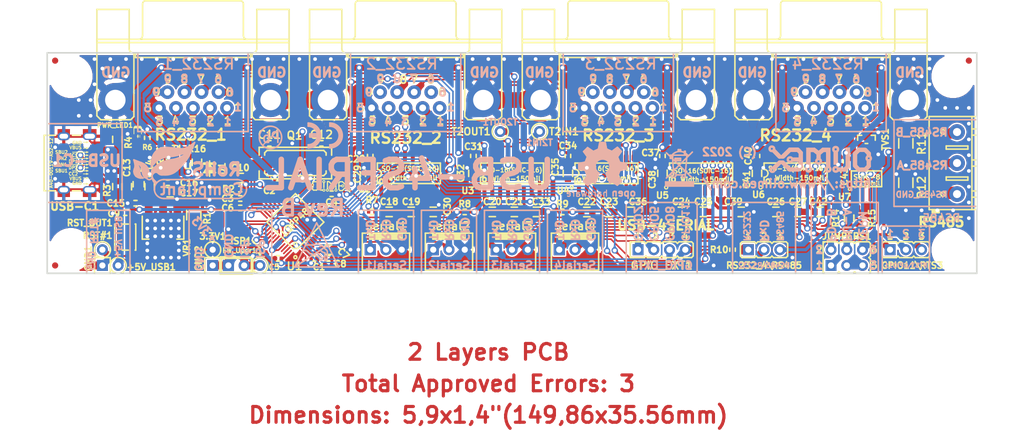
<source format=kicad_pcb>
(kicad_pcb (version 20171130) (host pcbnew 5.1.6-c6e7f7d~87~ubuntu18.04.1)
  (title_block (title USB-4SERIAL) (date 2022-10-04) (rev B) (company "OLIMEX LTD, Bulgaria") (comment 1 "(C) 2022"))
  (layers (0 F.Cu mixed) (31 B.Cu mixed) (34 B.Paste user hide) (35 F.Paste user hide) (36 B.SilkS user hide) (37 F.SilkS user) (38 B.Mask user hide) (39 F.Mask user) (44 Edge.Cuts user))
  (net 0 "")
  (net 1 +3V3)
  (net 2 GND)
  (net 3 /CC2)
  (net 4 /CC1)
  (net 5 "Net-(FID1-PadFid1)")
  (net 6 "Net-(FID2-PadFid1)")
  (net 7 "Net-(FID3-PadFid1)")
  (net 8 "Net-(USB-C1-PadB8)")
  (net 9 "Net-(USB-C1-PadA8)")
  (net 10 /V12O)
  (net 11 /RSVD1)
  (net 12 "Net-(PWR_LED1-Pad2)")
  (net 13 "Net-(U1-Pad4)")
  (net 14 "Net-(U1-Pad5)")
  (net 15 "Net-(U1-Pad6)")
  (net 16 "Net-(U1-Pad7)")
  (net 17 "Net-(U1-Pad8)")
  (net 18 "Net-(U1-Pad9)")
  (net 19 "Net-(U1-Pad10)")
  (net 20 "Net-(U1-Pad17)")
  (net 21 USB_D+)
  (net 22 USB_D-)
  (net 23 "Net-(C11-Pad1)")
  (net 24 +5V_USB)
  (net 25 "Net-(C18-Pad2)")
  (net 26 "Net-(C18-Pad1)")
  (net 27 "Net-(C20-Pad2)")
  (net 28 "Net-(C21-Pad2)")
  (net 29 "Net-(C22-Pad2)")
  (net 30 "Net-(C22-Pad1)")
  (net 31 "Net-(C23-Pad1)")
  (net 32 "Net-(C23-Pad2)")
  (net 33 "Net-(C25-Pad2)")
  (net 34 "Net-(C26-Pad2)")
  (net 35 /RXD0)
  (net 36 "Net-(R7-Pad2)")
  (net 37 /TXD0)
  (net 38 /CTS0)
  (net 39 /RTS0)
  (net 40 "Net-(C19-Pad2)")
  (net 41 "Net-(C19-Pad1)")
  (net 42 "Net-(C20-Pad1)")
  (net 43 "Net-(C21-Pad1)")
  (net 44 "Net-(C24-Pad1)")
  (net 45 "Net-(C24-Pad2)")
  (net 46 "Net-(C25-Pad1)")
  (net 47 "Net-(C26-Pad1)")
  (net 48 "Net-(C29-Pad2)")
  (net 49 "Net-(C32-Pad2)")
  (net 50 "Net-(C35-Pad2)")
  (net 51 "Net-(C38-Pad2)")
  (net 52 "Net-(C41-Pad2)")
  (net 53 "Net-(R8-Pad2)")
  (net 54 /RXD1)
  (net 55 /RXD2)
  (net 56 "Net-(R9-Pad2)")
  (net 57 /RXD3)
  (net 58 /TXD1)
  (net 59 /TXD2)
  (net 60 /TXD3)
  (net 61 /RTS2)
  (net 62 /CTS2)
  (net 63 /RTS1)
  (net 64 /CTS1)
  (net 65 /GPIO11)
  (net 66 /GPIO8)
  (net 67 /GPIO5)
  (net 68 /GPIO2)
  (net 69 /DSR0)
  (net 70 /DCD0)
  (net 71 /DTR0)
  (net 72 /RST#)
  (net 73 "Net-(C12-Pad1)")
  (net 74 "Net-(C27-Pad2)")
  (net 75 "Net-(C27-Pad1)")
  (net 76 "Net-(C30-Pad2)")
  (net 77 "Net-(C33-Pad2)")
  (net 78 "Net-(C36-Pad2)")
  (net 79 "Net-(C39-Pad2)")
  (net 80 "Net-(C42-Pad2)")
  (net 81 /ISP)
  (net 82 /RS485_B)
  (net 83 /RXD3_RS232)
  (net 84 /RS485_A)
  (net 85 /RS485_GND)
  (net 86 /RXD3_RS485)
  (net 87 "Net-(JUMPERS1-Pad4)")
  (net 88 "Net-(JUMPERS1-Pad2)")
  (net 89 "Net-(JUMPERS1-Pad6)")
  (net 90 "Net-(R10-Pad2)")
  (net 91 /DTE3_RTS)
  (net 92 /DTE3_CTS)
  (net 93 /DTE3_RD)
  (net 94 /DTE3_TD)
  (net 95 /DTE1_CTS)
  (net 96 /DTE1_RTS)
  (net 97 /DTE1_TD)
  (net 98 /DTE1_RD)
  (net 99 /DTE2_RD)
  (net 100 /DTE2_TD)
  (net 101 /DTE2_RTS)
  (net 102 /DTE2_CTS)
  (net 103 "Net-(D1-Pad1)")
  (net 104 /RI0#)
  (net 105 /DTE0_RI)
  (net 106 /DTE0_CTS)
  (net 107 /DTE0_RTS)
  (net 108 /DTE0_DSR)
  (net 109 /DTE0_DTR)
  (net 110 /DTE0_TD)
  (net 111 /DTE0_RD)
  (net 112 /DTE0_CD)
  (net 113 "Net-(T2IN1-Pad1)")
  (net 114 "Net-(T2OUT1-Pad1)")
  (net 115 "Net-(RS232_2-Pad9)")
  (net 116 "Net-(RS232_2-Pad6)")
  (net 117 "Net-(RS232_2-Pad4)")
  (net 118 "Net-(RS232_2-Pad1)")
  (net 119 "Net-(RS232_3-Pad9)")
  (net 120 "Net-(RS232_3-Pad6)")
  (net 121 "Net-(RS232_3-Pad4)")
  (net 122 "Net-(RS232_3-Pad1)")
  (net 123 "Net-(RS232_4-Pad9)")
  (net 124 "Net-(RS232_4-Pad6)")
  (net 125 "Net-(RS232_4-Pad4)")
  (net 126 "Net-(RS232_4-Pad1)")
  (net 127 /RTS3)
  (net 128 /CTS3)
  (net 129 "Net-(GPIO11\\RTS3-Pad2)")
  (module "OLIMEX_Connectors-FP:USB2.0_TYPE-C(A40-00119-A52-12)" (layer F.Cu) (at 80.01 76.2 180)
    (fp_text reference USB-C1 (at -0.635 -6.985) (layer F.SilkS) (effects (font (size 1.27 1.27) (thickness 0.3175))))
    (fp_text value "USB-C-16P-F(A40-00119-A52-12)")
    (fp_text user GND (at -1 -3.25) (layer F.SilkS) (effects (font (size 0.508 0.508) (thickness 0.127))))
    (fp_text user VBUS (at -0.75 -2.5) (layer F.SilkS) (effects (font (size 0.508 0.508) (thickness 0.127))))
    (fp_text user CC2 (at -0.381 -1.75) (layer F.SilkS) (effects (font (size 0.508 0.508) (thickness 0.127))))
    (fp_text user SBU1 (at 1.524 -1.25) (layer F.SilkS) (effects (font (size 0.508 0.508) (thickness 0.127))))
    (fp_text user DP2 (at -0.381 -0.75) (layer F.SilkS) (effects (font (size 0.508 0.508) (thickness 0.127))))
    (fp_text user DN1 (at 1.397 -0.25) (layer F.SilkS) (effects (font (size 0.508 0.508) (thickness 0.127))))
    (fp_text user DP1 (at -0.381 0.254) (layer F.SilkS) (effects (font (size 0.508 0.508) (thickness 0.127))))
    (fp_text user DN2 (at 1.397 0.762) (layer F.SilkS) (effects (font (size 0.508 0.508) (thickness 0.127))))
    (fp_text user CC1 (at -0.381 1.25) (layer F.SilkS) (effects (font (size 0.508 0.508) (thickness 0.127))))
    (fp_text user SBU2 (at 1.524 1.75) (layer F.SilkS) (effects (font (size 0.508 0.508) (thickness 0.127))))
    (fp_text user VBUS (at -0.75 2.5) (layer F.SilkS) (effects (font (size 0.508 0.508) (thickness 0.127))))
    (fp_text user GND (at -1 3.25) (layer F.SilkS) (effects (font (size 0.508 0.508) (thickness 0.127))))
    (fp_text user A40-00119-A52-12 (at 3.175 0 90) (layer F.SilkS) (effects (font (size 0.508 0.508) (thickness 0.127))))
    (pad 0 connect rect (at 1.15 -4.9276 270) (size 1.1 2) (layers F.Cu F.Mask) (net 2 GND))
    (pad 0 connect rect (at -3.03 -4.9276 270) (size 1.1 2.2) (layers F.Cu F.Mask) (net 2 GND))
    (pad 0 connect rect (at 1.15 4.9276 270) (size 1.1 2) (layers F.Cu F.Mask) (net 2 GND))
    (pad 0 connect rect (at -3.03 4.9276 270) (size 1.1 2.2) (layers F.Cu F.Mask) (net 2 GND))
    (pad "" np_thru_hole circle (at -2.53 -2.89 270) (size 0.6 0.6) (drill 0.6) (layers *.Cu *.Mask))
    (pad B8 smd rect (at -3.932 1.75 270) (size 0.25 1.15) (layers F.Cu F.Paste F.Mask) (net 8 "Net-(USB-C1-PadB8)"))
    (pad A5 smd rect (at -3.932 1.25 270) (size 0.25 1.15) (layers F.Cu F.Paste F.Mask) (net 4 /CC1))
    (pad B7 smd rect (at -3.932 0.75 270) (size 0.25 1.15) (layers F.Cu F.Paste F.Mask) (net 22 USB_D-))
    (pad B5 smd rect (at -3.932 -1.75 270) (size 0.25 1.15) (layers F.Cu F.Paste F.Mask) (net 3 /CC2))
    (pad A7 smd rect (at -3.932 -0.25 270) (size 0.25 1.15) (layers F.Cu F.Paste F.Mask) (net 22 USB_D-))
    (pad A8 smd rect (at -3.932 -1.25 270) (size 0.25 1.15) (layers F.Cu F.Paste F.Mask) (net 9 "Net-(USB-C1-PadA8)"))
    (pad B6 smd rect (at -3.932 -0.75 270) (size 0.25 1.15) (layers F.Cu F.Paste F.Mask) (net 21 USB_D+))
    (pad A6 smd rect (at -3.932 0.25 270) (size 0.25 1.15) (layers F.Cu F.Paste F.Mask) (net 21 USB_D+))
    (pad 0 thru_hole oval (at -3.03 -4.32 270) (size 1.2 2.2) (drill oval 0.8 1.7) (layers *.Cu *.Mask) (net 2 GND))
    (pad 0 thru_hole oval (at 1.15 -4.32 270) (size 1.3 2) (drill oval 0.8 1.4) (layers *.Cu *.Mask) (net 2 GND))
    (pad 0 thru_hole oval (at 1.15 4.32 270) (size 1.3 2) (drill oval 0.8 1.4) (layers *.Cu *.Mask) (net 2 GND))
    (pad "" np_thru_hole circle (at -2.53 2.89 270) (size 0.6 0.6) (drill 0.6) (layers *.Cu *.Mask))
    (pad 0 thru_hole oval (at -3.03 4.32 270) (size 1.2 2.2) (drill oval 0.8 1.7) (layers *.Cu *.Mask) (net 2 GND))
    (pad B9 smd rect (at -3.932 2.275 270) (size 0.3 1.15) (layers F.Cu F.Paste F.Mask) (net 24 +5V_USB))
    (pad B4 smd rect (at -3.932 -2.275 270) (size 0.3 1.15) (layers F.Cu F.Paste F.Mask) (net 24 +5V_USB))
    (pad A4 smd rect (at -3.932 2.525 270) (size 0.3 1.15) (layers F.Cu F.Paste F.Mask) (net 24 +5V_USB))
    (pad A9 smd rect (at -3.932 -2.525 270) (size 0.3 1.15) (layers F.Cu F.Paste F.Mask) (net 24 +5V_USB))
    (pad B12 smd rect (at -3.932 3.075 270) (size 0.3 1.15) (layers F.Cu F.Paste F.Mask) (net 2 GND))
    (pad B1 smd rect (at -3.932 -3.075 270) (size 0.3 1.15) (layers F.Cu F.Paste F.Mask) (net 2 GND))
    (pad A1 smd rect (at -3.932 3.325 270) (size 0.3 1.15) (layers F.Cu F.Paste F.Mask) (net 2 GND))
    (pad A12 smd rect (at -3.932 -3.325 270) (size 0.3 1.15) (layers F.Cu F.Paste F.Mask) (net 2 GND))
  )
  (module OLIMEX_RLC-FP:C_0402_5MIL_DWS (layer F.Cu) (at 88.773 84.201 180)
    (fp_text reference C9 (at 1.8415 -0.1524) (layer F.SilkS) (effects (font (size 1.016 1.016) (thickness 0.254))))
    (fp_text value 100nF/10V/10%/X7R/C0402)
    (pad 2 smd rect (at 0.508 0 180) (size 0.5 0.55) (layers F.Cu F.Paste F.Mask) (net 2 GND))
    (pad 1 smd rect (at -0.508 0) (size 0.5 0.55) (layers F.Cu F.Paste F.Mask) (net 72 /RST#))
  )
  (module OLIMEX_Diodes-FP:SOD-123_1C-2A_KA (layer F.Cu) (at 102.362 77.089 270)
    (fp_text reference D1 (at 0 -2.032 90) (layer F.SilkS) (effects (font (size 1.016 1.016) (thickness 0.254))))
    (fp_text value "1N5819S4(SOD-123)")
    (pad 2 smd rect (at 1.9 0 270) (size 1 1.4) (layers F.Cu F.Paste F.Mask) (net 2 GND) (clearance 0.0508))
    (pad 1 smd rect (at -1.9 0 270) (size 1 1.4) (layers F.Cu F.Paste F.Mask) (net 103 "Net-(D1-Pad1)") (clearance 0.0508))
  )
  (module OLIMEX_Connectors-FP:HN1x4 (layer F.Cu) (at 175.26 90.17)
    (fp_text reference GPIO_EXT1 (at 0 2.54) (layer F.SilkS) (effects (font (size 1.27 1.27) (thickness 0.254))))
    (fp_text value "NA(HN1x4)")
    (pad 4 thru_hole circle (at 3.81 0) (size 1.778 1.778) (drill 1) (layers *.Cu *.Mask) (net 65 /GPIO11))
    (pad 3 thru_hole circle (at 1.27 0) (size 1.778 1.778) (drill 1) (layers *.Cu *.Mask) (net 66 /GPIO8))
    (pad 2 thru_hole circle (at -1.27 0) (size 1.778 1.778) (drill 1) (layers *.Cu *.Mask) (net 67 /GPIO5))
    (pad 1 thru_hole rect (at -3.81 0) (size 1.778 1.778) (drill 1) (layers *.Cu *.Mask) (net 68 /GPIO2))
  )
  (module OLIMEX_Connectors-FP:HN2x3 (layer F.Cu) (at 205.105 91.44)
    (fp_text reference JUMPERS1 (at 0 -3.429) (layer F.SilkS) (effects (font (size 1.016 1.016) (thickness 0.254))))
    (fp_text value "HN2x3(Closed)")
    (pad 6 thru_hole circle (at 2.54 -1.27) (size 1.778 1.778) (drill 1) (layers *.Cu *.Mask) (net 89 "Net-(JUMPERS1-Pad6)"))
    (pad 2 thru_hole oval (at -2.54 -1.27) (size 1.778 1.778) (drill 1) (layers *.Cu *.Mask) (net 88 "Net-(JUMPERS1-Pad2)"))
    (pad 4 thru_hole circle (at 0 -1.27) (size 1.778 1.778) (drill 1) (layers *.Cu *.Mask) (net 87 "Net-(JUMPERS1-Pad4)"))
    (pad 5 thru_hole circle (at 2.54 1.27) (size 1.778 1.778) (drill 1) (layers *.Cu *.Mask) (net 84 /RS485_A))
    (pad 3 thru_hole circle (at 0 1.27) (size 1.778 1.778) (drill 1) (layers *.Cu *.Mask) (net 84 /RS485_A))
    (pad 1 thru_hole rect (at -2.54 1.27) (size 1.778 1.778) (drill 1) (layers *.Cu *.Mask) (net 82 /RS485_B))
  )
  (module OLIMEX_Jumpers-FP:JP2 (layer F.Cu) (at 191.77 90.17)
    (fp_text reference RS232_4\RS485 (at 0 2.54) (layer F.SilkS) (effects (font (size 1.016 1.016) (thickness 0.254))))
    (fp_text value "HN1x3(1-2:Opened;2-3:Closed)")
    (pad 3 thru_hole circle (at 2.54 0) (size 1.778 1.778) (drill 1) (layers *.Cu *.Mask) (net 86 /RXD3_RS485))
    (pad 2 thru_hole circle (at 0 0) (size 1.778 1.778) (drill 1) (layers *.Cu *.Mask) (net 57 /RXD3))
    (pad 1 thru_hole rect (at -2.54 0) (size 1.778 1.778) (drill 1) (layers *.Cu *.Mask) (net 83 /RXD3_RS232))
  )
  (module OLIMEX_Signs-FP:Logo_OLIMEX_SMALL_TB (layer F.Cu) (at 121.92 79.883)
    (fp_text reference Logo_OLIMEX_SMALL_TB)
    (fp_text value Logo_OLIMEX_SMALL_TB)
  )
  (module OLIMEX_Signs-FP:Sign_RoHS_1 (layer B.Cu) (at 107.315 81.28 180)
    (fp_text reference Sign_RoHS_1 hide)
    (fp_text value Sign_RoHS_1 hide)
    (fp_text user Compliant (at 6.20014 0.8382) (layer B.SilkS) (effects (font (size 1.778 1.778) (thickness 0.35)) (justify mirror)))
    (fp_text user RoHS (at 3.81508 4.04368) (layer B.SilkS) (effects (font (size 2 2) (thickness 0.5)) (justify mirror)))
  )
  (module OLIMEX_Signs-FP:Sign_RecycleBin_1 (layer B.Cu) (at 180.467 80.01 180)
    (fp_text reference Sign_RecycleBin_1 hide)
    (fp_text value Sign_RecycleBin_1 hide)
  )
  (module OLIMEX_Signs-FP:Sign_PB-Free (layer B.Cu) (at 112.395 71.755)
    (fp_text reference Sign_PB-Free)
    (fp_text value Sign_PB-Free)
    (fp_text user Pb (at -0.08636 0.33528) (layer B.SilkS) (effects (font (size 1.7 1.5) (thickness 0.254)) (justify mirror)))
  )
  (module OLIMEX_Signs-FP:Sign_OSHW_8x8 (layer B.Cu) (at 165.735 76.835 180)
    (fp_text reference Sign_OSHW_8x8 hide)
    (fp_text value Sign_OSHW_8x8 hide)
    (fp_text user open (at -3.40106 -4.17576) (layer B.SilkS) (effects (font (size 1.1 1.1) (thickness 0.254)) (justify mirror)))
    (fp_text user hardware (at 2.51206 -4.2672) (layer B.SilkS) (effects (font (thickness 0.18)) (justify mirror)))
  )
  (module OLIMEX_Signs-FP:Sign_Antistatic (layer B.Cu) (at 123.19 92.964 180)
    (fp_text reference Sign_Antistatic hide)
    (fp_text value Sign_Antistatic hide)
  )
  (module OLIMEX_Signs-FP:Logo_OLIMEX_TB (layer B.Cu) (at 200.66 75.565 180)
    (fp_text reference Logo_OLIMEX_TB hide)
    (fp_text value Logo_OLIMEX_TB hide)
  )
  (module OLIMEX_Signs-FP:CE_Sign (layer B.Cu) (at 120.015 71.755 180)
    (fp_text reference Sign_CE hide)
    (fp_text value CE_Sign hide)
  )
  (module OLIMEX_Other-FP:Mounting_Hole_Drill-3.3mm_Clerance-7mm (layer F.Cu) (at 80.01 90.17)
    (fp_text reference MH1 hide)
    (fp_text value Mounting_Hole_NPTH hide)
    (pad "" np_thru_hole circle (at 0 0) (size 3.300001 3.300001) (drill 3.300001) (layers *.Cu *.Mask) (clearance 1.85))
  )
  (module OLIMEX_Other-FP:Mounting_Hole_Drill-3.3mm_Clerance-7mm (layer F.Cu) (at 222.25 90.17)
    (fp_text reference MH2 hide)
    (fp_text value Mounting_Hole_NPTH hide)
    (pad "" np_thru_hole circle (at 0 0) (size 3.300001 3.300001) (drill 3.300001) (layers *.Cu *.Mask) (clearance 1.85))
  )
  (module OLIMEX_Other-FP:Mounting_Hole_Drill-3.3mm_Clerance-7mm (layer F.Cu) (at 222.25 62.23)
    (fp_text reference MH3 hide)
    (fp_text value Mounting_Hole_NPTH hide)
    (pad "" np_thru_hole circle (at 0 0) (size 3.300001 3.300001) (drill 3.300001) (layers *.Cu *.Mask) (clearance 1.85))
  )
  (module OLIMEX_Other-FP:Mounting_Hole_Drill-3.3mm_Clerance-7mm (layer F.Cu) (at 80.01 62.23)
    (fp_text reference MH4 hide)
    (fp_text value Mounting_Hole_NPTH hide)
    (pad "" np_thru_hole circle (at 0 0) (size 3.300001 3.300001) (drill 3.300001) (layers *.Cu *.Mask) (clearance 1.85))
  )
  (module OLIMEX_Connectors-FP:TB3-5mm (layer F.Cu) (at 222.885 76.2 270)
    (fp_text reference RS485 (at 9.525 2.54 180) (layer F.SilkS) (effects (font (size 1.524 1.524) (thickness 0.381))))
    (fp_text value "TB3-5MM(DG306-5.0-03P-12-00AH__DEGSON)")
    (pad 3 thru_hole circle (at 5 0 270) (size 2.54 2.54) (drill 1.3) (layers *.Cu *.Mask) (net 85 /RS485_GND))
    (pad 1 thru_hole circle (at -5 0 270) (size 2.54 2.54) (drill 1.3) (layers *.Cu *.Mask) (net 82 /RS485_B))
    (pad 2 thru_hole circle (at 0 0 270) (size 2.54 2.54) (drill 1.3) (layers *.Cu *.Mask) (net 84 /RS485_A))
  )
  (module "OLIMEX_Connectors-FP:MK-D-03-LF(WF3S)_(CI3103P1V00_CVILUX)" (layer F.Cu) (at 140.97 90.17)
    (fp_text reference Serial2 (at 0 -3.81) (layer F.SilkS) (effects (font (size 1.27 1.27) (thickness 0.254))))
    (fp_text value "MK-D-03-LF(WF3S)" hide)
    (pad 3 thru_hole circle (at 2.54 0 90) (size 1.8 1.8) (drill 1) (layers *.Cu *.Mask) (net 2 GND))
    (pad 2 thru_hole circle (at 0 0 90) (size 1.8 1.8) (drill 1) (layers *.Cu *.Mask) (net 54 /RXD1))
    (pad 1 thru_hole rect (at -2.54 0 90) (size 1.8 1.8) (drill 1) (layers *.Cu *.Mask) (net 58 /TXD1))
  )
  (module "OLIMEX_Connectors-FP:MK-D-03-LF(WF3S)_(CI3103P1V00_CVILUX)" (layer F.Cu) (at 151.13 90.17)
    (fp_text reference Serial3 (at 0 -3.81) (layer F.SilkS) (effects (font (size 1.27 1.27) (thickness 0.254))))
    (fp_text value "MK-D-03-LF(WF3S)" hide)
    (pad 3 thru_hole circle (at 2.54 0 90) (size 1.8 1.8) (drill 1) (layers *.Cu *.Mask) (net 2 GND))
    (pad 2 thru_hole circle (at 0 0 90) (size 1.8 1.8) (drill 1) (layers *.Cu *.Mask) (net 55 /RXD2))
    (pad 1 thru_hole rect (at -2.54 0 90) (size 1.8 1.8) (drill 1) (layers *.Cu *.Mask) (net 59 /TXD2))
  )
  (module "OLIMEX_Connectors-FP:MK-D-03-LF(WF3S)_(CI3103P1V00_CVILUX)" (layer F.Cu) (at 161.29 90.17)
    (fp_text reference Serial4 (at 0 -3.81) (layer F.SilkS) (effects (font (size 1.27 1.27) (thickness 0.254))))
    (fp_text value "MK-D-03-LF(WF3S)" hide)
    (pad 3 thru_hole circle (at 2.54 0 90) (size 1.8 1.8) (drill 1) (layers *.Cu *.Mask) (net 2 GND))
    (pad 2 thru_hole circle (at 0 0 90) (size 1.8 1.8) (drill 1) (layers *.Cu *.Mask) (net 83 /RXD3_RS232))
    (pad 1 thru_hole rect (at -2.54 0 90) (size 1.8 1.8) (drill 1) (layers *.Cu *.Mask) (net 60 /TXD3))
  )
  (module "OLIMEX_Connectors-FP:MK-D-03-LF(WF3S)_(CI3103P1V00_CVILUX)" (layer F.Cu) (at 130.81 90.17)
    (fp_text reference Serial1 (at 0 -3.81) (layer F.SilkS) (effects (font (size 1.27 1.27) (thickness 0.254))))
    (fp_text value "MK-D-03-LF(WF3S)" hide)
    (pad 3 thru_hole circle (at 2.54 0 90) (size 1.8 1.8) (drill 1) (layers *.Cu *.Mask) (net 2 GND))
    (pad 2 thru_hole circle (at 0 0 90) (size 1.8 1.8) (drill 1) (layers *.Cu *.Mask) (net 35 /RXD0))
    (pad 1 thru_hole rect (at -2.54 0 90) (size 1.8 1.8) (drill 1) (layers *.Cu *.Mask) (net 37 /TXD0))
  )
  (module OLIMEX_TestPoints-FP:TP_PTH-CIRCLE (layer F.Cu) (at 87.63 92.71 180)
    (fp_text reference +5V_USB1 (at -5.334 -0.254) (layer F.SilkS) (effects (font (size 1.016 1.016) (thickness 0.254))))
    (fp_text value TESTPAD hide)
    (pad 1 thru_hole circle (at 0 0 270) (size 1.778 1.778) (drill 1) (layers *.Cu *.Mask) (net 24 +5V_USB))
  )
  (module OLIMEX_TestPoints-FP:TP_PTH-CIRCLE (layer F.Cu) (at 102.87 90.17)
    (fp_text reference 3.3V1 (at 0 -2.159) (layer F.SilkS) (effects (font (size 1.016 1.016) (thickness 0.254))))
    (fp_text value TESTPAD hide)
    (pad 1 thru_hole circle (at 0 0 90) (size 1.778 1.778) (drill 1) (layers *.Cu *.Mask) (net 1 +3V3))
  )
  (module OLIMEX_TestPoints-FP:TP_PTH-SQUARE (layer F.Cu) (at 85.09 92.71)
    (fp_text reference GND1 (at -2.286 -1.143 90) (layer F.SilkS) (effects (font (size 1.016 1.016) (thickness 0.254))))
    (fp_text value TESTPAD hide)
    (pad 1 thru_hole rect (at 0 0 90) (size 1.778 1.778) (drill 1) (layers *.Cu *.Mask) (net 2 GND))
  )
  (module OLIMEX_TestPoints-FP:TP_PTH-SQUARE (layer F.Cu) (at 102.87 92.71)
    (fp_text reference GND2 (at -2.286 -1.143 90) (layer F.SilkS) (effects (font (size 1.016 1.016) (thickness 0.254))))
    (fp_text value TESTPAD hide)
    (pad 1 thru_hole rect (at 0 0 90) (size 1.778 1.778) (drill 1) (layers *.Cu *.Mask) (net 2 GND))
  )
  (module OLIMEX_TestPoints-FP:TP_PTH-CIRCLE (layer F.Cu) (at 155.575 71.12)
    (fp_text reference T2IN1 (at 3.937 0) (layer F.SilkS) (effects (font (size 1.143 1.143) (thickness 0.254))))
    (fp_text value TESTPAD hide)
    (pad 1 thru_hole circle (at 0 0 90) (size 1.778 1.778) (drill 1) (layers *.Cu *.Mask) (net 113 "Net-(T2IN1-Pad1)"))
  )
  (module OLIMEX_TestPoints-FP:TP_PTH-CIRCLE (layer F.Cu) (at 149.225 71.12)
    (fp_text reference T2OUT1 (at -4.699 0) (layer F.SilkS) (effects (font (size 1.143 1.143) (thickness 0.254))))
    (fp_text value TESTPAD hide)
    (pad 1 thru_hole circle (at 0 0 90) (size 1.778 1.778) (drill 1) (layers *.Cu *.Mask) (net 114 "Net-(T2OUT1-Pad1)"))
  )
  (module OLIMEX_TestPoints-FP:TP_PTH-CIRCLE (layer F.Cu) (at 110.49 92.71)
    (fp_text reference ISP1 (at -3.048 -3.937) (layer F.SilkS) (effects (font (size 1.016 1.016) (thickness 0.254))))
    (fp_text value TESTPAD hide)
    (pad 1 thru_hole circle (at 0 0 90) (size 1.778 1.778) (drill 1) (layers *.Cu *.Mask) (net 81 /ISP))
  )
  (module OLIMEX_TestPoints-FP:TP_PTH-CIRCLE (layer F.Cu) (at 85.09 90.17 180)
    (fp_text reference RST#1 (at 0.762 2.286) (layer F.SilkS) (effects (font (size 1.016 1.016) (thickness 0.254))))
    (fp_text value TESTPAD hide)
    (pad 1 thru_hole circle (at 0 0 270) (size 1.778 1.778) (drill 1) (layers *.Cu *.Mask) (net 72 /RST#))
  )
  (module OLIMEX_Jumpers-FP:HN1x2_Jumper (layer F.Cu) (at 106.68 92.71)
    (fp_text reference FW_Upgr1 (at 0.508 -2.413 180) (layer F.SilkS) (effects (font (size 0.762 0.762) (thickness 0.1905))))
    (fp_text value "NA(HN1x2)" hide)
    (pad 2 thru_hole circle (at 1.27 0 90) (size 1.8 1.8) (drill 1) (layers *.Cu *.Mask) (net 81 /ISP))
    (pad 1 thru_hole rect (at -1.27 0 90) (size 1.8 1.8) (drill 1) (layers *.Cu *.Mask) (net 2 GND))
  )
  (module "OLIMEX_Connectors-FP:DB9_BMR(MALE)" (layer F.Cu) (at 99.695 66.04)
    (fp_text reference RS232_1 (at -0.381 5.588) (layer F.SilkS) (effects (font (size 1.778 1.778) (thickness 0.381))))
    (fp_text value "DB9_BMR(MALE)")
    (fp_text user 6 (at 4.064 -3.302) (layer F.SilkS) (effects (font (size 1.27 1.27) (thickness 0.254))))
    (fp_text user 7 (at 1.27 -3.302) (layer F.SilkS) (effects (font (size 1.27 1.27) (thickness 0.254))))
    (fp_text user 8 (at -1.397 -3.302) (layer F.SilkS) (effects (font (size 1.27 1.27) (thickness 0.254))))
    (fp_text user 9 (at -4.064 -3.302) (layer F.SilkS) (effects (font (size 1.27 1.27) (thickness 0.254))))
    (fp_text user 1 (at 5.588 3.302) (layer F.SilkS) (effects (font (size 1.27 1.27) (thickness 0.254))))
    (fp_text user 2 (at 2.794 3.302) (layer F.SilkS) (effects (font (size 1.27 1.27) (thickness 0.254))))
    (fp_text user 3 (at 0 3.302) (layer F.SilkS) (effects (font (size 1.27 1.27) (thickness 0.254))))
    (fp_text user 4 (at -2.794 3.302) (layer F.SilkS) (effects (font (size 1.27 1.27) (thickness 0.254))))
    (fp_text user 5 (at -5.334 3.302) (layer F.SilkS) (effects (font (size 1.27 1.27) (thickness 0.254))))
    (fp_text user 6 (at 5.842 -1.27) (layer F.SilkS) (effects (font (size 1.27 1.27) (thickness 0.254))))
    (fp_text user 9 (at -5.842 -1.27) (layer F.SilkS) (effects (font (size 1.27 1.27) (thickness 0.254))))
    (fp_text user 5 (at -7.239 1.27) (layer F.SilkS) (effects (font (size 1.27 1.27) (thickness 0.254))))
    (fp_text user 1 (at 7.239 1.143) (layer F.SilkS) (effects (font (size 1.27 1.27) (thickness 0.254))))
    (pad G2 thru_hole circle (at 12.5222 0) (size 5.5 5.5) (drill 3.3) (layers *.Cu *.Mask) (net 2 GND))
    (pad G1 thru_hole circle (at -12.5222 0) (size 5.5 5.5) (drill 3.3) (layers *.Cu *.Mask) (net 2 GND))
    (pad 9 thru_hole circle (at -4.1148 -1.27) (size 2.2 2.2) (drill 1.1) (layers *.Cu *.Mask) (net 105 /DTE0_RI))
    (pad 8 thru_hole circle (at -1.3716 -1.27) (size 2.2 2.2) (drill 1.1) (layers *.Cu *.Mask) (net 106 /DTE0_CTS))
    (pad 7 thru_hole circle (at 1.3716 -1.27) (size 2.2 2.2) (drill 1.1) (layers *.Cu *.Mask) (net 107 /DTE0_RTS))
    (pad 6 thru_hole circle (at 4.1148 -1.27) (size 2.2 2.2) (drill 1.1) (layers *.Cu *.Mask) (net 108 /DTE0_DSR))
    (pad 5 thru_hole circle (at -5.4864 1.27) (size 2.2 2.2) (drill 1.1) (layers *.Cu *.Mask) (net 2 GND))
    (pad 4 thru_hole circle (at -2.7432 1.27) (size 2.2 2.2) (drill 1.1) (layers *.Cu *.Mask) (net 109 /DTE0_DTR))
    (pad 3 thru_hole circle (at 0 1.27) (size 2.2 2.2) (drill 1.1) (layers *.Cu *.Mask) (net 110 /DTE0_TD))
    (pad 2 thru_hole circle (at 2.7432 1.27) (size 2.2 2.2) (drill 1.1) (layers *.Cu *.Mask) (net 111 /DTE0_RD))
    (pad 1 thru_hole circle (at 5.4864 1.27) (size 2.2 2.2) (drill 1.1) (layers *.Cu *.Mask) (net 112 /DTE0_CD))
  )
  (module OLIMEX_RLC-FP:C_0603_5MIL_DWS (layer F.Cu) (at 89.027 80.01 90)
    (fp_text reference C13 (at 3.048 0 270) (layer F.SilkS) (effects (font (size 1.016 1.016) (thickness 0.254))))
    (fp_text value "NA(22uF/6.3V/20%/X5R/C0603)")
    (pad 2 smd rect (at 0.889 0 90) (size 1.016 1.016) (layers F.Cu F.Paste F.Mask) (net 2 GND) (clearance 0.0508))
    (pad 1 smd rect (at -0.889 0 90) (size 1.016 1.016) (layers F.Cu F.Paste F.Mask) (net 24 +5V_USB) (clearance 0.0508))
  )
  (module OLIMEX_RLC-FP:C_0402_5MIL_DWS (layer F.Cu) (at 122.047 81.153)
    (fp_text reference C4 (at 0 1.397) (layer F.SilkS) (effects (font (size 1.016 1.016) (thickness 0.254))))
    (fp_text value 100nF/10V/10%/X7R/C0402)
    (pad 2 smd rect (at 0.508 0) (size 0.5 0.55) (layers F.Cu F.Paste F.Mask) (net 2 GND))
    (pad 1 smd rect (at -0.508 0 180) (size 0.5 0.55) (layers F.Cu F.Paste F.Mask) (net 1 +3V3))
  )
  (module OLIMEX_RLC-FP:C_0402_5MIL_DWS (layer F.Cu) (at 113.411 91.567 180)
    (fp_text reference C5 (at 0.635 -1.397) (layer F.SilkS) (effects (font (size 0.889 0.889) (thickness 0.22225))))
    (fp_text value 100nF/10V/10%/X7R/C0402)
    (pad 2 smd rect (at 0.508 0 180) (size 0.5 0.55) (layers F.Cu F.Paste F.Mask) (net 2 GND))
    (pad 1 smd rect (at -0.508 0) (size 0.5 0.55) (layers F.Cu F.Paste F.Mask) (net 1 +3V3))
  )
  (module OLIMEX_RLC-FP:C_0402_5MIL_DWS (layer F.Cu) (at 119.253 91.567)
    (fp_text reference C1 (at 0.762 1.397) (layer F.SilkS) (effects (font (size 1.016 1.016) (thickness 0.254))))
    (fp_text value 100nF/10V/10%/X7R/C0402)
    (pad 2 smd rect (at 0.508 0) (size 0.5 0.55) (layers F.Cu F.Paste F.Mask) (net 2 GND))
    (pad 1 smd rect (at -0.508 0 180) (size 0.5 0.55) (layers F.Cu F.Paste F.Mask) (net 1 +3V3))
  )
  (module OLIMEX_Other-FP:Fiducial1x3 (layer F.Cu) (at 77.47 92.71)
    (fp_text reference FID1 hide)
    (fp_text value Fiducial hide)
    (pad Fid1 connect circle (at 0 0) (size 1 1) (layers F.Cu F.Mask) (net 5 "Net-(FID1-PadFid1)") (clearance 1.016))
  )
  (module OLIMEX_Other-FP:Fiducial1x3 (layer F.Cu) (at 77.47 59.69)
    (fp_text reference FID2 hide)
    (fp_text value Fiducial hide)
    (pad Fid1 connect circle (at 0 0) (size 1 1) (layers F.Cu F.Mask) (net 6 "Net-(FID2-PadFid1)") (clearance 1.016))
  )
  (module OLIMEX_Other-FP:Fiducial1x3 (layer F.Cu) (at 224.79 59.69)
    (fp_text reference FID3 hide)
    (fp_text value Fiducial hide)
    (pad Fid1 connect circle (at 0 0) (size 1 1) (layers F.Cu F.Mask) (net 7 "Net-(FID3-PadFid1)") (clearance 1.016))
  )
  (module OLIMEX_RLC-FP:L_0805_5MIL_DWS (layer F.Cu) (at 90.932 79.629 270)
    (fp_text reference L1 (at -2.794 0 270) (layer F.SilkS) (effects (font (size 1.016 1.016) (thickness 0.254))))
    (fp_text value "NA(FB0805/600R/2A)")
    (pad 1 smd rect (at -1.016 0 270) (size 1.524 1.27) (layers F.Cu F.Paste F.Mask) (net 24 +5V_USB) (clearance 0.0508))
    (pad 2 smd rect (at 1.016 0 270) (size 1.524 1.27) (layers F.Cu F.Paste F.Mask) (net 24 +5V_USB) (clearance 0.0508))
  )
  (module OLIMEX_Regulators-FP:SOT223 (layer F.Cu) (at 94.869 86.614 90)
    (fp_text reference VR1 (at -3.186 3.831 270) (layer F.SilkS) (effects (font (size 1.016 1.016) (thickness 0.254))))
    (fp_text value "AMS1117-3.3 (INDUSTRIAL)")
    (pad 2 smd rect (at -3.099 0 180) (size 3.6 2.2) (layers F.Cu F.Paste F.Mask) (net 1 +3V3))
    (pad 3 smd rect (at 3.0988 -2.3114 180) (size 1.2192 2.2352) (layers F.Cu F.Paste F.Mask) (net 24 +5V_USB))
    (pad 2 smd rect (at 3.0988 0 180) (size 1.2192 2.2352) (layers F.Cu F.Paste F.Mask) (net 1 +3V3))
    (pad 1 smd rect (at 3.0988 2.3114 180) (size 1.2192 2.2352) (layers F.Cu F.Paste F.Mask) (net 2 GND))
  )
  (module OLIMEX_RLC-FP:C_0402_5MIL_DWS (layer F.Cu) (at 107.315 83.439 180)
    (fp_text reference C6 (at 2.032 0 180) (layer F.SilkS) (effects (font (size 1.016 1.016) (thickness 0.254))))
    (fp_text value 100nF/10V/10%/X7R/C0402)
    (pad 2 smd rect (at 0.508 0 180) (size 0.5 0.55) (layers F.Cu F.Paste F.Mask) (net 2 GND))
    (pad 1 smd rect (at -0.508 0) (size 0.5 0.55) (layers F.Cu F.Paste F.Mask) (net 10 /V12O))
  )
  (module OLIMEX_RLC-FP:C_0402_5MIL_DWS (layer F.Cu) (at 113.411 79.502)
    (fp_text reference C2 (at -1.397 1.143 180) (layer F.SilkS) (effects (font (size 1.016 1.016) (thickness 0.254))))
    (fp_text value 100nF/10V/10%/X7R/C0402)
    (pad 2 smd rect (at 0.508 0) (size 0.5 0.55) (layers F.Cu F.Paste F.Mask) (net 2 GND))
    (pad 1 smd rect (at -0.508 0 180) (size 0.5 0.55) (layers F.Cu F.Paste F.Mask) (net 1 +3V3))
  )
  (module OLIMEX_RLC-FP:C_0402_5MIL_DWS (layer F.Cu) (at 107.315 81.915 180)
    (fp_text reference C3 (at 2.032 0 180) (layer F.SilkS) (effects (font (size 1.016 1.016) (thickness 0.254))))
    (fp_text value 100nF/10V/10%/X7R/C0402)
    (pad 2 smd rect (at 0.508 0 180) (size 0.5 0.55) (layers F.Cu F.Paste F.Mask) (net 2 GND))
    (pad 1 smd rect (at -0.508 0) (size 0.5 0.55) (layers F.Cu F.Paste F.Mask) (net 1 +3V3))
  )
  (module OLIMEX_RLC-FP:C_0603_5MIL_DWS (layer F.Cu) (at 107.315 78.613 180)
    (fp_text reference C10 (at 0 1.651) (layer F.SilkS) (effects (font (size 1.016 1.016) (thickness 0.254))))
    (fp_text value 20pF/50V/5%/C0G/C0603)
    (pad 2 smd rect (at 0.889 0 180) (size 1.016 1.016) (layers F.Cu F.Paste F.Mask) (net 2 GND) (clearance 0.0508))
    (pad 1 smd rect (at -0.889 0 180) (size 1.016 1.016) (layers F.Cu F.Paste F.Mask) (net 11 /RSVD1) (clearance 0.0508))
  )
  (module OLIMEX_RLC-FP:C_0402_5MIL_DWS (layer F.Cu) (at 121.539 91.567)
    (fp_text reference C8 (at 1.905 0.889) (layer F.SilkS) (effects (font (size 1.016 1.016) (thickness 0.254))))
    (fp_text value 2.2uF/6.3V/20%/X5R/C0402)
    (pad 2 smd rect (at 0.508 0) (size 0.5 0.55) (layers F.Cu F.Paste F.Mask) (net 2 GND))
    (pad 1 smd rect (at -0.508 0 180) (size 0.5 0.55) (layers F.Cu F.Paste F.Mask) (net 10 /V12O))
  )
  (module OLIMEX_RLC-FP:C_0603_5MIL_DWS (layer F.Cu) (at 121.539 90.17)
    (fp_text reference C7 (at 2.413 0.635 315) (layer F.SilkS) (effects (font (size 1.016 1.016) (thickness 0.254))))
    (fp_text value 1uF/10V/10%/X5R/C0603)
    (pad 2 smd rect (at 0.889 0) (size 1.016 1.016) (layers F.Cu F.Paste F.Mask) (net 2 GND) (clearance 0.0508))
    (pad 1 smd rect (at -0.889 0) (size 1.016 1.016) (layers F.Cu F.Paste F.Mask) (net 10 /V12O) (clearance 0.0508))
  )
  (module OLIMEX_LEDs-FP:LED_0603_KA (layer F.Cu) (at 90.805 71.882 270)
    (fp_text reference PWR_LED1 (at -1.778 3.683) (layer F.SilkS) (effects (font (size 0.762 0.762) (thickness 0.1905))))
    (fp_text value LED/Red/0603)
    (pad 2 smd rect (at 0.762 0 90) (size 0.8 0.8) (layers F.Cu F.Paste F.Mask) (net 12 "Net-(PWR_LED1-Pad2)"))
    (pad 1 smd rect (at -0.762 0 90) (size 0.8 0.8) (layers F.Cu F.Paste F.Mask) (net 2 GND))
  )
  (module OLIMEX_RLC-FP:R_0603_5MIL_DWS (layer F.Cu) (at 87.503 80.01 90)
    (fp_text reference R3 (at -0.635 -1.651 90) (layer F.SilkS) (effects (font (size 1.016 1.016) (thickness 0.254))))
    (fp_text value 5.1k/R0603)
    (pad 2 smd rect (at 0.889 0 90) (size 1.016 1.016) (layers F.Cu F.Paste F.Mask) (net 3 /CC2))
    (pad 1 smd rect (at -0.889 0 90) (size 1.016 1.016) (layers F.Cu F.Paste F.Mask) (net 2 GND))
  )
  (module OLIMEX_IC-FP:LQFP48 (layer F.Cu) (at 116.205 85.725 45)
    (fp_text reference U1 (at -5.118746 4.939141 180) (layer F.SilkS) (effects (font (size 1.27 1.27) (thickness 0.254))))
    (fp_text value "CH9344L(LQFP-48)")
    (fp_text user LQFP48 (at 0 0 45) (layer F.SilkS) (effects (font (size 1.016 1.016) (thickness 0.254))))
    (pad 48 smd rect (at -4.3 2.75 45) (size 1.4 0.254) (layers F.Cu F.Paste F.Mask) (net 1 +3V3))
    (pad 47 smd rect (at -4.3 2.25 45) (size 1.4 0.254) (layers F.Cu F.Paste F.Mask) (net 65 /GPIO11))
    (pad 46 smd rect (at -4.3 1.75 45) (size 1.4 0.254) (layers F.Cu F.Paste F.Mask) (net 66 /GPIO8))
    (pad 45 smd rect (at -4.3 1.25 45) (size 1.4 0.254) (layers F.Cu F.Paste F.Mask) (net 58 /TXD1))
    (pad 44 smd rect (at -4.3 0.75 45) (size 1.4 0.254) (layers F.Cu F.Paste F.Mask) (net 54 /RXD1))
    (pad 43 smd rect (at -4.3 0.25 45) (size 1.4 0.254) (layers F.Cu F.Paste F.Mask) (net 59 /TXD2))
    (pad 42 smd rect (at -4.3 -0.25 45) (size 1.4 0.254) (layers F.Cu F.Paste F.Mask) (net 55 /RXD2))
    (pad 41 smd rect (at -4.3 -0.75 45) (size 1.4 0.254) (layers F.Cu F.Paste F.Mask) (net 60 /TXD3))
    (pad 40 smd rect (at -4.3 -1.25 45) (size 1.4 0.254) (layers F.Cu F.Paste F.Mask) (net 57 /RXD3))
    (pad 39 smd rect (at -4.3 -1.75 45) (size 1.4 0.254) (layers F.Cu F.Paste F.Mask) (net 67 /GPIO5))
    (pad 38 smd rect (at -4.3 -2.25 45) (size 1.4 0.254) (layers F.Cu F.Paste F.Mask) (net 72 /RST#))
    (pad 37 smd rect (at -4.3 -2.75 45) (size 1.4 0.254) (layers F.Cu F.Paste F.Mask) (net 81 /ISP))
    (pad 36 smd rect (at -2.75 -4.3 315) (size 1.4 0.254) (layers F.Cu F.Paste F.Mask) (net 68 /GPIO2))
    (pad 35 smd rect (at -2.25 -4.3 315) (size 1.4 0.254) (layers F.Cu F.Paste F.Mask) (net 10 /V12O))
    (pad 34 smd rect (at -1.75 -4.3 315) (size 1.4 0.254) (layers F.Cu F.Paste F.Mask) (net 2 GND))
    (pad 33 smd rect (at -1.25 -4.3 315) (size 1.4 0.254) (layers F.Cu F.Paste F.Mask) (net 1 +3V3))
    (pad 32 smd rect (at -0.75 -4.3 315) (size 1.4 0.254) (layers F.Cu F.Paste F.Mask) (net 22 USB_D-))
    (pad 31 smd rect (at -0.25 -4.3 315) (size 1.4 0.254) (layers F.Cu F.Paste F.Mask) (net 21 USB_D+))
    (pad 30 smd rect (at 0.25 -4.3 315) (size 1.4 0.254) (layers F.Cu F.Paste F.Mask) (net 11 /RSVD1))
    (pad 29 smd rect (at 0.75 -4.3 315) (size 1.4 0.254) (layers F.Cu F.Paste F.Mask) (net 23 "Net-(C11-Pad1)"))
    (pad 28 smd rect (at 1.25 -4.3 315) (size 1.4 0.254) (layers F.Cu F.Paste F.Mask) (net 73 "Net-(C12-Pad1)"))
    (pad 27 smd rect (at 1.75 -4.3 315) (size 1.4 0.254) (layers F.Cu F.Paste F.Mask) (net 1 +3V3))
    (pad 26 smd rect (at 2.25 -4.3 315) (size 1.4 0.254) (layers F.Cu F.Paste F.Mask) (net 38 /CTS0))
    (pad 25 smd rect (at 2.75 -4.3 315) (size 1.4 0.254) (layers F.Cu F.Paste F.Mask) (net 69 /DSR0))
    (pad 24 smd rect (at 4.3 -2.75 225) (size 1.4 0.254) (layers F.Cu F.Paste F.Mask) (net 104 /RI0#))
    (pad 23 smd rect (at 4.3 -2.25 225) (size 1.4 0.254) (layers F.Cu F.Paste F.Mask) (net 70 /DCD0))
    (pad 22 smd rect (at 4.3 -1.75 225) (size 1.4 0.254) (layers F.Cu F.Paste F.Mask) (net 35 /RXD0))
    (pad 21 smd rect (at 4.3 -1.25 225) (size 1.4 0.254) (layers F.Cu F.Paste F.Mask) (net 71 /DTR0))
    (pad 20 smd rect (at 4.3 -0.75 225) (size 1.4 0.254) (layers F.Cu F.Paste F.Mask) (net 39 /RTS0))
    (pad 19 smd rect (at 4.3 -0.25 225) (size 1.4 0.254) (layers F.Cu F.Paste F.Mask) (net 37 /TXD0))
    (pad 18 smd rect (at 4.3 0.25 225) (size 1.4 0.254) (layers F.Cu F.Paste F.Mask) (net 1 +3V3))
    (pad 17 smd rect (at 4.3 0.75 225) (size 1.4 0.254) (layers F.Cu F.Paste F.Mask) (net 20 "Net-(U1-Pad17)"))
    (pad 16 smd rect (at 4.3 1.25 225) (size 1.4 0.254) (layers F.Cu F.Paste F.Mask) (net 127 /RTS3))
    (pad 15 smd rect (at 4.3 1.75 225) (size 1.4 0.254) (layers F.Cu F.Paste F.Mask) (net 128 /CTS3))
    (pad 14 smd rect (at 4.3 2.25 225) (size 1.4 0.254) (layers F.Cu F.Paste F.Mask) (net 61 /RTS2))
    (pad 13 smd rect (at 4.3 2.75 225) (size 1.4 0.254) (layers F.Cu F.Paste F.Mask) (net 62 /CTS2))
    (pad 12 smd rect (at 2.75 4.3 135) (size 1.4 0.254) (layers F.Cu F.Paste F.Mask) (net 63 /RTS1))
    (pad 11 smd rect (at 2.25 4.3 135) (size 1.4 0.254) (layers F.Cu F.Paste F.Mask) (net 64 /CTS1))
    (pad 10 smd rect (at 1.75 4.3 135) (size 1.4 0.254) (layers F.Cu F.Paste F.Mask) (net 19 "Net-(U1-Pad10)"))
    (pad 9 smd rect (at 1.25 4.3 135) (size 1.4 0.254) (layers F.Cu F.Paste F.Mask) (net 18 "Net-(U1-Pad9)"))
    (pad 8 smd rect (at 0.75 4.3 135) (size 1.4 0.254) (layers F.Cu F.Paste F.Mask) (net 17 "Net-(U1-Pad8)"))
    (pad 7 smd rect (at 0.25 4.3 135) (size 1.4 0.254) (layers F.Cu F.Paste F.Mask) (net 16 "Net-(U1-Pad7)"))
    (pad 6 smd rect (at -0.25 4.3 135) (size 1.4 0.254) (layers F.Cu F.Paste F.Mask) (net 15 "Net-(U1-Pad6)"))
    (pad 5 smd rect (at -0.75 4.3 135) (size 1.4 0.254) (layers F.Cu F.Paste F.Mask) (net 14 "Net-(U1-Pad5)"))
    (pad 4 smd rect (at -1.25 4.3 135) (size 1.4 0.254) (layers F.Cu F.Paste F.Mask) (net 13 "Net-(U1-Pad4)"))
    (pad 3 smd rect (at -1.75 4.3 135) (size 1.4 0.254) (layers F.Cu F.Paste F.Mask) (net 10 /V12O))
    (pad 2 smd rect (at -2.25 4.3 135) (size 1.4 0.254) (layers F.Cu F.Paste F.Mask) (net 1 +3V3))
    (pad 1 smd rect (at -2.75 4.3 135) (size 1.4 0.254) (layers F.Cu F.Paste F.Mask) (net 2 GND))
  )
  (module OLIMEX_RLC-FP:C_0603_5MIL_DWS (layer F.Cu) (at 96.012 80.899)
    (fp_text reference C17 (at 3.048 0.127 180) (layer F.SilkS) (effects (font (size 1.016 1.016) (thickness 0.254))))
    (fp_text value 22uF/6.3V/20%/X5R/C0603)
    (pad 2 smd rect (at 0.889 0) (size 1.016 1.016) (layers F.Cu F.Paste F.Mask) (net 2 GND) (clearance 0.0508))
    (pad 1 smd rect (at -0.889 0) (size 1.016 1.016) (layers F.Cu F.Paste F.Mask) (net 1 +3V3) (clearance 0.0508))
  )
  (module OLIMEX_RLC-FP:C_0603_5MIL_DWS (layer F.Cu) (at 131.318 84.074)
    (fp_text reference C18 (at 0 -1.651) (layer F.SilkS) (effects (font (size 1.016 1.016) (thickness 0.254))))
    (fp_text value 100nF/50V/20%/Y5V/C0603)
    (pad 2 smd rect (at 0.889 0) (size 1.016 1.016) (layers F.Cu F.Paste F.Mask) (net 25 "Net-(C18-Pad2)") (clearance 0.0508))
    (pad 1 smd rect (at -0.889 0) (size 1.016 1.016) (layers F.Cu F.Paste F.Mask) (net 26 "Net-(C18-Pad1)") (clearance 0.0508))
  )
  (module OLIMEX_RLC-FP:C_0603_5MIL_DWS (layer F.Cu) (at 197.231 84.074)
    (fp_text reference C27 (at 0 -1.651) (layer F.SilkS) (effects (font (size 1.016 1.016) (thickness 0.254))))
    (fp_text value 100nF/50V/20%/Y5V/C0603)
    (pad 2 smd rect (at 0.889 0) (size 1.016 1.016) (layers F.Cu F.Paste F.Mask) (net 74 "Net-(C27-Pad2)") (clearance 0.0508))
    (pad 1 smd rect (at -0.889 0) (size 1.016 1.016) (layers F.Cu F.Paste F.Mask) (net 75 "Net-(C27-Pad1)") (clearance 0.0508))
  )
  (module OLIMEX_RLC-FP:C_0603_5MIL_DWS (layer F.Cu) (at 190.627 77.851 270)
    (fp_text reference C41 (at 1.016 1.651 90) (layer F.SilkS) (effects (font (size 1.016 1.016) (thickness 0.254))))
    (fp_text value 100nF/50V/20%/Y5V/C0603)
    (pad 2 smd rect (at 0.889 0 270) (size 1.016 1.016) (layers F.Cu F.Paste F.Mask) (net 52 "Net-(C41-Pad2)") (clearance 0.0508))
    (pad 1 smd rect (at -0.889 0 270) (size 1.016 1.016) (layers F.Cu F.Paste F.Mask) (net 2 GND) (clearance 0.0508))
  )
  (module OLIMEX_RLC-FP:R_0402_5MIL_DWS (layer F.Cu) (at 92.329 72.136 270)
    (fp_text reference R6 (at 1.524 0 180) (layer F.SilkS) (effects (font (size 0.8128 0.8128) (thickness 0.2032))))
    (fp_text value 330R/R0402)
    (pad 2 smd rect (at 0.508 0 270) (size 0.5 0.55) (layers F.Cu F.Paste F.Mask) (net 12 "Net-(PWR_LED1-Pad2)"))
    (pad 1 smd rect (at -0.508 0 90) (size 0.5 0.55) (layers F.Cu F.Paste F.Mask) (net 1 +3V3))
  )
  (module OLIMEX_IC-FP:SO-16 (layer F.Cu) (at 196.85 77.851)
    (fp_text reference U6 (at -5.969 3.429 180) (layer F.SilkS) (effects (font (size 1.016 1.016) (thickness 0.254))))
    (fp_text value "ST3232BDR(SO-16)")
    (fp_text user Width-150mil (at 0.635 0.762) (layer F.SilkS) (effects (font (size 0.762 0.762) (thickness 0.1905))))
    (fp_text user o (at -4.445 1.143) (layer F.SilkS) (effects (font (size 1.016 1.016) (thickness 0.254))))
    (fp_text user "SO-16(SOIC-16)" (at 0.254 -0.762) (layer F.SilkS) (effects (font (size 0.7112 0.7112) (thickness 0.1778))))
    (pad 1 smd rect (at -4.445 2.8) (size 0.635 1.6) (layers F.Cu F.Paste F.Mask) (net 47 "Net-(C26-Pad1)"))
    (pad 2 smd rect (at -3.175 2.8) (size 0.635 1.6) (layers F.Cu F.Paste F.Mask) (net 52 "Net-(C41-Pad2)"))
    (pad 3 smd rect (at -1.905 2.8) (size 0.635 1.6) (layers F.Cu F.Paste F.Mask) (net 34 "Net-(C26-Pad2)"))
    (pad 4 smd rect (at -0.635 2.8) (size 0.635 1.6) (layers F.Cu F.Paste F.Mask) (net 75 "Net-(C27-Pad1)"))
    (pad 5 smd rect (at 0.635 2.8) (size 0.635 1.6) (layers F.Cu F.Paste F.Mask) (net 74 "Net-(C27-Pad2)"))
    (pad 6 smd rect (at 1.905 2.8) (size 0.635 1.6) (layers F.Cu F.Paste F.Mask) (net 80 "Net-(C42-Pad2)"))
    (pad 7 smd rect (at 3.175 2.8) (size 0.635 1.6) (layers F.Cu F.Paste F.Mask) (net 91 /DTE3_RTS))
    (pad 8 smd rect (at 4.445 2.8) (size 0.635 1.6) (layers F.Cu F.Paste F.Mask) (net 92 /DTE3_CTS))
    (pad 9 smd rect (at 4.445 -2.8) (size 0.635 1.6) (layers F.Cu F.Paste F.Mask) (net 128 /CTS3))
    (pad 10 smd rect (at 3.175 -2.8) (size 0.635 1.6) (layers F.Cu F.Paste F.Mask) (net 127 /RTS3))
    (pad 11 smd rect (at 1.905 -2.8) (size 0.635 1.6) (layers F.Cu F.Paste F.Mask) (net 60 /TXD3))
    (pad 12 smd rect (at 0.635 -2.8) (size 0.635 1.6) (layers F.Cu F.Paste F.Mask) (net 90 "Net-(R10-Pad2)"))
    (pad 13 smd rect (at -0.635 -2.8) (size 0.635 1.6) (layers F.Cu F.Paste F.Mask) (net 93 /DTE3_RD))
    (pad 14 smd rect (at -1.905 -2.8) (size 0.635 1.6) (layers F.Cu F.Paste F.Mask) (net 94 /DTE3_TD))
    (pad 15 smd rect (at -3.175 -2.8) (size 0.635 1.6) (layers F.Cu F.Paste F.Mask) (net 2 GND))
    (pad 16 smd rect (at -4.445 -2.8) (size 0.635 1.6) (layers F.Cu F.Paste F.Mask) (net 1 +3V3))
  )
  (module OLIMEX_RLC-FP:C_0402_5MIL_DWS (layer F.Cu) (at 90.424 82.677)
    (fp_text reference C15 (at -3.175 0 180) (layer F.SilkS) (effects (font (size 1.016 1.016) (thickness 0.254))))
    (fp_text value 100nF/10V/10%/X7R/C0402)
    (pad 2 smd rect (at 0.508 0) (size 0.5 0.55) (layers F.Cu F.Paste F.Mask) (net 24 +5V_USB))
    (pad 1 smd rect (at -0.508 0 180) (size 0.5 0.55) (layers F.Cu F.Paste F.Mask) (net 2 GND))
  )
  (module OLIMEX_Crystal-FP:Q_49U3HMS (layer F.Cu) (at 116.205 76.2)
    (fp_text reference Q1 (at -0.127 -4.445 180) (layer F.SilkS) (effects (font (size 1.27 1.27) (thickness 0.254))))
    (fp_text value "Q30MHz/20pF/30ppm/2P/HC49-SM(SMD)")
    (pad 1 smd rect (at -4.699 0) (size 4.826 1.1) (layers F.Cu F.Paste F.Mask) (net 23 "Net-(C11-Pad1)") (clearance 0.0508))
    (pad 2 smd rect (at 4.699 0) (size 4.826 1.1) (layers F.Cu F.Paste F.Mask) (net 73 "Net-(C12-Pad1)") (clearance 0.0508))
  )
  (module OLIMEX_RLC-FP:C_0603_5MIL_DWS (layer F.Cu) (at 134.874 84.074)
    (fp_text reference C19 (at 0 -1.651) (layer F.SilkS) (effects (font (size 1.016 1.016) (thickness 0.254))))
    (fp_text value 100nF/50V/20%/Y5V/C0603)
    (pad 2 smd rect (at 0.889 0) (size 1.016 1.016) (layers F.Cu F.Paste F.Mask) (net 40 "Net-(C19-Pad2)") (clearance 0.0508))
    (pad 1 smd rect (at -0.889 0) (size 1.016 1.016) (layers F.Cu F.Paste F.Mask) (net 41 "Net-(C19-Pad1)") (clearance 0.0508))
  )
  (module OLIMEX_RLC-FP:C_0603_5MIL_DWS (layer F.Cu) (at 147.955 84.074)
    (fp_text reference C20 (at 0 -1.651) (layer F.SilkS) (effects (font (size 1.016 1.016) (thickness 0.254))))
    (fp_text value 100nF/50V/20%/Y5V/C0603)
    (pad 2 smd rect (at 0.889 0) (size 1.016 1.016) (layers F.Cu F.Paste F.Mask) (net 27 "Net-(C20-Pad2)") (clearance 0.0508))
    (pad 1 smd rect (at -0.889 0) (size 1.016 1.016) (layers F.Cu F.Paste F.Mask) (net 42 "Net-(C20-Pad1)") (clearance 0.0508))
  )
  (module OLIMEX_RLC-FP:C_0603_5MIL_DWS (layer F.Cu) (at 200.787 84.074 180)
    (fp_text reference C42 (at 0.254 1.651) (layer F.SilkS) (effects (font (size 1.016 1.016) (thickness 0.254))))
    (fp_text value 100nF/50V/20%/Y5V/C0603)
    (pad 2 smd rect (at 0.889 0 180) (size 1.016 1.016) (layers F.Cu F.Paste F.Mask) (net 80 "Net-(C42-Pad2)") (clearance 0.0508))
    (pad 1 smd rect (at -0.889 0 180) (size 1.016 1.016) (layers F.Cu F.Paste F.Mask) (net 2 GND) (clearance 0.0508))
  )
  (module OLIMEX_RLC-FP:C_0603_5MIL_DWS (layer F.Cu) (at 128.27 77.851 270)
    (fp_text reference C29 (at 0.127 2.032 90) (layer F.SilkS) (effects (font (size 1.016 1.016) (thickness 0.254))))
    (fp_text value 100nF/50V/20%/Y5V/C0603)
    (pad 2 smd rect (at 0.889 0 270) (size 1.016 1.016) (layers F.Cu F.Paste F.Mask) (net 48 "Net-(C29-Pad2)") (clearance 0.0508))
    (pad 1 smd rect (at -0.889 0 270) (size 1.016 1.016) (layers F.Cu F.Paste F.Mask) (net 2 GND) (clearance 0.0508))
  )
  (module OLIMEX_RLC-FP:R_0402_5MIL_DWS (layer F.Cu) (at 128.524 84.074 180)
    (fp_text reference R7 (at 0 1.905) (layer F.SilkS) (effects (font (size 1.016 1.016) (thickness 0.254))))
    (fp_text value 330R/R0402)
    (pad 2 smd rect (at 0.508 0 180) (size 0.5 0.55) (layers F.Cu F.Paste F.Mask) (net 36 "Net-(R7-Pad2)"))
    (pad 1 smd rect (at -0.508 0) (size 0.5 0.55) (layers F.Cu F.Paste F.Mask) (net 35 /RXD0))
  )
  (module OLIMEX_IC-FP:SO-16 (layer F.Cu) (at 134.500621 77.851)
    (fp_text reference U2 (at -7.119621 2.54) (layer F.SilkS) (effects (font (size 1.016 1.016) (thickness 0.254))))
    (fp_text value "ST3232BDR(SO-16)")
    (fp_text user Width-150mil (at 0.635 0.762) (layer F.SilkS) (effects (font (size 0.762 0.762) (thickness 0.1905))))
    (fp_text user o (at -4.445 1.143) (layer F.SilkS) (effects (font (size 1.016 1.016) (thickness 0.254))))
    (fp_text user "SO-16(SOIC-16)" (at 0.254 -0.762) (layer F.SilkS) (effects (font (size 0.7112 0.7112) (thickness 0.1778))))
    (pad 1 smd rect (at -4.445 2.8) (size 0.635 1.6) (layers F.Cu F.Paste F.Mask) (net 26 "Net-(C18-Pad1)"))
    (pad 2 smd rect (at -3.175 2.8) (size 0.635 1.6) (layers F.Cu F.Paste F.Mask) (net 48 "Net-(C29-Pad2)"))
    (pad 3 smd rect (at -1.905 2.8) (size 0.635 1.6) (layers F.Cu F.Paste F.Mask) (net 25 "Net-(C18-Pad2)"))
    (pad 4 smd rect (at -0.635 2.8) (size 0.635 1.6) (layers F.Cu F.Paste F.Mask) (net 41 "Net-(C19-Pad1)"))
    (pad 5 smd rect (at 0.635 2.8) (size 0.635 1.6) (layers F.Cu F.Paste F.Mask) (net 40 "Net-(C19-Pad2)"))
    (pad 6 smd rect (at 1.905 2.8) (size 0.635 1.6) (layers F.Cu F.Paste F.Mask) (net 76 "Net-(C30-Pad2)"))
    (pad 7 smd rect (at 3.175 2.8) (size 0.635 1.6) (layers F.Cu F.Paste F.Mask) (net 107 /DTE0_RTS))
    (pad 8 smd rect (at 4.445 2.8) (size 0.635 1.6) (layers F.Cu F.Paste F.Mask) (net 106 /DTE0_CTS))
    (pad 9 smd rect (at 4.445 -2.8) (size 0.635 1.6) (layers F.Cu F.Paste F.Mask) (net 38 /CTS0))
    (pad 10 smd rect (at 3.175 -2.8) (size 0.635 1.6) (layers F.Cu F.Paste F.Mask) (net 39 /RTS0))
    (pad 11 smd rect (at 1.905 -2.8) (size 0.635 1.6) (layers F.Cu F.Paste F.Mask) (net 37 /TXD0))
    (pad 12 smd rect (at 0.635 -2.8) (size 0.635 1.6) (layers F.Cu F.Paste F.Mask) (net 36 "Net-(R7-Pad2)"))
    (pad 13 smd rect (at -0.635 -2.8) (size 0.635 1.6) (layers F.Cu F.Paste F.Mask) (net 111 /DTE0_RD))
    (pad 14 smd rect (at -1.905 -2.8) (size 0.635 1.6) (layers F.Cu F.Paste F.Mask) (net 110 /DTE0_TD))
    (pad 15 smd rect (at -3.175 -2.8) (size 0.635 1.6) (layers F.Cu F.Paste F.Mask) (net 2 GND))
    (pad 16 smd rect (at -4.445 -2.8) (size 0.635 1.6) (layers F.Cu F.Paste F.Mask) (net 1 +3V3))
  )
  (module OLIMEX_RLC-FP:C_0603_5MIL_DWS (layer F.Cu) (at 151.511 84.074)
    (fp_text reference C21 (at 0 -1.651) (layer F.SilkS) (effects (font (size 1.016 1.016) (thickness 0.254))))
    (fp_text value 100nF/50V/20%/Y5V/C0603)
    (pad 2 smd rect (at 0.889 0) (size 1.016 1.016) (layers F.Cu F.Paste F.Mask) (net 28 "Net-(C21-Pad2)") (clearance 0.0508))
    (pad 1 smd rect (at -0.889 0) (size 1.016 1.016) (layers F.Cu F.Paste F.Mask) (net 43 "Net-(C21-Pad1)") (clearance 0.0508))
  )
  (module OLIMEX_RLC-FP:C_0603_5MIL_DWS (layer F.Cu) (at 163.195 84.091001)
    (fp_text reference C22 (at -0.000001 -1.651) (layer F.SilkS) (effects (font (size 1.016 1.016) (thickness 0.254))))
    (fp_text value 100nF/50V/20%/Y5V/C0603)
    (pad 2 smd rect (at 0.889 0) (size 1.016 1.016) (layers F.Cu F.Paste F.Mask) (net 29 "Net-(C22-Pad2)") (clearance 0.0508))
    (pad 1 smd rect (at -0.889 0) (size 1.016 1.016) (layers F.Cu F.Paste F.Mask) (net 30 "Net-(C22-Pad1)") (clearance 0.0508))
  )
  (module OLIMEX_RLC-FP:C_0603_5MIL_DWS (layer F.Cu) (at 166.751 84.091001)
    (fp_text reference C23 (at 0.021999 -1.668001) (layer F.SilkS) (effects (font (size 1.016 1.016) (thickness 0.254))))
    (fp_text value 100nF/50V/20%/Y5V/C0603)
    (pad 2 smd rect (at 0.889 0) (size 1.016 1.016) (layers F.Cu F.Paste F.Mask) (net 32 "Net-(C23-Pad2)") (clearance 0.0508))
    (pad 1 smd rect (at -0.889 0) (size 1.016 1.016) (layers F.Cu F.Paste F.Mask) (net 31 "Net-(C23-Pad1)") (clearance 0.0508))
  )
  (module OLIMEX_RLC-FP:C_0603_5MIL_DWS (layer F.Cu) (at 178.435 84.074)
    (fp_text reference C24 (at 0 -1.651) (layer F.SilkS) (effects (font (size 1.016 1.016) (thickness 0.254))))
    (fp_text value 100nF/50V/20%/Y5V/C0603)
    (pad 2 smd rect (at 0.889 0) (size 1.016 1.016) (layers F.Cu F.Paste F.Mask) (net 45 "Net-(C24-Pad2)") (clearance 0.0508))
    (pad 1 smd rect (at -0.889 0) (size 1.016 1.016) (layers F.Cu F.Paste F.Mask) (net 44 "Net-(C24-Pad1)") (clearance 0.0508))
  )
  (module OLIMEX_RLC-FP:C_0603_5MIL_DWS (layer F.Cu) (at 181.991 84.074)
    (fp_text reference C25 (at 0 -1.651) (layer F.SilkS) (effects (font (size 1.016 1.016) (thickness 0.254))))
    (fp_text value 100nF/50V/20%/Y5V/C0603)
    (pad 2 smd rect (at 0.889 0) (size 1.016 1.016) (layers F.Cu F.Paste F.Mask) (net 33 "Net-(C25-Pad2)") (clearance 0.0508))
    (pad 1 smd rect (at -0.889 0) (size 1.016 1.016) (layers F.Cu F.Paste F.Mask) (net 46 "Net-(C25-Pad1)") (clearance 0.0508))
  )
  (module OLIMEX_RLC-FP:C_0603_5MIL_DWS (layer F.Cu) (at 193.675 84.074)
    (fp_text reference C26 (at 0 -1.651) (layer F.SilkS) (effects (font (size 1.016 1.016) (thickness 0.254))))
    (fp_text value 100nF/50V/20%/Y5V/C0603)
    (pad 2 smd rect (at 0.889 0) (size 1.016 1.016) (layers F.Cu F.Paste F.Mask) (net 34 "Net-(C26-Pad2)") (clearance 0.0508))
    (pad 1 smd rect (at -0.889 0) (size 1.016 1.016) (layers F.Cu F.Paste F.Mask) (net 47 "Net-(C26-Pad1)") (clearance 0.0508))
  )
  (module OLIMEX_RLC-FP:C_0603_5MIL_DWS (layer F.Cu) (at 138.43 84.074 180)
    (fp_text reference C30 (at -2.286 0.889 90) (layer F.SilkS) (effects (font (size 1.016 1.016) (thickness 0.254))))
    (fp_text value 100nF/50V/20%/Y5V/C0603)
    (pad 2 smd rect (at 0.889 0 180) (size 1.016 1.016) (layers F.Cu F.Paste F.Mask) (net 76 "Net-(C30-Pad2)") (clearance 0.0508))
    (pad 1 smd rect (at -0.889 0 180) (size 1.016 1.016) (layers F.Cu F.Paste F.Mask) (net 2 GND) (clearance 0.0508))
  )
  (module OLIMEX_RLC-FP:C_0603_5MIL_DWS (layer F.Cu) (at 144.907 77.851 270)
    (fp_text reference C32 (at 0 2.032 90) (layer F.SilkS) (effects (font (size 1.016 1.016) (thickness 0.254))))
    (fp_text value 100nF/50V/20%/Y5V/C0603)
    (pad 2 smd rect (at 0.889 0 270) (size 1.016 1.016) (layers F.Cu F.Paste F.Mask) (net 49 "Net-(C32-Pad2)") (clearance 0.0508))
    (pad 1 smd rect (at -0.889 0 270) (size 1.016 1.016) (layers F.Cu F.Paste F.Mask) (net 2 GND) (clearance 0.0508))
  )
  (module OLIMEX_RLC-FP:C_0603_5MIL_DWS (layer F.Cu) (at 155.067 84.074 180)
    (fp_text reference C33 (at -0.762 1.651) (layer F.SilkS) (effects (font (size 1.016 1.016) (thickness 0.254))))
    (fp_text value 100nF/50V/20%/Y5V/C0603)
    (pad 2 smd rect (at 0.889 0 180) (size 1.016 1.016) (layers F.Cu F.Paste F.Mask) (net 77 "Net-(C33-Pad2)") (clearance 0.0508))
    (pad 1 smd rect (at -0.889 0 180) (size 1.016 1.016) (layers F.Cu F.Paste F.Mask) (net 2 GND) (clearance 0.0508))
  )
  (module OLIMEX_RLC-FP:C_0603_5MIL_DWS (layer F.Cu) (at 160.147 77.851 270)
    (fp_text reference C35 (at -1.016 2.032 90) (layer F.SilkS) (effects (font (size 1.016 1.016) (thickness 0.254))))
    (fp_text value 100nF/50V/20%/Y5V/C0603)
    (pad 2 smd rect (at 0.889 0 270) (size 1.016 1.016) (layers F.Cu F.Paste F.Mask) (net 50 "Net-(C35-Pad2)") (clearance 0.0508))
    (pad 1 smd rect (at -0.889 0 270) (size 1.016 1.016) (layers F.Cu F.Paste F.Mask) (net 2 GND) (clearance 0.0508))
  )
  (module OLIMEX_RLC-FP:C_0603_5MIL_DWS (layer F.Cu) (at 170.307 84.074 180)
    (fp_text reference C36 (at -1.143 1.651) (layer F.SilkS) (effects (font (size 1.016 1.016) (thickness 0.254))))
    (fp_text value 100nF/50V/20%/Y5V/C0603)
    (pad 2 smd rect (at 0.889 0 180) (size 1.016 1.016) (layers F.Cu F.Paste F.Mask) (net 78 "Net-(C36-Pad2)") (clearance 0.0508))
    (pad 1 smd rect (at -0.889 0 180) (size 1.016 1.016) (layers F.Cu F.Paste F.Mask) (net 2 GND) (clearance 0.0508))
  )
  (module OLIMEX_RLC-FP:C_0603_5MIL_DWS (layer F.Cu) (at 175.387 77.851 270)
    (fp_text reference C38 (at 1.016 1.651 90) (layer F.SilkS) (effects (font (size 1.016 1.016) (thickness 0.254))))
    (fp_text value 100nF/50V/20%/Y5V/C0603)
    (pad 2 smd rect (at 0.889 0 270) (size 1.016 1.016) (layers F.Cu F.Paste F.Mask) (net 51 "Net-(C38-Pad2)") (clearance 0.0508))
    (pad 1 smd rect (at -0.889 0 270) (size 1.016 1.016) (layers F.Cu F.Paste F.Mask) (net 2 GND) (clearance 0.0508))
  )
  (module OLIMEX_RLC-FP:R_0402_5MIL_DWS (layer F.Cu) (at 143.51 84.074)
    (fp_text reference R8 (at 0 -1.27) (layer F.SilkS) (effects (font (size 1.016 1.016) (thickness 0.254))))
    (fp_text value 330R/R0402)
    (pad 2 smd rect (at 0.508 0) (size 0.5 0.55) (layers F.Cu F.Paste F.Mask) (net 53 "Net-(R8-Pad2)"))
    (pad 1 smd rect (at -0.508 0 180) (size 0.5 0.55) (layers F.Cu F.Paste F.Mask) (net 54 /RXD1))
  )
  (module OLIMEX_RLC-FP:R_0402_5MIL_DWS (layer F.Cu) (at 159.258 84.074)
    (fp_text reference R9 (at 0 -1.27) (layer F.SilkS) (effects (font (size 1.016 1.016) (thickness 0.254))))
    (fp_text value 330R/R0402)
    (pad 2 smd rect (at 0.508 0) (size 0.5 0.55) (layers F.Cu F.Paste F.Mask) (net 56 "Net-(R9-Pad2)"))
    (pad 1 smd rect (at -0.508 0 180) (size 0.5 0.55) (layers F.Cu F.Paste F.Mask) (net 55 /RXD2))
  )
  (module OLIMEX_IC-FP:SO-16 (layer F.Cu) (at 151.13 77.851)
    (fp_text reference U3 (at -7.112 2.794) (layer F.SilkS) (effects (font (size 1.016 1.016) (thickness 0.254))))
    (fp_text value "ST3232BDR(SO-16)")
    (fp_text user Width-150mil (at 0.635 0.889) (layer F.SilkS) (effects (font (size 0.762 0.762) (thickness 0.1905))))
    (fp_text user o (at -4.445 0.889) (layer F.SilkS) (effects (font (size 1.016 1.016) (thickness 0.254))))
    (fp_text user "SO-16(SOIC-16)" (at 0.381 -0.508) (layer F.SilkS) (effects (font (size 0.6858 0.6858) (thickness 0.17145))))
    (pad 1 smd rect (at -4.445 2.8) (size 0.635 1.6) (layers F.Cu F.Paste F.Mask) (net 42 "Net-(C20-Pad1)"))
    (pad 2 smd rect (at -3.175 2.8) (size 0.635 1.6) (layers F.Cu F.Paste F.Mask) (net 49 "Net-(C32-Pad2)"))
    (pad 3 smd rect (at -1.905 2.8) (size 0.635 1.6) (layers F.Cu F.Paste F.Mask) (net 27 "Net-(C20-Pad2)"))
    (pad 4 smd rect (at -0.635 2.8) (size 0.635 1.6) (layers F.Cu F.Paste F.Mask) (net 43 "Net-(C21-Pad1)"))
    (pad 5 smd rect (at 0.635 2.8) (size 0.635 1.6) (layers F.Cu F.Paste F.Mask) (net 28 "Net-(C21-Pad2)"))
    (pad 6 smd rect (at 1.905 2.8) (size 0.635 1.6) (layers F.Cu F.Paste F.Mask) (net 77 "Net-(C33-Pad2)"))
    (pad 7 smd rect (at 3.175 2.8) (size 0.635 1.6) (layers F.Cu F.Paste F.Mask) (net 114 "Net-(T2OUT1-Pad1)"))
    (pad 8 smd rect (at 4.445 2.8) (size 0.635 1.6) (layers F.Cu F.Paste F.Mask) (net 112 /DTE0_CD))
    (pad 9 smd rect (at 4.445 -2.8) (size 0.635 1.6) (layers F.Cu F.Paste F.Mask) (net 70 /DCD0))
    (pad 10 smd rect (at 3.175 -2.8) (size 0.635 1.6) (layers F.Cu F.Paste F.Mask) (net 113 "Net-(T2IN1-Pad1)"))
    (pad 11 smd rect (at 1.905 -2.8) (size 0.635 1.6) (layers F.Cu F.Paste F.Mask) (net 71 /DTR0))
    (pad 12 smd rect (at 0.635 -2.8) (size 0.635 1.6) (layers F.Cu F.Paste F.Mask) (net 69 /DSR0))
    (pad 13 smd rect (at -0.635 -2.8) (size 0.635 1.6) (layers F.Cu F.Paste F.Mask) (net 108 /DTE0_DSR))
    (pad 14 smd rect (at -1.905 -2.8) (size 0.635 1.6) (layers F.Cu F.Paste F.Mask) (net 109 /DTE0_DTR))
    (pad 15 smd rect (at -3.175 -2.8) (size 0.635 1.6) (layers F.Cu F.Paste F.Mask) (net 2 GND))
    (pad 16 smd rect (at -4.445 -2.8) (size 0.635 1.6) (layers F.Cu F.Paste F.Mask) (net 1 +3V3))
  )
  (module OLIMEX_IC-FP:SO-16 (layer F.Cu) (at 166.37 77.851)
    (fp_text reference U4 (at -6.985 2.794) (layer F.SilkS) (effects (font (size 1.016 1.016) (thickness 0.254))))
    (fp_text value "ST3232BDR(SO-16)")
    (fp_text user Width-150mil (at 0 0.762) (layer F.SilkS) (effects (font (size 0.762 0.762) (thickness 0.1905))))
    (fp_text user o (at -4.445 1.016) (layer F.SilkS) (effects (font (size 1.016 1.016) (thickness 0.254))))
    (fp_text user "SO-16(SOIC-16)" (at 0.254 -0.762) (layer F.SilkS) (effects (font (size 0.7112 0.7112) (thickness 0.1778))))
    (pad 1 smd rect (at -4.445 2.8) (size 0.635 1.6) (layers F.Cu F.Paste F.Mask) (net 30 "Net-(C22-Pad1)"))
    (pad 2 smd rect (at -3.175 2.8) (size 0.635 1.6) (layers F.Cu F.Paste F.Mask) (net 50 "Net-(C35-Pad2)"))
    (pad 3 smd rect (at -1.905 2.8) (size 0.635 1.6) (layers F.Cu F.Paste F.Mask) (net 29 "Net-(C22-Pad2)"))
    (pad 4 smd rect (at -0.635 2.8) (size 0.635 1.6) (layers F.Cu F.Paste F.Mask) (net 31 "Net-(C23-Pad1)"))
    (pad 5 smd rect (at 0.635 2.8) (size 0.635 1.6) (layers F.Cu F.Paste F.Mask) (net 32 "Net-(C23-Pad2)"))
    (pad 6 smd rect (at 1.905 2.8) (size 0.635 1.6) (layers F.Cu F.Paste F.Mask) (net 78 "Net-(C36-Pad2)"))
    (pad 7 smd rect (at 3.175 2.8) (size 0.635 1.6) (layers F.Cu F.Paste F.Mask) (net 96 /DTE1_RTS))
    (pad 8 smd rect (at 4.445 2.8) (size 0.635 1.6) (layers F.Cu F.Paste F.Mask) (net 95 /DTE1_CTS))
    (pad 9 smd rect (at 4.445 -2.8) (size 0.635 1.6) (layers F.Cu F.Paste F.Mask) (net 64 /CTS1))
    (pad 10 smd rect (at 3.175 -2.8) (size 0.635 1.6) (layers F.Cu F.Paste F.Mask) (net 63 /RTS1))
    (pad 11 smd rect (at 1.905 -2.8) (size 0.635 1.6) (layers F.Cu F.Paste F.Mask) (net 58 /TXD1))
    (pad 12 smd rect (at 0.635 -2.8) (size 0.635 1.6) (layers F.Cu F.Paste F.Mask) (net 53 "Net-(R8-Pad2)"))
    (pad 13 smd rect (at -0.635 -2.8) (size 0.635 1.6) (layers F.Cu F.Paste F.Mask) (net 98 /DTE1_RD))
    (pad 14 smd rect (at -1.905 -2.8) (size 0.635 1.6) (layers F.Cu F.Paste F.Mask) (net 97 /DTE1_TD))
    (pad 15 smd rect (at -3.175 -2.8) (size 0.635 1.6) (layers F.Cu F.Paste F.Mask) (net 2 GND))
    (pad 16 smd rect (at -4.445 -2.8) (size 0.635 1.6) (layers F.Cu F.Paste F.Mask) (net 1 +3V3))
  )
  (module OLIMEX_IC-FP:SO-16 (layer F.Cu) (at 181.61 77.851)
    (fp_text reference U5 (at -6.223 3.556 180) (layer F.SilkS) (effects (font (size 1.016 1.016) (thickness 0.254))))
    (fp_text value "ST3232BDR(SO-16)")
    (fp_text user Width-150mil (at 0.635 1.016) (layer F.SilkS) (effects (font (size 0.762 0.762) (thickness 0.1905))))
    (fp_text user o (at -4.445 0.889) (layer F.SilkS) (effects (font (size 1.016 1.016) (thickness 0.254))))
    (fp_text user "SO-16(SOIC-16)" (at 0.254 -0.381) (layer F.SilkS) (effects (font (size 0.7112 0.7112) (thickness 0.1778))))
    (pad 1 smd rect (at -4.445 2.8) (size 0.635 1.6) (layers F.Cu F.Paste F.Mask) (net 44 "Net-(C24-Pad1)"))
    (pad 2 smd rect (at -3.175 2.8) (size 0.635 1.6) (layers F.Cu F.Paste F.Mask) (net 51 "Net-(C38-Pad2)"))
    (pad 3 smd rect (at -1.905 2.8) (size 0.635 1.6) (layers F.Cu F.Paste F.Mask) (net 45 "Net-(C24-Pad2)"))
    (pad 4 smd rect (at -0.635 2.8) (size 0.635 1.6) (layers F.Cu F.Paste F.Mask) (net 46 "Net-(C25-Pad1)"))
    (pad 5 smd rect (at 0.635 2.8) (size 0.635 1.6) (layers F.Cu F.Paste F.Mask) (net 33 "Net-(C25-Pad2)"))
    (pad 6 smd rect (at 1.905 2.8) (size 0.635 1.6) (layers F.Cu F.Paste F.Mask) (net 79 "Net-(C39-Pad2)"))
    (pad 7 smd rect (at 3.175 2.8) (size 0.635 1.6) (layers F.Cu F.Paste F.Mask) (net 101 /DTE2_RTS))
    (pad 8 smd rect (at 4.445 2.8) (size 0.635 1.6) (layers F.Cu F.Paste F.Mask) (net 102 /DTE2_CTS))
    (pad 9 smd rect (at 4.445 -2.8) (size 0.635 1.6) (layers F.Cu F.Paste F.Mask) (net 62 /CTS2))
    (pad 10 smd rect (at 3.175 -2.8) (size 0.635 1.6) (layers F.Cu F.Paste F.Mask) (net 61 /RTS2))
    (pad 11 smd rect (at 1.905 -2.8) (size 0.635 1.6) (layers F.Cu F.Paste F.Mask) (net 59 /TXD2))
    (pad 12 smd rect (at 0.635 -2.8) (size 0.635 1.6) (layers F.Cu F.Paste F.Mask) (net 56 "Net-(R9-Pad2)"))
    (pad 13 smd rect (at -0.635 -2.8) (size 0.635 1.6) (layers F.Cu F.Paste F.Mask) (net 99 /DTE2_RD))
    (pad 14 smd rect (at -1.905 -2.8) (size 0.635 1.6) (layers F.Cu F.Paste F.Mask) (net 100 /DTE2_TD))
    (pad 15 smd rect (at -3.175 -2.8) (size 0.635 1.6) (layers F.Cu F.Paste F.Mask) (net 2 GND))
    (pad 16 smd rect (at -4.445 -2.8) (size 0.635 1.6) (layers F.Cu F.Paste F.Mask) (net 1 +3V3))
  )
  (module OLIMEX_Buttons-FP:YTS-A016-X (layer F.Cu) (at 88.773 88.138 90)
    (fp_text reference RST_BUT1 (at 2.286 -5.715001 180) (layer F.SilkS) (effects (font (size 1.016 1.016) (thickness 0.254))))
    (fp_text value YTS-A016-X hide)
    (pad 1 smd rect (at -2.075 -1.075 90) (size 1.05 0.65) (layers F.Cu F.Paste F.Mask) (net 2 GND))
    (pad 1 smd rect (at 2.075 -1.075 90) (size 1.05 0.65) (layers F.Cu F.Paste F.Mask) (net 2 GND))
    (pad 2 smd rect (at -2.075 1.075 90) (size 1.05 0.65) (layers F.Cu F.Paste F.Mask) (net 72 /RST#))
    (pad 2 smd rect (at 2.075 1.075 90) (size 1.05 0.65) (layers F.Cu F.Paste F.Mask) (net 72 /RST#))
  )
  (module OLIMEX_RLC-FP:C_0603_5MIL_DWS (layer F.Cu) (at 92.71 80.01 90)
    (fp_text reference C14 (at 2.921 0 270) (layer F.SilkS) (effects (font (size 1.016 1.016) (thickness 0.254))))
    (fp_text value 22uF/6.3V/20%/X5R/C0603)
    (pad 2 smd rect (at 0.889 0 90) (size 1.016 1.016) (layers F.Cu F.Paste F.Mask) (net 2 GND) (clearance 0.0508))
    (pad 1 smd rect (at -0.889 0 90) (size 1.016 1.016) (layers F.Cu F.Paste F.Mask) (net 24 +5V_USB) (clearance 0.0508))
  )
  (module OLIMEX_RLC-FP:C_0402_5MIL_DWS (layer F.Cu) (at 95.631 79.375 180)
    (fp_text reference C16 (at -3.429 0 180) (layer F.SilkS) (effects (font (size 1.016 1.016) (thickness 0.254))))
    (fp_text value 100nF/10V/10%/X7R/C0402)
    (pad 2 smd rect (at 0.508 0 180) (size 0.5 0.55) (layers F.Cu F.Paste F.Mask) (net 1 +3V3))
    (pad 1 smd rect (at -0.508 0) (size 0.5 0.55) (layers F.Cu F.Paste F.Mask) (net 2 GND))
  )
  (module OLIMEX_RLC-FP:C_0603_5MIL_DWS (layer F.Cu) (at 188.087 84.074 180)
    (fp_text reference C39 (at 1.27 1.651) (layer F.SilkS) (effects (font (size 1.016 1.016) (thickness 0.254))))
    (fp_text value 100nF/50V/20%/Y5V/C0603)
    (pad 2 smd rect (at 0.889 0 180) (size 1.016 1.016) (layers F.Cu F.Paste F.Mask) (net 79 "Net-(C39-Pad2)") (clearance 0.0508))
    (pad 1 smd rect (at -0.889 0 180) (size 1.016 1.016) (layers F.Cu F.Paste F.Mask) (net 2 GND) (clearance 0.0508))
  )
  (module OLIMEX_IC-FP:SOIC-8_150mil (layer F.Cu) (at 208.28 78.74)
    (fp_text reference U7 (at -3.556 2.921 180) (layer F.SilkS) (effects (font (size 1.016 1.016) (thickness 0.254))))
    (fp_text value "YD3082EESA(SOIC-8_150mil)")
    (fp_text user SOIC-8 (at 0.05588 -0.27178) (layer F.SilkS) (effects (font (size 0.762 0.762) (thickness 0.1905))))
    (fp_text user 150mil (at 0.508 0.7112) (layer F.SilkS) (effects (font (size 0.635 0.635) (thickness 0.15875))))
    (pad 8 smd rect (at -1.905 -2.5) (size 0.6 2.2) (layers F.Cu F.Paste F.Mask) (net 1 +3V3) (clearance 0.0508))
    (pad 7 smd rect (at -0.635 -2.5) (size 0.6 2.2) (layers F.Cu F.Paste F.Mask) (net 82 /RS485_B) (clearance 0.0508))
    (pad 6 smd rect (at 0.635 -2.5) (size 0.6 2.2) (layers F.Cu F.Paste F.Mask) (net 84 /RS485_A) (clearance 0.0508))
    (pad 5 smd rect (at 1.905 -2.5) (size 0.6 2.2) (layers F.Cu F.Paste F.Mask) (net 2 GND) (clearance 0.0508))
    (pad 4 smd rect (at 1.905 2.5) (size 0.6 2.2) (layers F.Cu F.Paste F.Mask) (net 60 /TXD3) (clearance 0.0508))
    (pad 3 smd rect (at 0.635 2.5) (size 0.6 2.2) (layers F.Cu F.Paste F.Mask) (net 129 "Net-(GPIO11\\RTS3-Pad2)") (clearance 0.0508))
    (pad 2 smd rect (at -0.635 2.5) (size 0.6 2.2) (layers F.Cu F.Paste F.Mask) (net 129 "Net-(GPIO11\\RTS3-Pad2)") (clearance 0.0508))
    (pad 1 smd rect (at -1.905 2.5) (size 0.6 2.2) (layers F.Cu F.Paste F.Mask) (net 86 /RXD3_RS485) (clearance 0.0508))
  )
  (module OLIMEX_RLC-FP:R_1206_5MIL_DWS (layer F.Cu) (at 214.63 73.025 90)
    (fp_text reference R11 (at 0 2.54 90) (layer F.SilkS) (effects (font (size 1.27 1.27) (thickness 0.254))))
    (fp_text value 120R/R1206)
    (pad 2 smd rect (at 1.397 0 90) (size 1.524 1.778) (layers F.Cu F.Paste F.Mask) (net 82 /RS485_B))
    (pad 1 smd rect (at -1.397 0 90) (size 1.524 1.778) (layers F.Cu F.Paste F.Mask) (net 89 "Net-(JUMPERS1-Pad6)"))
  )
  (module OLIMEX_RLC-FP:R_0402_5MIL_DWS (layer F.Cu) (at 95.631 77.47 90)
    (fp_text reference R13 (at 2.413 -1.143 90) (layer F.SilkS) (effects (font (size 1.016 1.016) (thickness 0.254))))
    (fp_text value 12k/R0402)
    (pad 2 smd rect (at 0.508 0 90) (size 0.5 0.55) (layers F.Cu F.Paste F.Mask) (net 1 +3V3))
    (pad 1 smd rect (at -0.508 0 270) (size 0.5 0.55) (layers F.Cu F.Paste F.Mask) (net 104 /RI0#))
  )
  (module OLIMEX_RLC-FP:R_1206_5MIL_DWS (layer F.Cu) (at 99.822 84.582 270)
    (fp_text reference R1 (at 0.508 -2.159 90) (layer F.SilkS) (effects (font (size 1.016 1.016) (thickness 0.254))))
    (fp_text value 120R/R1206)
    (pad 2 smd rect (at 1.397 0 270) (size 1.524 1.778) (layers F.Cu F.Paste F.Mask) (net 1 +3V3))
    (pad 1 smd rect (at -1.397 0 270) (size 1.524 1.778) (layers F.Cu F.Paste F.Mask) (net 2 GND))
  )
  (module OLIMEX_RLC-FP:R_0402_5MIL_DWS (layer F.Cu) (at 107.315 80.391)
    (fp_text reference R2 (at -1.905 0) (layer F.SilkS) (effects (font (size 1.016 1.016) (thickness 0.254))))
    (fp_text value 12k/R0402)
    (pad 2 smd rect (at 0.508 0) (size 0.5 0.55) (layers F.Cu F.Paste F.Mask) (net 11 /RSVD1))
    (pad 1 smd rect (at -0.508 0 180) (size 0.5 0.55) (layers F.Cu F.Paste F.Mask) (net 2 GND))
  )
  (module OLIMEX_RLC-FP:R_0603_5MIL_DWS (layer F.Cu) (at 87.503 72.39 270)
    (fp_text reference R4 (at 0.508 -1.778 90) (layer F.SilkS) (effects (font (size 1.016 1.016) (thickness 0.254))))
    (fp_text value 5.1k/R0603)
    (pad 2 smd rect (at 0.889 0 270) (size 1.016 1.016) (layers F.Cu F.Paste F.Mask) (net 4 /CC1))
    (pad 1 smd rect (at -0.889 0 270) (size 1.016 1.016) (layers F.Cu F.Paste F.Mask) (net 2 GND))
  )
  (module OLIMEX_RLC-FP:R_0402_5MIL_DWS (layer F.Cu) (at 186.69 90.17 90)
    (fp_text reference R10 (at 0 -2.159 180) (layer F.SilkS) (effects (font (size 1.016 1.016) (thickness 0.254))))
    (fp_text value 330R/R0402)
    (pad 2 smd rect (at 0.508 0 90) (size 0.5 0.55) (layers F.Cu F.Paste F.Mask) (net 90 "Net-(R10-Pad2)"))
    (pad 1 smd rect (at -0.508 0 270) (size 0.5 0.55) (layers F.Cu F.Paste F.Mask) (net 83 /RXD3_RS232))
  )
  (module OLIMEX_RLC-FP:R_1206_5MIL_DWS (layer F.Cu) (at 214.63 79.375 270)
    (fp_text reference R12 (at 0.762 -2.54 270) (layer F.SilkS) (effects (font (size 1.27 1.27) (thickness 0.254))))
    (fp_text value 120R/R1206)
    (pad 2 smd rect (at 1.397 0 270) (size 1.524 1.778) (layers F.Cu F.Paste F.Mask) (net 85 /RS485_GND))
    (pad 1 smd rect (at -1.397 0 270) (size 1.524 1.778) (layers F.Cu F.Paste F.Mask) (net 2 GND))
  )
  (module OLIMEX_Transistors-FP:SOT23 (layer F.Cu) (at 97.79 76.454 90)
    (fp_text reference T1 (at 2.54 -0.635 180) (layer F.SilkS) (effects (font (size 1.016 1.016) (thickness 0.254))))
    (fp_text value "LMUN2211LT1G(SOT-23)")
    (pad 1 smd rect (at 1.10744 0.94996 90) (size 1.4 1) (layers F.Cu F.Paste F.Mask) (net 103 "Net-(D1-Pad1)") (clearance 0.0508))
    (pad 2 smd rect (at 1.10744 -0.9525 90) (size 1.4 1) (layers F.Cu F.Paste F.Mask) (net 2 GND) (clearance 0.0508))
    (pad 3 smd rect (at -1.10236 0.00254 90) (size 1.4 1) (layers F.Cu F.Paste F.Mask) (net 104 /RI0#) (clearance 0.0508))
  )
  (module OLIMEX_RLC-FP:R_0603_5MIL_DWS (layer F.Cu) (at 205.486 85.09 270)
    (fp_text reference R14 (at 0 2.159 270) (layer F.SilkS) (effects (font (size 1.016 1.016) (thickness 0.254))))
    (fp_text value 4.7k/R0603)
    (pad 2 smd rect (at 0.889 0 270) (size 1.016 1.016) (layers F.Cu F.Paste F.Mask) (net 88 "Net-(JUMPERS1-Pad2)"))
    (pad 1 smd rect (at -0.889 0 270) (size 1.016 1.016) (layers F.Cu F.Paste F.Mask) (net 2 GND))
  )
  (module OLIMEX_RLC-FP:R_0603_5MIL_DWS (layer F.Cu) (at 207.01 85.09 270)
    (fp_text reference R15 (at 0 -2.159 90) (layer F.SilkS) (effects (font (size 1.016 1.016) (thickness 0.254))))
    (fp_text value 4.7k/R0603)
    (pad 2 smd rect (at 0.889 0 270) (size 1.016 1.016) (layers F.Cu F.Paste F.Mask) (net 87 "Net-(JUMPERS1-Pad4)"))
    (pad 1 smd rect (at -0.889 0 270) (size 1.016 1.016) (layers F.Cu F.Paste F.Mask) (net 1 +3V3))
  )
  (module OLIMEX_RLC-FP:R_0603_5MIL_DWS (layer F.Cu) (at 100.33 76.073 90)
    (fp_text reference R16 (at 2.159 0 180) (layer F.SilkS) (effects (font (size 1.016 1.016) (thickness 0.254))))
    (fp_text value 4.7k/R0603)
    (pad 2 smd rect (at 0.889 0 90) (size 1.016 1.016) (layers F.Cu F.Paste F.Mask) (net 103 "Net-(D1-Pad1)"))
    (pad 1 smd rect (at -0.889 0 90) (size 1.016 1.016) (layers F.Cu F.Paste F.Mask) (net 105 /DTE0_RI))
  )
  (module "OLIMEX_Connectors-FP:DB9_BMR(MALE)" (layer F.Cu) (at 133.985 66.04)
    (fp_text reference RS232_2 (at 0 6.096) (layer F.SilkS) (effects (font (size 1.778 1.778) (thickness 0.381))))
    (fp_text value "DB9_BMR(MALE)")
    (fp_text user 6 (at 4.064 -3.302) (layer F.SilkS) (effects (font (size 1.27 1.27) (thickness 0.254))))
    (fp_text user 7 (at 1.397 -3.302) (layer F.SilkS) (effects (font (size 1.27 1.27) (thickness 0.254))))
    (fp_text user 8 (at -0.381 -3.302) (layer F.SilkS) (effects (font (size 1.27 1.27) (thickness 0.254))))
    (fp_text user 9 (at -4.064 -3.302) (layer F.SilkS) (effects (font (size 1.27 1.27) (thickness 0.254))))
    (fp_text user 1 (at 5.588 3.302) (layer F.SilkS) (effects (font (size 1.27 1.27) (thickness 0.254))))
    (fp_text user 2 (at 2.794 3.302) (layer F.SilkS) (effects (font (size 1.27 1.27) (thickness 0.254))))
    (fp_text user 3 (at 0 3.302) (layer F.SilkS) (effects (font (size 1.27 1.27) (thickness 0.254))))
    (fp_text user 4 (at -2.794 3.302) (layer F.SilkS) (effects (font (size 1.27 1.27) (thickness 0.254))))
    (fp_text user 5 (at -5.334 3.302) (layer F.SilkS) (effects (font (size 1.27 1.27) (thickness 0.254))))
    (fp_text user 6 (at 5.842 -1.27) (layer F.SilkS) (effects (font (size 1.27 1.27) (thickness 0.254))))
    (fp_text user 9 (at -5.842 -1.27) (layer F.SilkS) (effects (font (size 1.27 1.27) (thickness 0.254))))
    (fp_text user 5 (at -7.239 1.27) (layer F.SilkS) (effects (font (size 1.27 1.27) (thickness 0.254))))
    (fp_text user 1 (at 7.239 1.143) (layer F.SilkS) (effects (font (size 1.27 1.27) (thickness 0.254))))
    (pad G2 thru_hole circle (at 12.5222 0) (size 5.5 5.5) (drill 3.3) (layers *.Cu *.Mask) (net 2 GND))
    (pad G1 thru_hole circle (at -12.5222 0) (size 5.5 5.5) (drill 3.3) (layers *.Cu *.Mask) (net 2 GND))
    (pad 9 thru_hole circle (at -4.1148 -1.27) (size 2.2 2.2) (drill 1.1) (layers *.Cu *.Mask) (net 115 "Net-(RS232_2-Pad9)"))
    (pad 8 thru_hole circle (at -1.3716 -1.27) (size 2.2 2.2) (drill 1.1) (layers *.Cu *.Mask) (net 95 /DTE1_CTS))
    (pad 7 thru_hole circle (at 1.3716 -1.27) (size 2.2 2.2) (drill 1.1) (layers *.Cu *.Mask) (net 96 /DTE1_RTS))
    (pad 6 thru_hole circle (at 4.1148 -1.27) (size 2.2 2.2) (drill 1.1) (layers *.Cu *.Mask) (net 116 "Net-(RS232_2-Pad6)"))
    (pad 5 thru_hole circle (at -5.4864 1.27) (size 2.2 2.2) (drill 1.1) (layers *.Cu *.Mask) (net 2 GND))
    (pad 4 thru_hole circle (at -2.7432 1.27) (size 2.2 2.2) (drill 1.1) (layers *.Cu *.Mask) (net 117 "Net-(RS232_2-Pad4)"))
    (pad 3 thru_hole circle (at 0 1.27) (size 2.2 2.2) (drill 1.1) (layers *.Cu *.Mask) (net 97 /DTE1_TD))
    (pad 2 thru_hole circle (at 2.7432 1.27) (size 2.2 2.2) (drill 1.1) (layers *.Cu *.Mask) (net 98 /DTE1_RD))
    (pad 1 thru_hole circle (at 5.4864 1.27) (size 2.2 2.2) (drill 1.1) (layers *.Cu *.Mask) (net 118 "Net-(RS232_2-Pad1)"))
  )
  (module "OLIMEX_Connectors-FP:DB9_BMR(MALE)" (layer F.Cu) (at 168.275 66.04)
    (fp_text reference RS232_3 (at 0 5.715) (layer F.SilkS) (effects (font (size 1.778 1.778) (thickness 0.381))))
    (fp_text value "DB9_BMR(MALE)")
    (fp_text user 6 (at 4.064 -3.302) (layer F.SilkS) (effects (font (size 1.27 1.27) (thickness 0.254))))
    (fp_text user 7 (at 1.27 -3.302) (layer F.SilkS) (effects (font (size 1.27 1.27) (thickness 0.254))))
    (fp_text user 8 (at -1.397 -3.302) (layer F.SilkS) (effects (font (size 1.27 1.27) (thickness 0.254))))
    (fp_text user 9 (at -4.064 -3.302) (layer F.SilkS) (effects (font (size 1.27 1.27) (thickness 0.254))))
    (fp_text user 1 (at 5.588 3.302) (layer F.SilkS) (effects (font (size 1.27 1.27) (thickness 0.254))))
    (fp_text user 2 (at 2.794 3.302) (layer F.SilkS) (effects (font (size 1.27 1.27) (thickness 0.254))))
    (fp_text user 3 (at 0 3.302) (layer F.SilkS) (effects (font (size 1.27 1.27) (thickness 0.254))))
    (fp_text user 4 (at -2.794 3.302) (layer F.SilkS) (effects (font (size 1.27 1.27) (thickness 0.254))))
    (fp_text user 5 (at -5.334 3.302) (layer F.SilkS) (effects (font (size 1.27 1.27) (thickness 0.254))))
    (fp_text user 6 (at 5.842 -1.27) (layer F.SilkS) (effects (font (size 1.27 1.27) (thickness 0.254))))
    (fp_text user 9 (at -5.842 -1.27) (layer F.SilkS) (effects (font (size 1.27 1.27) (thickness 0.254))))
    (fp_text user 5 (at -7.239 1.27) (layer F.SilkS) (effects (font (size 1.27 1.27) (thickness 0.254))))
    (fp_text user 1 (at 7.239 1.143) (layer F.SilkS) (effects (font (size 1.27 1.27) (thickness 0.254))))
    (pad G2 thru_hole circle (at 12.5222 0) (size 5.5 5.5) (drill 3.3) (layers *.Cu *.Mask) (net 2 GND))
    (pad G1 thru_hole circle (at -12.5222 0) (size 5.5 5.5) (drill 3.3) (layers *.Cu *.Mask) (net 2 GND))
    (pad 9 thru_hole circle (at -4.1148 -1.27) (size 2.2 2.2) (drill 1.1) (layers *.Cu *.Mask) (net 119 "Net-(RS232_3-Pad9)"))
    (pad 8 thru_hole circle (at -1.3716 -1.27) (size 2.2 2.2) (drill 1.1) (layers *.Cu *.Mask) (net 102 /DTE2_CTS))
    (pad 7 thru_hole circle (at 1.3716 -1.27) (size 2.2 2.2) (drill 1.1) (layers *.Cu *.Mask) (net 101 /DTE2_RTS))
    (pad 6 thru_hole circle (at 4.1148 -1.27) (size 2.2 2.2) (drill 1.1) (layers *.Cu *.Mask) (net 120 "Net-(RS232_3-Pad6)"))
    (pad 5 thru_hole circle (at -5.4864 1.27) (size 2.2 2.2) (drill 1.1) (layers *.Cu *.Mask) (net 2 GND))
    (pad 4 thru_hole circle (at -2.7432 1.27) (size 2.2 2.2) (drill 1.1) (layers *.Cu *.Mask) (net 121 "Net-(RS232_3-Pad4)"))
    (pad 3 thru_hole circle (at 0 1.27) (size 2.2 2.2) (drill 1.1) (layers *.Cu *.Mask) (net 100 /DTE2_TD))
    (pad 2 thru_hole circle (at 2.7432 1.27) (size 2.2 2.2) (drill 1.1) (layers *.Cu *.Mask) (net 99 /DTE2_RD))
    (pad 1 thru_hole circle (at 5.4864 1.27) (size 2.2 2.2) (drill 1.1) (layers *.Cu *.Mask) (net 122 "Net-(RS232_3-Pad1)"))
  )
  (module "OLIMEX_Connectors-FP:DB9_BMR(MALE)" (layer F.Cu) (at 202.565 66.04)
    (fp_text reference RS232_4 (at -5.715 5.715) (layer F.SilkS) (effects (font (size 1.778 1.778) (thickness 0.381))))
    (fp_text value "DB9_BMR(MALE)")
    (fp_text user 6 (at 4.064 -3.302) (layer F.SilkS) (effects (font (size 1.27 1.27) (thickness 0.254))))
    (fp_text user 7 (at 1.27 -3.302) (layer F.SilkS) (effects (font (size 1.27 1.27) (thickness 0.254))))
    (fp_text user 8 (at -1.397 -3.302) (layer F.SilkS) (effects (font (size 1.27 1.27) (thickness 0.254))))
    (fp_text user 9 (at -4.064 -3.302) (layer F.SilkS) (effects (font (size 1.27 1.27) (thickness 0.254))))
    (fp_text user 1 (at 5.588 3.302) (layer F.SilkS) (effects (font (size 1.27 1.27) (thickness 0.254))))
    (fp_text user 2 (at 2.794 3.302) (layer F.SilkS) (effects (font (size 1.27 1.27) (thickness 0.254))))
    (fp_text user 3 (at 0 3.302) (layer F.SilkS) (effects (font (size 1.27 1.27) (thickness 0.254))))
    (fp_text user 4 (at -2.794 3.302) (layer F.SilkS) (effects (font (size 1.27 1.27) (thickness 0.254))))
    (fp_text user 5 (at -5.334 3.302) (layer F.SilkS) (effects (font (size 1.27 1.27) (thickness 0.254))))
    (fp_text user 6 (at 5.842 -1.27) (layer F.SilkS) (effects (font (size 1.27 1.27) (thickness 0.254))))
    (fp_text user 9 (at -5.842 -1.27) (layer F.SilkS) (effects (font (size 1.27 1.27) (thickness 0.254))))
    (fp_text user 5 (at -7.239 1.27) (layer F.SilkS) (effects (font (size 1.27 1.27) (thickness 0.254))))
    (fp_text user 1 (at 7.239 1.143) (layer F.SilkS) (effects (font (size 1.27 1.27) (thickness 0.254))))
    (pad G2 thru_hole circle (at 12.5222 0) (size 5.5 5.5) (drill 3.3) (layers *.Cu *.Mask) (net 2 GND))
    (pad G1 thru_hole circle (at -12.5222 0) (size 5.5 5.5) (drill 3.3) (layers *.Cu *.Mask) (net 2 GND))
    (pad 9 thru_hole circle (at -4.1148 -1.27) (size 2.2 2.2) (drill 1.1) (layers *.Cu *.Mask) (net 123 "Net-(RS232_4-Pad9)"))
    (pad 8 thru_hole circle (at -1.3716 -1.27) (size 2.2 2.2) (drill 1.1) (layers *.Cu *.Mask) (net 92 /DTE3_CTS))
    (pad 7 thru_hole circle (at 1.3716 -1.27) (size 2.2 2.2) (drill 1.1) (layers *.Cu *.Mask) (net 91 /DTE3_RTS))
    (pad 6 thru_hole circle (at 4.1148 -1.27) (size 2.2 2.2) (drill 1.1) (layers *.Cu *.Mask) (net 124 "Net-(RS232_4-Pad6)"))
    (pad 5 thru_hole circle (at -5.4864 1.27) (size 2.2 2.2) (drill 1.1) (layers *.Cu *.Mask) (net 2 GND))
    (pad 4 thru_hole circle (at -2.7432 1.27) (size 2.2 2.2) (drill 1.1) (layers *.Cu *.Mask) (net 125 "Net-(RS232_4-Pad4)"))
    (pad 3 thru_hole circle (at 0 1.27) (size 2.2 2.2) (drill 1.1) (layers *.Cu *.Mask) (net 94 /DTE3_TD))
    (pad 2 thru_hole circle (at 2.7432 1.27) (size 2.2 2.2) (drill 1.1) (layers *.Cu *.Mask) (net 93 /DTE3_RD))
    (pad 1 thru_hole circle (at 5.4864 1.27) (size 2.2 2.2) (drill 1.1) (layers *.Cu *.Mask) (net 126 "Net-(RS232_4-Pad1)"))
  )
  (module OLIMEX_RLC-FP:C_0402_5MIL_DWS (layer F.Cu) (at 112.014 73.025)
    (fp_text reference C11 (at 0 -1.397) (layer F.SilkS) (effects (font (size 1.27 1.27) (thickness 0.254))))
    (fp_text value 39pF/50V/5%/C0G/C0402)
    (pad 1 smd rect (at -0.508 0 180) (size 0.5 0.55) (layers F.Cu F.Paste F.Mask) (net 23 "Net-(C11-Pad1)"))
    (pad 2 smd rect (at 0.508 0) (size 0.5 0.55) (layers F.Cu F.Paste F.Mask) (net 2 GND))
  )
  (module OLIMEX_RLC-FP:C_0402_5MIL_DWS (layer F.Cu) (at 120.396 73.025 180)
    (fp_text reference C12 (at 0 1.397) (layer F.SilkS) (effects (font (size 1.27 1.27) (thickness 0.254))))
    (fp_text value 39pF/50V/5%/C0G/C0402)
    (pad 2 smd rect (at 0.508 0 180) (size 0.5 0.55) (layers F.Cu F.Paste F.Mask) (net 2 GND))
    (pad 1 smd rect (at -0.508 0) (size 0.5 0.55) (layers F.Cu F.Paste F.Mask) (net 73 "Net-(C12-Pad1)"))
  )
  (module OLIMEX_RLC-FP:C_0402_5MIL_DWS (layer F.Cu) (at 128.27 75.057 90)
    (fp_text reference C28 (at -0.508 -2.286 180) (layer F.SilkS) (effects (font (size 1.016 1.016) (thickness 0.254))))
    (fp_text value 100nF/10V/10%/X7R/C0402)
    (pad 2 smd rect (at 0.508 0 90) (size 0.5 0.55) (layers F.Cu F.Paste F.Mask) (net 1 +3V3))
    (pad 1 smd rect (at -0.508 0 270) (size 0.5 0.55) (layers F.Cu F.Paste F.Mask) (net 2 GND))
  )
  (module OLIMEX_RLC-FP:C_0402_5MIL_DWS (layer F.Cu) (at 144.907 75.057 90)
    (fp_text reference C31 (at 1.524 0) (layer F.SilkS) (effects (font (size 1.016 1.016) (thickness 0.254))))
    (fp_text value 100nF/10V/10%/X7R/C0402)
    (pad 1 smd rect (at -0.508 0 270) (size 0.5 0.55) (layers F.Cu F.Paste F.Mask) (net 2 GND))
    (pad 2 smd rect (at 0.508 0 90) (size 0.5 0.55) (layers F.Cu F.Paste F.Mask) (net 1 +3V3))
  )
  (module OLIMEX_RLC-FP:C_0402_5MIL_DWS (layer F.Cu) (at 160.147 75.057 90)
    (fp_text reference C34 (at 1.651 0 180) (layer F.SilkS) (effects (font (size 1.016 1.016) (thickness 0.254))))
    (fp_text value 100nF/10V/10%/X7R/C0402)
    (pad 2 smd rect (at 0.508 0 90) (size 0.5 0.55) (layers F.Cu F.Paste F.Mask) (net 1 +3V3))
    (pad 1 smd rect (at -0.508 0 270) (size 0.5 0.55) (layers F.Cu F.Paste F.Mask) (net 2 GND))
  )
  (module OLIMEX_RLC-FP:C_0402_5MIL_DWS (layer F.Cu) (at 175.387 75.057 90)
    (fp_text reference C37 (at 0.508 -1.905 180) (layer F.SilkS) (effects (font (size 1.016 1.016) (thickness 0.254))))
    (fp_text value 100nF/10V/10%/X7R/C0402)
    (pad 1 smd rect (at -0.508 0 270) (size 0.5 0.55) (layers F.Cu F.Paste F.Mask) (net 2 GND))
    (pad 2 smd rect (at 0.508 0 90) (size 0.5 0.55) (layers F.Cu F.Paste F.Mask) (net 1 +3V3))
  )
  (module OLIMEX_RLC-FP:C_0402_5MIL_DWS (layer F.Cu) (at 190.627 75.057 90)
    (fp_text reference C40 (at 0 -1.397 270) (layer F.SilkS) (effects (font (size 1.016 1.016) (thickness 0.254))))
    (fp_text value 100nF/10V/10%/X7R/C0402)
    (pad 2 smd rect (at 0.508 0 90) (size 0.5 0.55) (layers F.Cu F.Paste F.Mask) (net 1 +3V3))
    (pad 1 smd rect (at -0.508 0 270) (size 0.5 0.55) (layers F.Cu F.Paste F.Mask) (net 2 GND))
  )
  (module OLIMEX_RLC-FP:C_0402_5MIL_DWS (layer F.Cu) (at 204.978 75.946 90)
    (fp_text reference C43 (at -2.413 -0.254 90) (layer F.SilkS) (effects (font (size 1.016 1.016) (thickness 0.254))))
    (fp_text value 100nF/10V/10%/X7R/C0402)
    (pad 1 smd rect (at -0.508 0 270) (size 0.5 0.55) (layers F.Cu F.Paste F.Mask) (net 2 GND))
    (pad 2 smd rect (at 0.508 0 90) (size 0.5 0.55) (layers F.Cu F.Paste F.Mask) (net 1 +3V3))
  )
  (module OLIMEX_Diodes-FP:SOT23-3 (layer F.Cu) (at 208.28 72.39 270)
    (fp_text reference TVS1 (at 0 -3.048 90) (layer F.SilkS) (effects (font (size 1.016 1.016) (thickness 0.254))))
    (fp_text value "ESD5302F-3/TR(SOT-23-3)")
    (pad 1 smd rect (at 1.1 0.95) (size 1 1.4) (layers F.Cu F.Paste F.Mask) (net 82 /RS485_B))
    (pad 2 smd rect (at 1.1 -0.95) (size 1 1.4) (layers F.Cu F.Paste F.Mask) (net 84 /RS485_A))
    (pad 3 smd rect (at -1.1 0) (size 1 1.4) (layers F.Cu F.Paste F.Mask) (net 2 GND))
  )
  (module OLIMEX_Jumpers-FP:JP2 (layer F.Cu) (at 214.63 90.17)
    (fp_text reference GPIO11\RTS3 (at 1.016 2.54) (layer F.SilkS) (effects (font (size 1.016 1.016) (thickness 0.254))))
    (fp_text value "HN1x3(1-2:Opened;2-3:Closed)")
    (pad 1 thru_hole rect (at -2.54 0) (size 1.778 1.778) (drill 1) (layers *.Cu *.Mask) (net 65 /GPIO11))
    (pad 2 thru_hole circle (at 0 0) (size 1.778 1.778) (drill 1) (layers *.Cu *.Mask) (net 129 "Net-(GPIO11\\RTS3-Pad2)"))
    (pad 3 thru_hole circle (at 2.54 0) (size 1.778 1.778) (drill 1) (layers *.Cu *.Mask) (net 127 /RTS3))
  )
  (gr_text 1 (at 212.09 87.63) (layer B.SilkS) (effects (font (size 1.27 1.27) (thickness 0.254)) (justify mirror)))
  (gr_text 2 (at 214.63 87.63) (layer B.SilkS) (effects (font (size 1.27 1.27) (thickness 0.254)) (justify mirror)))
  (gr_text 3 (at 217.17 87.63) (layer B.SilkS) (effects (font (size 1.27 1.27) (thickness 0.254)) (justify mirror)))
  (gr_text RTS3\GPIO11 (at 214.63 92.71) (layer B.SilkS) (effects (font (size 0.7112 0.7112) (thickness 0.1778)) (justify mirror)))
  (gr_line (start 210.82 86.36) (end 218.44 86.36) (layer B.SilkS) (width 0.254))
  (gr_line (start 218.44 86.36) (end 218.44 93.98) (layer B.SilkS) (width 0.254))
  (gr_line (start 210.82 86.36) (end 210.82 93.98) (layer B.SilkS) (width 0.254))
  (gr_text 3 (at 217.17 88.011) (layer F.SilkS) (effects (font (size 1.016 1.016) (thickness 0.254))))
  (gr_text 1 (at 212.09 88.011) (layer F.SilkS) (effects (font (size 1.016 1.016) (thickness 0.254))))
  (gr_text 2 (at 214.63 88.011) (layer F.SilkS) (effects (font (size 1.016 1.016) (thickness 0.254))))
  (gr_line (start 110.49 91.059) (end 110.744 90.678) (layer F.SilkS) (width 0.254))
  (gr_line (start 110.49 91.059) (end 110.236 90.678) (layer F.SilkS) (width 0.254))
  (gr_line (start 110.49 89.916) (end 110.49 91.059) (layer F.SilkS) (width 0.254))
  (gr_line (start 109.22 88.646) (end 110.49 89.916) (layer F.SilkS) (width 0.254))
  (gr_line (start 95.631 76.454) (end 95.885 76.2) (layer F.SilkS) (width 0.254))
  (gr_line (start 95.631 76.454) (end 95.377 76.2) (layer F.SilkS) (width 0.254))
  (gr_line (start 95.631 75.819) (end 95.377 75.565) (layer F.SilkS) (width 0.254))
  (gr_line (start 95.631 76.454) (end 95.631 75.819) (layer F.SilkS) (width 0.254))
  (gr_text "Dimensions: 5,9x1,4\"(149,86x35.56mm)" (at 147.32 116.84) (layer F.Cu) (effects (font (size 2.54 2.54) (thickness 0.508))))
  (gr_text RS485 (at 194.31 86.36 270) (layer B.SilkS) (effects (font (size 1.016 1.016) (thickness 0.254)) (justify mirror)))
  (gr_line (start 169.545 93.98) (end 169.545 82.55) (layer B.SilkS) (width 0.254))
  (gr_text 4 (at 179.07 88.011) (layer F.SilkS) (effects (font (size 1.016 1.016) (thickness 0.254))))
  (gr_text 3 (at 176.911 88.011) (layer F.SilkS) (effects (font (size 1.016 1.016) (thickness 0.254))))
  (gr_text 2 (at 174.244 88.011) (layer F.SilkS) (effects (font (size 1.016 1.016) (thickness 0.254))))
  (gr_text 1 (at 171.45 88.011) (layer F.SilkS) (effects (font (size 1.016 1.016) (thickness 0.254))))
  (gr_line (start 169.545 82.55) (end 180.975 82.55) (layer B.SilkS) (width 0.254))
  (gr_line (start 180.975 82.55) (end 180.975 93.98) (layer B.SilkS) (width 0.254))
  (gr_text GPIO5 (at 173.99 85.979 270) (layer B.SilkS) (effects (font (size 1.27 1.27) (thickness 0.3048)) (justify mirror)))
  (gr_text GPIO_EXT1 (at 175.26 92.71) (layer B.SilkS) (effects (font (size 1.27 1.27) (thickness 0.3048)) (justify mirror)))
  (gr_text GPIO11 (at 179.07 85.725 270) (layer B.SilkS) (effects (font (size 1.143 1.143) (thickness 0.254)) (justify mirror)))
  (gr_text GPIO2 (at 171.45 85.979 270) (layer B.SilkS) (effects (font (size 1.27 1.27) (thickness 0.3048)) (justify mirror)))
  (gr_text GPIO8 (at 176.53 85.979 270) (layer B.SilkS) (effects (font (size 1.27 1.27) (thickness 0.3048)) (justify mirror)))
  (gr_text GND (at 215.265 61.595) (layer B.SilkS) (effects (font (size 1.524 1.524) (thickness 0.381)) (justify mirror)))
  (gr_text GND (at 189.865 61.595) (layer B.SilkS) (effects (font (size 1.524 1.524) (thickness 0.381)) (justify mirror)))
  (gr_text GND (at 180.975 61.595) (layer B.SilkS) (effects (font (size 1.524 1.524) (thickness 0.381)) (justify mirror)))
  (gr_text GND (at 155.575 61.595) (layer B.SilkS) (effects (font (size 1.524 1.524) (thickness 0.381)) (justify mirror)))
  (gr_text GND (at 146.685 61.595) (layer B.SilkS) (effects (font (size 1.524 1.524) (thickness 0.381)) (justify mirror)))
  (gr_text GND (at 121.285 61.595) (layer B.SilkS) (effects (font (size 1.524 1.524) (thickness 0.381)) (justify mirror)))
  (gr_text GND (at 112.395 61.595) (layer B.SilkS) (effects (font (size 1.524 1.524) (thickness 0.381)) (justify mirror)))
  (gr_text GND (at 87.249 61.595) (layer B.SilkS) (effects (font (size 1.524 1.524) (thickness 0.381)) (justify mirror)))
  (gr_text T2IN1 (at 155.575 72.898) (layer B.SilkS) (effects (font (size 1.016 1.016) (thickness 0.254)) (justify mirror)))
  (gr_text T2OUT1 (at 149.225 69.596) (layer B.SilkS) (effects (font (size 1.016 1.016) (thickness 0.254)) (justify mirror)))
  (gr_text RS485 (at 220.345 85.09) (layer B.SilkS) (effects (font (size 1.27 1.27) (thickness 0.254)) (justify mirror)))
  (gr_line (start 212.725 83.185) (end 226.06 83.185) (layer B.SilkS) (width 0.254))
  (gr_line (start 212.725 69.215) (end 212.725 83.185) (layer B.SilkS) (width 0.254))
  (gr_line (start 226.06 69.215) (end 212.725 69.215) (layer B.SilkS) (width 0.254))
  (gr_text RS485\RS232 (at 191.77 92.71) (layer B.SilkS) (effects (font (size 0.8128 0.8128) (thickness 0.2032)) (justify mirror)))
  (gr_text Serial1 (at 130.81 92.71) (layer B.SilkS) (effects (font (size 1.27 1.27) (thickness 0.3048)) (justify mirror)))
  (gr_text Serial2 (at 140.97 92.71) (layer B.SilkS) (effects (font (size 1.27 1.27) (thickness 0.3048)) (justify mirror)))
  (gr_text Serial3 (at 151.13 92.71) (layer B.SilkS) (effects (font (size 1.27 1.27) (thickness 0.3048)) (justify mirror)))
  (gr_text Serial4 (at 161.29 92.71) (layer B.SilkS) (effects (font (size 1.27 1.27) (thickness 0.3048)) (justify mirror)))
  (gr_line (start 82.55 83.82) (end 82.55 93.98) (layer B.SilkS) (width 0.254))
  (gr_line (start 89.535 83.82) (end 82.55 83.82) (layer B.SilkS) (width 0.254))
  (gr_line (start 89.535 93.98) (end 89.535 83.82) (layer B.SilkS) (width 0.254))
  (gr_line (start 99.06 83.82) (end 99.06 93.98) (layer B.SilkS) (width 0.254))
  (gr_line (start 112.395 83.82) (end 99.06 83.82) (layer B.SilkS) (width 0.254))
  (gr_line (start 112.395 93.98) (end 112.395 83.82) (layer B.SilkS) (width 0.254))
  (gr_line (start 210.185 82.55) (end 210.185 93.98) (layer B.SilkS) (width 0.254))
  (gr_line (start 199.39 82.55) (end 210.185 82.55) (layer B.SilkS) (width 0.254))
  (gr_line (start 199.39 93.98) (end 199.39 82.55) (layer B.SilkS) (width 0.254))
  (gr_line (start 196.85 82.55) (end 196.85 93.98) (layer B.SilkS) (width 0.254))
  (gr_line (start 186.69 82.55) (end 196.85 82.55) (layer B.SilkS) (width 0.254))
  (gr_line (start 186.69 93.98) (end 186.69 82.55) (layer B.SilkS) (width 0.254))
  (gr_line (start 165.735 83.82) (end 165.735 93.98) (layer B.SilkS) (width 0.254))
  (gr_line (start 156.845 83.82) (end 165.735 83.82) (layer B.SilkS) (width 0.254))
  (gr_line (start 156.845 93.98) (end 156.845 83.82) (layer B.SilkS) (width 0.254))
  (gr_line (start 155.575 83.82) (end 155.575 93.98) (layer B.SilkS) (width 0.254))
  (gr_line (start 146.685 83.82) (end 155.575 83.82) (layer B.SilkS) (width 0.254))
  (gr_line (start 146.685 93.98) (end 146.685 83.82) (layer B.SilkS) (width 0.254))
  (gr_line (start 145.415 83.82) (end 145.415 93.98) (layer B.SilkS) (width 0.254))
  (gr_line (start 136.525 83.82) (end 145.415 83.82) (layer B.SilkS) (width 0.254))
  (gr_line (start 136.525 93.98) (end 136.525 83.82) (layer B.SilkS) (width 0.254))
  (gr_line (start 135.255 83.82) (end 135.255 93.98) (layer B.SilkS) (width 0.254))
  (gr_line (start 126.365 83.82) (end 135.255 83.82) (layer B.SilkS) (width 0.254))
  (gr_line (start 126.365 84.455) (end 126.365 83.82) (layer B.SilkS) (width 0.254))
  (gr_line (start 126.365 93.98) (end 126.365 83.82) (layer B.SilkS) (width 0.254))
  (gr_line (start 193.675 71.12) (end 211.455 71.12) (layer B.SilkS) (width 0.254))
  (gr_line (start 211.455 71.12) (end 211.455 58.42) (layer B.SilkS) (width 0.254))
  (gr_line (start 193.675 58.42) (end 193.675 71.12) (layer B.SilkS) (width 0.254))
  (gr_line (start 159.385 71.12) (end 177.165 71.12) (layer B.SilkS) (width 0.254))
  (gr_line (start 177.165 71.12) (end 177.165 58.42) (layer B.SilkS) (width 0.254))
  (gr_line (start 159.385 58.42) (end 159.385 71.12) (layer B.SilkS) (width 0.254))
  (gr_line (start 125.095 58.42) (end 125.095 71.12) (layer B.SilkS) (width 0.254))
  (gr_line (start 125.095 71.12) (end 142.875 71.12) (layer B.SilkS) (width 0.254))
  (gr_line (start 142.875 71.12) (end 142.875 58.42) (layer B.SilkS) (width 0.254))
  (gr_line (start 108.585 71.12) (end 108.585 58.42) (layer B.SilkS) (width 0.254))
  (gr_line (start 90.805 71.12) (end 108.585 71.12) (layer B.SilkS) (width 0.254))
  (gr_line (start 90.805 58.42) (end 90.805 71.12) (layer B.SilkS) (width 0.254))
  (gr_line (start 88.265 82.55) (end 76.2 82.55) (layer B.SilkS) (width 0.254))
  (gr_line (start 88.265 69.85) (end 88.265 82.55) (layer B.SilkS) (width 0.254))
  (gr_line (start 76.2 69.85) (end 88.265 69.85) (layer B.SilkS) (width 0.254))
  (gr_text 5 (at 209.296 92.71) (layer B.SilkS) (effects (font (size 1.27 1.27) (thickness 0.3048)) (justify mirror)))
  (gr_text 6 (at 209.296 90.17) (layer B.SilkS) (effects (font (size 1.27 1.27) (thickness 0.3048)) (justify mirror)))
  (gr_text TERM (at 207.645 86.36 270) (layer B.SilkS) (effects (font (size 1.27 1.27) (thickness 0.3048)) (justify mirror)))
  (gr_text PU-A (at 205.105 86.233 270) (layer B.SilkS) (effects (font (size 1.27 1.27) (thickness 0.3048)) (justify mirror)))
  (gr_text PD-B (at 202.565 86.233 270) (layer B.SilkS) (effects (font (size 1.27 1.27) (thickness 0.3048)) (justify mirror)))
  (gr_text 2 (at 200.66 90.17) (layer B.SilkS) (effects (font (size 1.27 1.27) (thickness 0.3048)) (justify mirror)))
  (gr_text 1 (at 200.66 92.71) (layer B.SilkS) (effects (font (size 1.27 1.27) (thickness 0.3048)) (justify mirror)))
  (gr_text RxD (at 191.77 87.122 270) (layer B.SilkS) (effects (font (size 1.27 1.27) (thickness 0.3048)) (justify mirror)))
  (gr_text RS232 (at 188.976 86.36 270) (layer B.SilkS) (effects (font (size 1.016 1.016) (thickness 0.254)) (justify mirror)))
  (gr_text TxD (at 158.75 86.995 270) (layer B.SilkS) (effects (font (size 1.27 1.27) (thickness 0.3048)) (justify mirror)))
  (gr_text GND (at 163.83 86.868 270) (layer B.SilkS) (effects (font (size 1.27 1.27) (thickness 0.3048)) (justify mirror)))
  (gr_text RxD (at 161.29 86.995 270) (layer B.SilkS) (effects (font (size 1.27 1.27) (thickness 0.3048)) (justify mirror)))
  (gr_text RxD (at 151.13 86.995 270) (layer B.SilkS) (effects (font (size 1.27 1.27) (thickness 0.3048)) (justify mirror)))
  (gr_text TxD (at 148.59 86.995 270) (layer B.SilkS) (effects (font (size 1.27 1.27) (thickness 0.3048)) (justify mirror)))
  (gr_text GND (at 153.67 86.868 270) (layer B.SilkS) (effects (font (size 1.27 1.27) (thickness 0.3048)) (justify mirror)))
  (gr_text GND (at 143.51 86.868 270) (layer B.SilkS) (effects (font (size 1.27 1.27) (thickness 0.3048)) (justify mirror)))
  (gr_text RxD (at 140.97 86.995 270) (layer B.SilkS) (effects (font (size 1.27 1.27) (thickness 0.3048)) (justify mirror)))
  (gr_text TxD (at 138.43 86.995 270) (layer B.SilkS) (effects (font (size 1.27 1.27) (thickness 0.3048)) (justify mirror)))
  (gr_text GND (at 133.35 86.868 270) (layer B.SilkS) (effects (font (size 1.27 1.27) (thickness 0.3048)) (justify mirror)))
  (gr_text RxD (at 130.81 86.995 270) (layer B.SilkS) (effects (font (size 1.27 1.27) (thickness 0.3048)) (justify mirror)))
  (gr_text TxD (at 128.27 86.995 270) (layer B.SilkS) (effects (font (size 1.27 1.27) (thickness 0.3048)) (justify mirror)))
  (gr_text ISP (at 110.49 90.043 270) (layer B.SilkS) (effects (font (size 1.27 1.27) (thickness 0.3048)) (justify mirror)))
  (gr_text ISP (at 107.95 90.043 270) (layer B.SilkS) (effects (font (size 1.27 1.27) (thickness 0.3048)) (justify mirror)))
  (gr_text +3V3 (at 101.6 86.995 315) (layer B.SilkS) (effects (font (size 1.27 1.27) (thickness 0.3048)) (justify mirror)))
  (gr_text GND (at 105.41 89.535 270) (layer B.SilkS) (effects (font (size 1.27 1.27) (thickness 0.3048)) (justify mirror)))
  (gr_text GND (at 100.711 91.694 270) (layer B.SilkS) (effects (font (size 1.27 1.27) (thickness 0.3048)) (justify mirror)))
  (gr_text +5V_USB (at 87.63 88.138 270) (layer B.SilkS) (effects (font (size 1.016 1.016) (thickness 0.254)) (justify mirror)))
  (gr_text GND (at 83.312 91.948 270) (layer B.SilkS) (effects (font (size 1.016 1.016) (thickness 0.254)) (justify mirror)))
  (gr_text RST# (at 83.693 87.122 270) (layer B.SilkS) (effects (font (size 1.143 1.143) (thickness 0.28575)) (justify mirror)))
  (gr_text USB-C1 (at 82.55 75.819) (layer B.SilkS) (effects (font (size 1.778 1.778) (thickness 0.4445)) (justify mirror)))
  (gr_text RS485_GND (at 217.17 81.28) (layer B.SilkS) (effects (font (size 0.9652 0.9652) (thickness 0.2413)) (justify mirror)))
  (gr_text RS485_A (at 217.297 76.581) (layer B.SilkS) (effects (font (size 1.27 1.27) (thickness 0.3175)) (justify mirror)))
  (gr_text RS485_B (at 217.17 71.247) (layer B.SilkS) (effects (font (size 1.27 1.27) (thickness 0.3175)) (justify mirror)))
  (gr_text 9 (at 198.501 62.611) (layer B.SilkS) (effects (font (size 1.27 1.27) (thickness 0.3048)) (justify mirror)))
  (gr_text 5 (at 195.199 67.31) (layer B.SilkS) (effects (font (size 1.27 1.27) (thickness 0.3048)) (justify mirror)))
  (gr_text 1 (at 209.804 67.183) (layer B.SilkS) (effects (font (size 1.27 1.27) (thickness 0.3048)) (justify mirror)))
  (gr_text 2 (at 205.359 69.596) (layer B.SilkS) (effects (font (size 1.27 1.27) (thickness 0.3048)) (justify mirror)))
  (gr_text RS232_4 (at 202.057 60.198) (layer B.SilkS) (effects (font (size 1.778 1.778) (thickness 0.3048)) (justify mirror)))
  (gr_text 9 (at 196.596 64.77) (layer B.SilkS) (effects (font (size 1.27 1.27) (thickness 0.3048)) (justify mirror)))
  (gr_text 4 (at 199.771 69.596) (layer B.SilkS) (effects (font (size 1.27 1.27) (thickness 0.3048)) (justify mirror)))
  (gr_text 7 (at 203.835 62.611) (layer B.SilkS) (effects (font (size 1.27 1.27) (thickness 0.3048)) (justify mirror)))
  (gr_text 6 (at 208.534 64.77) (layer B.SilkS) (effects (font (size 1.27 1.27) (thickness 0.3048)) (justify mirror)))
  (gr_text 3 (at 202.438 69.596) (layer B.SilkS) (effects (font (size 1.27 1.27) (thickness 0.3048)) (justify mirror)))
  (gr_text 5 (at 197.104 69.596) (layer B.SilkS) (effects (font (size 1.27 1.27) (thickness 0.3048)) (justify mirror)))
  (gr_text 6 (at 206.629 62.611) (layer B.SilkS) (effects (font (size 1.27 1.27) (thickness 0.3048)) (justify mirror)))
  (gr_text 8 (at 201.168 62.611) (layer B.SilkS) (effects (font (size 1.27 1.27) (thickness 0.3048)) (justify mirror)))
  (gr_text 1 (at 208.153 69.596) (layer B.SilkS) (effects (font (size 1.27 1.27) (thickness 0.3048)) (justify mirror)))
  (gr_text 2 (at 171.069 69.596) (layer B.SilkS) (effects (font (size 1.27 1.27) (thickness 0.3048)) (justify mirror)))
  (gr_text 8 (at 166.878 62.611) (layer B.SilkS) (effects (font (size 1.27 1.27) (thickness 0.3048)) (justify mirror)))
  (gr_text 6 (at 174.244 64.77) (layer B.SilkS) (effects (font (size 1.27 1.27) (thickness 0.3048)) (justify mirror)))
  (gr_text 5 (at 160.909 67.31) (layer B.SilkS) (effects (font (size 1.27 1.27) (thickness 0.3048)) (justify mirror)))
  (gr_text 6 (at 172.339 62.611) (layer B.SilkS) (effects (font (size 1.27 1.27) (thickness 0.3048)) (justify mirror)))
  (gr_text 7 (at 169.545 62.611) (layer B.SilkS) (effects (font (size 1.27 1.27) (thickness 0.3048)) (justify mirror)))
  (gr_text RS232_3 (at 168.656 60.198) (layer B.SilkS) (effects (font (size 1.778 1.778) (thickness 0.3048)) (justify mirror)))
  (gr_text 5 (at 162.814 69.596) (layer B.SilkS) (effects (font (size 1.27 1.27) (thickness 0.3048)) (justify mirror)))
  (gr_text 9 (at 164.211 62.611) (layer B.SilkS) (effects (font (size 1.27 1.27) (thickness 0.3048)) (justify mirror)))
  (gr_text 4 (at 165.481 69.596) (layer B.SilkS) (effects (font (size 1.27 1.27) (thickness 0.3048)) (justify mirror)))
  (gr_text 3 (at 168.148 69.596) (layer B.SilkS) (effects (font (size 1.27 1.27) (thickness 0.3048)) (justify mirror)))
  (gr_text 1 (at 175.514 67.183) (layer B.SilkS) (effects (font (size 1.27 1.27) (thickness 0.3048)) (justify mirror)))
  (gr_text 1 (at 173.863 69.596) (layer B.SilkS) (effects (font (size 1.27 1.27) (thickness 0.3048)) (justify mirror)))
  (gr_text 9 (at 162.306 64.77) (layer B.SilkS) (effects (font (size 1.27 1.27) (thickness 0.3048)) (justify mirror)))
  (gr_text 5 (at 128.524 69.596) (layer B.SilkS) (effects (font (size 1.27 1.27) (thickness 0.3048)) (justify mirror)))
  (gr_text 1 (at 141.224 67.183) (layer B.SilkS) (effects (font (size 1.27 1.27) (thickness 0.3048)) (justify mirror)))
  (gr_text 6 (at 138.049 62.611) (layer B.SilkS) (effects (font (size 1.27 1.27) (thickness 0.3048)) (justify mirror)))
  (gr_text 5 (at 126.619 67.31) (layer B.SilkS) (effects (font (size 1.27 1.27) (thickness 0.3048)) (justify mirror)))
  (gr_text 1 (at 139.573 69.596) (layer B.SilkS) (effects (font (size 1.27 1.27) (thickness 0.3048)) (justify mirror)))
  (gr_text 6 (at 139.954 64.77) (layer B.SilkS) (effects (font (size 1.27 1.27) (thickness 0.3048)) (justify mirror)))
  (gr_text 9 (at 128.016 64.77) (layer B.SilkS) (effects (font (size 1.27 1.27) (thickness 0.3048)) (justify mirror)))
  (gr_text 4 (at 131.191 69.596) (layer B.SilkS) (effects (font (size 1.27 1.27) (thickness 0.3048)) (justify mirror)))
  (gr_text 7 (at 135.255 62.611) (layer B.SilkS) (effects (font (size 1.27 1.27) (thickness 0.3048)) (justify mirror)))
  (gr_text 8 (at 132.588 62.611) (layer B.SilkS) (effects (font (size 1.27 1.27) (thickness 0.3048)) (justify mirror)))
  (gr_text 2 (at 136.779 69.596) (layer B.SilkS) (effects (font (size 1.27 1.27) (thickness 0.3048)) (justify mirror)))
  (gr_text 3 (at 133.858 69.596) (layer B.SilkS) (effects (font (size 1.27 1.27) (thickness 0.3048)) (justify mirror)))
  (gr_text RS232_2 (at 133.35 60.198) (layer B.SilkS) (effects (font (size 1.778 1.778) (thickness 0.3048)) (justify mirror)))
  (gr_text 9 (at 129.921 62.611) (layer B.SilkS) (effects (font (size 1.27 1.27) (thickness 0.3048)) (justify mirror)))
  (gr_text 9 (at 93.726 64.77) (layer B.SilkS) (effects (font (size 1.27 1.27) (thickness 0.3048)) (justify mirror)))
  (gr_text 9 (at 95.631 62.611) (layer B.SilkS) (effects (font (size 1.27 1.27) (thickness 0.3048)) (justify mirror)))
  (gr_text 8 (at 98.298 62.611) (layer B.SilkS) (effects (font (size 1.27 1.27) (thickness 0.3048)) (justify mirror)))
  (gr_text 7 (at 100.965 62.611) (layer B.SilkS) (effects (font (size 1.27 1.27) (thickness 0.3048)) (justify mirror)))
  (gr_text 6 (at 103.759 62.611) (layer B.SilkS) (effects (font (size 1.27 1.27) (thickness 0.3048)) (justify mirror)))
  (gr_text 6 (at 105.664 64.77) (layer B.SilkS) (effects (font (size 1.27 1.27) (thickness 0.3048)) (justify mirror)))
  (gr_text 1 (at 106.934 67.183) (layer B.SilkS) (effects (font (size 1.27 1.27) (thickness 0.3048)) (justify mirror)))
  (gr_text 5 (at 92.329 67.31) (layer B.SilkS) (effects (font (size 1.27 1.27) (thickness 0.3048)) (justify mirror)))
  (gr_text 5 (at 94.234 69.596) (layer B.SilkS) (effects (font (size 1.27 1.27) (thickness 0.3048)) (justify mirror)))
  (gr_text 4 (at 96.901 69.596) (layer B.SilkS) (effects (font (size 1.27 1.27) (thickness 0.3048)) (justify mirror)))
  (gr_text 3 (at 99.568 69.596) (layer B.SilkS) (effects (font (size 1.27 1.27) (thickness 0.3048)) (justify mirror)))
  (gr_text 2 (at 102.489 69.596) (layer B.SilkS) (effects (font (size 1.27 1.27) (thickness 0.3048)) (justify mirror)))
  (gr_text 1 (at 105.283 69.596) (layer B.SilkS) (effects (font (size 1.27 1.27) (thickness 0.3048)) (justify mirror)))
  (gr_text RS232_1 (at 100.584 60.198) (layer B.SilkS) (effects (font (size 1.778 1.778) (thickness 0.3048)) (justify mirror)))
  (gr_text USB-4SERIAL (at 175.895 86.233) (layer F.SilkS) (effects (font (size 1.524 1.524) (thickness 0.381))))
  (gr_text Rev.B (at 118.999 83.439) (layer B.SilkS) (effects (font (size 2.54 2.54) (thickness 0.508)) (justify mirror)))
  (gr_text https://www.olimex.com/ (at 195.453 79.502) (layer B.SilkS) (effects (font (size 1.397 1.397) (thickness 0.3048)) (justify mirror)))
  (gr_text "(C) 2022" (at 186.182 74.422) (layer B.SilkS) (effects (font (size 1.27 1.27) (thickness 0.3175)) (justify mirror)))
  (gr_text "Total Approved Errors: 3" (at 147.32 111.76) (layer F.Cu) (effects (font (size 2.54 2.54) (thickness 0.508))))
  (gr_text "2 Layers PCB" (at 147.32 106.68) (layer F.Cu) (effects (font (size 2.54 2.54) (thickness 0.508))))
  (gr_text USB-4SERIAL (at 134.62 78.105) (layer B.SilkS) (effects (font (size 4.572 4.572) (thickness 0.889)) (justify mirror)))
  (gr_text 3 (at 194.31 88.011) (layer F.SilkS) (effects (font (size 1.016 1.016) (thickness 0.254))))
  (gr_text 2 (at 191.77 88.011) (layer F.SilkS) (effects (font (size 1.016 1.016) (thickness 0.254))))
  (gr_text 1 (at 189.23 88.011) (layer F.SilkS) (effects (font (size 1.016 1.016) (thickness 0.254))))
  (gr_text 6 (at 209.55 90.17) (layer F.SilkS) (effects (font (size 1.016 1.016) (thickness 0.254))))
  (gr_text 5 (at 209.55 92.71) (layer F.SilkS) (effects (font (size 1.016 1.016) (thickness 0.254))))
  (gr_text 2 (at 200.66 90.17) (layer F.SilkS) (effects (font (size 1.016 1.016) (thickness 0.254))))
  (gr_text 1 (at 200.66 92.71) (layer F.SilkS) (effects (font (size 1.016 1.016) (thickness 0.254))))
  (gr_line (start 226.06 58.42) (end 76.2 58.42) (layer Edge.Cuts) (width 0.254))
  (gr_line (start 226.06 93.98) (end 226.06 58.42) (layer Edge.Cuts) (width 0.254))
  (gr_line (start 76.2 93.98) (end 226.06 93.98) (layer Edge.Cuts) (width 0.254))
  (gr_line (start 76.2 58.42) (end 76.2 93.98) (layer Edge.Cuts) (width 0.254))
  (via (at 94.869 86.741) (size 1) (drill 0.6) (layers F.Cu B.Cu) (net 1))
  (via (at 94.868997 88.011003) (size 1) (drill 0.6) (layers F.Cu B.Cu) (net 1))
  (via (at 94.869 85.471) (size 1) (drill 0.6) (layers F.Cu B.Cu) (net 1))
  (via (at 96.138997 88.011003) (size 1) (drill 0.6) (layers F.Cu B.Cu) (net 1))
  (via (at 96.139 86.741) (size 1) (drill 0.6) (layers F.Cu B.Cu) (net 1))
  (via (at 96.139 85.471) (size 1) (drill 0.6) (layers F.Cu B.Cu) (net 1))
  (via (at 97.408997 88.011003) (size 1) (drill 0.6) (layers F.Cu B.Cu) (net 1))
  (via (at 97.409 86.741) (size 1) (drill 0.6) (layers F.Cu B.Cu) (net 1))
  (via (at 97.409 85.471) (size 1) (drill 0.6) (layers F.Cu B.Cu) (net 1))
  (via (at 93.598997 88.011003) (size 1) (drill 0.6) (layers F.Cu B.Cu) (net 1))
  (via (at 93.599 86.741) (size 1) (drill 0.6) (layers F.Cu B.Cu) (net 1))
  (via (at 93.599 85.471) (size 1) (drill 0.6) (layers F.Cu B.Cu) (net 1))
  (via (at 92.329 85.471) (size 1) (drill 0.6) (layers F.Cu B.Cu) (net 1))
  (via (at 92.328997 88.011003) (size 1) (drill 0.6) (layers F.Cu B.Cu) (net 1))
  (via (at 92.329 86.741) (size 1) (drill 0.6) (layers F.Cu B.Cu) (net 1))
  (via (at 92.328997 89.154) (size 1) (drill 0.6) (layers F.Cu B.Cu) (net 1))
  (via (at 92.328997 90.297) (size 1) (drill 0.6) (layers F.Cu B.Cu) (net 1))
  (via (at 97.408997 89.154) (size 1) (drill 0.6) (layers F.Cu B.Cu) (net 1))
  (via (at 97.408997 90.297) (size 1) (drill 0.6) (layers F.Cu B.Cu) (net 1))
  (via (at 92.328997 91.44) (size 1) (drill 0.6) (layers F.Cu B.Cu) (net 1))
  (via (at 97.408997 91.44) (size 1) (drill 0.6) (layers F.Cu B.Cu) (net 1))
  (via (at 94.868997 91.440003) (size 1) (drill 0.6) (layers F.Cu B.Cu) (net 1))
  (via (at 96.138997 91.440003) (size 1) (drill 0.6) (layers F.Cu B.Cu) (net 1))
  (via (at 93.598997 91.440003) (size 1) (drill 0.6) (layers F.Cu B.Cu) (net 1))
  (segment (start 94.869 83.5152) (end 94.869 85.471) (width 1.016) (layer F.Cu) (net 1))
  (segment (start 94.869 80.899) (end 95.123 80.899) (width 1.016) (layer F.Cu) (net 1))
  (segment (start 94.869 79.121) (end 94.488 78.74) (width 1.016) (layer F.Cu) (net 1))
  (segment (start 94.869 83.5152) (end 94.869 79.121) (width 1.016) (layer F.Cu) (net 1))
  (segment (start 94.488 78.74) (end 94.488 77.851) (width 1.016) (layer F.Cu) (net 1))
  (segment (start 94.488 77.851) (end 94.488 76.962) (width 1.016) (layer F.Cu) (net 1))
  (segment (start 95.631 76.962) (end 94.488 76.962) (width 0.508) (layer F.Cu) (net 1))
  (via (at 94.488008 76.961992) (size 1) (drill 0.6) (layers F.Cu B.Cu) (net 1))
  (segment (start 94.488 76.962) (end 94.488008 76.961992) (width 0.508) (layer F.Cu) (net 1))
  (segment (start 94.869 85.471) (end 97.409 85.471) (width 1.016) (layer F.Cu) (net 1))
  (segment (start 99.822 85.979) (end 99.314 85.471) (width 1.016) (layer F.Cu) (net 1))
  (segment (start 99.314 85.471) (end 97.409 85.471) (width 1.016) (layer F.Cu) (net 1))
  (segment (start 110.648998 81.915) (end 109.093 81.915) (width 0.254) (layer F.Cu) (net 1))
  (segment (start 112.280557 83.568324) (end 112.280557 83.546559) (width 0.254) (layer F.Cu) (net 1))
  (segment (start 112.280557 83.546559) (end 110.648998 81.915) (width 0.254) (layer F.Cu) (net 1))
  (segment (start 109.093 81.915) (end 107.823 81.915) (width 0.254) (layer F.Cu) (net 1))
  (segment (start 114.377285 81.447004) (end 112.903 79.972719) (width 0.254) (layer F.Cu) (net 1))
  (segment (start 114.401878 81.447004) (end 114.377285 81.447004) (width 0.254) (layer F.Cu) (net 1))
  (segment (start 112.903 79.972719) (end 112.903 79.502) (width 0.254) (layer F.Cu) (net 1))
  (segment (start 126.492 74.549) (end 126.492 74.549) (width 0.508) (layer F.Cu) (net 1))
  (segment (start 129.667 74.549) (end 128.27 74.549) (width 0.508) (layer F.Cu) (net 1))
  (via (at 190.627 73.66) (size 1) (drill 0.6) (layers F.Cu B.Cu) (net 1))
  (segment (start 192.405 75.051) (end 192.405 74.549) (width 0.508) (layer F.Cu) (net 1))
  (segment (start 192.399 75.051) (end 191.897 74.549) (width 0.508) (layer F.Cu) (net 1))
  (segment (start 192.405 74.549) (end 191.897 74.549) (width 0.508) (layer F.Cu) (net 1))
  (segment (start 192.405 75.051) (end 192.399 75.051) (width 0.508) (layer F.Cu) (net 1))
  (segment (start 191.897 74.549) (end 190.627 74.549) (width 0.508) (layer F.Cu) (net 1))
  (via (at 204.978 74.549) (size 1) (drill 0.6) (layers F.Cu B.Cu) (net 1))
  (segment (start 210.693 68.834) (end 204.978 74.549) (width 1.016) (layer B.Cu) (net 1))
  (segment (start 204.978 74.549) (end 204.978 75.438) (width 0.508) (layer F.Cu) (net 1))
  (segment (start 206.375 76.24) (end 206.375 75.438) (width 0.508) (layer F.Cu) (net 1))
  (segment (start 206.375 76.2) (end 205.613 75.438) (width 0.508) (layer F.Cu) (net 1))
  (segment (start 206.375 76.24) (end 206.375 76.2) (width 0.508) (layer F.Cu) (net 1))
  (segment (start 206.375 75.438) (end 205.613 75.438) (width 0.508) (layer F.Cu) (net 1))
  (segment (start 205.613 75.438) (end 204.978 75.438) (width 0.508) (layer F.Cu) (net 1))
  (via (at 94.615 60.833) (size 1) (drill 0.6) (layers F.Cu B.Cu) (net 1))
  (via (at 194.691 60.833) (size 1) (drill 0.6) (layers F.Cu B.Cu) (net 1))
  (via (at 210.693 60.833) (size 1) (drill 0.6) (layers F.Cu B.Cu) (net 1))
  (segment (start 210.693 60.833) (end 210.693 68.834) (width 1.016) (layer B.Cu) (net 1))
  (segment (start 126.492 74.549) (end 128.27 74.549) (width 0.508) (layer F.Cu) (net 1))
  (via (at 126.492 74.549) (size 1) (drill 0.6) (layers F.Cu B.Cu) (net 1))
  (segment (start 126.492 74.549) (end 126.492 60.833) (width 1.016) (layer B.Cu) (net 1))
  (via (at 126.492 60.833) (size 1) (drill 0.6) (layers F.Cu B.Cu) (net 1))
  (segment (start 146.685 75.051) (end 146.685 74.549) (width 0.508) (layer F.Cu) (net 1))
  (segment (start 146.679 75.051) (end 146.177 74.549) (width 0.508) (layer F.Cu) (net 1))
  (segment (start 146.685 75.051) (end 146.679 75.051) (width 0.508) (layer F.Cu) (net 1))
  (segment (start 146.685 74.549) (end 146.177 74.549) (width 0.508) (layer F.Cu) (net 1))
  (segment (start 146.177 74.549) (end 144.907 74.549) (width 0.508) (layer F.Cu) (net 1))
  (segment (start 126.492 60.833) (end 142.748 60.833) (width 1.016) (layer F.Cu) (net 1))
  (via (at 142.494 60.833) (size 1) (drill 0.6) (layers F.Cu B.Cu) (net 1))
  (via (at 142.49399 74.549) (size 1) (drill 0.6) (layers F.Cu B.Cu) (net 1))
  (segment (start 144.907 74.549) (end 142.49399 74.549) (width 0.508) (layer F.Cu) (net 1))
  (segment (start 142.494 74.54899) (end 142.49399 74.549) (width 1.016) (layer B.Cu) (net 1))
  (segment (start 142.494 60.833) (end 142.494 74.54899) (width 1.016) (layer B.Cu) (net 1))
  (segment (start 130.055621 75.051) (end 130.055621 74.556621) (width 0.508) (layer F.Cu) (net 1))
  (segment (start 130.048 74.549) (end 129.667 74.549) (width 0.508) (layer F.Cu) (net 1))
  (segment (start 130.055621 74.556621) (end 130.048 74.549) (width 0.508) (layer F.Cu) (net 1))
  (segment (start 129.54 74.549) (end 129.667 74.549) (width 0.508) (layer F.Cu) (net 1))
  (segment (start 130.055621 75.051) (end 130.042 75.051) (width 0.508) (layer F.Cu) (net 1))
  (segment (start 130.042 75.051) (end 129.54 74.549) (width 0.508) (layer F.Cu) (net 1))
  (via (at 108.457996 60.833) (size 1) (drill 0.6) (layers F.Cu B.Cu) (net 1))
  (segment (start 126.492 60.833) (end 108.457996 60.833) (width 1.016) (layer F.Cu) (net 1))
  (segment (start 94.615 60.833) (end 108.457996 60.833) (width 1.016) (layer F.Cu) (net 1))
  (segment (start 107.823 81.915) (end 107.823 81.537318) (width 0.508) (layer F.Cu) (net 1))
  (segment (start 99.949 85.979) (end 99.822 85.979) (width 0.508) (layer F.Cu) (net 1))
  (segment (start 107.823 81.537318) (end 107.438682 81.153) (width 0.508) (layer F.Cu) (net 1))
  (segment (start 101.219 84.709) (end 99.949 85.979) (width 0.508) (layer F.Cu) (net 1))
  (segment (start 107.438682 81.153) (end 101.727 81.153) (width 0.508) (layer F.Cu) (net 1))
  (segment (start 101.727 81.153) (end 101.219 81.661) (width 0.508) (layer F.Cu) (net 1))
  (segment (start 101.219 81.661) (end 101.219 84.709) (width 0.508) (layer F.Cu) (net 1))
  (segment (start 161.423 74.549) (end 160.147 74.549) (width 0.508) (layer F.Cu) (net 1))
  (segment (start 161.925 75.051) (end 161.925 74.549) (width 0.508) (layer F.Cu) (net 1))
  (segment (start 161.925 74.549) (end 161.423 74.549) (width 0.508) (layer F.Cu) (net 1))
  (segment (start 161.925 75.051) (end 161.423 74.549) (width 0.508) (layer F.Cu) (net 1))
  (via (at 159.258 74.549) (size 1) (drill 0.6) (layers F.Cu B.Cu) (net 1))
  (segment (start 160.147 74.549) (end 159.258 74.549) (width 0.508) (layer F.Cu) (net 1))
  (via (at 159.258 60.833) (size 1) (drill 0.6) (layers F.Cu B.Cu) (net 1))
  (segment (start 159.258 74.549) (end 159.258 60.833) (width 1.016) (layer B.Cu) (net 1))
  (segment (start 142.748 60.833) (end 159.258 60.833) (width 1.016) (layer F.Cu) (net 1))
  (segment (start 102.87 90.17) (end 104.521 90.17) (width 1.016) (layer B.Cu) (net 1))
  (via (at 118.745 92.329) (size 1) (drill 0.6) (layers F.Cu B.Cu) (net 1))
  (segment (start 113.919 91.567) (end 113.919 92.328994) (width 0.508) (layer F.Cu) (net 1))
  (via (at 113.919 92.329) (size 1) (drill 0.6) (layers F.Cu B.Cu) (net 1))
  (segment (start 115.108984 90.710103) (end 114.252087 91.567) (width 0.254) (layer F.Cu) (net 1))
  (segment (start 114.252087 91.567) (end 113.919 91.567) (width 0.254) (layer F.Cu) (net 1))
  (segment (start 113.919 91.900087) (end 113.919 92.329) (width 0.254) (layer F.Cu) (net 1))
  (segment (start 114.252087 91.567) (end 113.919 91.900087) (width 0.254) (layer F.Cu) (net 1))
  (segment (start 115.108984 90.710103) (end 114.379087 91.44) (width 0.254) (layer F.Cu) (net 1))
  (segment (start 114.379087 91.44) (end 113.919 91.44) (width 0.254) (layer F.Cu) (net 1))
  (segment (start 117.654569 90.356549) (end 118.745 91.44698) (width 0.254) (layer F.Cu) (net 1))
  (segment (start 118.745 91.44698) (end 118.745 91.567) (width 0.254) (layer F.Cu) (net 1))
  (segment (start 118.745 91.567) (end 118.745 92.329) (width 0.508) (layer F.Cu) (net 1))
  (segment (start 112.871252 92.329) (end 110.712252 90.17) (width 0.508) (layer B.Cu) (net 1))
  (segment (start 118.745 92.329) (end 112.871252 92.329) (width 0.508) (layer B.Cu) (net 1))
  (segment (start 110.712252 90.17) (end 104.521 90.17) (width 0.508) (layer B.Cu) (net 1))
  (segment (start 121.539 81.153) (end 121.539 81.128) (width 0.254) (layer F.Cu) (net 1))
  (segment (start 121.539 81.128) (end 122.183124 80.483876) (width 0.254) (layer F.Cu) (net 1))
  (via (at 124.490309 81.250325) (size 1) (drill 0.6) (layers F.Cu B.Cu) (net 1))
  (segment (start 122.183124 80.483876) (end 123.72386 80.483876) (width 0.254) (layer F.Cu) (net 1))
  (segment (start 123.72386 80.483876) (end 124.490309 81.250325) (width 0.254) (layer F.Cu) (net 1))
  (segment (start 125.105615 81.250325) (end 124.490309 81.250325) (width 0.508) (layer B.Cu) (net 1))
  (segment (start 126.238 80.11794) (end 125.105615 81.250325) (width 0.508) (layer B.Cu) (net 1))
  (segment (start 126.492 74.549) (end 126.238 74.803) (width 0.508) (layer B.Cu) (net 1))
  (segment (start 126.238 74.803) (end 126.238 80.11794) (width 0.508) (layer B.Cu) (net 1))
  (segment (start 99.822 85.979) (end 99.822 88.9) (width 1.27) (layer F.Cu) (net 1))
  (segment (start 99.822 88.9) (end 101.092 90.17) (width 1.27) (layer F.Cu) (net 1))
  (segment (start 101.092 90.17) (end 102.87 90.17) (width 1.27) (layer F.Cu) (net 1))
  (via (at 112.903 78.359) (size 1) (drill 0.6) (layers F.Cu B.Cu) (net 1))
  (segment (start 108.457996 60.833) (end 108.457996 73.913996) (width 1.016) (layer B.Cu) (net 1))
  (segment (start 108.457996 73.913996) (end 112.903 78.359) (width 1.016) (layer B.Cu) (net 1))
  (segment (start 112.903 79.502) (end 112.903 78.359) (width 0.508) (layer F.Cu) (net 1))
  (segment (start 177.165 75.051) (end 177.165 74.549) (width 0.508) (layer F.Cu) (net 1))
  (segment (start 177.165 75.051) (end 177.032 75.051) (width 0.508) (layer F.Cu) (net 1))
  (segment (start 177.032 75.051) (end 176.53 74.549) (width 0.508) (layer F.Cu) (net 1))
  (segment (start 177.165 74.549) (end 176.53 74.549) (width 0.508) (layer F.Cu) (net 1))
  (segment (start 176.53 74.549) (end 175.387 74.549) (width 0.508) (layer F.Cu) (net 1))
  (via (at 175.387 73.66) (size 1) (drill 0.6) (layers F.Cu B.Cu) (net 1))
  (segment (start 177.165 75.051) (end 177.165 74.295) (width 0.508) (layer F.Cu) (net 1))
  (segment (start 176.53 73.66) (end 175.387 73.66) (width 0.508) (layer F.Cu) (net 1))
  (segment (start 177.165 74.295) (end 176.53 73.66) (width 0.508) (layer F.Cu) (net 1))
  (segment (start 177.165 75.051) (end 177.165 74.93) (width 0.508) (layer F.Cu) (net 1))
  (segment (start 177.165 74.93) (end 176.403 74.168) (width 0.508) (layer F.Cu) (net 1))
  (segment (start 176.403 74.168) (end 175.387 74.168) (width 0.508) (layer F.Cu) (net 1))
  (segment (start 175.387 74.549) (end 175.387 74.168) (width 0.508) (layer F.Cu) (net 1))
  (segment (start 175.387 74.168) (end 175.387 73.66) (width 0.508) (layer F.Cu) (net 1))
  (via (at 176.148998 60.833) (size 1) (drill 0.6) (layers F.Cu B.Cu) (net 1))
  (segment (start 175.387 73.66) (end 176.148998 72.898002) (width 1.016) (layer B.Cu) (net 1))
  (segment (start 159.258 60.833) (end 176.148998 60.833) (width 1.016) (layer F.Cu) (net 1))
  (segment (start 176.148998 72.898002) (end 176.148998 60.833) (width 1.016) (layer B.Cu) (net 1))
  (segment (start 94.869 85.471) (end 92.329 85.471) (width 1.016) (layer F.Cu) (net 1))
  (segment (start 92.329 91.439997) (end 92.328997 91.44) (width 1.016) (layer F.Cu) (net 1))
  (segment (start 92.329 85.471) (end 92.329 91.439997) (width 1.016) (layer F.Cu) (net 1))
  (segment (start 92.328997 91.44) (end 97.408997 91.44) (width 1.016) (layer F.Cu) (net 1))
  (segment (start 97.408997 85.471003) (end 97.409 85.471) (width 1.016) (layer F.Cu) (net 1))
  (segment (start 97.408997 91.44) (end 97.408997 85.471003) (width 1.016) (layer F.Cu) (net 1))
  (segment (start 97.409 86.741) (end 92.329 86.741) (width 1.016) (layer F.Cu) (net 1))
  (segment (start 97.408997 88.011003) (end 92.328997 88.011003) (width 1.016) (layer F.Cu) (net 1))
  (segment (start 94.869 89.713) (end 94.869 85.471) (width 1.016) (layer F.Cu) (net 1))
  (segment (start 94.869 91.44) (end 94.868997 91.440003) (width 1.016) (layer F.Cu) (net 1))
  (segment (start 94.869 89.713) (end 94.869 91.44) (width 1.016) (layer F.Cu) (net 1))
  (segment (start 192.405 75.051) (end 192.405 73.914) (width 0.508) (layer F.Cu) (net 1))
  (segment (start 192.151 73.66) (end 190.627 73.66) (width 0.508) (layer F.Cu) (net 1))
  (segment (start 192.405 73.914) (end 192.151 73.66) (width 0.508) (layer F.Cu) (net 1))
  (segment (start 192.151 74.295) (end 190.627 74.295) (width 0.508) (layer F.Cu) (net 1))
  (segment (start 192.405 74.549) (end 192.151 74.295) (width 0.508) (layer F.Cu) (net 1))
  (segment (start 190.627 74.549) (end 190.627 74.295) (width 0.508) (layer F.Cu) (net 1))
  (segment (start 190.627 74.295) (end 190.627 73.66) (width 0.508) (layer F.Cu) (net 1))
  (segment (start 192.405 75.051) (end 192.405 74.422) (width 0.508) (layer F.Cu) (net 1))
  (segment (start 192.405 74.422) (end 192.024 74.041) (width 0.508) (layer F.Cu) (net 1))
  (segment (start 191.008 74.041) (end 190.627 73.66) (width 0.508) (layer F.Cu) (net 1))
  (segment (start 192.024 74.041) (end 191.008 74.041) (width 0.508) (layer F.Cu) (net 1))
  (via (at 204.978 82.931) (size 1) (drill 0.6) (layers F.Cu B.Cu) (net 1))
  (segment (start 207.01 84.201) (end 207.01 83.185) (width 0.508) (layer F.Cu) (net 1))
  (segment (start 204.978 74.549) (end 204.978 82.931) (width 1.016) (layer B.Cu) (net 1))
  (segment (start 207.01 83.185) (end 206.756 82.931) (width 0.508) (layer F.Cu) (net 1))
  (segment (start 206.756 82.931) (end 204.978 82.931) (width 0.508) (layer F.Cu) (net 1))
  (segment (start 194.691 69.596) (end 194.691 60.833) (width 1.016) (layer B.Cu) (net 1))
  (segment (start 190.627 73.66) (end 194.691 69.596) (width 1.016) (layer B.Cu) (net 1))
  (segment (start 194.691 60.833) (end 176.148998 60.833) (width 1.016) (layer F.Cu) (net 1))
  (segment (start 210.693 60.833) (end 194.691 60.833) (width 1.016) (layer F.Cu) (net 1))
  (segment (start 120.904 81.788) (end 121.539 81.153) (width 0.254) (layer F.Cu) (net 1))
  (segment (start 119.422336 82.861218) (end 120.495554 81.788) (width 0.254) (layer F.Cu) (net 1))
  (segment (start 120.495554 81.788) (end 121.799678 80.483876) (width 0.254) (layer F.Cu) (net 1))
  (segment (start 120.777 81.788) (end 120.904 81.788) (width 0.254) (layer F.Cu) (net 1))
  (segment (start 120.495554 81.788) (end 120.777 81.788) (width 0.254) (layer F.Cu) (net 1))
  (segment (start 122.012876 80.552124) (end 120.777 81.788) (width 0.254) (layer F.Cu) (net 1))
  (segment (start 122.012876 80.483876) (end 122.012876 80.552124) (width 0.254) (layer F.Cu) (net 1))
  (segment (start 121.799678 80.483876) (end 122.012876 80.483876) (width 0.254) (layer F.Cu) (net 1))
  (segment (start 122.012876 80.483876) (end 122.183124 80.483876) (width 0.254) (layer F.Cu) (net 1))
  (via (at 92.329 70.739) (size 1) (drill 0.6) (layers F.Cu B.Cu) (net 1))
  (segment (start 94.488008 72.898008) (end 92.329 70.739) (width 1.016) (layer B.Cu) (net 1))
  (segment (start 94.488008 76.961992) (end 94.488008 72.898008) (width 1.016) (layer B.Cu) (net 1))
  (segment (start 92.329 71.628) (end 92.329 70.739) (width 0.508) (layer F.Cu) (net 1))
  (segment (start 90.805 69.215) (end 92.329 70.739) (width 1.016) (layer B.Cu) (net 1))
  (segment (start 94.615 60.833) (end 90.805 64.643) (width 1.016) (layer B.Cu) (net 1))
  (segment (start 90.805 64.643) (end 90.805 69.215) (width 1.016) (layer B.Cu) (net 1))
  (segment (start 85.6 71.88) (end 85.979 71.501) (width 1.016) (layer F.Cu) (net 2))
  (segment (start 85.979 71.501) (end 87.503 71.501) (width 1.016) (layer F.Cu) (net 2))
  (segment (start 83.815 73.125) (end 85.244 73.125) (width 0.3048) (layer F.Cu) (net 2))
  (segment (start 85.6 72.769) (end 85.6 71.88) (width 0.3048) (layer F.Cu) (net 2))
  (segment (start 85.244 73.125) (end 85.6 72.769) (width 0.3048) (layer F.Cu) (net 2))
  (segment (start 83.815 72.875) (end 85.24 72.875) (width 0.3048) (layer F.Cu) (net 2))
  (segment (start 85.4075 72.0725) (end 85.4075 72.7075) (width 0.3048) (layer F.Cu) (net 2))
  (segment (start 85.6 71.88) (end 85.4075 72.0725) (width 0.3048) (layer F.Cu) (net 2))
  (segment (start 85.24 72.875) (end 85.4075 72.7075) (width 0.3048) (layer F.Cu) (net 2))
  (segment (start 83.815 72.264) (end 84.199 71.88) (width 0.3048) (layer F.Cu) (net 2))
  (segment (start 83.815 72.875) (end 83.815 72.264) (width 0.3048) (layer F.Cu) (net 2))
  (segment (start 83.04 71.88) (end 78.869 71.88) (width 0.508) (layer F.Cu) (net 2))
  (segment (start 78.86 80.52) (end 83.31 80.52) (width 0.508) (layer F.Cu) (net 2))
  (segment (start 83.31 80.52) (end 84.838 80.52) (width 0.508) (layer F.Cu) (net 2))
  (segment (start 84.838 80.52) (end 85.217 80.899) (width 1.016) (layer F.Cu) (net 2))
  (segment (start 87.503 80.899) (end 85.217 80.899) (width 1.016) (layer F.Cu) (net 2))
  (segment (start 83.815 79.275) (end 84.609 79.275) (width 0.3048) (layer F.Cu) (net 2))
  (segment (start 84.838 79.504) (end 84.838 80.52) (width 0.3048) (layer F.Cu) (net 2))
  (segment (start 84.609 79.275) (end 84.838 79.504) (width 0.3048) (layer F.Cu) (net 2))
  (segment (start 83.815 79.525) (end 84.478 79.525) (width 0.3048) (layer F.Cu) (net 2))
  (segment (start 84.838 79.885) (end 84.838 80.52) (width 0.3048) (layer F.Cu) (net 2))
  (segment (start 84.838 80.52) (end 84.6455 80.3275) (width 0.3048) (layer F.Cu) (net 2))
  (segment (start 84.6455 80.3275) (end 84.6455 79.6925) (width 0.3048) (layer F.Cu) (net 2))
  (segment (start 84.478 79.525) (end 84.6455 79.6925) (width 0.3048) (layer F.Cu) (net 2))
  (segment (start 84.6455 79.6925) (end 84.838 79.885) (width 0.3048) (layer F.Cu) (net 2))
  (segment (start 89.027 79.197198) (end 87.503 80.721198) (width 0.3048) (layer F.Cu) (net 2))
  (segment (start 89.027 79.121) (end 89.027 79.197198) (width 0.3048) (layer F.Cu) (net 2))
  (segment (start 87.503 80.721198) (end 87.503 80.899) (width 0.3048) (layer F.Cu) (net 2))
  (via (at 89.154 82.677) (size 1) (drill 0.6) (layers F.Cu B.Cu) (net 2))
  (segment (start 89.916 82.677) (end 89.154 82.677) (width 0.508) (layer F.Cu) (net 2))
  (via (at 89.154 71.501) (size 1) (drill 0.6) (layers F.Cu B.Cu) (net 2))
  (segment (start 87.503 71.501) (end 89.154 71.501) (width 1.016) (layer F.Cu) (net 2))
  (segment (start 87.1728 69.5198) (end 89.154 71.501) (width 1.016) (layer B.Cu) (net 2))
  (segment (start 87.1728 66.04) (end 87.1728 69.5198) (width 1.016) (layer B.Cu) (net 2))
  (segment (start 85.09 92.71) (end 85.09 92.329) (width 0.508) (layer B.Cu) (net 2))
  (segment (start 87.503 82.677) (end 89.154 82.677) (width 1.016) (layer F.Cu) (net 2))
  (segment (start 87.503 80.899) (end 87.503 82.677) (width 1.016) (layer F.Cu) (net 2))
  (via (at 86.741 84.328) (size 1) (drill 0.6) (layers F.Cu B.Cu) (net 2))
  (via (at 102.362 80.01) (size 1) (drill 0.6) (layers F.Cu B.Cu) (net 2))
  (segment (start 102.87 92.71) (end 105.41 92.71) (width 1.27) (layer F.Cu) (net 2))
  (segment (start 89.154 82.677) (end 89.8224 82.0086) (width 1.016) (layer B.Cu) (net 2))
  (segment (start 89.8224 82.0086) (end 89.154 81.3402) (width 1.016) (layer B.Cu) (net 2))
  (segment (start 89.154 82.677) (end 89.154 81.153) (width 1.016) (layer B.Cu) (net 2))
  (segment (start 89.154 81.3402) (end 89.154 81.153) (width 1.016) (layer B.Cu) (net 2))
  (segment (start 89.154 81.153) (end 89.154 71.501) (width 1.016) (layer B.Cu) (net 2))
  (segment (start 102.362 78.989) (end 102.362 80.01) (width 1.016) (layer F.Cu) (net 2))
  (segment (start 97.1804 83.5152) (end 97.1804 83.2104) (width 1.016) (layer F.Cu) (net 2))
  (segment (start 97.1804 83.2104) (end 97.2058 83.185) (width 1.016) (layer F.Cu) (net 2))
  (segment (start 97.2058 83.185) (end 99.822 83.185) (width 1.016) (layer F.Cu) (net 2))
  (via (at 97.1216 82.0086) (size 1) (drill 0.6) (layers F.Cu B.Cu) (net 2))
  (segment (start 97.1804 82.0674) (end 97.1216 82.0086) (width 1.016) (layer F.Cu) (net 2))
  (segment (start 97.1804 83.5152) (end 97.1804 82.0674) (width 1.016) (layer F.Cu) (net 2))
  (segment (start 89.8224 82.0086) (end 97.1216 82.0086) (width 1.016) (layer B.Cu) (net 2))
  (segment (start 97.155 81.9752) (end 97.1216 82.0086) (width 1.016) (layer F.Cu) (net 2))
  (segment (start 96.901 80.899) (end 97.155 81.153) (width 1.016) (layer F.Cu) (net 2))
  (segment (start 97.155 81.153) (end 97.155 81.9752) (width 1.016) (layer F.Cu) (net 2))
  (via (at 97.155 79.375) (size 1) (drill 0.6) (layers F.Cu B.Cu) (net 2))
  (segment (start 97.1216 82.0086) (end 97.1216 79.4084) (width 1.016) (layer F.Cu) (net 2))
  (segment (start 97.1216 79.4084) (end 97.155 79.375) (width 1.016) (layer F.Cu) (net 2))
  (segment (start 96.139 79.375) (end 97.155 79.375) (width 0.508) (layer F.Cu) (net 2))
  (via (at 92.71 77.978) (size 1) (drill 0.6) (layers F.Cu B.Cu) (net 2))
  (segment (start 92.71 79.121) (end 92.71 77.978) (width 1.016) (layer F.Cu) (net 2))
  (via (at 95.758 75.311) (size 1) (drill 0.6) (layers F.Cu B.Cu) (net 2))
  (segment (start 96.8375 75.34656) (end 95.79356 75.34656) (width 1.016) (layer F.Cu) (net 2))
  (segment (start 95.79356 75.34656) (end 95.758 75.311) (width 1.016) (layer F.Cu) (net 2))
  (via (at 92.71 75.311) (size 1) (drill 0.6) (layers F.Cu B.Cu) (net 2))
  (segment (start 95.758 75.311) (end 92.71 75.311) (width 1.016) (layer F.Cu) (net 2))
  (segment (start 92.71 75.311) (end 92.71 77.978) (width 1.016) (layer B.Cu) (net 2))
  (via (at 101.092 79.375) (size 1) (drill 0.6) (layers F.Cu B.Cu) (net 2))
  (segment (start 97.155 79.375) (end 101.092 79.375) (width 1.016) (layer F.Cu) (net 2))
  (segment (start 101.478 78.989) (end 101.092 79.375) (width 1.016) (layer F.Cu) (net 2))
  (segment (start 102.362 78.989) (end 101.478 78.989) (width 1.016) (layer F.Cu) (net 2))
  (segment (start 102.362 78.989) (end 106.05 78.989) (width 1.016) (layer F.Cu) (net 2))
  (segment (start 106.05 78.989) (end 106.426 78.613) (width 1.016) (layer F.Cu) (net 2))
  (segment (start 106.807 78.994) (end 106.426 78.613) (width 0.508) (layer F.Cu) (net 2))
  (segment (start 106.807 79.375) (end 106.807 78.994) (width 0.508) (layer F.Cu) (net 2))
  (segment (start 106.807 80.391) (end 106.807 79.375) (width 0.508) (layer F.Cu) (net 2))
  (segment (start 106.807 79.746) (end 106.05 78.989) (width 0.508) (layer F.Cu) (net 2))
  (segment (start 106.807 79.883) (end 106.807 79.746) (width 0.508) (layer F.Cu) (net 2))
  (segment (start 94.2086 67.31) (end 88.392 67.31) (width 1.016) (layer F.Cu) (net 2))
  (segment (start 88.392 67.31) (end 87.122 66.04) (width 1.016) (layer F.Cu) (net 2))
  (segment (start 95.758 77.978) (end 95.758 75.311) (width 1.016) (layer B.Cu) (net 2))
  (segment (start 97.155 79.375) (end 95.758 77.978) (width 1.016) (layer B.Cu) (net 2))
  (segment (start 128.27 76.962) (end 128.27 75.565) (width 0.508) (layer F.Cu) (net 2))
  (segment (start 131.325621 75.051) (end 131.325621 76.573379) (width 0.508) (layer F.Cu) (net 2))
  (segment (start 131.325621 76.573379) (end 130.937 76.962) (width 0.508) (layer F.Cu) (net 2))
  (segment (start 130.937 76.962) (end 128.27 76.962) (width 0.508) (layer F.Cu) (net 2))
  (segment (start 112.2172 66.04) (end 121.666 66.04) (width 2.54) (layer F.Cu) (net 2))
  (segment (start 87.1728 66.04) (end 93.7768 59.436) (width 1.016) (layer B.Cu) (net 2))
  (segment (start 93.7768 59.436) (end 112.268 59.436) (width 1.016) (layer B.Cu) (net 2))
  (segment (start 121.666 59.436) (end 121.666 65.913) (width 1.016) (layer B.Cu) (net 2))
  (segment (start 121.666 65.913) (end 121.539 66.04) (width 1.016) (layer B.Cu) (net 2))
  (segment (start 128.016 59.436) (end 121.666 59.436) (width 1.016) (layer B.Cu) (net 2))
  (segment (start 128.4986 67.31) (end 128.143 67.31) (width 1.016) (layer B.Cu) (net 2))
  (segment (start 128.016 69.596) (end 128.016 67.183) (width 1.016) (layer B.Cu) (net 2))
  (segment (start 128.143 67.31) (end 128.016 67.183) (width 1.016) (layer B.Cu) (net 2))
  (segment (start 128.016 67.183) (end 128.016 59.436) (width 1.016) (layer B.Cu) (net 2))
  (via (at 127.254 76.962) (size 1) (drill 0.6) (layers F.Cu B.Cu) (net 2))
  (segment (start 128.016 69.596) (end 128.016 76.2) (width 1.016) (layer B.Cu) (net 2))
  (segment (start 128.016 76.2) (end 127.254 76.962) (width 1.016) (layer B.Cu) (net 2))
  (segment (start 127.254 76.962) (end 128.27 76.962) (width 1.016) (layer F.Cu) (net 2))
  (segment (start 146.5072 66.04) (end 155.829 66.04) (width 2.54) (layer F.Cu) (net 2))
  (segment (start 146.5072 66.04) (end 146.558 65.9892) (width 1.016) (layer B.Cu) (net 2))
  (segment (start 146.558 65.9892) (end 146.558 59.436) (width 1.016) (layer B.Cu) (net 2))
  (segment (start 146.558 59.436) (end 128.016 59.436) (width 1.016) (layer B.Cu) (net 2))
  (segment (start 155.7528 66.04) (end 155.829 65.9638) (width 1.016) (layer B.Cu) (net 2))
  (segment (start 155.829 65.9638) (end 155.829 59.436) (width 1.016) (layer B.Cu) (net 2))
  (segment (start 155.829 59.436) (end 146.558 59.436) (width 1.016) (layer B.Cu) (net 2))
  (via (at 143.891 76.962) (size 1) (drill 0.6) (layers F.Cu B.Cu) (net 2))
  (segment (start 143.891 76.962) (end 144.907 76.962) (width 1.016) (layer F.Cu) (net 2))
  (segment (start 144.907 75.565) (end 144.907 76.962) (width 0.508) (layer F.Cu) (net 2))
  (segment (start 143.891 75.166144) (end 143.891 76.962) (width 1.016) (layer B.Cu) (net 2))
  (segment (start 146.5072 66.04) (end 143.891 68.6562) (width 1.016) (layer B.Cu) (net 2))
  (segment (start 143.891 68.6562) (end 143.891 75.166144) (width 1.016) (layer B.Cu) (net 2))
  (segment (start 145.161 76.962) (end 144.907 76.962) (width 0.508) (layer F.Cu) (net 2))
  (segment (start 147.413601 76.360399) (end 145.762601 76.360399) (width 0.508) (layer F.Cu) (net 2))
  (segment (start 147.955 75.051) (end 147.955 75.819) (width 0.508) (layer F.Cu) (net 2))
  (segment (start 145.762601 76.360399) (end 145.161 76.962) (width 0.508) (layer F.Cu) (net 2))
  (segment (start 147.955 75.819) (end 147.413601 76.360399) (width 0.508) (layer F.Cu) (net 2))
  (segment (start 180.848 59.436) (end 180.848 66.04) (width 1.016) (layer B.Cu) (net 2))
  (segment (start 180.848 59.436) (end 188.849 59.436) (width 1.016) (layer B.Cu) (net 2))
  (segment (start 188.849 59.436) (end 189.992 59.436) (width 1.016) (layer B.Cu) (net 2))
  (segment (start 189.992 59.436) (end 189.992 65.913) (width 1.016) (layer B.Cu) (net 2))
  (segment (start 189.992 65.913) (end 190.119 66.04) (width 1.016) (layer B.Cu) (net 2))
  (segment (start 214.503 59.436) (end 215.011 59.944) (width 1.016) (layer B.Cu) (net 2))
  (segment (start 215.011 59.944) (end 215.011 66.04) (width 1.016) (layer B.Cu) (net 2))
  (via (at 141.351 78.613) (size 1) (drill 0.6) (layers F.Cu B.Cu) (net 2))
  (segment (start 142.24 78.613) (end 143.891 76.962) (width 1.016) (layer B.Cu) (net 2))
  (segment (start 141.351 78.613) (end 142.24 78.613) (width 1.016) (layer B.Cu) (net 2))
  (via (at 102.362 82.13561) (size 1) (drill 0.6) (layers F.Cu B.Cu) (net 2))
  (segment (start 97.1216 82.0086) (end 102.23499 82.0086) (width 1.016) (layer B.Cu) (net 2))
  (segment (start 102.362 80.01) (end 102.362 82.13561) (width 1.016) (layer B.Cu) (net 2))
  (segment (start 102.23499 82.0086) (end 102.362 82.13561) (width 1.016) (layer B.Cu) (net 2))
  (segment (start 102.58261 81.915) (end 102.362 82.13561) (width 0.508) (layer F.Cu) (net 2))
  (segment (start 106.807 81.915) (end 102.58261 81.915) (width 0.508) (layer F.Cu) (net 2))
  (segment (start 106.807 81.915) (end 106.807 83.439) (width 0.508) (layer F.Cu) (net 2))
  (segment (start 111.902412 83.921878) (end 111.927004 83.921878) (width 0.254) (layer F.Cu) (net 2))
  (segment (start 110.657534 82.677) (end 111.902412 83.921878) (width 0.254) (layer F.Cu) (net 2))
  (segment (start 106.807 82.804) (end 106.934 82.677) (width 0.254) (layer F.Cu) (net 2))
  (segment (start 106.934 82.677) (end 110.657534 82.677) (width 0.254) (layer F.Cu) (net 2))
  (segment (start 160.147 75.565) (end 160.147 76.962) (width 0.508) (layer F.Cu) (net 2))
  (via (at 159.131 76.962) (size 1) (drill 0.6) (layers F.Cu B.Cu) (net 2))
  (segment (start 160.147 76.962) (end 159.131 76.962) (width 1.016) (layer F.Cu) (net 2))
  (segment (start 159.131 76.962) (end 157.988 75.819) (width 1.016) (layer B.Cu) (net 2))
  (segment (start 157.988 75.819) (end 157.988 74.422) (width 1.016) (layer B.Cu) (net 2))
  (segment (start 157.988 74.422) (end 157.988 68.199) (width 1.016) (layer B.Cu) (net 2))
  (segment (start 157.988 68.199) (end 155.829 66.04) (width 1.016) (layer B.Cu) (net 2))
  (segment (start 122.428 90.17) (end 122.047 90.551) (width 0.508) (layer F.Cu) (net 2))
  (segment (start 122.428 90.551) (end 122.047 90.932) (width 0.508) (layer F.Cu) (net 2))
  (segment (start 122.428 90.17) (end 122.428 90.551) (width 0.508) (layer F.Cu) (net 2))
  (segment (start 122.047 90.551) (end 122.047 90.932) (width 0.508) (layer F.Cu) (net 2))
  (segment (start 119.761 91.567) (end 119.761 93.345) (width 0.508) (layer F.Cu) (net 2))
  (segment (start 122.047 90.932) (end 122.047 91.567) (width 0.508) (layer F.Cu) (net 2))
  (segment (start 117.856 91.265087) (end 117.856 93.345) (width 0.254) (layer F.Cu) (net 2))
  (segment (start 117.301016 90.710103) (end 117.856 91.265087) (width 0.254) (layer F.Cu) (net 2))
  (via (at 105.41 86.868) (size 1) (drill 0.6) (layers F.Cu B.Cu) (net 2))
  (segment (start 105.41 92.71) (end 105.41 86.868) (width 1.016) (layer F.Cu) (net 2))
  (segment (start 103.72561 82.13561) (end 102.362 82.13561) (width 1.016) (layer B.Cu) (net 2))
  (segment (start 105.41 86.868) (end 105.41 83.82) (width 1.016) (layer B.Cu) (net 2))
  (segment (start 105.41 83.82) (end 103.72561 82.13561) (width 1.016) (layer B.Cu) (net 2))
  (via (at 109.347 91.186) (size 1) (drill 0.6) (layers F.Cu B.Cu) (net 2))
  (segment (start 109.347 91.186) (end 106.934 91.186) (width 0.508) (layer B.Cu) (net 2))
  (segment (start 106.934 91.186) (end 105.41 92.71) (width 0.508) (layer B.Cu) (net 2))
  (segment (start 141.351 80.518) (end 141.351 78.613) (width 1.016) (layer F.Cu) (net 2))
  (via (at 139.319 82.931) (size 1) (drill 0.6) (layers F.Cu B.Cu) (net 2))
  (segment (start 133.35 90.17) (end 133.35 84.836) (width 1.016) (layer B.Cu) (net 2))
  (segment (start 135.255 82.931) (end 139.319 82.931) (width 1.016) (layer B.Cu) (net 2))
  (segment (start 133.35 84.836) (end 135.255 82.931) (width 1.016) (layer B.Cu) (net 2))
  (segment (start 139.319 82.931) (end 139.319 84.074) (width 1.016) (layer F.Cu) (net 2))
  (segment (start 141.351 80.899) (end 141.351 80.518) (width 1.016) (layer F.Cu) (net 2))
  (segment (start 139.319 82.931) (end 141.351 80.899) (width 1.016) (layer F.Cu) (net 2))
  (segment (start 112.903 92.837) (end 112.903 91.567) (width 0.508) (layer F.Cu) (net 2))
  (segment (start 113.411 93.345) (end 112.903 92.837) (width 0.508) (layer F.Cu) (net 2))
  (segment (start 122.047 93.345) (end 113.411 93.345) (width 0.508) (layer F.Cu) (net 2))
  (segment (start 122.047 91.567) (end 122.047 93.091) (width 0.508) (layer F.Cu) (net 2))
  (segment (start 122.047 93.091) (end 122.047 93.345) (width 0.508) (layer F.Cu) (net 2))
  (via (at 126.365022 90.16997) (size 1) (drill 0.6) (layers F.Cu B.Cu) (net 2))
  (via (at 125.095 90.16997) (size 1) (drill 0.6) (layers F.Cu B.Cu) (net 2))
  (segment (start 125.73 93.091) (end 124.714 93.091) (width 1.016) (layer F.Cu) (net 2))
  (segment (start 125.095 92.71) (end 124.714 93.091) (width 1.016) (layer F.Cu) (net 2))
  (segment (start 125.095 90.16997) (end 125.095 92.71) (width 1.016) (layer F.Cu) (net 2))
  (segment (start 124.714 93.091) (end 122.047 93.091) (width 1.016) (layer F.Cu) (net 2))
  (segment (start 126.365022 92.709978) (end 125.984 93.091) (width 1.016) (layer F.Cu) (net 2))
  (segment (start 126.365022 90.16997) (end 126.365022 92.709978) (width 1.016) (layer F.Cu) (net 2))
  (segment (start 125.984 93.091) (end 125.73 93.091) (width 1.016) (layer F.Cu) (net 2))
  (via (at 123.265261 81.343833) (size 1) (drill 0.6) (layers F.Cu B.Cu) (net 2))
  (segment (start 121.666 79.744572) (end 122.765262 80.843834) (width 0.508) (layer B.Cu) (net 2))
  (segment (start 122.765262 80.843834) (end 123.265261 81.343833) (width 0.508) (layer B.Cu) (net 2))
  (segment (start 121.666 66.04) (end 121.666 79.744572) (width 0.508) (layer B.Cu) (net 2))
  (segment (start 122.555 81.153) (end 123.074428 81.153) (width 0.508) (layer F.Cu) (net 2))
  (segment (start 123.074428 81.153) (end 123.265261 81.343833) (width 0.508) (layer F.Cu) (net 2))
  (segment (start 133.35 93.091) (end 125.984 93.091) (width 1.016) (layer F.Cu) (net 2))
  (segment (start 133.35 90.17) (end 133.35 93.091) (width 1.016) (layer F.Cu) (net 2))
  (segment (start 143.51 90.17) (end 143.51 92.964) (width 1.016) (layer F.Cu) (net 2))
  (segment (start 143.51 92.964) (end 143.383 93.091) (width 1.016) (layer F.Cu) (net 2))
  (segment (start 142.875 93.091) (end 153.67 93.091) (width 1.016) (layer F.Cu) (net 2))
  (segment (start 143.383 93.091) (end 142.875 93.091) (width 1.016) (layer F.Cu) (net 2))
  (segment (start 142.875 93.091) (end 133.35 93.091) (width 1.016) (layer F.Cu) (net 2))
  (segment (start 153.67 90.17) (end 153.67 93.091) (width 1.016) (layer F.Cu) (net 2))
  (segment (start 163.83 90.17) (end 163.83 93.091) (width 1.016) (layer F.Cu) (net 2))
  (segment (start 163.83 93.091) (end 153.67 93.091) (width 1.016) (layer F.Cu) (net 2))
  (segment (start 144.967202 75.565) (end 145.762601 76.360399) (width 0.508) (layer F.Cu) (net 2))
  (segment (start 144.907 75.565) (end 144.967202 75.565) (width 0.508) (layer F.Cu) (net 2))
  (via (at 115.696994 73.025) (size 1) (drill 0.6) (layers F.Cu B.Cu) (net 2))
  (segment (start 112.522 73.025) (end 115.696994 73.025) (width 0.508) (layer F.Cu) (net 2))
  (segment (start 119.888 73.025) (end 115.696994 73.025) (width 0.508) (layer F.Cu) (net 2))
  (segment (start 100.203 72.263) (end 112.522 72.263) (width 0.508) (layer F.Cu) (net 2))
  (segment (start 99.822 72.644) (end 100.203 72.263) (width 0.508) (layer F.Cu) (net 2))
  (segment (start 96.393 72.644) (end 99.822 72.644) (width 0.508) (layer F.Cu) (net 2))
  (segment (start 94.2086 67.31) (end 94.2086 70.4596) (width 0.508) (layer F.Cu) (net 2))
  (segment (start 112.522 72.263) (end 112.522 73.025) (width 0.508) (layer F.Cu) (net 2))
  (segment (start 94.2086 70.4596) (end 96.393 72.644) (width 0.508) (layer F.Cu) (net 2))
  (segment (start 122.174 72.263) (end 122.682 72.771) (width 0.508) (layer F.Cu) (net 2))
  (segment (start 122.682 72.771) (end 122.682 74.803) (width 0.508) (layer F.Cu) (net 2))
  (segment (start 119.888 72.39) (end 119.761 72.263) (width 0.508) (layer F.Cu) (net 2))
  (segment (start 119.888 73.025) (end 119.888 72.39) (width 0.508) (layer F.Cu) (net 2))
  (segment (start 119.761 72.263) (end 122.174 72.263) (width 0.508) (layer F.Cu) (net 2))
  (segment (start 115.696994 72.389994) (end 115.57 72.263) (width 0.508) (layer F.Cu) (net 2))
  (segment (start 115.696994 73.025) (end 115.696994 72.389994) (width 0.508) (layer F.Cu) (net 2))
  (segment (start 112.522 72.263) (end 115.57 72.263) (width 0.508) (layer F.Cu) (net 2))
  (segment (start 115.57 72.263) (end 119.761 72.263) (width 0.508) (layer F.Cu) (net 2))
  (segment (start 111.252 91.186) (end 109.347 91.186) (width 0.508) (layer F.Cu) (net 2))
  (segment (start 112.903 91.567) (end 111.633 91.567) (width 0.508) (layer F.Cu) (net 2))
  (segment (start 111.633 91.567) (end 111.252 91.186) (width 0.508) (layer F.Cu) (net 2))
  (segment (start 111.633 91.567) (end 112.903 92.837) (width 0.508) (layer F.Cu) (net 2))
  (via (at 156.972 84.074) (size 1) (drill 0.6) (layers F.Cu B.Cu) (net 2))
  (segment (start 155.956 84.074) (end 156.972 84.074) (width 1.016) (layer F.Cu) (net 2))
  (segment (start 156.972 84.074) (end 156.972 86.995) (width 1.016) (layer B.Cu) (net 2))
  (segment (start 156.972 86.995) (end 153.67 90.297) (width 1.016) (layer B.Cu) (net 2))
  (via (at 169.545 82.55) (size 1) (drill 0.6) (layers F.Cu B.Cu) (net 2))
  (segment (start 169.545 82.55) (end 166.878 79.883) (width 1.016) (layer B.Cu) (net 2))
  (segment (start 166.878 79.883) (end 166.878 78.105) (width 1.016) (layer B.Cu) (net 2))
  (segment (start 166.878 78.105) (end 165.735 76.962) (width 1.016) (layer B.Cu) (net 2))
  (segment (start 155.829 59.436) (end 161.036 59.436) (width 1.016) (layer B.Cu) (net 2))
  (segment (start 161.036 59.436) (end 180.848 59.436) (width 1.016) (layer B.Cu) (net 2))
  (segment (start 160.655 75.184) (end 162.433 76.962) (width 1.016) (layer B.Cu) (net 2))
  (segment (start 165.735 76.962) (end 162.433 76.962) (width 1.016) (layer B.Cu) (net 2))
  (segment (start 162.433 76.962) (end 159.131 76.962) (width 1.016) (layer B.Cu) (net 2))
  (segment (start 162.7886 67.2846) (end 160.655 65.151) (width 1.016) (layer B.Cu) (net 2))
  (segment (start 162.7886 67.31) (end 162.7886 67.2846) (width 1.016) (layer B.Cu) (net 2))
  (segment (start 162.7886 67.31) (end 160.655 69.4436) (width 1.016) (layer B.Cu) (net 2))
  (segment (start 160.655 69.4436) (end 160.655 69.469) (width 1.016) (layer B.Cu) (net 2))
  (segment (start 160.655 69.469) (end 160.655 75.184) (width 1.016) (layer B.Cu) (net 2))
  (segment (start 160.655 67.31) (end 160.655 69.469) (width 1.016) (layer B.Cu) (net 2))
  (segment (start 161.036 59.436) (end 160.655 59.817) (width 1.016) (layer B.Cu) (net 2))
  (segment (start 160.655 59.817) (end 160.655 67.31) (width 1.016) (layer B.Cu) (net 2))
  (segment (start 123.317 85.344) (end 119.253 85.344) (width 1.016) (layer B.Cu) (net 2))
  (via (at 119.253 85.344) (size 1) (drill 0.6) (layers F.Cu B.Cu) (net 2))
  (segment (start 125.095 87.122) (end 123.317 85.344) (width 1.016) (layer B.Cu) (net 2))
  (segment (start 125.095 90.16997) (end 125.095 87.122) (width 1.016) (layer B.Cu) (net 2))
  (via (at 118.11 85.344) (size 1) (drill 0.6) (layers F.Cu B.Cu) (net 2))
  (segment (start 119.253 85.344) (end 118.11 85.344) (width 1.016) (layer B.Cu) (net 2))
  (segment (start 113.919 78.74) (end 114.554 78.105) (width 0.508) (layer F.Cu) (net 2))
  (segment (start 113.919 79.502) (end 113.919 78.74) (width 0.508) (layer F.Cu) (net 2))
  (via (at 114.554 78.105) (size 1) (drill 0.6) (layers F.Cu B.Cu) (net 2))
  (segment (start 115.696994 76.962006) (end 114.554 78.105) (width 1.016) (layer B.Cu) (net 2))
  (segment (start 115.696994 73.025) (end 115.696994 76.962006) (width 1.016) (layer B.Cu) (net 2))
  (segment (start 115.696994 59.436) (end 115.696994 73.025) (width 1.016) (layer B.Cu) (net 2))
  (segment (start 112.268 59.436) (end 115.696994 59.436) (width 1.016) (layer B.Cu) (net 2))
  (segment (start 115.697 59.436) (end 121.666 59.436) (width 1.016) (layer B.Cu) (net 2))
  (segment (start 178.435 75.051) (end 178.435 76.327) (width 0.508) (layer F.Cu) (net 2))
  (segment (start 178.435 76.327) (end 177.8 76.962) (width 0.508) (layer F.Cu) (net 2))
  (segment (start 175.387 75.565) (end 175.387 76.962) (width 0.508) (layer F.Cu) (net 2))
  (via (at 174.244 76.962) (size 1) (drill 0.6) (layers F.Cu B.Cu) (net 2))
  (segment (start 175.387 76.962) (end 174.244 76.962) (width 1.016) (layer F.Cu) (net 2))
  (via (at 174.244 75.565) (size 1) (drill 0.6) (layers F.Cu B.Cu) (net 2))
  (segment (start 175.387 75.565) (end 174.244 75.565) (width 0.508) (layer F.Cu) (net 2))
  (via (at 176.53 76.962) (size 1) (drill 0.6) (layers F.Cu B.Cu) (net 2))
  (segment (start 177.8 76.962) (end 176.53 76.962) (width 0.508) (layer F.Cu) (net 2))
  (segment (start 175.387 76.962) (end 176.53 76.962) (width 1.016) (layer F.Cu) (net 2))
  (segment (start 171.196 82.55) (end 169.545 82.55) (width 1.016) (layer F.Cu) (net 2))
  (segment (start 171.196 84.074) (end 171.196 82.55) (width 1.016) (layer F.Cu) (net 2))
  (via (at 174.244 82.55) (size 1) (drill 0.6) (layers F.Cu B.Cu) (net 2))
  (segment (start 171.196 82.55) (end 174.244 82.55) (width 1.016) (layer F.Cu) (net 2))
  (segment (start 174.244 82.55) (end 174.244 75.565) (width 1.016) (layer B.Cu) (net 2))
  (via (at 161.163 76.962) (size 1) (drill 0.6) (layers F.Cu B.Cu) (net 2))
  (segment (start 160.147 76.962) (end 161.163 76.962) (width 1.016) (layer F.Cu) (net 2))
  (segment (start 163.195 75.051) (end 163.195 76.962) (width 0.508) (layer F.Cu) (net 2))
  (via (at 163.195 76.962) (size 1) (drill 0.6) (layers F.Cu B.Cu) (net 2))
  (segment (start 161.163 76.962) (end 163.195 76.962) (width 1.016) (layer F.Cu) (net 2))
  (segment (start 193.675 75.051) (end 193.675 76.454) (width 0.508) (layer F.Cu) (net 2))
  (via (at 191.643 76.962) (size 1) (drill 0.6) (layers F.Cu B.Cu) (net 2))
  (segment (start 193.675 76.454) (end 193.167 76.962) (width 0.508) (layer F.Cu) (net 2))
  (segment (start 193.167 76.962) (end 191.643 76.962) (width 0.508) (layer F.Cu) (net 2))
  (segment (start 190.627 76.962) (end 191.643 76.962) (width 1.016) (layer F.Cu) (net 2))
  (via (at 189.611 76.962) (size 1) (drill 0.6) (layers F.Cu B.Cu) (net 2))
  (segment (start 190.627 76.962) (end 189.611 76.962) (width 1.016) (layer F.Cu) (net 2))
  (segment (start 190.627 75.565) (end 190.627 76.962) (width 0.508) (layer F.Cu) (net 2))
  (via (at 188.976 82.931) (size 1) (drill 0.6) (layers F.Cu B.Cu) (net 2))
  (segment (start 188.976 84.074) (end 188.976 82.931) (width 1.016) (layer F.Cu) (net 2))
  (via (at 190.119 84.074) (size 1) (drill 0.6) (layers F.Cu B.Cu) (net 2))
  (segment (start 188.976 84.074) (end 190.119 84.074) (width 1.016) (layer F.Cu) (net 2))
  (segment (start 190.0428 66.04) (end 190.0428 70.8152) (width 1.016) (layer B.Cu) (net 2))
  (segment (start 190.0428 70.8152) (end 188.849 72.009) (width 1.016) (layer B.Cu) (net 2))
  (segment (start 188.849 72.009) (end 188.849 74.803) (width 1.016) (layer B.Cu) (net 2))
  (segment (start 189.611 75.565) (end 189.611 76.962) (width 1.016) (layer B.Cu) (net 2))
  (segment (start 188.849 74.803) (end 189.611 75.565) (width 1.016) (layer B.Cu) (net 2))
  (segment (start 189.611 82.296) (end 188.976 82.931) (width 1.016) (layer B.Cu) (net 2))
  (segment (start 189.611 76.962) (end 189.611 82.296) (width 1.016) (layer B.Cu) (net 2))
  (segment (start 190.119 82.804) (end 189.611 82.296) (width 1.016) (layer B.Cu) (net 2))
  (segment (start 190.119 84.074) (end 190.119 82.804) (width 1.016) (layer B.Cu) (net 2))
  (segment (start 188.976 82.931) (end 190.119 84.074) (width 1.016) (layer B.Cu) (net 2))
  (segment (start 189.992 59.436) (end 195.707 59.436) (width 1.016) (layer B.Cu) (net 2))
  (segment (start 195.707 59.436) (end 214.503 59.436) (width 1.016) (layer B.Cu) (net 2))
  (segment (start 197.0786 67.31) (end 203.708 73.9394) (width 1.016) (layer B.Cu) (net 2))
  (via (at 203.708 76.454) (size 1) (drill 0.6) (layers F.Cu B.Cu) (net 2))
  (segment (start 204.978 76.454) (end 203.708 76.454) (width 0.508) (layer F.Cu) (net 2))
  (segment (start 203.708 73.9394) (end 203.708 76.454) (width 1.016) (layer B.Cu) (net 2))
  (segment (start 208.28 71.29) (end 208.323 71.247) (width 1.016) (layer F.Cu) (net 2))
  (via (at 210.185 71.247) (size 1) (drill 0.6) (layers F.Cu B.Cu) (net 2))
  (segment (start 208.323 71.247) (end 210.185 71.247) (width 1.016) (layer F.Cu) (net 2))
  (segment (start 215.0872 66.3448) (end 210.185 71.247) (width 1.016) (layer B.Cu) (net 2))
  (segment (start 215.0872 66.04) (end 215.0872 66.3448) (width 1.016) (layer B.Cu) (net 2))
  (via (at 210.185 74.803) (size 1) (drill 0.6) (layers F.Cu B.Cu) (net 2))
  (segment (start 210.185 71.247) (end 210.185 74.803) (width 1.016) (layer B.Cu) (net 2))
  (segment (start 210.185 76.24) (end 210.185 74.803) (width 1.016) (layer F.Cu) (net 2))
  (via (at 213.106 77.978) (size 1) (drill 0.6) (layers F.Cu B.Cu) (net 2))
  (segment (start 214.63 77.978) (end 213.106 77.978) (width 1.016) (layer F.Cu) (net 2))
  (via (at 216.154 77.978) (size 1) (drill 0.6) (layers F.Cu B.Cu) (net 2))
  (segment (start 214.63 77.978) (end 216.154 77.978) (width 1.016) (layer F.Cu) (net 2))
  (via (at 214.63 76.581) (size 1) (drill 0.6) (layers F.Cu B.Cu) (net 2))
  (segment (start 214.63 77.978) (end 214.63 76.581) (width 1.016) (layer F.Cu) (net 2))
  (segment (start 210.185 76.24) (end 210.185 77.47) (width 1.016) (layer F.Cu) (net 2))
  (segment (start 210.693 77.978) (end 213.106 77.978) (width 1.016) (layer F.Cu) (net 2))
  (segment (start 210.185 77.47) (end 210.693 77.978) (width 1.016) (layer F.Cu) (net 2))
  (segment (start 163.83 93.091) (end 167.005 93.091) (width 1.016) (layer F.Cu) (net 2))
  (segment (start 167.005 93.091) (end 167.132 93.218) (width 0.762) (layer F.Cu) (net 2))
  (segment (start 195.961 59.436) (end 195.707 59.436) (width 1.016) (layer B.Cu) (net 2))
  (segment (start 197.0786 67.31) (end 195.961 66.1924) (width 1.016) (layer B.Cu) (net 2))
  (segment (start 195.961 66.1924) (end 195.961 59.436) (width 1.016) (layer B.Cu) (net 2))
  (segment (start 86.741 91.059) (end 86.741 84.328) (width 1.016) (layer B.Cu) (net 2))
  (segment (start 85.09 92.71) (end 86.741 91.059) (width 1.016) (layer B.Cu) (net 2))
  (segment (start 86.741 83.439) (end 86.741 84.328) (width 1.016) (layer F.Cu) (net 2))
  (segment (start 87.503 82.677) (end 86.741 83.439) (width 1.016) (layer F.Cu) (net 2))
  (segment (start 205.486 84.201) (end 206.400399 85.115399) (width 0.254) (layer F.Cu) (net 2))
  (segment (start 206.652273 85.115399) (end 206.652282 85.11539) (width 0.254) (layer F.Cu) (net 2))
  (segment (start 206.400399 85.115399) (end 206.652273 85.115399) (width 0.254) (layer F.Cu) (net 2))
  (segment (start 206.652282 85.11539) (end 208.12761 85.11539) (width 0.254) (layer F.Cu) (net 2))
  (segment (start 208.12761 85.11539) (end 208.915 84.328) (width 0.254) (layer F.Cu) (net 2))
  (segment (start 192.913 93.218) (end 193.04 93.091) (width 0.254) (layer F.Cu) (net 2))
  (segment (start 167.132 93.218) (end 192.913 93.218) (width 0.762) (layer F.Cu) (net 2))
  (segment (start 193.04 93.091) (end 193.04 88.9) (width 0.254) (layer F.Cu) (net 2))
  (segment (start 193.04 88.9) (end 192.278 88.138) (width 0.254) (layer F.Cu) (net 2))
  (segment (start 193.04 88.9) (end 193.802 88.138) (width 0.254) (layer F.Cu) (net 2))
  (via (at 93.853 59.436) (size 1) (drill 0.6) (layers F.Cu B.Cu) (net 2))
  (via (at 91.44 59.436) (size 1) (drill 0.6) (layers F.Cu B.Cu) (net 2))
  (via (at 88.9 59.436) (size 1) (drill 0.6) (layers F.Cu B.Cu) (net 2))
  (via (at 86.36 59.436) (size 1) (drill 0.6) (layers F.Cu B.Cu) (net 2))
  (via (at 83.82 59.436) (size 1) (drill 0.6) (layers F.Cu B.Cu) (net 2))
  (via (at 96.52 59.436) (size 1) (drill 0.6) (layers F.Cu B.Cu) (net 2))
  (via (at 99.06 59.436) (size 1) (drill 0.6) (layers F.Cu B.Cu) (net 2))
  (via (at 101.6 59.436) (size 1) (drill 0.6) (layers F.Cu B.Cu) (net 2))
  (via (at 104.14 59.436) (size 1) (drill 0.6) (layers F.Cu B.Cu) (net 2))
  (via (at 106.68 59.436) (size 1) (drill 0.6) (layers F.Cu B.Cu) (net 2))
  (via (at 109.22 59.436) (size 1) (drill 0.6) (layers F.Cu B.Cu) (net 2))
  (via (at 111.76 59.436) (size 1) (drill 0.6) (layers F.Cu B.Cu) (net 2))
  (via (at 114.3 59.436) (size 1) (drill 0.6) (layers F.Cu B.Cu) (net 2))
  (via (at 116.84 59.436) (size 1) (drill 0.6) (layers F.Cu B.Cu) (net 2))
  (via (at 119.38 59.436) (size 1) (drill 0.6) (layers F.Cu B.Cu) (net 2))
  (via (at 121.92 59.436) (size 1) (drill 0.6) (layers F.Cu B.Cu) (net 2))
  (via (at 124.46 59.436) (size 1) (drill 0.6) (layers F.Cu B.Cu) (net 2))
  (via (at 127 59.436) (size 1) (drill 0.6) (layers F.Cu B.Cu) (net 2))
  (via (at 129.54 59.436) (size 1) (drill 0.6) (layers F.Cu B.Cu) (net 2))
  (via (at 132.08 59.436) (size 1) (drill 0.6) (layers F.Cu B.Cu) (net 2))
  (via (at 134.62 59.436) (size 1) (drill 0.6) (layers F.Cu B.Cu) (net 2))
  (via (at 137.16 59.436) (size 1) (drill 0.6) (layers F.Cu B.Cu) (net 2))
  (via (at 139.7 59.436) (size 1) (drill 0.6) (layers F.Cu B.Cu) (net 2))
  (via (at 142.24 59.436) (size 1) (drill 0.6) (layers F.Cu B.Cu) (net 2))
  (via (at 144.78 59.436) (size 1) (drill 0.6) (layers F.Cu B.Cu) (net 2))
  (via (at 147.32 59.436) (size 1) (drill 0.6) (layers F.Cu B.Cu) (net 2))
  (via (at 149.86 59.436) (size 1) (drill 0.6) (layers F.Cu B.Cu) (net 2))
  (via (at 152.4 59.436) (size 1) (drill 0.6) (layers F.Cu B.Cu) (net 2))
  (via (at 154.94 59.436) (size 1) (drill 0.6) (layers F.Cu B.Cu) (net 2))
  (via (at 157.48 59.436) (size 1) (drill 0.6) (layers F.Cu B.Cu) (net 2))
  (via (at 160.02 59.436) (size 1) (drill 0.6) (layers F.Cu B.Cu) (net 2))
  (via (at 162.56 59.436) (size 1) (drill 0.6) (layers F.Cu B.Cu) (net 2))
  (via (at 165.1 59.436) (size 1) (drill 0.6) (layers F.Cu B.Cu) (net 2))
  (via (at 167.64 59.436) (size 1) (drill 0.6) (layers F.Cu B.Cu) (net 2))
  (via (at 170.18 59.436) (size 1) (drill 0.6) (layers F.Cu B.Cu) (net 2))
  (via (at 172.72 59.436) (size 1) (drill 0.6) (layers F.Cu B.Cu) (net 2))
  (via (at 175.26 59.436) (size 1) (drill 0.6) (layers F.Cu B.Cu) (net 2))
  (via (at 177.8 59.436) (size 1) (drill 0.6) (layers F.Cu B.Cu) (net 2))
  (via (at 180.34 59.436) (size 1) (drill 0.6) (layers F.Cu B.Cu) (net 2))
  (via (at 182.88 59.436) (size 1) (drill 0.6) (layers F.Cu B.Cu) (net 2))
  (via (at 185.42 59.436) (size 1) (drill 0.6) (layers F.Cu B.Cu) (net 2))
  (via (at 187.96 59.436) (size 1) (drill 0.6) (layers F.Cu B.Cu) (net 2))
  (via (at 190.5 59.436) (size 1) (drill 0.6) (layers F.Cu B.Cu) (net 2))
  (via (at 193.04 59.436) (size 1) (drill 0.6) (layers F.Cu B.Cu) (net 2))
  (via (at 195.58 59.436) (size 1) (drill 0.6) (layers F.Cu B.Cu) (net 2))
  (via (at 198.12 59.436) (size 1) (drill 0.6) (layers F.Cu B.Cu) (net 2))
  (via (at 200.66 59.436) (size 1) (drill 0.6) (layers F.Cu B.Cu) (net 2))
  (via (at 203.2 59.436) (size 1) (drill 0.6) (layers F.Cu B.Cu) (net 2))
  (via (at 205.74 59.436) (size 1) (drill 0.6) (layers F.Cu B.Cu) (net 2))
  (via (at 208.28 59.436) (size 1) (drill 0.6) (layers F.Cu B.Cu) (net 2))
  (via (at 210.82 59.436) (size 1) (drill 0.6) (layers F.Cu B.Cu) (net 2))
  (via (at 213.36 59.436) (size 1) (drill 0.6) (layers F.Cu B.Cu) (net 2))
  (via (at 215.9 59.436) (size 1) (drill 0.6) (layers F.Cu B.Cu) (net 2))
  (via (at 218.44 59.436) (size 1) (drill 0.6) (layers F.Cu B.Cu) (net 2))
  (via (at 218.44 60.96) (size 1) (drill 0.6) (layers F.Cu B.Cu) (net 2))
  (via (at 224.79 69.85) (size 1) (drill 0.6) (layers F.Cu B.Cu) (net 2))
  (via (at 224.79 72.39) (size 1) (drill 0.6) (layers F.Cu B.Cu) (net 2))
  (via (at 224.79 74.93) (size 1) (drill 0.6) (layers F.Cu B.Cu) (net 2))
  (via (at 224.79 77.47) (size 1) (drill 0.6) (layers F.Cu B.Cu) (net 2))
  (via (at 224.79 80.01) (size 1) (drill 0.6) (layers F.Cu B.Cu) (net 2))
  (via (at 224.79 82.55) (size 1) (drill 0.6) (layers F.Cu B.Cu) (net 2))
  (via (at 224.79 85.09) (size 1) (drill 0.6) (layers F.Cu B.Cu) (net 2))
  (via (at 222.25 83.82) (size 1) (drill 0.6) (layers F.Cu B.Cu) (net 2))
  (via (at 219.71 83.82) (size 1) (drill 0.6) (layers F.Cu B.Cu) (net 2))
  (via (at 220.98 67.31) (size 1) (drill 0.6) (layers F.Cu B.Cu) (net 2))
  (via (at 183.642 92.71) (size 1) (drill 0.6) (layers F.Cu B.Cu) (net 2))
  (via (at 218.44 63.5) (size 1) (drill 0.6) (layers F.Cu B.Cu) (net 2))
  (via (at 219.71 66.04) (size 1) (drill 0.6) (layers F.Cu B.Cu) (net 2))
  (via (at 86.36 62.23) (size 1) (drill 0.6) (layers F.Cu B.Cu) (net 2))
  (via (at 88.9 62.23) (size 1) (drill 0.6) (layers F.Cu B.Cu) (net 2))
  (via (at 87.63 60.96) (size 1) (drill 0.6) (layers F.Cu B.Cu) (net 2))
  (via (at 85.09 60.96) (size 1) (drill 0.6) (layers F.Cu B.Cu) (net 2))
  (via (at 83.82 63.5) (size 1) (drill 0.6) (layers F.Cu B.Cu) (net 2))
  (via (at 83.185 66.04) (size 1) (drill 0.6) (layers F.Cu B.Cu) (net 2))
  (via (at 81.28 66.04) (size 1) (drill 0.6) (layers F.Cu B.Cu) (net 2))
  (via (at 81.28 68.58) (size 1) (drill 0.6) (layers F.Cu B.Cu) (net 2))
  (via (at 83.185 68.58) (size 1) (drill 0.6) (layers F.Cu B.Cu) (net 2))
  (via (at 77.47 73.66) (size 1) (drill 0.6) (layers F.Cu B.Cu) (net 2))
  (via (at 77.47 76.2) (size 1) (drill 0.6) (layers F.Cu B.Cu) (net 2))
  (via (at 77.47 78.74) (size 1) (drill 0.6) (layers F.Cu B.Cu) (net 2))
  (via (at 215.9 60.96) (size 1) (drill 0.6) (layers F.Cu B.Cu) (net 2))
  (via (at 217.17 62.23) (size 1) (drill 0.6) (layers F.Cu B.Cu) (net 2))
  (segment (start 77.47 73.66) (end 77.47 76.2) (width 0.762) (layer F.Cu) (net 2))
  (segment (start 77.47 76.2) (end 77.47 78.74) (width 0.762) (layer F.Cu) (net 2))
  (segment (start 87.698 90.213) (end 87.698 86.936) (width 0.508) (layer F.Cu) (net 2))
  (segment (start 87.698 86.063) (end 87.698 86.936) (width 0.508) (layer F.Cu) (net 2))
  (segment (start 87.698 86.063) (end 87.698 86.047) (width 0.508) (layer F.Cu) (net 2))
  (segment (start 86.741 85.09) (end 86.741 84.328) (width 0.508) (layer F.Cu) (net 2))
  (segment (start 87.698 86.047) (end 86.741 85.09) (width 0.508) (layer F.Cu) (net 2))
  (segment (start 86.868 84.201) (end 86.741 84.328) (width 0.508) (layer F.Cu) (net 2))
  (segment (start 88.265 84.201) (end 86.868 84.201) (width 0.508) (layer F.Cu) (net 2))
  (segment (start 89.535 71.12) (end 89.154 71.501) (width 0.762) (layer F.Cu) (net 2))
  (segment (start 90.805 71.12) (end 89.535 71.12) (width 0.762) (layer F.Cu) (net 2))
  (segment (start 83.04 71.2724) (end 83.04 71.864) (width 0.762) (layer F.Cu) (net 2))
  (segment (start 83.04 71.864) (end 83.058 71.882) (width 0.762) (layer F.Cu) (net 2))
  (segment (start 83.04 68.725) (end 83.185 68.58) (width 0.508) (layer F.Cu) (net 2))
  (segment (start 83.04 71.2724) (end 83.04 68.725) (width 0.508) (layer F.Cu) (net 2))
  (segment (start 76.962 71.882) (end 78.867 71.882) (width 0.508) (layer F.Cu) (net 2))
  (segment (start 78.613 73.66) (end 77.47 73.66) (width 0.508) (layer F.Cu) (net 2))
  (segment (start 78.86 73.413) (end 78.613 73.66) (width 0.508) (layer F.Cu) (net 2))
  (segment (start 83.04 80.52) (end 83.04 81.135) (width 0.508) (layer F.Cu) (net 2))
  (segment (start 83.04 81.135) (end 83.058 81.153) (width 0.508) (layer F.Cu) (net 2))
  (segment (start 83.815 80.513) (end 83.815 79.525) (width 0.3048) (layer F.Cu) (net 2))
  (segment (start 83.665 79.375) (end 83.439 79.375) (width 0.3048) (layer F.Cu) (net 2))
  (segment (start 83.815 79.525) (end 83.665 79.375) (width 0.3048) (layer F.Cu) (net 2))
  (segment (start 83.439 79.375) (end 83.058 79.756) (width 0.3048) (layer F.Cu) (net 2))
  (segment (start 83.058 79.756) (end 83.058 80.518) (width 0.3048) (layer F.Cu) (net 2))
  (segment (start 83.058 80.518) (end 83.81 80.518) (width 0.3048) (layer F.Cu) (net 2))
  (segment (start 83.81 80.518) (end 83.815 80.513) (width 0.3048) (layer F.Cu) (net 2))
  (segment (start 83.058 72.6186) (end 83.058 71.882) (width 0.3048) (layer F.Cu) (net 2))
  (segment (start 83.4644 73.025) (end 83.058 72.6186) (width 0.3048) (layer F.Cu) (net 2))
  (segment (start 83.815 72.875) (end 83.665 73.025) (width 0.3048) (layer F.Cu) (net 2))
  (segment (start 83.665 73.025) (end 83.4644 73.025) (width 0.3048) (layer F.Cu) (net 2))
  (segment (start 76.962 82.55) (end 77.343 82.931) (width 0.762) (layer F.Cu) (net 2))
  (segment (start 77.47 78.74) (end 76.962 79.248) (width 0.762) (layer F.Cu) (net 2))
  (segment (start 76.962 79.248) (end 76.962 82.55) (width 0.762) (layer F.Cu) (net 2))
  (segment (start 76.962 80.518) (end 78.74 80.518) (width 0.508) (layer F.Cu) (net 2))
  (segment (start 78.86 80.52) (end 78.86 82.811) (width 0.508) (layer F.Cu) (net 2))
  (segment (start 78.74 82.931) (end 77.343 82.931) (width 0.508) (layer F.Cu) (net 2))
  (segment (start 78.86 82.811) (end 78.74 82.931) (width 0.508) (layer F.Cu) (net 2))
  (segment (start 83.04 80.52) (end 83.04 82.822) (width 0.508) (layer F.Cu) (net 2))
  (segment (start 82.931 82.931) (end 78.74 82.931) (width 0.508) (layer F.Cu) (net 2))
  (segment (start 83.04 82.822) (end 82.931 82.931) (width 0.508) (layer F.Cu) (net 2))
  (segment (start 78.86 80.52) (end 78.86 78.987) (width 0.508) (layer F.Cu) (net 2))
  (segment (start 78.613 78.74) (end 77.47 78.74) (width 0.508) (layer F.Cu) (net 2))
  (segment (start 78.86 78.987) (end 78.613 78.74) (width 0.508) (layer F.Cu) (net 2))
  (segment (start 83.04 71.88) (end 85.6 71.88) (width 0.508) (layer F.Cu) (net 2))
  (segment (start 76.962 68.58) (end 76.962 71.882) (width 0.762) (layer F.Cu) (net 2))
  (segment (start 77.47 73.66) (end 76.962 73.152) (width 0.762) (layer F.Cu) (net 2))
  (segment (start 76.962 73.152) (end 76.962 68.58) (width 0.762) (layer F.Cu) (net 2))
  (segment (start 78.86 68.58) (end 81.28 68.58) (width 0.508) (layer F.Cu) (net 2))
  (segment (start 78.86 71.88) (end 78.86 68.58) (width 0.508) (layer F.Cu) (net 2))
  (segment (start 78.86 68.58) (end 76.962 68.58) (width 0.508) (layer F.Cu) (net 2))
  (segment (start 194.564 93.218) (end 196.342 91.44) (width 0.762) (layer F.Cu) (net 2))
  (segment (start 192.913 93.218) (end 194.564 93.218) (width 0.762) (layer F.Cu) (net 2))
  (via (at 196.342 91.44) (size 1) (drill 0.6) (layers F.Cu B.Cu) (net 2))
  (segment (start 205.486 84.201) (end 204.215994 84.201) (width 1.016) (layer F.Cu) (net 2))
  (via (at 204.215994 84.201) (size 1) (drill 0.6) (layers F.Cu B.Cu) (net 2))
  (segment (start 203.708 83.693006) (end 204.215994 84.201) (width 1.016) (layer B.Cu) (net 2))
  (segment (start 204.088994 84.074) (end 204.215994 84.201) (width 1.016) (layer F.Cu) (net 2))
  (segment (start 203.708 76.454) (end 203.708 83.693006) (width 1.016) (layer B.Cu) (net 2))
  (segment (start 201.676 84.074) (end 204.088994 84.074) (width 1.016) (layer F.Cu) (net 2))
  (segment (start 203.708 84.201) (end 204.215994 84.201) (width 1.016) (layer B.Cu) (net 2))
  (segment (start 203.208011 84.700989) (end 203.708 84.201) (width 1.016) (layer B.Cu) (net 2))
  (segment (start 196.342 91.44) (end 198.628 91.44) (width 1.016) (layer B.Cu) (net 2))
  (segment (start 203.208011 86.859989) (end 203.208011 84.700989) (width 1.016) (layer B.Cu) (net 2))
  (segment (start 198.628 91.44) (end 203.208011 86.859989) (width 1.016) (layer B.Cu) (net 2))
  (segment (start 203.208011 84.192995) (end 203.708 83.693006) (width 1.016) (layer B.Cu) (net 2))
  (segment (start 203.208011 84.700989) (end 203.208011 84.192995) (width 1.016) (layer B.Cu) (net 2))
  (via (at 222.885 67.31) (size 1) (drill 0.6) (layers F.Cu B.Cu) (net 2))
  (via (at 224.79 67.31) (size 1) (drill 0.6) (layers F.Cu B.Cu) (net 2))
  (via (at 217.17 83.82) (size 1) (drill 0.6) (layers F.Cu B.Cu) (net 2))
  (via (at 214.63 83.82) (size 1) (drill 0.6) (layers F.Cu B.Cu) (net 2))
  (segment (start 78.86 80.52) (end 78.86 83.305) (width 0.508) (layer B.Cu) (net 2))
  (segment (start 83.04 80.52) (end 83.04 83.294) (width 0.508) (layer B.Cu) (net 2))
  (segment (start 78.86 71.88) (end 78.86 69.349) (width 0.508) (layer B.Cu) (net 2))
  (segment (start 83.04 68.725) (end 83.185 68.58) (width 0.508) (layer B.Cu) (net 2))
  (segment (start 83.04 71.88) (end 83.04 68.725) (width 0.508) (layer B.Cu) (net 2))
  (segment (start 78.86 71.88) (end 78.86 73.413) (width 0.508) (layer F.Cu) (net 2))
  (segment (start 86.614 78.359) (end 87.503 79.248) (width 0.254) (layer F.Cu) (net 3))
  (segment (start 85.598 78.359) (end 86.614 78.359) (width 0.254) (layer F.Cu) (net 3))
  (segment (start 83.815 77.95) (end 85.189 77.95) (width 0.254) (layer F.Cu) (net 3))
  (segment (start 85.189 77.95) (end 85.598 78.359) (width 0.254) (layer F.Cu) (net 3))
  (segment (start 87.503 73.279) (end 87.503 74.676) (width 0.508) (layer F.Cu) (net 4))
  (segment (start 87.229 74.95) (end 87.503 74.676) (width 0.254) (layer F.Cu) (net 4))
  (segment (start 83.942 74.95) (end 87.229 74.95) (width 0.254) (layer F.Cu) (net 4))
  (segment (start 110.712427 83.439) (end 107.823 83.439) (width 0.254) (layer F.Cu) (net 10))
  (segment (start 111.573451 84.275431) (end 111.548858 84.275431) (width 0.254) (layer F.Cu) (net 10))
  (segment (start 111.548858 84.275431) (end 110.712427 83.439) (width 0.254) (layer F.Cu) (net 10))
  (segment (start 118.594956 90.58983) (end 119.34117 90.58983) (width 0.254) (layer F.Cu) (net 10))
  (segment (start 118.008122 90.002996) (end 118.594956 90.58983) (width 0.254) (layer F.Cu) (net 10))
  (segment (start 120.65 90.17) (end 121.031 90.551) (width 0.508) (layer F.Cu) (net 10))
  (segment (start 120.65 90.551) (end 121.031 90.932) (width 0.508) (layer F.Cu) (net 10))
  (segment (start 120.65 90.17) (end 120.65 90.551) (width 0.508) (layer F.Cu) (net 10))
  (segment (start 121.031 90.551) (end 121.031 90.932) (width 0.508) (layer F.Cu) (net 10))
  (segment (start 121.031 90.932) (end 121.031 91.567) (width 0.508) (layer F.Cu) (net 10))
  (segment (start 119.761 90.17) (end 120.65 90.17) (width 0.254) (layer F.Cu) (net 10))
  (segment (start 119.34117 90.58983) (end 120.73817 90.58983) (width 0.254) (layer F.Cu) (net 10))
  (segment (start 120.73817 90.58983) (end 120.904 90.424) (width 0.254) (layer F.Cu) (net 10))
  (segment (start 120.142 89.789) (end 120.523 89.789) (width 0.254) (layer F.Cu) (net 10))
  (segment (start 120.65 90.17) (end 120.396 90.424) (width 0.254) (layer F.Cu) (net 10))
  (segment (start 119.634 90.424) (end 119.5705 90.3605) (width 0.254) (layer F.Cu) (net 10))
  (segment (start 119.34117 90.58983) (end 119.5705 90.3605) (width 0.254) (layer F.Cu) (net 10))
  (segment (start 119.5705 90.3605) (end 119.761 90.17) (width 0.254) (layer F.Cu) (net 10))
  (segment (start 120.142 90.17) (end 119.9515 89.9795) (width 0.254) (layer F.Cu) (net 10))
  (segment (start 119.761 90.17) (end 119.9515 89.9795) (width 0.254) (layer F.Cu) (net 10))
  (segment (start 120.65 90.17) (end 120.142 90.17) (width 0.254) (layer F.Cu) (net 10))
  (segment (start 120.269 90.17) (end 120.015 89.916) (width 0.254) (layer F.Cu) (net 10))
  (segment (start 120.65 90.17) (end 120.269 90.17) (width 0.254) (layer F.Cu) (net 10))
  (segment (start 119.9515 89.9795) (end 120.015 89.916) (width 0.254) (layer F.Cu) (net 10))
  (segment (start 120.015 89.916) (end 120.142 89.789) (width 0.254) (layer F.Cu) (net 10))
  (segment (start 119.761 90.424) (end 119.888 90.297) (width 0.254) (layer F.Cu) (net 10))
  (segment (start 119.761 90.424) (end 119.634 90.424) (width 0.254) (layer F.Cu) (net 10))
  (segment (start 120.396 90.424) (end 119.761 90.424) (width 0.254) (layer F.Cu) (net 10))
  (segment (start 119.888 90.297) (end 120.523 90.297) (width 0.254) (layer F.Cu) (net 10))
  (segment (start 111.573451 84.275431) (end 112.410004 85.111984) (width 0.254) (layer F.Cu) (net 10))
  (segment (start 114.829984 85.111984) (end 117.348 87.63) (width 0.254) (layer F.Cu) (net 10))
  (segment (start 117.348 87.63) (end 117.348 89.342874) (width 0.254) (layer F.Cu) (net 10))
  (segment (start 117.348 89.342874) (end 118.008122 90.002996) (width 0.254) (layer F.Cu) (net 10))
  (segment (start 112.410004 85.111984) (end 114.829984 85.111984) (width 0.254) (layer F.Cu) (net 10))
  (via (at 108.204 79.629) (size 1) (drill 0.6) (layers F.Cu B.Cu) (net 11))
  (via (at 110.49 79.629008) (size 1) (drill 0.6) (layers F.Cu B.Cu) (net 11))
  (segment (start 113.341218 82.507664) (end 110.49 79.656446) (width 0.254) (layer F.Cu) (net 11))
  (segment (start 110.49 79.656446) (end 110.49 79.629008) (width 0.254) (layer F.Cu) (net 11))
  (segment (start 108.204 78.613) (end 108.204 79.629) (width 1.016) (layer F.Cu) (net 11))
  (segment (start 108.204 79.629) (end 108.204 80.137) (width 1.016) (layer F.Cu) (net 11))
  (segment (start 107.95 80.391) (end 108.204 80.137) (width 0.508) (layer F.Cu) (net 11))
  (segment (start 107.823 80.391) (end 107.95 80.391) (width 0.508) (layer F.Cu) (net 11))
  (segment (start 108.204008 79.629008) (end 108.204 79.629) (width 0.508) (layer B.Cu) (net 11))
  (segment (start 110.49 79.629008) (end 108.204008 79.629008) (width 0.508) (layer B.Cu) (net 11))
  (segment (start 92.329 72.644) (end 90.805 72.644) (width 0.508) (layer F.Cu) (net 12))
  (segment (start 82.81229 76.95) (end 83.815 76.95) (width 0.254) (layer F.Cu) (net 21))
  (segment (start 81.944689 77.817601) (end 82.81229 76.95) (width 0.254) (layer F.Cu) (net 21))
  (segment (start 81.119601 77.817601) (end 81.944689 77.817601) (width 0.254) (layer F.Cu) (net 21))
  (segment (start 83.815 75.95) (end 81.149 75.95) (width 0.254) (layer F.Cu) (net 21))
  (segment (start 80.645 76.454) (end 80.645 77.33929) (width 0.254) (layer F.Cu) (net 21))
  (segment (start 80.645 77.33929) (end 81.026 77.72029) (width 0.254) (layer F.Cu) (net 21))
  (segment (start 81.026 77.72029) (end 81.026 77.724) (width 0.254) (layer F.Cu) (net 21))
  (segment (start 81.149 75.95) (end 80.645 76.454) (width 0.254) (layer F.Cu) (net 21))
  (segment (start 81.026 77.724) (end 81.119601 77.817601) (width 0.254) (layer F.Cu) (net 21))
  (segment (start 103.886826 73.685444) (end 107.419382 77.218) (width 0.254) (layer F.Cu) (net 21))
  (segment (start 83.815 75.95) (end 88.412618 75.95) (width 0.254) (layer F.Cu) (net 21))
  (segment (start 88.412618 75.95) (end 90.677174 73.685444) (width 0.254) (layer F.Cu) (net 21))
  (segment (start 110.900446 80.774) (end 112.987664 82.861218) (width 0.254) (layer F.Cu) (net 21))
  (segment (start 90.677174 73.685444) (end 103.886826 73.685444) (width 0.254) (layer F.Cu) (net 21))
  (segment (start 110.086382 80.774) (end 110.900446 80.774) (width 0.254) (layer F.Cu) (net 21))
  (segment (start 109.601 80.288618) (end 110.086382 80.774) (width 0.254) (layer F.Cu) (net 21))
  (segment (start 109.601 77.621618) (end 109.601 80.288618) (width 0.254) (layer F.Cu) (net 21))
  (segment (start 109.197382 77.218) (end 109.601 77.621618) (width 0.254) (layer F.Cu) (net 21))
  (segment (start 107.419382 77.218) (end 109.197382 77.218) (width 0.254) (layer F.Cu) (net 21))
  (via (at 81.534 76.962) (size 1) (drill 0.6) (layers F.Cu B.Cu) (net 22))
  (segment (start 82.046 76.45) (end 81.534 76.962) (width 0.254) (layer F.Cu) (net 22))
  (segment (start 83.815 76.45) (end 82.046 76.45) (width 0.254) (layer F.Cu) (net 22))
  (segment (start 81.534 76.962) (end 81.534 74.93) (width 0.254) (layer B.Cu) (net 22))
  (via (at 81.534 74.93) (size 1) (drill 0.6) (layers F.Cu B.Cu) (net 22))
  (segment (start 90.907327 74.168055) (end 103.656673 74.168055) (width 0.254) (layer F.Cu) (net 22))
  (segment (start 108.988618 77.722) (end 109.095 77.828382) (width 0.254) (layer F.Cu) (net 22))
  (segment (start 109.095 77.828382) (end 109.095 80.495382) (width 0.254) (layer F.Cu) (net 22))
  (segment (start 107.210618 77.722) (end 108.988618 77.722) (width 0.254) (layer F.Cu) (net 22))
  (segment (start 109.095 80.495382) (end 109.877618 81.278) (width 0.254) (layer F.Cu) (net 22))
  (segment (start 88.625382 76.45) (end 90.907327 74.168055) (width 0.254) (layer F.Cu) (net 22))
  (segment (start 109.877618 81.278) (end 110.69734 81.278) (width 0.254) (layer F.Cu) (net 22))
  (segment (start 103.656673 74.168055) (end 107.210618 77.722) (width 0.254) (layer F.Cu) (net 22))
  (segment (start 110.69734 81.278) (end 112.634111 83.214771) (width 0.254) (layer F.Cu) (net 22))
  (segment (start 83.815 76.45) (end 88.625382 76.45) (width 0.254) (layer F.Cu) (net 22))
  (segment (start 82.042 75.438) (end 81.534 74.93) (width 0.254) (layer F.Cu) (net 22))
  (segment (start 83.942 75.45) (end 82.054 75.45) (width 0.254) (layer F.Cu) (net 22))
  (segment (start 82.054 75.45) (end 82.042 75.438) (width 0.254) (layer F.Cu) (net 22))
  (segment (start 113.670179 82.154111) (end 111.379 79.862932) (width 0.254) (layer F.Cu) (net 23))
  (segment (start 113.694771 82.154111) (end 113.670179 82.154111) (width 0.254) (layer F.Cu) (net 23))
  (segment (start 111.379 79.862932) (end 111.379 77.343) (width 0.254) (layer F.Cu) (net 23))
  (segment (start 111.379 76.327) (end 111.379 77.343) (width 1.016) (layer F.Cu) (net 23))
  (segment (start 111.506 76.2) (end 111.379 76.327) (width 1.016) (layer F.Cu) (net 23))
  (segment (start 111.379 77.343) (end 112.522 76.2) (width 1.016) (layer F.Cu) (net 23))
  (segment (start 111.379 77.343) (end 110.236 76.2) (width 1.016) (layer F.Cu) (net 23))
  (segment (start 110.236 76.2) (end 111.506 76.2) (width 1.016) (layer F.Cu) (net 23))
  (segment (start 111.506 75.057) (end 110.363 76.2) (width 0.508) (layer F.Cu) (net 23))
  (segment (start 111.506 76.2) (end 111.506 75.057) (width 0.508) (layer F.Cu) (net 23))
  (segment (start 111.506 75.057) (end 111.506 73.025) (width 0.508) (layer F.Cu) (net 23))
  (segment (start 111.506 75.057) (end 112.522 76.073) (width 0.508) (layer F.Cu) (net 23))
  (via (at 85.979 74.041) (size 1) (drill 0.6) (layers F.Cu B.Cu) (net 24))
  (via (at 85.979 77.47) (size 1) (drill 0.6) (layers F.Cu B.Cu) (net 24))
  (segment (start 85.979 77.47) (end 89.789 77.47) (width 1.016) (layer F.Cu) (net 24))
  (segment (start 89.789 77.47) (end 90.932 78.613) (width 1.016) (layer F.Cu) (net 24))
  (segment (start 85.979 77.47) (end 85.979 74.041) (width 1.016) (layer B.Cu) (net 24))
  (segment (start 84.6948 73.925) (end 84.9378 74.168) (width 0.3048) (layer F.Cu) (net 24))
  (segment (start 83.815 73.925) (end 84.6948 73.925) (width 0.3048) (layer F.Cu) (net 24))
  (segment (start 85.852 74.168) (end 85.979 74.041) (width 0.3048) (layer F.Cu) (net 24))
  (segment (start 84.9378 74.168) (end 85.852 74.168) (width 0.3048) (layer F.Cu) (net 24))
  (segment (start 85.863 73.925) (end 85.979 74.041) (width 0.3048) (layer F.Cu) (net 24))
  (segment (start 83.815 73.925) (end 85.863 73.925) (width 0.3048) (layer F.Cu) (net 24))
  (segment (start 85.613 73.675) (end 85.979 74.041) (width 0.3048) (layer F.Cu) (net 24))
  (segment (start 83.815 73.675) (end 85.613 73.675) (width 0.3048) (layer F.Cu) (net 24))
  (via (at 85.979 79.2146) (size 1) (drill 0.6) (layers F.Cu B.Cu) (net 24))
  (segment (start 85.979 79.2146) (end 85.979 77.47) (width 1.016) (layer B.Cu) (net 24))
  (segment (start 83.815 78.725) (end 84.821 78.725) (width 0.3048) (layer F.Cu) (net 24))
  (segment (start 85.3106 79.2146) (end 85.979 79.2146) (width 0.3048) (layer F.Cu) (net 24))
  (segment (start 84.821 78.725) (end 85.3106 79.2146) (width 0.3048) (layer F.Cu) (net 24))
  (segment (start 85.725 79.629) (end 85.3106 79.2146) (width 0.3048) (layer F.Cu) (net 24))
  (segment (start 85.979 79.2146) (end 85.979 79.629) (width 0.3048) (layer F.Cu) (net 24))
  (segment (start 85.979 79.629) (end 85.725 79.629) (width 0.3048) (layer F.Cu) (net 24))
  (segment (start 84.995566 78.475) (end 85.365783 78.845217) (width 0.3048) (layer F.Cu) (net 24))
  (segment (start 86.35999 78.86701) (end 86.36 78.867) (width 0.3048) (layer F.Cu) (net 24))
  (segment (start 85.365783 78.845217) (end 85.387576 78.86701) (width 0.3048) (layer F.Cu) (net 24))
  (segment (start 85.387576 78.86701) (end 86.35999 78.86701) (width 0.3048) (layer F.Cu) (net 24))
  (segment (start 86.35999 78.86701) (end 86.35999 79.62899) (width 0.3048) (layer F.Cu) (net 24))
  (segment (start 86.35998 79.629) (end 85.725 79.629) (width 0.3048) (layer F.Cu) (net 24))
  (segment (start 86.35999 79.62899) (end 86.35998 79.629) (width 0.3048) (layer F.Cu) (net 24))
  (via (at 86.995 77.47) (size 1) (drill 0.6) (layers F.Cu B.Cu) (net 24))
  (segment (start 86.487 74.041) (end 85.979 74.041) (width 0.3048) (layer F.Cu) (net 24))
  (segment (start 86.487 74.44199) (end 86.487 74.041) (width 0.3048) (layer F.Cu) (net 24))
  (segment (start 84.9378 74.168) (end 85.21179 74.44199) (width 0.3048) (layer F.Cu) (net 24))
  (segment (start 85.21179 74.44199) (end 86.487 74.44199) (width 0.3048) (layer F.Cu) (net 24))
  (segment (start 85.613 73.675) (end 86.472 73.675) (width 0.3048) (layer F.Cu) (net 24))
  (segment (start 86.487 73.69) (end 86.487 74.041) (width 0.3048) (layer F.Cu) (net 24))
  (segment (start 86.472 73.675) (end 86.487 73.69) (width 0.3048) (layer F.Cu) (net 24))
  (segment (start 85.979 79.2146) (end 86.7744 79.2146) (width 1.016) (layer B.Cu) (net 24))
  (segment (start 86.995 78.994) (end 86.995 77.47) (width 1.016) (layer B.Cu) (net 24))
  (segment (start 86.7744 79.2146) (end 86.995 78.994) (width 1.016) (layer B.Cu) (net 24))
  (segment (start 86.995 77.47) (end 86.995 74.295) (width 1.016) (layer B.Cu) (net 24))
  (segment (start 86.741 74.041) (end 85.979 74.041) (width 1.016) (layer B.Cu) (net 24))
  (segment (start 86.995 74.295) (end 86.741 74.041) (width 1.016) (layer B.Cu) (net 24))
  (segment (start 86.7744 74.8364) (end 86.7744 79.2146) (width 1.016) (layer B.Cu) (net 24))
  (segment (start 85.979 74.041) (end 86.7744 74.8364) (width 1.016) (layer B.Cu) (net 24))
  (segment (start 82.808883 74.048999) (end 82.932882 73.925) (width 0.3048) (layer F.Cu) (net 24))
  (segment (start 83.815 78.475) (end 82.932882 78.475) (width 0.3048) (layer F.Cu) (net 24))
  (segment (start 82.816882 78.359) (end 80.899 78.359) (width 0.3048) (layer F.Cu) (net 24))
  (segment (start 80.899 78.359) (end 80.01 77.47) (width 0.3048) (layer F.Cu) (net 24))
  (segment (start 82.932882 78.475) (end 82.816882 78.359) (width 0.3048) (layer F.Cu) (net 24))
  (segment (start 80.01 75.057) (end 81.018001 74.048999) (width 0.3048) (layer F.Cu) (net 24))
  (segment (start 82.932882 73.925) (end 83.815 73.925) (width 0.3048) (layer F.Cu) (net 24))
  (segment (start 81.018001 74.048999) (end 82.808883 74.048999) (width 0.3048) (layer F.Cu) (net 24))
  (segment (start 80.01 77.47) (end 80.01 75.057) (width 0.3048) (layer F.Cu) (net 24))
  (segment (start 83.182882 78.725) (end 82.932882 78.475) (width 0.3048) (layer F.Cu) (net 24))
  (segment (start 83.815 78.725) (end 83.182882 78.725) (width 0.3048) (layer F.Cu) (net 24))
  (segment (start 83.182882 73.675) (end 82.932882 73.925) (width 0.3048) (layer F.Cu) (net 24))
  (segment (start 83.815 73.675) (end 83.182882 73.675) (width 0.3048) (layer F.Cu) (net 24))
  (segment (start 90.932 80.772) (end 90.805 80.899) (width 1.016) (layer F.Cu) (net 24))
  (segment (start 90.932 80.645) (end 90.932 80.772) (width 1.016) (layer F.Cu) (net 24))
  (segment (start 89.027 80.899) (end 90.805 80.899) (width 1.016) (layer F.Cu) (net 24))
  (segment (start 90.805 80.899) (end 92.71 80.899) (width 1.016) (layer F.Cu) (net 24))
  (segment (start 90.932 78.613) (end 90.932 80.772) (width 0.508) (layer F.Cu) (net 24))
  (segment (start 90.932 80.645) (end 90.932 82.677) (width 0.508) (layer F.Cu) (net 24))
  (segment (start 92.1512 82.677) (end 92.5576 82.2706) (width 0.508) (layer F.Cu) (net 24))
  (segment (start 90.932 82.677) (end 92.1512 82.677) (width 0.508) (layer F.Cu) (net 24))
  (segment (start 92.5576 83.5152) (end 92.5576 82.2706) (width 1.27) (layer F.Cu) (net 24))
  (segment (start 92.5576 82.2706) (end 92.5576 81.0514) (width 1.27) (layer F.Cu) (net 24))
  (segment (start 87.63 92.71) (end 88.011 92.329) (width 1.016) (layer B.Cu) (net 24))
  (segment (start 88.011 92.329) (end 88.011 83.82) (width 1.016) (layer B.Cu) (net 24))
  (segment (start 86.995 82.804) (end 86.995 77.47) (width 1.016) (layer B.Cu) (net 24))
  (segment (start 88.011 83.82) (end 86.995 82.804) (width 1.016) (layer B.Cu) (net 24))
  (segment (start 85.979 79.2146) (end 85.979 81.788) (width 1.016) (layer B.Cu) (net 24))
  (segment (start 86.487 82.296) (end 86.487 77.978) (width 1.016) (layer B.Cu) (net 24))
  (segment (start 86.487 77.978) (end 86.995 77.47) (width 1.016) (layer B.Cu) (net 24))
  (segment (start 86.487 82.296) (end 86.995 82.804) (width 1.016) (layer B.Cu) (net 24))
  (segment (start 85.979 81.788) (end 86.487 82.296) (width 1.016) (layer B.Cu) (net 24))
  (segment (start 85.735166 79.2146) (end 85.979 79.2146) (width 0.3048) (layer F.Cu) (net 24))
  (segment (start 84.995566 78.475) (end 85.735166 79.2146) (width 0.3048) (layer F.Cu) (net 24))
  (segment (start 85.5612 79.2146) (end 84.8216 78.475) (width 0.254) (layer F.Cu) (net 24))
  (segment (start 83.815 78.475) (end 84.8216 78.475) (width 0.3048) (layer F.Cu) (net 24))
  (segment (start 85.979 79.2146) (end 85.5612 79.2146) (width 0.254) (layer F.Cu) (net 24))
  (segment (start 84.8216 78.475) (end 84.995566 78.475) (width 0.3048) (layer F.Cu) (net 24))
  (segment (start 132.207 81.788) (end 132.595621 81.399379) (width 0.508) (layer F.Cu) (net 25))
  (segment (start 132.207 84.074) (end 132.207 81.788) (width 0.508) (layer F.Cu) (net 25))
  (segment (start 132.595621 80.651) (end 132.595621 81.399379) (width 0.508) (layer F.Cu) (net 25))
  (segment (start 132.595621 84.074) (end 132.207 84.074) (width 0.508) (layer F.Cu) (net 25))
  (segment (start 132.595621 81.399379) (end 132.595621 84.074) (width 0.508) (layer F.Cu) (net 25))
  (segment (start 130.429 84.074) (end 130.429 82.042) (width 0.762) (layer F.Cu) (net 26))
  (segment (start 130.055621 81.668621) (end 130.429 82.042) (width 0.508) (layer F.Cu) (net 26))
  (segment (start 130.055621 80.651) (end 130.055621 81.668621) (width 0.508) (layer F.Cu) (net 26))
  (segment (start 130.429 81.788) (end 130.429 83.566) (width 0.508) (layer F.Cu) (net 26))
  (segment (start 130.055621 80.651) (end 130.055621 81.414621) (width 0.508) (layer F.Cu) (net 26))
  (segment (start 130.055621 81.414621) (end 130.429 81.788) (width 0.508) (layer F.Cu) (net 26))
  (segment (start 149.225 80.651) (end 149.225 83.693) (width 0.508) (layer F.Cu) (net 27))
  (segment (start 149.225 83.693) (end 148.844 84.074) (width 0.508) (layer F.Cu) (net 27))
  (segment (start 148.844 84.074) (end 148.844 81.788) (width 0.508) (layer F.Cu) (net 27))
  (segment (start 148.844 81.788) (end 149.225 81.407) (width 0.508) (layer F.Cu) (net 27))
  (segment (start 151.765 80.651) (end 151.765 83.439) (width 0.508) (layer F.Cu) (net 28))
  (segment (start 151.765 83.439) (end 152.4 84.074) (width 0.508) (layer F.Cu) (net 28))
  (segment (start 164.465 83.693) (end 164.084 84.074) (width 0.508) (layer F.Cu) (net 29))
  (segment (start 164.084 81.788) (end 164.465 81.407) (width 0.508) (layer F.Cu) (net 29))
  (segment (start 164.084 84.091001) (end 164.084 81.788) (width 0.508) (layer F.Cu) (net 29))
  (segment (start 164.465 80.651) (end 164.465 81.407) (width 0.508) (layer F.Cu) (net 29))
  (segment (start 164.465 81.407) (end 164.465 83.693) (width 0.508) (layer F.Cu) (net 29))
  (segment (start 161.925 80.651) (end 161.925 83.693) (width 0.508) (layer F.Cu) (net 30))
  (segment (start 161.925 83.693) (end 162.306 84.074) (width 0.508) (layer F.Cu) (net 30))
  (segment (start 162.306 84.091001) (end 162.306 81.788) (width 0.508) (layer F.Cu) (net 30))
  (segment (start 162.306 81.788) (end 161.925 81.407) (width 0.508) (layer F.Cu) (net 30))
  (segment (start 165.735 80.651) (end 165.735 83.947) (width 0.508) (layer F.Cu) (net 31))
  (segment (start 165.735 83.947) (end 165.862 84.074) (width 0.508) (layer F.Cu) (net 31))
  (segment (start 167.005 80.651) (end 167.005 83.439) (width 0.508) (layer F.Cu) (net 32))
  (segment (start 167.005 83.439) (end 167.64 84.074) (width 0.508) (layer F.Cu) (net 32))
  (segment (start 182.245 80.651) (end 182.245 83.439) (width 0.508) (layer F.Cu) (net 33))
  (segment (start 182.245 83.439) (end 182.88 84.074) (width 0.508) (layer F.Cu) (net 33))
  (segment (start 194.945 80.651) (end 194.945 83.693) (width 0.508) (layer F.Cu) (net 34))
  (segment (start 194.945 83.693) (end 194.564 84.074) (width 0.508) (layer F.Cu) (net 34))
  (segment (start 194.564 84.074) (end 194.564 81.788) (width 0.508) (layer F.Cu) (net 34))
  (segment (start 194.564 81.788) (end 194.945 81.407) (width 0.508) (layer F.Cu) (net 34))
  (via (at 129.218162 83.052637) (size 1) (drill 0.6) (layers F.Cu B.Cu) (net 35))
  (segment (start 129.032 83.238799) (end 129.218162 83.052637) (width 0.508) (layer F.Cu) (net 35))
  (segment (start 129.032 84.074) (end 129.032 83.238799) (width 0.508) (layer F.Cu) (net 35))
  (segment (start 129.218162 83.052637) (end 129.218162 81.566201) (width 0.508) (layer F.Cu) (net 35))
  (segment (start 130.81 90.17) (end 129.218162 88.578162) (width 0.508) (layer B.Cu) (net 35))
  (segment (start 129.218162 88.578162) (end 129.218162 83.052637) (width 0.508) (layer B.Cu) (net 35))
  (segment (start 126.264961 78.613) (end 129.218162 81.566201) (width 0.254) (layer F.Cu) (net 35))
  (segment (start 124.844704 78.613) (end 126.264961 78.613) (width 0.254) (layer F.Cu) (net 35))
  (segment (start 124.421659 79.036045) (end 124.844704 78.613) (width 0.254) (layer F.Cu) (net 35))
  (segment (start 118.008122 81.447004) (end 120.419081 79.036045) (width 0.254) (layer F.Cu) (net 35))
  (segment (start 120.419081 79.036045) (end 124.421659 79.036045) (width 0.254) (layer F.Cu) (net 35))
  (via (at 134.366 78.351054) (size 1) (drill 0.6) (layers F.Cu B.Cu) (net 36))
  (segment (start 132.621304 78.351054) (end 127.994568 82.97779) (width 0.254) (layer B.Cu) (net 36))
  (via (at 127.994568 83.163568) (size 1) (drill 0.6) (layers F.Cu B.Cu) (net 36))
  (segment (start 127.994568 82.97779) (end 127.994568 83.163568) (width 0.254) (layer B.Cu) (net 36))
  (segment (start 134.366 78.351054) (end 132.621304 78.351054) (width 0.254) (layer B.Cu) (net 36))
  (segment (start 128.016 83.185) (end 127.994568 83.163568) (width 0.508) (layer F.Cu) (net 36))
  (segment (start 128.016 84.074) (end 128.016 83.185) (width 0.508) (layer F.Cu) (net 36))
  (segment (start 134.366 78.120242) (end 135.135621 77.350621) (width 0.508) (layer F.Cu) (net 36))
  (segment (start 134.366 78.351054) (end 134.366 78.120242) (width 0.508) (layer F.Cu) (net 36))
  (segment (start 135.135621 75.051) (end 135.135621 77.350621) (width 0.508) (layer F.Cu) (net 36))
  (segment (start 128.27 90.17) (end 128.27 90.043) (width 0.254) (layer B.Cu) (net 37))
  (via (at 126.827969 84.087661) (size 1) (drill 0.6) (layers F.Cu B.Cu) (net 37))
  (via (at 135.662345 78.264726) (size 1) (drill 0.6) (layers F.Cu B.Cu) (net 37))
  (segment (start 126.827969 82.377969) (end 126.827969 84.087661) (width 0.254) (layer F.Cu) (net 37))
  (segment (start 124.451265 80.001265) (end 126.827969 82.377969) (width 0.254) (layer F.Cu) (net 37))
  (segment (start 119.068782 82.507664) (end 121.575181 80.001265) (width 0.254) (layer F.Cu) (net 37))
  (segment (start 121.575181 80.001265) (end 124.451265 80.001265) (width 0.254) (layer F.Cu) (net 37))
  (segment (start 134.893063 77.495444) (end 135.662345 78.264726) (width 0.254) (layer B.Cu) (net 37))
  (segment (start 132.452675 77.495444) (end 134.893063 77.495444) (width 0.254) (layer B.Cu) (net 37))
  (segment (start 126.827969 83.12015) (end 132.452675 77.495444) (width 0.254) (layer B.Cu) (net 37))
  (segment (start 128.27 85.529692) (end 126.827969 84.087661) (width 0.508) (layer B.Cu) (net 37))
  (segment (start 128.27 90.17) (end 128.27 85.529692) (width 0.508) (layer B.Cu) (net 37))
  (segment (start 136.405621 75.051) (end 136.405621 77.52145) (width 0.508) (layer F.Cu) (net 37))
  (segment (start 136.405621 77.52145) (end 135.662345 78.264726) (width 0.508) (layer F.Cu) (net 37))
  (segment (start 126.827969 84.087661) (end 126.827969 83.12015) (width 0.254) (layer B.Cu) (net 37))
  (segment (start 138.945621 74.302621) (end 137.922 73.279) (width 0.508) (layer F.Cu) (net 38))
  (segment (start 138.945621 75.051) (end 138.945621 74.302621) (width 0.508) (layer F.Cu) (net 38))
  (segment (start 137.134611 72.491611) (end 125.374386 72.491611) (width 0.254) (layer F.Cu) (net 38))
  (segment (start 124.459996 73.406001) (end 124.459996 76.950165) (width 0.254) (layer F.Cu) (net 38))
  (segment (start 123.821952 77.588209) (end 117.102788 77.588212) (width 0.254) (layer F.Cu) (net 38))
  (segment (start 116.078 81.280401) (end 115.678117 81.680284) (width 0.254) (layer F.Cu) (net 38))
  (segment (start 116.078 78.613) (end 116.078 81.280401) (width 0.254) (layer F.Cu) (net 38))
  (segment (start 115.678117 81.680284) (end 115.342264 81.680284) (width 0.254) (layer F.Cu) (net 38))
  (segment (start 115.342264 81.680284) (end 114.755431 81.093451) (width 0.254) (layer F.Cu) (net 38))
  (segment (start 117.102788 77.588212) (end 116.078 78.613) (width 0.254) (layer F.Cu) (net 38))
  (segment (start 125.374386 72.491611) (end 124.459996 73.406001) (width 0.254) (layer F.Cu) (net 38))
  (segment (start 137.922 73.279) (end 137.134611 72.491611) (width 0.254) (layer F.Cu) (net 38))
  (segment (start 124.459996 76.950165) (end 123.821952 77.588209) (width 0.254) (layer F.Cu) (net 38))
  (via (at 118.634285 78.693131) (size 1) (drill 0.6) (layers F.Cu B.Cu) (net 39))
  (segment (start 117.085999 82.795999) (end 116.459 82.169) (width 0.254) (layer F.Cu) (net 39))
  (segment (start 118.073341 82.795999) (end 117.085999 82.795999) (width 0.254) (layer F.Cu) (net 39))
  (segment (start 118.715229 82.154111) (end 118.073341 82.795999) (width 0.254) (layer F.Cu) (net 39))
  (via (at 116.459 82.169) (size 1) (drill 0.6) (layers F.Cu B.Cu) (net 39))
  (segment (start 118.634285 78.693131) (end 118.634285 79.993715) (width 0.508) (layer B.Cu) (net 39))
  (segment (start 118.634285 79.993715) (end 116.459 82.169) (width 0.508) (layer B.Cu) (net 39))
  (segment (start 137.675621 74.302621) (end 136.906 73.533) (width 0.508) (layer F.Cu) (net 39))
  (segment (start 137.675621 75.051) (end 137.675621 74.302621) (width 0.508) (layer F.Cu) (net 39))
  (segment (start 124.021855 78.070823) (end 119.256593 78.070823) (width 0.254) (layer F.Cu) (net 39))
  (segment (start 124.94261 77.150068) (end 124.021855 78.070823) (width 0.254) (layer F.Cu) (net 39))
  (segment (start 119.256593 78.070823) (end 118.634285 78.693131) (width 0.254) (layer F.Cu) (net 39))
  (segment (start 136.347222 72.974222) (end 125.574289 72.974222) (width 0.254) (layer F.Cu) (net 39))
  (segment (start 125.574289 72.974222) (end 124.94261 73.605901) (width 0.254) (layer F.Cu) (net 39))
  (segment (start 136.906 73.533) (end 136.347222 72.974222) (width 0.254) (layer F.Cu) (net 39))
  (segment (start 124.94261 73.605901) (end 124.94261 77.150068) (width 0.254) (layer F.Cu) (net 39))
  (segment (start 135.135621 80.651) (end 135.135621 83.192621) (width 0.508) (layer F.Cu) (net 40))
  (segment (start 135.135621 83.192621) (end 135.763 83.82) (width 0.508) (layer F.Cu) (net 40))
  (segment (start 135.763 83.82) (end 135.763 84.074) (width 0.508) (layer F.Cu) (net 40))
  (segment (start 133.865621 80.651) (end 133.865621 83.954621) (width 0.508) (layer F.Cu) (net 41))
  (segment (start 133.865621 83.954621) (end 133.985 84.074) (width 0.508) (layer F.Cu) (net 41))
  (segment (start 146.685 83.693) (end 147.066 84.074) (width 0.508) (layer F.Cu) (net 42))
  (segment (start 147.066 81.788) (end 146.685 81.407) (width 0.508) (layer F.Cu) (net 42))
  (segment (start 147.066 84.074) (end 147.066 81.788) (width 0.508) (layer F.Cu) (net 42))
  (segment (start 146.685 80.651) (end 146.685 81.407) (width 0.508) (layer F.Cu) (net 42))
  (segment (start 146.685 81.407) (end 146.685 83.693) (width 0.508) (layer F.Cu) (net 42))
  (segment (start 150.495 80.651) (end 150.495 83.947) (width 0.508) (layer F.Cu) (net 43))
  (segment (start 150.495 83.947) (end 150.622 84.074) (width 0.508) (layer F.Cu) (net 43))
  (segment (start 177.165 83.693) (end 177.546 84.074) (width 0.508) (layer F.Cu) (net 44))
  (segment (start 177.546 84.074) (end 177.546 81.788) (width 0.508) (layer F.Cu) (net 44))
  (segment (start 177.546 81.788) (end 177.165 81.407) (width 0.508) (layer F.Cu) (net 44))
  (segment (start 177.165 80.651) (end 177.165 81.407) (width 0.508) (layer F.Cu) (net 44))
  (segment (start 177.165 81.407) (end 177.165 83.693) (width 0.508) (layer F.Cu) (net 44))
  (segment (start 179.705 80.651) (end 179.705 83.693) (width 0.508) (layer F.Cu) (net 45))
  (segment (start 179.705 83.693) (end 179.324 84.074) (width 0.508) (layer F.Cu) (net 45))
  (segment (start 179.324 84.074) (end 179.324 81.788) (width 0.508) (layer F.Cu) (net 45))
  (segment (start 179.324 81.788) (end 179.705 81.407) (width 0.508) (layer F.Cu) (net 45))
  (segment (start 180.975 80.651) (end 180.975 83.947) (width 0.508) (layer F.Cu) (net 46))
  (segment (start 180.975 83.947) (end 181.102 84.074) (width 0.508) (layer F.Cu) (net 46))
  (segment (start 192.405 83.693) (end 192.786 84.074) (width 0.508) (layer F.Cu) (net 47))
  (segment (start 192.405 80.651) (end 192.405 81.407) (width 0.508) (layer F.Cu) (net 47))
  (segment (start 192.786 81.788) (end 192.405 81.407) (width 0.508) (layer F.Cu) (net 47))
  (segment (start 192.786 84.074) (end 192.786 81.788) (width 0.508) (layer F.Cu) (net 47))
  (segment (start 192.405 81.407) (end 192.405 83.693) (width 0.508) (layer F.Cu) (net 47))
  (segment (start 131.325621 80.651) (end 131.325621 79.128621) (width 0.508) (layer F.Cu) (net 48))
  (segment (start 131.325621 79.128621) (end 130.937 78.74) (width 0.508) (layer F.Cu) (net 48))
  (segment (start 130.937 78.74) (end 128.27 78.74) (width 0.508) (layer F.Cu) (net 48))
  (segment (start 145.161 78.994) (end 144.907 78.74) (width 0.508) (layer F.Cu) (net 49))
  (segment (start 147.574 78.994) (end 145.161 78.994) (width 0.508) (layer F.Cu) (net 49))
  (segment (start 147.955 80.651) (end 147.955 79.375) (width 0.508) (layer F.Cu) (net 49))
  (segment (start 147.955 79.375) (end 147.574 78.994) (width 0.508) (layer F.Cu) (net 49))
  (segment (start 163.195 80.651) (end 163.195 79.121) (width 0.508) (layer F.Cu) (net 50))
  (segment (start 163.195 79.121) (end 162.814 78.74) (width 0.508) (layer F.Cu) (net 50))
  (segment (start 162.814 78.74) (end 160.147 78.74) (width 0.508) (layer F.Cu) (net 50))
  (segment (start 178.435 80.651) (end 178.435 79.121) (width 0.508) (layer F.Cu) (net 51))
  (segment (start 178.435 79.121) (end 178.054 78.74) (width 0.508) (layer F.Cu) (net 51))
  (segment (start 178.054 78.74) (end 175.387 78.74) (width 0.508) (layer F.Cu) (net 51))
  (segment (start 193.675 80.651) (end 193.675 79.248) (width 0.508) (layer F.Cu) (net 52))
  (segment (start 193.675 79.248) (end 193.167 78.74) (width 0.508) (layer F.Cu) (net 52))
  (segment (start 193.167 78.74) (end 190.627 78.74) (width 0.508) (layer F.Cu) (net 52))
  (via (at 145.034 84.074) (size 1) (drill 0.6) (layers F.Cu B.Cu) (net 53))
  (segment (start 144.018 84.074) (end 145.034 84.074) (width 0.508) (layer F.Cu) (net 53))
  (via (at 154.051 82.423) (size 1) (drill 0.6) (layers F.Cu B.Cu) (net 53))
  (segment (start 156.282106 82.423) (end 154.051 82.423) (width 0.254) (layer F.Cu) (net 53))
  (segment (start 156.845 81.860106) (end 156.282106 82.423) (width 0.254) (layer F.Cu) (net 53))
  (segment (start 164.973 77.851) (end 158.623 77.851) (width 0.254) (layer F.Cu) (net 53))
  (segment (start 156.845 78.106854) (end 156.845 81.860106) (width 0.254) (layer F.Cu) (net 53))
  (segment (start 157.354854 77.597) (end 156.845 78.106854) (width 0.254) (layer F.Cu) (net 53))
  (segment (start 158.623 77.851) (end 158.369 77.597) (width 0.254) (layer F.Cu) (net 53))
  (segment (start 158.369 77.597) (end 157.354854 77.597) (width 0.254) (layer F.Cu) (net 53))
  (segment (start 167.005 75.819) (end 164.973 77.851) (width 0.508) (layer F.Cu) (net 53))
  (segment (start 167.005 75.051) (end 167.005 75.819) (width 0.508) (layer F.Cu) (net 53))
  (segment (start 147.955 82.423) (end 154.051 82.423) (width 0.508) (layer B.Cu) (net 53))
  (segment (start 145.034 84.074) (end 146.685 82.423) (width 0.508) (layer B.Cu) (net 53))
  (segment (start 146.685 82.423) (end 147.955 82.423) (width 0.508) (layer B.Cu) (net 53))
  (segment (start 113.694771 89.295889) (end 115.030346 87.960314) (width 0.254) (layer F.Cu) (net 54))
  (via (at 115.030346 86.836346) (size 1) (drill 0.6) (layers F.Cu B.Cu) (net 54))
  (segment (start 115.030346 87.960314) (end 115.030346 86.836346) (width 0.254) (layer F.Cu) (net 54))
  (via (at 123.698 89.408) (size 1) (drill 0.6) (layers F.Cu B.Cu) (net 54))
  (segment (start 116.554346 86.836346) (end 119.126 89.408) (width 0.254) (layer B.Cu) (net 54))
  (segment (start 119.126 89.408) (end 123.698 89.408) (width 0.254) (layer B.Cu) (net 54))
  (segment (start 115.030346 86.836346) (end 116.554346 86.836346) (width 0.254) (layer B.Cu) (net 54))
  (via (at 142.24 84.074) (size 1) (drill 0.6) (layers F.Cu B.Cu) (net 54))
  (segment (start 140.97 90.17) (end 140.97 85.344) (width 1.016) (layer B.Cu) (net 54))
  (segment (start 140.97 85.344) (end 142.24 84.074) (width 1.016) (layer B.Cu) (net 54))
  (segment (start 142.24 84.074) (end 143.002 84.074) (width 0.508) (layer F.Cu) (net 54))
  (segment (start 140.97 90.17) (end 140.870082 90.17) (width 0.254) (layer F.Cu) (net 54))
  (segment (start 139.614481 88.914399) (end 124.191601 88.914399) (width 0.254) (layer F.Cu) (net 54))
  (segment (start 124.191601 88.914399) (end 123.698 89.408) (width 0.254) (layer F.Cu) (net 54))
  (segment (start 140.870082 90.17) (end 139.614481 88.914399) (width 0.254) (layer F.Cu) (net 54))
  (segment (start 112.987664 88.588782) (end 113.594241 87.982205) (width 0.254) (layer F.Cu) (net 55))
  (segment (start 113.594241 87.982205) (end 113.594241 87.052701) (width 0.254) (layer F.Cu) (net 55))
  (segment (start 113.594241 87.052701) (end 113.066865 86.525325) (width 0.254) (layer F.Cu) (net 55))
  (via (at 113.066865 86.525325) (size 1) (drill 0.6) (layers F.Cu B.Cu) (net 55))
  (via (at 122.809 87.122) (size 1) (drill 0.6) (layers F.Cu B.Cu) (net 55))
  (segment (start 116.332 85.09) (end 113.795084 85.09) (width 0.254) (layer B.Cu) (net 55))
  (segment (start 113.795084 85.09) (end 113.066865 85.818219) (width 0.254) (layer B.Cu) (net 55))
  (segment (start 119.634 88.392) (end 116.332 85.09) (width 0.254) (layer B.Cu) (net 55))
  (segment (start 122.809 87.122) (end 121.539 88.392) (width 0.254) (layer B.Cu) (net 55))
  (segment (start 113.066865 85.818219) (end 113.066865 86.525325) (width 0.254) (layer B.Cu) (net 55))
  (segment (start 121.539 88.392) (end 119.634 88.392) (width 0.254) (layer B.Cu) (net 55))
  (segment (start 151.13 90.17) (end 152.781 88.519) (width 1.016) (layer B.Cu) (net 55))
  (segment (start 152.781 88.519) (end 155.956 85.344) (width 0.254) (layer B.Cu) (net 55))
  (segment (start 155.956 85.344) (end 155.956 83.439) (width 0.254) (layer B.Cu) (net 55))
  (via (at 157.861 83.185) (size 1) (drill 0.6) (layers F.Cu B.Cu) (net 55))
  (segment (start 155.956 83.439) (end 156.21 83.185) (width 0.254) (layer B.Cu) (net 55))
  (segment (start 156.21 83.185) (end 157.861 83.185) (width 0.254) (layer B.Cu) (net 55))
  (segment (start 158.75 84.074) (end 157.861 83.185) (width 0.508) (layer F.Cu) (net 55))
  (segment (start 151.13 90.17) (end 150.3045 89.3445) (width 1.016) (layer F.Cu) (net 55))
  (segment (start 148.909177 87.949177) (end 123.636177 87.949177) (width 0.254) (layer F.Cu) (net 55))
  (segment (start 150.3045 89.3445) (end 148.909177 87.949177) (width 0.254) (layer F.Cu) (net 55))
  (segment (start 123.636177 87.949177) (end 122.809 87.122) (width 0.254) (layer F.Cu) (net 55))
  (via (at 160.909 84.074) (size 1) (drill 0.6) (layers F.Cu B.Cu) (net 56))
  (segment (start 159.766 84.074) (end 160.909 84.074) (width 0.508) (layer F.Cu) (net 56))
  (via (at 182.245 76.581) (size 1) (drill 0.6) (layers F.Cu B.Cu) (net 56))
  (via (at 182.302265 91.624265) (size 1) (drill 0.6) (layers F.Cu B.Cu) (net 56))
  (segment (start 182.245 75.051) (end 182.245 76.581) (width 0.508) (layer F.Cu) (net 56))
  (via (at 166.464307 90.359529) (size 1) (drill 0.6) (layers F.Cu B.Cu) (net 56))
  (segment (start 168.51 92.405222) (end 166.464307 90.359529) (width 0.254) (layer F.Cu) (net 56))
  (segment (start 182.302265 91.624265) (end 181.521308 92.405222) (width 0.254) (layer F.Cu) (net 56))
  (segment (start 181.521308 92.405222) (end 168.51 92.405222) (width 0.254) (layer F.Cu) (net 56))
  (segment (start 166.464307 84.803307) (end 166.464307 90.359529) (width 0.254) (layer B.Cu) (net 56))
  (segment (start 160.909 84.074) (end 165.735 84.074) (width 0.254) (layer B.Cu) (net 56))
  (segment (start 165.735 84.074) (end 166.464307 84.803307) (width 0.254) (layer B.Cu) (net 56))
  (segment (start 182.245 91.567) (end 182.302265 91.624265) (width 0.508) (layer B.Cu) (net 56))
  (segment (start 182.245 76.581) (end 182.245 91.567) (width 0.508) (layer B.Cu) (net 56))
  (via (at 109.903435 88.597567) (size 1) (drill 0.6) (layers F.Cu B.Cu) (net 57))
  (segment (start 112.280557 87.881676) (end 111.564666 88.597567) (width 0.254) (layer F.Cu) (net 57))
  (segment (start 111.564666 88.597567) (end 109.903435 88.597567) (width 0.254) (layer F.Cu) (net 57))
  (segment (start 182.65569 90.711398) (end 182.005117 90.711398) (width 0.254) (layer F.Cu) (net 57))
  (via (at 167.690826 90.287842) (size 1) (drill 0.6) (layers F.Cu B.Cu) (net 57))
  (segment (start 182.005117 90.711398) (end 180.793904 91.922611) (width 0.254) (layer F.Cu) (net 57))
  (segment (start 180.793904 91.922611) (end 169.325595 91.922611) (width 0.254) (layer F.Cu) (net 57))
  (segment (start 169.325595 91.922611) (end 167.690826 90.287842) (width 0.254) (layer F.Cu) (net 57))
  (segment (start 190.246 91.694) (end 183.638292 91.694) (width 0.254) (layer F.Cu) (net 57))
  (segment (start 183.638292 91.694) (end 182.65569 90.711398) (width 0.254) (layer F.Cu) (net 57))
  (segment (start 110.871 86.570195) (end 113.443416 83.997779) (width 0.254) (layer B.Cu) (net 57))
  (segment (start 109.903435 88.597567) (end 110.871 87.630002) (width 0.254) (layer B.Cu) (net 57))
  (segment (start 132.052867 76.530222) (end 136.681868 76.530222) (width 0.254) (layer B.Cu) (net 57))
  (segment (start 167.690826 85.31534) (end 167.690826 90.287842) (width 0.254) (layer B.Cu) (net 57))
  (segment (start 136.681868 76.530222) (end 140.618865 80.46722) (width 0.254) (layer B.Cu) (net 57))
  (segment (start 110.871 87.630002) (end 110.871 86.570195) (width 0.254) (layer B.Cu) (net 57))
  (segment (start 162.842706 80.46722) (end 167.690826 85.31534) (width 0.254) (layer B.Cu) (net 57))
  (segment (start 124.58531 83.997779) (end 132.052867 76.530222) (width 0.254) (layer B.Cu) (net 57))
  (segment (start 140.618865 80.46722) (end 162.842706 80.46722) (width 0.254) (layer B.Cu) (net 57))
  (segment (start 113.443416 83.997779) (end 124.58531 83.997779) (width 0.254) (layer B.Cu) (net 57))
  (segment (start 190.9445 90.9955) (end 190.246 91.694) (width 0.254) (layer F.Cu) (net 57))
  (segment (start 191.77 90.17) (end 190.9445 90.9955) (width 1.016) (layer F.Cu) (net 57))
  (via (at 112.455728 90.236276) (size 1) (drill 0.6) (layers F.Cu B.Cu) (net 58))
  (segment (start 113.461491 90.236276) (end 112.455728 90.236276) (width 0.254) (layer F.Cu) (net 58))
  (segment (start 114.048324 89.649443) (end 113.461491 90.236276) (width 0.254) (layer F.Cu) (net 58))
  (segment (start 116.411486 87.376) (end 115.700708 87.376) (width 0.254) (layer B.Cu) (net 58))
  (segment (start 136.906 91.694) (end 120.729486 91.694) (width 0.254) (layer B.Cu) (net 58))
  (segment (start 120.729486 91.694) (end 116.411486 87.376) (width 0.254) (layer B.Cu) (net 58))
  (via (at 157.734 81.915) (size 1) (drill 0.6) (layers F.Cu B.Cu) (net 58))
  (via (at 157.734 78.613) (size 1) (drill 0.6) (layers F.Cu B.Cu) (net 58))
  (segment (start 143.383 81.534) (end 157.353 81.534) (width 0.254) (layer B.Cu) (net 58))
  (segment (start 157.353 81.534) (end 157.734 81.915) (width 0.254) (layer B.Cu) (net 58))
  (segment (start 140.081 84.836) (end 143.383 81.534) (width 0.254) (layer B.Cu) (net 58))
  (segment (start 140.081 88.519) (end 140.081 84.836) (width 0.254) (layer B.Cu) (net 58))
  (segment (start 138.43 90.17) (end 139.446 89.154) (width 1.016) (layer B.Cu) (net 58))
  (segment (start 139.446 89.154) (end 140.081 88.519) (width 0.254) (layer B.Cu) (net 58))
  (segment (start 138.43 90.17) (end 137.4775 91.1225) (width 1.016) (layer B.Cu) (net 58))
  (segment (start 137.4775 91.1225) (end 136.906 91.694) (width 0.254) (layer B.Cu) (net 58))
  (segment (start 157.734 78.613) (end 165.1 78.613) (width 0.762) (layer B.Cu) (net 58))
  (via (at 165.608 78.613) (size 1) (drill 0.6) (layers F.Cu B.Cu) (net 58))
  (segment (start 165.1 78.613) (end 165.608 78.613) (width 0.762) (layer B.Cu) (net 58))
  (segment (start 168.275 75.946) (end 165.608 78.613) (width 0.762) (layer F.Cu) (net 58))
  (segment (start 168.275 75.051) (end 168.275 75.946) (width 0.762) (layer F.Cu) (net 58))
  (segment (start 157.734 78.613) (end 157.734 81.915) (width 0.762) (layer F.Cu) (net 58))
  (segment (start 114.48865 88.203354) (end 114.873354 88.203354) (width 0.254) (layer B.Cu) (net 58))
  (segment (start 115.700708 87.376) (end 114.873354 88.203354) (width 0.254) (layer B.Cu) (net 58))
  (segment (start 112.455728 90.236276) (end 113.665002 89.027002) (width 0.762) (layer B.Cu) (net 58))
  (segment (start 113.665002 89.027002) (end 114.48865 88.203354) (width 0.254) (layer B.Cu) (net 58))
  (segment (start 113.341218 88.942336) (end 114.161586 88.121968) (width 0.254) (layer F.Cu) (net 59))
  (segment (start 114.161586 88.121968) (end 114.161586 85.967586) (width 0.254) (layer F.Cu) (net 59))
  (via (at 114.161586 85.967586) (size 1) (drill 0.6) (layers F.Cu B.Cu) (net 59))
  (via (at 122.809 88.392) (size 1) (drill 0.6) (layers F.Cu B.Cu) (net 59))
  (segment (start 116.447586 85.967586) (end 114.161586 85.967586) (width 0.254) (layer B.Cu) (net 59))
  (segment (start 119.38 88.9) (end 116.447586 85.967586) (width 0.254) (layer B.Cu) (net 59))
  (segment (start 122.809 88.392) (end 122.301 88.9) (width 0.254) (layer B.Cu) (net 59))
  (segment (start 122.301 88.9) (end 119.38 88.9) (width 0.254) (layer B.Cu) (net 59))
  (segment (start 150.114 91.694) (end 174.625 91.694) (width 0.254) (layer B.Cu) (net 59))
  (segment (start 174.625 91.694) (end 175.26 91.059) (width 0.254) (layer B.Cu) (net 59))
  (segment (start 175.26 91.059) (end 175.26 88.773) (width 0.254) (layer B.Cu) (net 59))
  (via (at 176.149 87.884) (size 1) (drill 0.6) (layers F.Cu B.Cu) (net 59))
  (segment (start 175.26 88.773) (end 176.149 87.884) (width 0.254) (layer B.Cu) (net 59))
  (via (at 183.515 87.884) (size 1) (drill 0.6) (layers F.Cu B.Cu) (net 59))
  (via (at 183.515 76.581) (size 1) (drill 0.6) (layers F.Cu B.Cu) (net 59))
  (segment (start 183.515 75.051) (end 183.515 76.581) (width 0.508) (layer F.Cu) (net 59))
  (segment (start 148.59 90.17) (end 149.606 91.186) (width 1.016) (layer B.Cu) (net 59))
  (segment (start 149.606 91.186) (end 150.114 91.694) (width 0.254) (layer B.Cu) (net 59))
  (segment (start 148.59 90.17) (end 147.3835 88.9635) (width 1.016) (layer F.Cu) (net 59))
  (segment (start 147.3835 88.9635) (end 146.851788 88.431788) (width 0.254) (layer F.Cu) (net 59))
  (segment (start 146.851788 88.431788) (end 122.848788 88.431788) (width 0.254) (layer F.Cu) (net 59))
  (segment (start 122.848788 88.431788) (end 122.809 88.392) (width 0.254) (layer F.Cu) (net 59))
  (segment (start 183.515 76.581) (end 183.515 87.884) (width 0.508) (layer B.Cu) (net 59))
  (segment (start 176.149 87.884) (end 183.515 87.884) (width 1.016) (layer F.Cu) (net 59))
  (via (at 111.437979 89.506106) (size 1) (drill 0.6) (layers F.Cu B.Cu) (net 60))
  (segment (start 112.634111 88.235229) (end 111.437979 89.431361) (width 0.254) (layer F.Cu) (net 60))
  (segment (start 111.437979 89.431361) (end 111.437979 89.506106) (width 0.254) (layer F.Cu) (net 60))
  (segment (start 158.75 88.392) (end 158.75 90.297) (width 1.016) (layer B.Cu) (net 60))
  (segment (start 158.75 90.17) (end 159.766 89.154) (width 1.016) (layer F.Cu) (net 60))
  (via (at 198.755 76.708) (size 1) (drill 0.6) (layers F.Cu B.Cu) (net 60))
  (segment (start 136.481964 77.012833) (end 132.252771 77.012833) (width 0.254) (layer B.Cu) (net 60))
  (segment (start 124.785214 84.48039) (end 113.64332 84.48039) (width 0.254) (layer B.Cu) (net 60))
  (segment (start 140.495131 81.026) (end 136.481964 77.012833) (width 0.254) (layer B.Cu) (net 60))
  (segment (start 158.75 88.392) (end 158.75 81.534) (width 0.254) (layer B.Cu) (net 60))
  (segment (start 113.64332 84.48039) (end 111.437979 86.685731) (width 0.254) (layer B.Cu) (net 60))
  (segment (start 158.242 81.026) (end 140.495131 81.026) (width 0.254) (layer B.Cu) (net 60))
  (segment (start 158.75 81.534) (end 158.242 81.026) (width 0.254) (layer B.Cu) (net 60))
  (segment (start 132.252771 77.012833) (end 124.785214 84.48039) (width 0.254) (layer B.Cu) (net 60))
  (via (at 198.755 86.741) (size 1) (drill 0.6) (layers F.Cu B.Cu) (net 60))
  (segment (start 198.755 75.051) (end 198.755 76.708) (width 0.508) (layer F.Cu) (net 60))
  (segment (start 198.755 76.708) (end 198.755 86.741) (width 0.508) (layer B.Cu) (net 60))
  (segment (start 167.313152 87.985666) (end 168.092485 88.764999) (width 0.254) (layer F.Cu) (net 60))
  (segment (start 160.934334 87.985666) (end 167.313152 87.985666) (width 0.254) (layer F.Cu) (net 60))
  (segment (start 198.043778 86.029778) (end 198.755 86.741) (width 0.254) (layer F.Cu) (net 60))
  (segment (start 168.092485 88.764999) (end 185.761486 88.764999) (width 0.254) (layer F.Cu) (net 60))
  (segment (start 185.761486 88.764999) (end 188.496707 86.029778) (width 0.254) (layer F.Cu) (net 60))
  (segment (start 188.496707 86.029778) (end 198.043778 86.029778) (width 0.254) (layer F.Cu) (net 60))
  (segment (start 159.766 89.154) (end 160.934334 87.985666) (width 0.254) (layer F.Cu) (net 60))
  (segment (start 210.185 81.24) (end 210.185 85.598) (width 0.508) (layer F.Cu) (net 60))
  (segment (start 111.437979 89.506106) (end 111.437979 88.333021) (width 0.762) (layer B.Cu) (net 60))
  (segment (start 111.437979 86.685731) (end 111.437979 88.333021) (width 0.254) (layer B.Cu) (net 60))
  (segment (start 208.915 86.868) (end 210.185 85.598) (width 0.254) (layer F.Cu) (net 60))
  (segment (start 200.402292 86.868) (end 208.915 86.868) (width 0.254) (layer F.Cu) (net 60))
  (segment (start 198.755 86.741) (end 198.846879 86.649121) (width 0.254) (layer F.Cu) (net 60))
  (segment (start 198.846879 86.649121) (end 200.183411 86.649121) (width 0.254) (layer F.Cu) (net 60))
  (segment (start 200.183411 86.649121) (end 200.402292 86.868) (width 0.254) (layer F.Cu) (net 60))
  (via (at 184.785 76.581) (size 1) (drill 0.6) (layers F.Cu B.Cu) (net 61))
  (segment (start 121.67298 83.439) (end 123.22197 83.439) (width 0.254) (layer F.Cu) (net 61))
  (segment (start 125.801703 86.018733) (end 183.602247 86.018734) (width 0.254) (layer F.Cu) (net 61))
  (segment (start 120.836549 84.275431) (end 121.67298 83.439) (width 0.254) (layer F.Cu) (net 61))
  (segment (start 184.011733 86.428221) (end 184.785 86.428221) (width 0.254) (layer F.Cu) (net 61))
  (segment (start 123.22197 83.439) (end 125.801703 86.018733) (width 0.254) (layer F.Cu) (net 61))
  (segment (start 183.602247 86.018734) (end 184.011733 86.428221) (width 0.254) (layer F.Cu) (net 61))
  (segment (start 184.785 76.581) (end 184.785 86.428221) (width 0.508) (layer B.Cu) (net 61))
  (via (at 184.785 86.428221) (size 1) (drill 0.6) (layers F.Cu B.Cu) (net 61))
  (segment (start 184.785 75.051) (end 184.785 76.581) (width 0.508) (layer F.Cu) (net 61))
  (via (at 186.055 76.581) (size 1) (drill 0.6) (layers F.Cu B.Cu) (net 62))
  (segment (start 184.184823 87.283823) (end 185.893177 87.283823) (width 0.254) (layer F.Cu) (net 62))
  (segment (start 125.601799 86.501344) (end 183.402344 86.501344) (width 0.254) (layer F.Cu) (net 62))
  (segment (start 183.402344 86.501344) (end 184.184823 87.283823) (width 0.254) (layer F.Cu) (net 62))
  (segment (start 123.047455 83.947) (end 125.601799 86.501344) (width 0.254) (layer F.Cu) (net 62))
  (segment (start 121.190103 84.628984) (end 121.872087 83.947) (width 0.254) (layer F.Cu) (net 62))
  (segment (start 121.872087 83.947) (end 123.047455 83.947) (width 0.254) (layer F.Cu) (net 62))
  (segment (start 185.893177 87.283823) (end 186.055 87.122) (width 0.254) (layer F.Cu) (net 62))
  (segment (start 186.055 75.051) (end 186.055 76.581) (width 0.508) (layer F.Cu) (net 62))
  (via (at 186.055 87.122) (size 1) (drill 0.6) (layers F.Cu B.Cu) (net 62))
  (segment (start 186.055 76.581) (end 186.055 87.122) (width 0.508) (layer B.Cu) (net 62))
  (via (at 173.736 87.884) (size 1) (drill 0.6) (layers F.Cu B.Cu) (net 63))
  (via (at 171.686055 78.063481) (size 1) (drill 0.6) (layers F.Cu B.Cu) (net 63))
  (segment (start 172.339 78.716426) (end 171.686055 78.063481) (width 0.254) (layer B.Cu) (net 63))
  (segment (start 172.339 85.598) (end 172.339 78.716426) (width 0.254) (layer B.Cu) (net 63))
  (segment (start 173.736 87.884) (end 173.736 86.995) (width 0.254) (layer B.Cu) (net 63))
  (segment (start 173.736 86.995) (end 172.339 85.598) (width 0.254) (layer B.Cu) (net 63))
  (segment (start 169.545 75.922426) (end 171.686055 78.063481) (width 0.762) (layer F.Cu) (net 63))
  (segment (start 169.545 75.051) (end 169.545 75.922426) (width 0.762) (layer F.Cu) (net 63))
  (segment (start 167.894 87.884) (end 173.736 87.884) (width 0.254) (layer F.Cu) (net 63))
  (segment (start 167.476566 87.466566) (end 167.894 87.884) (width 0.254) (layer F.Cu) (net 63))
  (segment (start 125.201991 87.466566) (end 167.476566 87.466566) (width 0.254) (layer F.Cu) (net 63))
  (segment (start 123.841425 86.106) (end 125.201991 87.466566) (width 0.254) (layer F.Cu) (net 63))
  (segment (start 120.777 86.233) (end 120.904 86.106) (width 0.254) (layer F.Cu) (net 63))
  (segment (start 120.777 86.407913) (end 120.777 86.233) (width 0.254) (layer F.Cu) (net 63))
  (segment (start 121.190103 86.821016) (end 120.777 86.407913) (width 0.254) (layer F.Cu) (net 63))
  (segment (start 120.904 86.106) (end 121.412 86.106) (width 0.254) (layer F.Cu) (net 63))
  (segment (start 121.412 86.106) (end 123.841425 86.106) (width 0.254) (layer F.Cu) (net 63))
  (segment (start 121.0945 86.106) (end 121.412 86.106) (width 0.254) (layer F.Cu) (net 63))
  (segment (start 120.904 86.534913) (end 120.904 86.2965) (width 0.254) (layer F.Cu) (net 63))
  (segment (start 121.190103 86.821016) (end 120.904 86.534913) (width 0.254) (layer F.Cu) (net 63))
  (segment (start 120.904 86.2965) (end 121.0945 86.106) (width 0.254) (layer F.Cu) (net 63))
  (segment (start 170.815 75.051) (end 170.815 75.6232) (width 0.762) (layer F.Cu) (net 64))
  (segment (start 124.01594 85.598) (end 125.401895 86.983955) (width 0.254) (layer F.Cu) (net 64))
  (segment (start 120.836549 87.174569) (end 120.2055 86.54352) (width 0.254) (layer F.Cu) (net 64))
  (segment (start 120.5865 85.598) (end 124.01594 85.598) (width 0.254) (layer F.Cu) (net 64))
  (segment (start 120.2055 85.979) (end 120.5865 85.598) (width 0.254) (layer F.Cu) (net 64))
  (segment (start 125.401895 86.983955) (end 174.469512 86.983955) (width 0.254) (layer F.Cu) (net 64))
  (segment (start 120.2055 86.54352) (end 120.2055 85.979) (width 0.254) (layer F.Cu) (net 64))
  (segment (start 174.469512 86.983955) (end 174.879 87.393443) (width 0.254) (layer F.Cu) (net 64))
  (segment (start 172.821611 85.336054) (end 174.879 87.393443) (width 0.254) (layer B.Cu) (net 64))
  (segment (start 171.867385 76.675585) (end 172.821611 77.629811) (width 0.254) (layer B.Cu) (net 64))
  (segment (start 172.821611 77.629811) (end 172.821611 85.336054) (width 0.254) (layer B.Cu) (net 64))
  (via (at 174.879 87.393443) (size 1) (drill 0.6) (layers F.Cu B.Cu) (net 64))
  (via (at 171.867385 76.675585) (size 1) (drill 0.6) (layers F.Cu B.Cu) (net 64))
  (segment (start 170.815 75.6232) (end 171.867385 76.675585) (width 0.762) (layer F.Cu) (net 64))
  (segment (start 117.234088 89.563633) (end 116.383209 89.563633) (width 0.254) (layer B.Cu) (net 65))
  (segment (start 115.548347 89.563633) (end 116.383209 89.563633) (width 0.254) (layer F.Cu) (net 65))
  (segment (start 176.555389 92.684611) (end 120.355066 92.684611) (width 0.254) (layer B.Cu) (net 65))
  (segment (start 114.755431 90.356549) (end 115.548347 89.563633) (width 0.254) (layer F.Cu) (net 65))
  (via (at 116.383209 89.563633) (size 1) (drill 0.6) (layers F.Cu B.Cu) (net 65))
  (segment (start 120.355066 92.684611) (end 117.234088 89.563633) (width 0.254) (layer B.Cu) (net 65))
  (segment (start 179.07 90.17) (end 180.594 90.17) (width 1.016) (layer F.Cu) (net 65))
  (segment (start 179.07 90.17) (end 178.1175 91.1225) (width 1.016) (layer B.Cu) (net 65))
  (segment (start 178.1175 91.1225) (end 176.555389 92.684611) (width 0.254) (layer B.Cu) (net 65))
  (segment (start 180.594 90.17) (end 181.102 89.662) (width 0.254) (layer F.Cu) (net 65))
  (segment (start 199.294956 88.612601) (end 210.191519 88.612601) (width 0.254) (layer F.Cu) (net 65))
  (segment (start 197.194744 86.512389) (end 199.294956 88.612601) (width 0.254) (layer F.Cu) (net 65))
  (segment (start 188.696611 86.512389) (end 197.194744 86.512389) (width 0.254) (layer F.Cu) (net 65))
  (segment (start 181.102 89.662) (end 185.547 89.662) (width 0.254) (layer F.Cu) (net 65))
  (segment (start 185.547 89.662) (end 188.696611 86.512389) (width 0.254) (layer F.Cu) (net 65))
  (segment (start 210.191519 88.612601) (end 210.532601 88.612601) (width 0.254) (layer F.Cu) (net 65))
  (segment (start 210.532601 88.612601) (end 211.1375 89.2175) (width 0.254) (layer F.Cu) (net 65))
  (segment (start 212.09 90.17) (end 211.1375 89.2175) (width 1.016) (layer F.Cu) (net 65))
  (via (at 116.177786 88.352316) (size 1) (drill 0.6) (layers F.Cu B.Cu) (net 66))
  (segment (start 114.401878 90.002996) (end 116.052558 88.352316) (width 0.254) (layer F.Cu) (net 66))
  (segment (start 116.052558 88.352316) (end 116.177786 88.352316) (width 0.254) (layer F.Cu) (net 66))
  (segment (start 176.53 90.17) (end 176.53 91.313) (width 1.016) (layer B.Cu) (net 66))
  (segment (start 120.554972 92.202) (end 116.705288 88.352316) (width 0.254) (layer B.Cu) (net 66))
  (segment (start 175.768 92.202) (end 120.554972 92.202) (width 0.254) (layer B.Cu) (net 66))
  (segment (start 116.705288 88.352316) (end 116.177786 88.352316) (width 0.254) (layer B.Cu) (net 66))
  (segment (start 176.53 91.059) (end 176.53 91.44) (width 0.254) (layer B.Cu) (net 66))
  (segment (start 176.53 91.44) (end 175.768 92.202) (width 0.254) (layer B.Cu) (net 66))
  (via (at 109.748375 87.191871) (size 1) (drill 0.6) (layers F.Cu B.Cu) (net 67))
  (segment (start 111.927004 87.528122) (end 111.34017 88.114956) (width 0.254) (layer F.Cu) (net 67))
  (segment (start 111.34017 88.114956) (end 110.67146 88.114956) (width 0.254) (layer F.Cu) (net 67))
  (segment (start 110.67146 88.114956) (end 109.748375 87.191871) (width 0.254) (layer F.Cu) (net 67))
  (segment (start 108.204 85.647496) (end 109.748375 87.191871) (width 0.254) (layer B.Cu) (net 67))
  (segment (start 109.372443 83.032557) (end 108.204 84.201) (width 0.254) (layer B.Cu) (net 67))
  (segment (start 108.204 84.201) (end 108.204 85.647496) (width 0.254) (layer B.Cu) (net 67))
  (segment (start 163.2966 79.4766) (end 140.993275 79.4766) (width 0.254) (layer B.Cu) (net 67))
  (segment (start 140.993275 79.4766) (end 137.081676 75.565) (width 0.254) (layer B.Cu) (net 67))
  (segment (start 131.653059 75.565) (end 124.185502 83.032557) (width 0.254) (layer B.Cu) (net 67))
  (segment (start 137.081676 75.565) (end 131.653059 75.565) (width 0.254) (layer B.Cu) (net 67))
  (segment (start 124.185502 83.032557) (end 109.372443 83.032557) (width 0.254) (layer B.Cu) (net 67))
  (segment (start 173.99 90.17) (end 173.1645 89.3445) (width 1.016) (layer B.Cu) (net 67))
  (segment (start 173.1645 89.3445) (end 163.2966 79.4766) (width 0.254) (layer B.Cu) (net 67))
  (segment (start 111.219897 84.628984) (end 110.577458 83.986543) (width 0.254) (layer F.Cu) (net 68))
  (via (at 109.093 84.582) (size 1) (drill 0.6) (layers F.Cu B.Cu) (net 68))
  (segment (start 110.577458 83.986543) (end 109.688457 83.986543) (width 0.254) (layer F.Cu) (net 68))
  (segment (start 109.688457 83.986543) (end 109.093 84.582) (width 0.254) (layer F.Cu) (net 68))
  (segment (start 171.45 88.392) (end 171.45 89.027) (width 0.254) (layer B.Cu) (net 68))
  (segment (start 110.159832 83.515168) (end 124.385406 83.515168) (width 0.254) (layer B.Cu) (net 68))
  (segment (start 163.017211 79.959211) (end 171.45 88.392) (width 0.254) (layer B.Cu) (net 68))
  (segment (start 136.881772 76.047611) (end 140.793371 79.959211) (width 0.254) (layer B.Cu) (net 68))
  (segment (start 109.093 84.582) (end 110.159832 83.515168) (width 0.254) (layer B.Cu) (net 68))
  (segment (start 124.385406 83.515168) (end 131.852963 76.047611) (width 0.254) (layer B.Cu) (net 68))
  (segment (start 131.852963 76.047611) (end 136.881772 76.047611) (width 0.254) (layer B.Cu) (net 68))
  (segment (start 140.793371 79.959211) (end 163.017211 79.959211) (width 0.254) (layer B.Cu) (net 68))
  (segment (start 171.45 90.17) (end 171.45 89.027) (width 1.016) (layer B.Cu) (net 68))
  (via (at 146.685 73.406) (size 1) (drill 0.6) (layers F.Cu B.Cu) (net 69))
  (segment (start 123.977388 76.750261) (end 123.977389 73.206096) (width 0.254) (layer F.Cu) (net 69))
  (segment (start 125.174486 72.008999) (end 145.288 72.009) (width 0.254) (layer F.Cu) (net 69))
  (segment (start 123.622048 77.105601) (end 123.977388 76.750261) (width 0.254) (layer F.Cu) (net 69))
  (segment (start 115.108984 80.739897) (end 114.554 80.184913) (width 0.254) (layer F.Cu) (net 69))
  (segment (start 116.902884 77.105601) (end 123.622048 77.105601) (width 0.254) (layer F.Cu) (net 69))
  (segment (start 114.554 79.454485) (end 116.902884 77.105601) (width 0.254) (layer F.Cu) (net 69))
  (segment (start 114.554 80.184913) (end 114.554 79.454485) (width 0.254) (layer F.Cu) (net 69))
  (segment (start 123.977389 73.206096) (end 125.174486 72.008999) (width 0.254) (layer F.Cu) (net 69))
  (segment (start 145.288 72.009) (end 146.685 73.406) (width 0.254) (layer F.Cu) (net 69))
  (segment (start 151.765 76.7875) (end 151.2095 77.343) (width 0.254) (layer F.Cu) (net 69))
  (segment (start 151.2095 77.343) (end 146.685 77.343) (width 0.254) (layer F.Cu) (net 69))
  (via (at 146.685 77.343) (size 1) (drill 0.6) (layers F.Cu B.Cu) (net 69))
  (segment (start 146.685 73.406) (end 146.685 77.343) (width 0.762) (layer B.Cu) (net 69))
  (segment (start 151.765 75.051) (end 151.765 76.7875) (width 0.508) (layer F.Cu) (net 69))
  (segment (start 120.194586 78.553434) (end 117.654569 81.093451) (width 0.254) (layer F.Cu) (net 70))
  (segment (start 146.30771 78.232) (end 145.952109 77.876399) (width 0.254) (layer F.Cu) (net 70))
  (segment (start 142.900399 77.876399) (end 141.986 76.962) (width 0.254) (layer F.Cu) (net 70))
  (segment (start 131.064 77.851) (end 124.924189 77.851) (width 0.254) (layer F.Cu) (net 70))
  (segment (start 154.051 78.232) (end 146.30771 78.232) (width 0.254) (layer F.Cu) (net 70))
  (segment (start 145.952109 77.876399) (end 142.900399 77.876399) (width 0.254) (layer F.Cu) (net 70))
  (segment (start 155.575 76.708) (end 154.051 78.232) (width 0.254) (layer F.Cu) (net 70))
  (segment (start 141.986 76.962) (end 141.986 75.425736) (width 0.254) (layer F.Cu) (net 70))
  (segment (start 141.986 75.425736) (end 141.363264 74.803) (width 0.254) (layer F.Cu) (net 70))
  (segment (start 141.363264 74.803) (end 140.589 74.803) (width 0.254) (layer F.Cu) (net 70))
  (segment (start 140.589 74.803) (end 139.954 75.438) (width 0.254) (layer F.Cu) (net 70))
  (segment (start 139.954 75.943262) (end 136.690606 79.206656) (width 0.254) (layer F.Cu) (net 70))
  (segment (start 139.954 75.438) (end 139.954 75.943262) (width 0.254) (layer F.Cu) (net 70))
  (segment (start 136.690606 79.206656) (end 132.419656 79.206656) (width 0.254) (layer F.Cu) (net 70))
  (segment (start 132.419656 79.206656) (end 131.064 77.851) (width 0.254) (layer F.Cu) (net 70))
  (segment (start 124.221755 78.553434) (end 120.194586 78.553434) (width 0.254) (layer F.Cu) (net 70))
  (segment (start 124.924189 77.851) (end 124.221755 78.553434) (width 0.254) (layer F.Cu) (net 70))
  (segment (start 155.575 75.051) (end 155.575 76.708) (width 0.508) (layer F.Cu) (net 70))
  (via (at 151.511 62.2634) (size 1) (drill 0.6) (layers F.Cu B.Cu) (net 71))
  (via (at 153.035 73.787) (size 1) (drill 0.6) (layers F.Cu B.Cu) (net 71))
  (segment (start 151.511 62.2634) (end 151.511 68.58) (width 0.254) (layer B.Cu) (net 71))
  (segment (start 151.511 68.58) (end 153.035 70.104) (width 0.254) (layer B.Cu) (net 71))
  (segment (start 153.035 73.787) (end 153.035 70.104) (width 1.016) (layer B.Cu) (net 71))
  (segment (start 120.643582 79.518651) (end 124.490154 79.518651) (width 0.254) (layer F.Cu) (net 71))
  (segment (start 118.361676 81.800557) (end 120.643582 79.518651) (width 0.254) (layer F.Cu) (net 71))
  (segment (start 124.490154 79.518651) (end 125.19726 79.518651) (width 0.254) (layer F.Cu) (net 71))
  (via (at 125.19726 79.518651) (size 1) (drill 0.6) (layers F.Cu B.Cu) (net 71))
  (via (at 125.222 63.119) (size 1) (drill 0.6) (layers F.Cu B.Cu) (net 71))
  (segment (start 130.302 63.119) (end 125.222 63.119) (width 0.254) (layer F.Cu) (net 71))
  (segment (start 134.366 61.722) (end 133.096 62.992) (width 0.254) (layer F.Cu) (net 71))
  (segment (start 151.511 62.2634) (end 150.9696 61.722) (width 0.254) (layer F.Cu) (net 71))
  (segment (start 130.683 63.5) (end 130.302 63.119) (width 0.254) (layer F.Cu) (net 71))
  (segment (start 133.096 62.992) (end 132.207 62.992) (width 0.254) (layer F.Cu) (net 71))
  (segment (start 150.9696 61.722) (end 134.366 61.722) (width 0.254) (layer F.Cu) (net 71))
  (segment (start 132.207 62.992) (end 131.699 63.5) (width 0.254) (layer F.Cu) (net 71))
  (segment (start 131.699 63.5) (end 130.683 63.5) (width 0.254) (layer F.Cu) (net 71))
  (segment (start 153.035 75.051) (end 153.035 73.787) (width 0.6096) (layer F.Cu) (net 71))
  (segment (start 125.222 79.493911) (end 125.19726 79.518651) (width 0.508) (layer B.Cu) (net 71))
  (segment (start 125.222 63.119) (end 125.222 79.493911) (width 0.508) (layer B.Cu) (net 71))
  (via (at 91.059 83.693) (size 1) (drill 0.6) (layers F.Cu B.Cu) (net 72))
  (segment (start 112.160284 86.587736) (end 112.160284 85.976169) (width 0.254) (layer F.Cu) (net 72))
  (segment (start 112.160284 85.976169) (end 111.756704 85.572589) (width 0.254) (layer F.Cu) (net 72))
  (segment (start 111.756704 85.572589) (end 107.797589 85.572589) (width 0.254) (layer F.Cu) (net 72))
  (segment (start 111.573451 87.174569) (end 112.160284 86.587736) (width 0.254) (layer F.Cu) (net 72))
  (segment (start 107.797589 85.572589) (end 105.918 83.693) (width 0.254) (layer F.Cu) (net 72))
  (segment (start 105.918 83.693) (end 102.616 83.693) (width 0.254) (layer F.Cu) (net 72))
  (segment (start 102.616 83.693) (end 91.059 83.693) (width 0.508) (layer B.Cu) (net 72))
  (via (at 102.616 83.693) (size 1) (drill 0.6) (layers F.Cu B.Cu) (net 72))
  (segment (start 89.789 83.693) (end 89.281 84.201) (width 0.508) (layer F.Cu) (net 72))
  (segment (start 91.059 83.693) (end 89.789 83.693) (width 0.508) (layer F.Cu) (net 72))
  (segment (start 89.848 90.213) (end 89.848 86.927) (width 0.508) (layer F.Cu) (net 72))
  (segment (start 89.848 86.063) (end 89.848 86.927) (width 0.508) (layer F.Cu) (net 72))
  (segment (start 89.848 86.063) (end 89.848 85.784) (width 0.508) (layer F.Cu) (net 72))
  (segment (start 89.848 85.784) (end 89.281 85.217) (width 0.508) (layer F.Cu) (net 72))
  (segment (start 89.281 84.201) (end 89.281 85.217) (width 0.508) (layer F.Cu) (net 72))
  (segment (start 85.09 90.17) (end 85.979 91.059) (width 1.016) (layer F.Cu) (net 72))
  (segment (start 86.106 91.186) (end 88.9 91.186) (width 0.254) (layer F.Cu) (net 72))
  (segment (start 85.979 91.059) (end 86.106 91.186) (width 0.254) (layer F.Cu) (net 72))
  (segment (start 88.9 91.186) (end 89.789 90.297) (width 0.508) (layer F.Cu) (net 72))
  (segment (start 120.904 76.2) (end 116.967 76.2) (width 1.016) (layer F.Cu) (net 73))
  (segment (start 116.044602 77.122398) (end 116.967 76.2) (width 0.254) (layer F.Cu) (net 73))
  (segment (start 112.87331 77.122398) (end 116.044602 77.122398) (width 0.254) (layer F.Cu) (net 73))
  (segment (start 112.047398 77.94831) (end 112.87331 77.122398) (width 0.254) (layer F.Cu) (net 73))
  (segment (start 112.047398 79.799631) (end 112.047398 77.94831) (width 0.254) (layer F.Cu) (net 73))
  (segment (start 114.048324 81.800557) (end 112.047398 79.799631) (width 0.254) (layer F.Cu) (net 73))
  (segment (start 120.904 75.057) (end 119.888 76.073) (width 0.508) (layer F.Cu) (net 73))
  (segment (start 120.904 76.2) (end 120.904 75.057) (width 0.508) (layer F.Cu) (net 73))
  (segment (start 120.904 75.057) (end 120.904 73.025) (width 0.508) (layer F.Cu) (net 73))
  (segment (start 120.904 75.057) (end 121.92 76.073) (width 0.508) (layer F.Cu) (net 73))
  (segment (start 197.485 80.651) (end 197.485 83.439) (width 0.508) (layer F.Cu) (net 74))
  (segment (start 197.485 83.439) (end 198.12 84.074) (width 0.508) (layer F.Cu) (net 74))
  (segment (start 196.215 80.651) (end 196.215 83.947) (width 0.508) (layer F.Cu) (net 75))
  (segment (start 196.215 83.947) (end 196.342 84.074) (width 0.508) (layer F.Cu) (net 75))
  (segment (start 136.405621 80.651) (end 136.405621 82.684621) (width 0.508) (layer F.Cu) (net 76))
  (segment (start 136.405621 82.684621) (end 137.541 83.82) (width 0.508) (layer F.Cu) (net 76))
  (segment (start 137.541 83.82) (end 137.541 84.074) (width 0.508) (layer F.Cu) (net 76))
  (segment (start 153.035 82.931) (end 154.178 84.074) (width 0.508) (layer F.Cu) (net 77))
  (segment (start 153.035 80.651) (end 153.035 82.931) (width 0.508) (layer F.Cu) (net 77))
  (segment (start 168.275 80.651) (end 168.275 82.931) (width 0.508) (layer F.Cu) (net 78))
  (segment (start 168.275 82.931) (end 169.418 84.074) (width 0.508) (layer F.Cu) (net 78))
  (segment (start 183.515 80.651) (end 183.515 82.55) (width 0.508) (layer F.Cu) (net 79))
  (segment (start 183.515 82.55) (end 184.404 83.439) (width 0.508) (layer F.Cu) (net 79))
  (segment (start 184.404 83.439) (end 186.563 83.439) (width 0.508) (layer F.Cu) (net 79))
  (segment (start 186.563 83.439) (end 187.198 84.074) (width 0.508) (layer F.Cu) (net 79))
  (segment (start 198.755 80.651) (end 198.755 82.931) (width 0.508) (layer F.Cu) (net 80))
  (segment (start 198.755 82.931) (end 199.898 84.074) (width 0.508) (layer F.Cu) (net 80))
  (segment (start 107.95 91.186) (end 107.95 92.71) (width 1.27) (layer F.Cu) (net 81))
  (segment (start 111.669253 86.396253) (end 111.24449 86.821016) (width 0.254) (layer F.Cu) (net 81))
  (segment (start 111.5568 86.0552) (end 111.669253 86.167653) (width 0.254) (layer F.Cu) (net 81))
  (segment (start 111.669253 86.167653) (end 111.669253 86.396253) (width 0.254) (layer F.Cu) (net 81))
  (segment (start 107.95 91.186) (end 107.95 86.741) (width 0.254) (layer F.Cu) (net 81))
  (segment (start 107.95 86.741) (end 108.6358 86.0552) (width 0.254) (layer F.Cu) (net 81))
  (segment (start 111.24449 86.821016) (end 111.219897 86.821016) (width 0.254) (layer F.Cu) (net 81))
  (segment (start 107.95 92.71) (end 110.49 92.71) (width 1.27) (layer F.Cu) (net 81))
  (segment (start 108.6358 86.0552) (end 111.2012 86.0552) (width 0.254) (layer F.Cu) (net 81))
  (segment (start 111.2012 86.0552) (end 111.5568 86.0552) (width 0.254) (layer F.Cu) (net 81))
  (segment (start 111.219897 86.821016) (end 111.506 86.534913) (width 0.254) (layer F.Cu) (net 81))
  (segment (start 111.506 86.534913) (end 111.506 86.233) (width 0.254) (layer F.Cu) (net 81))
  (segment (start 111.506 86.233) (end 111.3282 86.0552) (width 0.254) (layer F.Cu) (net 81))
  (segment (start 207.33 73.49) (end 207.33 73.218) (width 0.508) (layer F.Cu) (net 82))
  (segment (start 207.33 73.218) (end 206.756 72.644) (width 0.508) (layer F.Cu) (net 82))
  (segment (start 206.756 72.644) (end 206.756 70.866) (width 0.508) (layer F.Cu) (net 82))
  (segment (start 206.756 70.866) (end 207.518 70.104) (width 0.508) (layer F.Cu) (net 82))
  (segment (start 207.518 70.104) (end 213.106 70.104) (width 0.508) (layer F.Cu) (net 82))
  (segment (start 213.106 70.104) (end 214.63 71.628) (width 0.508) (layer F.Cu) (net 82))
  (segment (start 207.645 73.914) (end 207.645 76.24) (width 0.508) (layer F.Cu) (net 82))
  (segment (start 207.33 73.49) (end 207.33 73.599) (width 0.508) (layer F.Cu) (net 82))
  (segment (start 207.33 73.599) (end 207.645 73.914) (width 0.508) (layer F.Cu) (net 82))
  (segment (start 222.885 71.2) (end 222.457 71.628) (width 1.27) (layer F.Cu) (net 82))
  (segment (start 222.457 71.628) (end 214.63 71.628) (width 1.27) (layer F.Cu) (net 82))
  (segment (start 202.565 92.71) (end 203.835 91.44) (width 1.016) (layer B.Cu) (net 82))
  (via (at 207.645 77.978) (size 1) (drill 0.6) (layers F.Cu B.Cu) (net 82))
  (segment (start 207.645 76.24) (end 207.645 77.978) (width 0.508) (layer F.Cu) (net 82))
  (segment (start 207.645 77.978) (end 207.645 84.836) (width 0.508) (layer B.Cu) (net 82))
  (segment (start 207.645 84.836) (end 205.74 86.741) (width 0.508) (layer B.Cu) (net 82))
  (segment (start 203.835 88.646) (end 205.74 86.741) (width 0.254) (layer B.Cu) (net 82))
  (segment (start 203.835 91.44) (end 203.835 88.646) (width 0.254) (layer B.Cu) (net 82))
  (segment (start 161.29 90.17) (end 162.306 89.154) (width 1.016) (layer F.Cu) (net 83))
  (segment (start 189.23 90.17) (end 188.722 90.678) (width 0.508) (layer F.Cu) (net 83))
  (segment (start 162.991723 88.468277) (end 167.081277 88.468277) (width 0.254) (layer F.Cu) (net 83))
  (segment (start 162.306 89.154) (end 162.991723 88.468277) (width 0.254) (layer F.Cu) (net 83))
  (segment (start 182.9965 90.17) (end 183.5045 90.678) (width 0.254) (layer F.Cu) (net 83))
  (segment (start 170.053 91.44) (end 180.594 91.44) (width 0.254) (layer F.Cu) (net 83))
  (segment (start 167.081277 88.468277) (end 170.053 91.44) (width 0.254) (layer F.Cu) (net 83))
  (segment (start 180.594 91.44) (end 181.864 90.17) (width 0.254) (layer F.Cu) (net 83))
  (segment (start 181.864 90.17) (end 182.9965 90.17) (width 0.254) (layer F.Cu) (net 83))
  (segment (start 186.69 90.678) (end 183.5045 90.678) (width 0.508) (layer F.Cu) (net 83))
  (segment (start 187.833 90.17) (end 187.325 90.678) (width 0.508) (layer F.Cu) (net 83))
  (segment (start 189.23 90.17) (end 187.833 90.17) (width 0.508) (layer F.Cu) (net 83))
  (segment (start 188.722 90.678) (end 187.325 90.678) (width 0.508) (layer F.Cu) (net 83))
  (segment (start 187.325 90.678) (end 186.69 90.678) (width 0.508) (layer F.Cu) (net 83))
  (segment (start 187.833 90.17) (end 188.468 89.535) (width 0.508) (layer F.Cu) (net 83))
  (segment (start 188.468 89.535) (end 189.23 89.535) (width 0.508) (layer F.Cu) (net 83))
  (segment (start 189.23 89.535) (end 189.23 90.17) (width 0.508) (layer F.Cu) (net 83))
  (segment (start 208.915 76.24) (end 208.915 74.041) (width 0.508) (layer F.Cu) (net 84))
  (segment (start 208.915 73.805) (end 208.915 74.041) (width 0.508) (layer F.Cu) (net 84))
  (segment (start 209.23 73.49) (end 208.915 73.805) (width 0.508) (layer F.Cu) (net 84))
  (segment (start 209.23 73.49) (end 209.695 73.025) (width 0.508) (layer F.Cu) (net 84))
  (segment (start 209.695 73.025) (end 217.17 73.025) (width 0.508) (layer F.Cu) (net 84))
  (segment (start 217.17 73.025) (end 220.345 76.2) (width 0.508) (layer F.Cu) (net 84))
  (segment (start 220.345 76.2) (end 223.012 76.2) (width 1.27) (layer F.Cu) (net 84))
  (segment (start 205.105 92.71) (end 207.645 92.71) (width 1.27) (layer F.Cu) (net 84))
  (segment (start 205.105 92.71) (end 206.375 91.44) (width 1.016) (layer B.Cu) (net 84))
  (segment (start 207.645 92.71) (end 206.375 91.44) (width 1.016) (layer B.Cu) (net 84))
  (via (at 208.915 77.978) (size 1) (drill 0.6) (layers F.Cu B.Cu) (net 84))
  (segment (start 208.915 76.24) (end 208.915 77.978) (width 0.508) (layer F.Cu) (net 84))
  (segment (start 205.105 92.71) (end 207.645 92.71) (width 1.27) (layer B.Cu) (net 84))
  (segment (start 208.915 86.487) (end 208.915 77.978) (width 0.254) (layer B.Cu) (net 84))
  (segment (start 206.375 91.44) (end 206.375 89.027) (width 0.254) (layer B.Cu) (net 84))
  (segment (start 206.375 89.027) (end 208.915 86.487) (width 0.254) (layer B.Cu) (net 84))
  (segment (start 222.885 81.2) (end 215.058 81.2) (width 1.524) (layer F.Cu) (net 85))
  (segment (start 215.058 81.2) (end 214.63 80.772) (width 1.524) (layer F.Cu) (net 85))
  (segment (start 214.63 80.772) (end 222.377 80.772) (width 1.524) (layer F.Cu) (net 85))
  (segment (start 222.377 80.772) (end 222.885 81.28) (width 1.524) (layer F.Cu) (net 85))
  (segment (start 206.375 81.24) (end 206.375 81.788) (width 0.508) (layer F.Cu) (net 86))
  (segment (start 206.375 81.788) (end 206.248 81.915) (width 0.508) (layer F.Cu) (net 86))
  (segment (start 206.375 81.24) (end 206.288 81.24) (width 0.508) (layer F.Cu) (net 86))
  (segment (start 206.288 81.24) (end 205.613 81.915) (width 0.508) (layer F.Cu) (net 86))
  (segment (start 206.248 81.915) (end 205.613 81.915) (width 0.508) (layer F.Cu) (net 86))
  (segment (start 205.613 81.915) (end 202.438 81.915) (width 0.508) (layer F.Cu) (net 86))
  (via (at 202.438 81.915) (size 1) (drill 0.6) (layers F.Cu B.Cu) (net 86))
  (segment (start 194.31 90.176873) (end 194.309996 90.176877) (width 1.016) (layer F.Cu) (net 86))
  (segment (start 198.490189 90.176877) (end 194.309996 90.176877) (width 0.508) (layer B.Cu) (net 86))
  (segment (start 202.209389 86.457677) (end 198.490189 90.176877) (width 0.508) (layer B.Cu) (net 86))
  (segment (start 202.438 81.915) (end 202.209389 82.143611) (width 0.508) (layer B.Cu) (net 86))
  (segment (start 202.209389 82.143611) (end 202.209389 86.457677) (width 0.508) (layer B.Cu) (net 86))
  (via (at 208.026 85.979) (size 1) (drill 0.6) (layers F.Cu B.Cu) (net 87))
  (segment (start 207.01 85.979) (end 208.026 85.979) (width 1.016) (layer F.Cu) (net 87))
  (segment (start 208.026 85.979) (end 207.01 86.995) (width 1.016) (layer B.Cu) (net 87))
  (segment (start 205.105 88.9) (end 207.01 86.995) (width 1.016) (layer B.Cu) (net 87))
  (segment (start 205.105 90.17) (end 205.105 88.9) (width 1.016) (layer B.Cu) (net 87))
  (via (at 204.47 85.979) (size 1) (drill 0.6) (layers F.Cu B.Cu) (net 88))
  (segment (start 205.486 85.979) (end 204.47 85.979) (width 1.016) (layer F.Cu) (net 88))
  (segment (start 202.565 90.17) (end 202.565 89.281) (width 1.016) (layer B.Cu) (net 88))
  (segment (start 202.565 89.281) (end 202.565 89.027) (width 0.254) (layer B.Cu) (net 88))
  (segment (start 204.47 87.122) (end 204.47 85.979) (width 0.254) (layer B.Cu) (net 88))
  (segment (start 202.565 89.027) (end 204.47 87.122) (width 0.254) (layer B.Cu) (net 88))
  (segment (start 209.55 87.376) (end 209.55 78.867) (width 0.508) (layer B.Cu) (net 89))
  (via (at 211.836 74.422) (size 1) (drill 0.6) (layers F.Cu B.Cu) (net 89))
  (segment (start 209.55 78.867) (end 211.836 76.581) (width 0.508) (layer B.Cu) (net 89))
  (segment (start 211.836 76.581) (end 211.836 74.422) (width 0.508) (layer B.Cu) (net 89))
  (segment (start 211.836 74.422) (end 214.63 74.422) (width 1.016) (layer F.Cu) (net 89))
  (segment (start 209.55 88.265) (end 209.55 87.376) (width 1.016) (layer B.Cu) (net 89))
  (segment (start 207.645 90.17) (end 209.55 88.265) (width 1.016) (layer B.Cu) (net 89))
  (segment (start 207.645 89.281) (end 209.55 87.376) (width 1.016) (layer B.Cu) (net 89))
  (segment (start 207.645 90.17) (end 207.645 89.281) (width 1.016) (layer B.Cu) (net 89))
  (via (at 197.485 76.708) (size 1) (drill 0.6) (layers F.Cu B.Cu) (net 90))
  (segment (start 189.357 86.995) (end 196.342 86.995) (width 0.254) (layer F.Cu) (net 90))
  (segment (start 186.69 89.662) (end 189.357 86.995) (width 0.254) (layer F.Cu) (net 90))
  (segment (start 196.342 86.995) (end 197.485 88.138) (width 0.254) (layer F.Cu) (net 90))
  (segment (start 197.485 76.708) (end 197.485 88.138) (width 0.508) (layer B.Cu) (net 90))
  (via (at 197.485 88.138) (size 1) (drill 0.6) (layers F.Cu B.Cu) (net 90))
  (segment (start 197.485 75.051) (end 197.485 76.708) (width 0.508) (layer F.Cu) (net 90))
  (segment (start 203.9366 64.77) (end 205.0796 63.627) (width 1.016) (layer F.Cu) (net 91))
  (segment (start 205.5876 63.119) (end 205.0796 63.627) (width 0.254) (layer F.Cu) (net 91))
  (segment (start 207.772 63.119) (end 205.5876 63.119) (width 0.254) (layer F.Cu) (net 91))
  (segment (start 209.804 68.024486) (end 209.804 65.151) (width 0.254) (layer F.Cu) (net 91))
  (segment (start 202.184 77.724) (end 202.184 72.517) (width 0.254) (layer F.Cu) (net 91))
  (segment (start 202.184 72.517) (end 205.74 68.961) (width 0.254) (layer F.Cu) (net 91))
  (segment (start 209.804 65.151) (end 207.772 63.119) (width 0.254) (layer F.Cu) (net 91))
  (segment (start 208.867486 68.961) (end 209.804 68.024486) (width 0.254) (layer F.Cu) (net 91))
  (segment (start 205.74 68.961) (end 208.867486 68.961) (width 0.254) (layer F.Cu) (net 91))
  (segment (start 200.025 80.651) (end 200.025 79.883) (width 0.508) (layer F.Cu) (net 91))
  (segment (start 200.025 79.883) (end 201.295 78.613) (width 0.508) (layer F.Cu) (net 91))
  (segment (start 201.295 78.613) (end 202.184 77.724) (width 0.254) (layer F.Cu) (net 91))
  (segment (start 201.1934 64.77) (end 201.1934 64.6176) (width 1.016) (layer F.Cu) (net 92))
  (segment (start 201.1934 64.6176) (end 202.565 63.246) (width 1.016) (layer F.Cu) (net 92))
  (segment (start 210.312 64.897) (end 208.026 62.611) (width 0.254) (layer F.Cu) (net 92))
  (segment (start 210.312 68.199) (end 210.312 64.897) (width 0.254) (layer F.Cu) (net 92))
  (segment (start 208.026 62.611) (end 203.2 62.611) (width 0.254) (layer F.Cu) (net 92))
  (segment (start 202.692 78.486) (end 202.692 72.771) (width 0.254) (layer F.Cu) (net 92))
  (segment (start 202.692 72.771) (end 205.994 69.469) (width 0.254) (layer F.Cu) (net 92))
  (segment (start 203.2 62.611) (end 202.565 63.246) (width 0.254) (layer F.Cu) (net 92))
  (segment (start 205.994 69.469) (end 209.042 69.469) (width 0.254) (layer F.Cu) (net 92))
  (segment (start 209.042 69.469) (end 210.312 68.199) (width 0.254) (layer F.Cu) (net 92))
  (segment (start 201.295 79.883) (end 202.184 78.994) (width 0.508) (layer F.Cu) (net 92))
  (segment (start 201.295 80.651) (end 201.295 79.883) (width 0.508) (layer F.Cu) (net 92))
  (segment (start 202.184 78.994) (end 202.692 78.486) (width 0.254) (layer F.Cu) (net 92))
  (segment (start 205.3082 67.31) (end 205.3082 67.3608) (width 1.016) (layer F.Cu) (net 93))
  (segment (start 205.3082 67.3608) (end 203.581 69.088) (width 1.016) (layer F.Cu) (net 93))
  (segment (start 203.581 69.088) (end 200.152 72.517) (width 0.508) (layer F.Cu) (net 93))
  (segment (start 200.152 72.517) (end 196.977 72.517) (width 0.508) (layer F.Cu) (net 93))
  (segment (start 196.977 72.517) (end 196.215 73.279) (width 0.508) (layer F.Cu) (net 93))
  (segment (start 196.215 75.051) (end 196.215 73.279) (width 0.508) (layer F.Cu) (net 93))
  (segment (start 202.565 67.31) (end 200.914 68.961) (width 1.016) (layer F.Cu) (net 94))
  (segment (start 200.914 68.961) (end 198.12 71.755) (width 0.508) (layer F.Cu) (net 94))
  (segment (start 198.12 71.755) (end 196.088 71.755) (width 0.508) (layer F.Cu) (net 94))
  (segment (start 194.945 72.898) (end 196.088 71.755) (width 0.508) (layer F.Cu) (net 94))
  (segment (start 194.945 75.051) (end 194.945 72.898) (width 0.508) (layer F.Cu) (net 94))
  (segment (start 132.6134 64.77) (end 133.8834 63.5) (width 1.016) (layer F.Cu) (net 95))
  (via (at 170.815 73.279) (size 1) (drill 0.6) (layers F.Cu B.Cu) (net 95))
  (via (at 170.815 79.121) (size 1) (drill 0.6) (layers F.Cu B.Cu) (net 95))
  (segment (start 170.18 78.486) (end 170.815 79.121) (width 0.254) (layer B.Cu) (net 95))
  (segment (start 170.815 73.279) (end 170.18 73.914) (width 0.254) (layer B.Cu) (net 95))
  (segment (start 170.18 73.914) (end 170.18 78.486) (width 0.254) (layer B.Cu) (net 95))
  (segment (start 169.799 72.263) (end 167.259 72.263) (width 0.508) (layer F.Cu) (net 95))
  (segment (start 170.815 73.279) (end 169.799 72.263) (width 0.508) (layer F.Cu) (net 95))
  (segment (start 165.354 72.263) (end 167.259 72.263) (width 0.254) (layer F.Cu) (net 95))
  (segment (start 164.51578 71.42478) (end 165.354 72.263) (width 0.254) (layer F.Cu) (net 95))
  (segment (start 160.245292 71.42478) (end 164.51578 71.42478) (width 0.254) (layer F.Cu) (net 95))
  (segment (start 159.639 70.818488) (end 160.245292 71.42478) (width 0.254) (layer F.Cu) (net 95))
  (segment (start 157.353 62.23) (end 159.639 64.516) (width 0.254) (layer F.Cu) (net 95))
  (segment (start 135.1534 62.23) (end 149.352 62.23) (width 0.254) (layer F.Cu) (net 95))
  (segment (start 150.241 63.119) (end 152.733488 63.119) (width 0.254) (layer F.Cu) (net 95))
  (segment (start 133.8834 63.5) (end 135.1534 62.23) (width 0.254) (layer F.Cu) (net 95))
  (segment (start 159.639 64.516) (end 159.639 70.818488) (width 0.254) (layer F.Cu) (net 95))
  (segment (start 152.733488 63.119) (end 153.622488 62.23) (width 0.254) (layer F.Cu) (net 95))
  (segment (start 149.352 62.23) (end 150.241 63.119) (width 0.254) (layer F.Cu) (net 95))
  (segment (start 153.622488 62.23) (end 157.353 62.23) (width 0.254) (layer F.Cu) (net 95))
  (segment (start 170.815 80.651) (end 170.815 79.121) (width 0.508) (layer F.Cu) (net 95))
  (segment (start 135.3566 64.77) (end 136.4996 63.627) (width 1.016) (layer F.Cu) (net 96))
  (via (at 169.545 79.121) (size 1) (drill 0.6) (layers F.Cu B.Cu) (net 96))
  (segment (start 160.04539 71.90739) (end 164.23639 71.90739) (width 0.254) (layer F.Cu) (net 96))
  (segment (start 159.131 70.993) (end 160.04539 71.90739) (width 0.254) (layer F.Cu) (net 96))
  (segment (start 159.131 64.77) (end 159.131 70.993) (width 0.254) (layer F.Cu) (net 96))
  (segment (start 157.099 62.738) (end 159.131 64.77) (width 0.254) (layer F.Cu) (net 96))
  (segment (start 137.3886 62.738) (end 149.098 62.738) (width 0.254) (layer F.Cu) (net 96))
  (segment (start 164.23639 71.90739) (end 165.608 73.279) (width 0.254) (layer F.Cu) (net 96))
  (segment (start 149.098 62.738) (end 149.987 63.627) (width 0.254) (layer F.Cu) (net 96))
  (segment (start 152.908 63.627) (end 153.797 62.738) (width 0.254) (layer F.Cu) (net 96))
  (segment (start 136.4996 63.627) (end 137.3886 62.738) (width 0.254) (layer F.Cu) (net 96))
  (segment (start 149.987 63.627) (end 152.908 63.627) (width 0.254) (layer F.Cu) (net 96))
  (segment (start 153.797 62.738) (end 157.099 62.738) (width 0.254) (layer F.Cu) (net 96))
  (segment (start 165.608 73.279) (end 167.259 73.279) (width 0.254) (layer F.Cu) (net 96))
  (via (at 169.470721 73.324343) (size 1) (drill 0.6) (layers F.Cu B.Cu) (net 96))
  (segment (start 169.545 79.121) (end 169.545 73.398622) (width 0.508) (layer B.Cu) (net 96))
  (segment (start 169.545 73.398622) (end 169.470721 73.324343) (width 0.508) (layer B.Cu) (net 96))
  (segment (start 169.425378 73.279) (end 169.470721 73.324343) (width 0.508) (layer F.Cu) (net 96))
  (segment (start 167.259 73.279) (end 169.425378 73.279) (width 0.508) (layer F.Cu) (net 96))
  (segment (start 169.545 80.651) (end 169.545 79.121) (width 0.508) (layer F.Cu) (net 96))
  (segment (start 133.985 67.31) (end 135.509 68.834) (width 1.016) (layer F.Cu) (net 97))
  (segment (start 156.14701 69.85) (end 136.525 69.85) (width 0.254) (layer F.Cu) (net 97))
  (segment (start 159.19501 72.898) (end 156.14701 69.85) (width 0.254) (layer F.Cu) (net 97))
  (segment (start 136.525 69.85) (end 135.509 68.834) (width 0.254) (layer F.Cu) (net 97))
  (segment (start 163.068 72.898) (end 159.19501 72.898) (width 0.254) (layer F.Cu) (net 97))
  (segment (start 164.465 74.295) (end 163.6395 73.4695) (width 0.508) (layer F.Cu) (net 97))
  (segment (start 164.465 75.051) (end 164.465 74.295) (width 0.508) (layer F.Cu) (net 97))
  (segment (start 163.6395 73.4695) (end 163.068 72.898) (width 0.254) (layer F.Cu) (net 97))
  (segment (start 136.779 67.31) (end 138.176 68.707) (width 1.016) (layer F.Cu) (net 98))
  (segment (start 136.7282 67.31) (end 136.779 67.31) (width 1.016) (layer F.Cu) (net 98))
  (segment (start 156.464 69.342) (end 138.811 69.342) (width 0.254) (layer F.Cu) (net 98))
  (segment (start 159.512 72.39) (end 156.464 69.342) (width 0.254) (layer F.Cu) (net 98))
  (segment (start 163.856875 72.39) (end 159.512 72.39) (width 0.254) (layer F.Cu) (net 98))
  (segment (start 138.811 69.342) (end 138.176 68.707) (width 0.254) (layer F.Cu) (net 98))
  (segment (start 165.735 75.051) (end 165.735 74.268126) (width 0.508) (layer F.Cu) (net 98))
  (segment (start 165.735 74.268126) (end 165.049937 73.583063) (width 0.508) (layer F.Cu) (net 98))
  (segment (start 165.049937 73.583063) (end 163.856875 72.39) (width 0.254) (layer F.Cu) (net 98))
  (segment (start 171.0182 67.31) (end 172.5422 68.834) (width 1.016) (layer F.Cu) (net 99))
  (segment (start 173.3042 69.596) (end 172.5422 68.834) (width 0.508) (layer F.Cu) (net 99))
  (segment (start 180.975 75.051) (end 180.975 74.295) (width 0.508) (layer F.Cu) (net 99))
  (segment (start 180.975 74.295) (end 176.276 69.596) (width 0.508) (layer F.Cu) (net 99))
  (segment (start 176.276 69.596) (end 173.3042 69.596) (width 0.508) (layer F.Cu) (net 99))
  (segment (start 168.275 67.31) (end 169.672 68.707) (width 1.016) (layer F.Cu) (net 100))
  (segment (start 171.323 70.358) (end 169.672 68.707) (width 0.508) (layer F.Cu) (net 100))
  (segment (start 179.705 75.051) (end 179.705 74.295) (width 0.508) (layer F.Cu) (net 100))
  (segment (start 175.768 70.358) (end 171.323 70.358) (width 0.508) (layer F.Cu) (net 100))
  (segment (start 179.705 74.295) (end 175.768 70.358) (width 0.508) (layer F.Cu) (net 100))
  (segment (start 169.6466 64.77) (end 170.7896 63.627) (width 1.016) (layer F.Cu) (net 101))
  (segment (start 184.785 80.651) (end 184.785 79.882074) (width 0.508) (layer F.Cu) (net 101))
  (segment (start 184.785 79.882074) (end 186.054537 78.612537) (width 0.508) (layer F.Cu) (net 101))
  (segment (start 175.641 65.7225) (end 173.0375 63.119) (width 0.254) (layer F.Cu) (net 101))
  (segment (start 175.641 68.09888) (end 175.641 65.7225) (width 0.254) (layer F.Cu) (net 101))
  (segment (start 181.20212 73.66) (end 175.641 68.09888) (width 0.254) (layer F.Cu) (net 101))
  (segment (start 187.071 74.168) (end 186.563 73.66) (width 0.254) (layer F.Cu) (net 101))
  (segment (start 186.054537 78.612537) (end 187.071 77.596073) (width 0.254) (layer F.Cu) (net 101))
  (segment (start 187.071 77.596073) (end 187.071 74.168) (width 0.254) (layer F.Cu) (net 101))
  (segment (start 171.2976 63.119) (end 170.7896 63.627) (width 0.254) (layer F.Cu) (net 101))
  (segment (start 186.563 73.66) (end 181.20212 73.66) (width 0.254) (layer F.Cu) (net 101))
  (segment (start 173.0375 63.119) (end 171.2976 63.119) (width 0.254) (layer F.Cu) (net 101))
  (segment (start 166.9034 64.77) (end 168.6814 62.992) (width 1.016) (layer F.Cu) (net 102))
  (segment (start 186.055 79.883) (end 187.071 78.867) (width 0.508) (layer F.Cu) (net 102))
  (segment (start 186.055 80.651) (end 186.055 79.883) (width 0.508) (layer F.Cu) (net 102))
  (segment (start 176.149 67.924366) (end 176.149 65.532) (width 0.254) (layer F.Cu) (net 102))
  (segment (start 187.579 73.914) (end 186.817 73.152) (width 0.254) (layer F.Cu) (net 102))
  (segment (start 187.071 78.867) (end 187.579 78.359) (width 0.254) (layer F.Cu) (net 102))
  (segment (start 186.817 73.152) (end 181.376634 73.152) (width 0.254) (layer F.Cu) (net 102))
  (segment (start 173.228 62.611) (end 169.0624 62.611) (width 0.254) (layer F.Cu) (net 102))
  (segment (start 176.149 65.532) (end 173.228 62.611) (width 0.254) (layer F.Cu) (net 102))
  (segment (start 181.376634 73.152) (end 176.149 67.924366) (width 0.254) (layer F.Cu) (net 102))
  (segment (start 169.0624 62.611) (end 168.6814 62.992) (width 0.254) (layer F.Cu) (net 102))
  (segment (start 187.579 78.359) (end 187.579 73.914) (width 0.254) (layer F.Cu) (net 102))
  (segment (start 100.33 75.184) (end 102.362 75.184) (width 1.016) (layer F.Cu) (net 103))
  (segment (start 98.73996 75.34656) (end 98.90252 75.184) (width 1.016) (layer F.Cu) (net 103))
  (segment (start 98.90252 75.184) (end 100.203 75.184) (width 1.016) (layer F.Cu) (net 103))
  (segment (start 95.631 77.978) (end 97.79 77.978) (width 0.508) (layer F.Cu) (net 104))
  (segment (start 97.79 77.978) (end 97.79 77.597) (width 0.508) (layer F.Cu) (net 104))
  (via (at 98.933 77.597) (size 1) (drill 0.6) (layers F.Cu B.Cu) (net 104))
  (segment (start 97.79254 77.55636) (end 97.83318 77.597) (width 1.016) (layer F.Cu) (net 104))
  (segment (start 97.83318 77.597) (end 98.933 77.597) (width 1.016) (layer F.Cu) (net 104))
  (segment (start 117.301016 80.739897) (end 117.983 80.057913) (width 0.254) (layer F.Cu) (net 104))
  (via (at 117.348 78.613) (size 1) (drill 0.6) (layers F.Cu B.Cu) (net 104))
  (segment (start 117.983 80.057913) (end 117.983 79.248) (width 0.254) (layer F.Cu) (net 104))
  (segment (start 117.983 79.248) (end 117.348 78.613) (width 0.254) (layer F.Cu) (net 104))
  (via (at 117.348 71.12) (size 1) (drill 0.6) (layers F.Cu B.Cu) (net 104))
  (segment (start 117.348 71.12) (end 116.84 71.628) (width 0.254) (layer F.Cu) (net 104))
  (via (at 98.93298 71.628) (size 1) (drill 0.6) (layers F.Cu B.Cu) (net 104))
  (segment (start 116.84 71.628) (end 98.93298 71.628) (width 0.254) (layer F.Cu) (net 104))
  (segment (start 117.348 71.12) (end 117.348 78.613) (width 0.508) (layer B.Cu) (net 104))
  (segment (start 98.93298 77.59698) (end 98.933 77.597) (width 0.508) (layer B.Cu) (net 104))
  (segment (start 98.93298 71.628) (end 98.93298 77.59698) (width 0.508) (layer B.Cu) (net 104))
  (segment (start 95.5802 64.77) (end 93.599 64.77) (width 1.016) (layer B.Cu) (net 105))
  (segment (start 100.33 76.962) (end 100.33 77.978) (width 1.016) (layer F.Cu) (net 105))
  (via (at 100.33 77.978) (size 1) (drill 0.6) (layers F.Cu B.Cu) (net 105))
  (segment (start 93.599 64.77) (end 92.456 65.913) (width 0.508) (layer B.Cu) (net 105))
  (segment (start 92.456 65.913) (end 92.456 68.199) (width 0.508) (layer B.Cu) (net 105))
  (segment (start 92.456 68.199) (end 97.917 73.66) (width 0.508) (layer B.Cu) (net 105))
  (segment (start 97.917 77.978) (end 98.552 78.613) (width 0.508) (layer B.Cu) (net 105))
  (segment (start 97.917 73.66) (end 97.917 77.978) (width 0.508) (layer B.Cu) (net 105))
  (segment (start 98.552 78.613) (end 99.695 78.613) (width 0.508) (layer B.Cu) (net 105))
  (segment (start 99.695 78.613) (end 100.33 77.978) (width 0.508) (layer B.Cu) (net 105))
  (segment (start 98.3234 64.77) (end 99.822 63.2714) (width 1.016) (layer F.Cu) (net 106))
  (segment (start 140.843 77.216) (end 138.945621 79.113379) (width 0.508) (layer F.Cu) (net 106))
  (segment (start 141.097 77.216) (end 140.843 77.216) (width 0.508) (layer F.Cu) (net 106))
  (segment (start 138.945621 79.113379) (end 138.945621 80.651) (width 0.508) (layer F.Cu) (net 106))
  (via (at 141.097 77.216) (size 1) (drill 0.6) (layers F.Cu B.Cu) (net 106))
  (segment (start 141.097 77.216) (end 141.977999 76.335001) (width 0.254) (layer B.Cu) (net 106))
  (segment (start 141.613001 75.079862) (end 141.613001 64.651001) (width 0.254) (layer B.Cu) (net 106))
  (segment (start 141.977999 75.44486) (end 141.613001 75.079862) (width 0.254) (layer B.Cu) (net 106))
  (segment (start 139.064994 62.102994) (end 132.715 62.102994) (width 0.254) (layer B.Cu) (net 106))
  (segment (start 141.977999 76.335001) (end 141.977999 75.44486) (width 0.254) (layer B.Cu) (net 106))
  (segment (start 141.613001 64.651001) (end 139.064994 62.102994) (width 0.254) (layer B.Cu) (net 106))
  (via (at 132.715 62.102994) (size 1) (drill 0.6) (layers F.Cu B.Cu) (net 106))
  (segment (start 101.3714 61.722) (end 99.822 63.2714) (width 0.254) (layer F.Cu) (net 106))
  (segment (start 131.427593 61.722) (end 101.3714 61.722) (width 0.254) (layer F.Cu) (net 106))
  (segment (start 131.808587 62.102994) (end 131.427593 61.722) (width 0.254) (layer F.Cu) (net 106))
  (segment (start 132.715 62.102994) (end 131.808587 62.102994) (width 0.254) (layer F.Cu) (net 106))
  (segment (start 101.0666 64.77) (end 102.4636 63.373) (width 1.016) (layer F.Cu) (net 107))
  (segment (start 137.675621 79.240379) (end 141.026678 75.889322) (width 0.508) (layer F.Cu) (net 107))
  (segment (start 137.675621 80.651) (end 137.675621 79.240379) (width 0.508) (layer F.Cu) (net 107))
  (segment (start 141.026678 75.889322) (end 141.026678 75.732704) (width 0.508) (layer F.Cu) (net 107))
  (segment (start 139.065 62.992) (end 132.334 62.992) (width 0.254) (layer B.Cu) (net 107))
  (segment (start 131.064 62.611) (end 131.953 62.611) (width 0.254) (layer B.Cu) (net 107))
  (segment (start 131.953 62.611) (end 132.334 62.992) (width 0.254) (layer B.Cu) (net 107))
  (segment (start 103.6066 62.23) (end 126.111 62.23) (width 0.254) (layer F.Cu) (net 107))
  (segment (start 131.064 62.611) (end 126.492 62.611) (width 0.254) (layer F.Cu) (net 107))
  (segment (start 126.492 62.611) (end 126.111 62.23) (width 0.254) (layer F.Cu) (net 107))
  (segment (start 102.4636 63.373) (end 103.6066 62.23) (width 0.254) (layer F.Cu) (net 107))
  (via (at 131.064 62.611) (size 1) (drill 0.6) (layers F.Cu B.Cu) (net 107))
  (segment (start 141.026678 64.953678) (end 139.065 62.992) (width 0.254) (layer B.Cu) (net 107))
  (segment (start 141.026678 75.732704) (end 141.026678 64.953678) (width 0.254) (layer B.Cu) (net 107))
  (via (at 141.026678 75.732704) (size 1) (drill 0.6) (layers F.Cu B.Cu) (net 107))
  (segment (start 137.675621 80.651) (end 137.675621 79.367379) (width 0.254) (layer F.Cu) (net 107))
  (segment (start 103.8098 64.77) (end 106.045 64.77) (width 1.016) (layer F.Cu) (net 108))
  (segment (start 116.137695 68.333955) (end 118.558305 68.333955) (width 0.254) (layer F.Cu) (net 108))
  (segment (start 107.372601 69.145601) (end 115.32605 69.145601) (width 0.254) (layer F.Cu) (net 108))
  (segment (start 148.867756 72.644) (end 150.495 72.644) (width 0.254) (layer F.Cu) (net 108))
  (segment (start 106.807 68.58) (end 107.372601 69.145601) (width 0.254) (layer F.Cu) (net 108))
  (segment (start 115.32605 69.145601) (end 116.137695 68.333955) (width 0.254) (layer F.Cu) (net 108))
  (segment (start 106.045 64.77) (end 106.807 65.532) (width 0.254) (layer F.Cu) (net 108))
  (segment (start 106.807 65.532) (end 106.807 68.58) (width 0.254) (layer F.Cu) (net 108))
  (segment (start 119.369949 69.145601) (end 131.387399 69.145601) (width 0.254) (layer F.Cu) (net 108))
  (segment (start 146.581756 70.358) (end 148.867756 72.644) (width 0.254) (layer F.Cu) (net 108))
  (segment (start 118.558305 68.333955) (end 119.369949 69.145601) (width 0.254) (layer F.Cu) (net 108))
  (segment (start 131.387399 69.145601) (end 131.749833 68.783167) (width 0.254) (layer F.Cu) (net 108))
  (segment (start 131.749833 68.783167) (end 134.231972 68.783167) (width 0.254) (layer F.Cu) (net 108))
  (segment (start 134.231972 68.783167) (end 135.806805 70.358) (width 0.254) (layer F.Cu) (net 108))
  (segment (start 135.806805 70.358) (end 146.581756 70.358) (width 0.254) (layer F.Cu) (net 108))
  (segment (start 150.495 72.644) (end 150.495 76.453996) (width 0.762) (layer B.Cu) (net 108))
  (via (at 150.495 72.644) (size 1) (drill 0.6) (layers F.Cu B.Cu) (net 108))
  (via (at 150.495004 76.454) (size 1) (drill 0.6) (layers F.Cu B.Cu) (net 108))
  (segment (start 150.495 76.453996) (end 150.495004 76.454) (width 0.762) (layer F.Cu) (net 108))
  (segment (start 150.495 75.051) (end 150.495 76.453996) (width 0.762) (layer F.Cu) (net 108))
  (segment (start 150.495 76.453996) (end 150.495004 76.454) (width 0.762) (layer B.Cu) (net 108))
  (segment (start 96.9518 67.31) (end 97.028 67.3862) (width 1.016) (layer F.Cu) (net 109))
  (segment (start 97.028 67.3862) (end 97.028 69.596) (width 1.016) (layer F.Cu) (net 109))
  (segment (start 131.851389 71.475611) (end 146.215111 71.475611) (width 0.254) (layer F.Cu) (net 109))
  (segment (start 131.495778 71.12) (end 131.851389 71.475611) (width 0.254) (layer F.Cu) (net 109))
  (segment (start 118.61429 71.12) (end 131.495778 71.12) (width 0.254) (layer F.Cu) (net 109))
  (segment (start 116.08171 71.12) (end 116.937311 70.264399) (width 0.254) (layer F.Cu) (net 109))
  (segment (start 97.917 70.485) (end 99.568 70.485) (width 0.254) (layer F.Cu) (net 109))
  (segment (start 97.028 69.596) (end 97.917 70.485) (width 0.254) (layer F.Cu) (net 109))
  (segment (start 116.937311 70.264399) (end 117.758689 70.264399) (width 0.254) (layer F.Cu) (net 109))
  (segment (start 99.568 70.485) (end 100.203 71.12) (width 0.254) (layer F.Cu) (net 109))
  (segment (start 117.758689 70.264399) (end 118.61429 71.12) (width 0.254) (layer F.Cu) (net 109))
  (segment (start 100.203 71.12) (end 116.08171 71.12) (width 0.254) (layer F.Cu) (net 109))
  (segment (start 149.225 75.051) (end 149.225 74.4855) (width 0.508) (layer F.Cu) (net 109))
  (segment (start 146.215111 71.475611) (end 148.55825 73.81875) (width 0.254) (layer F.Cu) (net 109))
  (segment (start 149.225 74.4855) (end 148.55825 73.81875) (width 0.508) (layer F.Cu) (net 109))
  (segment (start 99.695 67.31) (end 99.695 69.342) (width 1.016) (layer F.Cu) (net 110))
  (via (at 132.600005 70.620001) (size 1) (drill 0.6) (layers F.Cu B.Cu) (net 110))
  (via (at 132.595209 73.896557) (size 1) (drill 0.6) (layers F.Cu B.Cu) (net 110))
  (segment (start 132.595621 73.896969) (end 132.595209 73.896557) (width 0.254) (layer F.Cu) (net 110))
  (segment (start 132.595621 75.051) (end 132.595621 73.896969) (width 0.254) (layer F.Cu) (net 110))
  (segment (start 116.737407 69.781788) (end 117.958593 69.781788) (width 0.254) (layer F.Cu) (net 110))
  (segment (start 131.892899 70.620001) (end 132.600005 70.620001) (width 0.254) (layer F.Cu) (net 110))
  (segment (start 99.695 69.342) (end 100.965 70.612) (width 0.254) (layer F.Cu) (net 110))
  (segment (start 100.965 70.612) (end 115.907195 70.612) (width 0.254) (layer F.Cu) (net 110))
  (segment (start 118.796806 70.620001) (end 131.892899 70.620001) (width 0.254) (layer F.Cu) (net 110))
  (segment (start 117.958593 69.781788) (end 118.796806 70.620001) (width 0.254) (layer F.Cu) (net 110))
  (segment (start 115.907195 70.612) (end 116.737407 69.781788) (width 0.254) (layer F.Cu) (net 110))
  (segment (start 132.600005 73.891761) (end 132.595209 73.896557) (width 0.508) (layer B.Cu) (net 110))
  (segment (start 132.600005 70.620001) (end 132.600005 73.891761) (width 0.508) (layer B.Cu) (net 110))
  (segment (start 102.4382 67.31) (end 102.4382 69.2912) (width 1.016) (layer F.Cu) (net 111))
  (via (at 133.906551 70.350277) (size 1) (drill 0.6) (layers F.Cu B.Cu) (net 111))
  (segment (start 133.865621 73.854666) (end 133.890464 73.829823) (width 0.254) (layer F.Cu) (net 111))
  (via (at 133.890464 73.829823) (size 1) (drill 0.6) (layers F.Cu B.Cu) (net 111))
  (segment (start 133.865621 75.051) (end 133.865621 73.854666) (width 0.254) (layer F.Cu) (net 111))
  (segment (start 133.906551 73.813736) (end 133.890464 73.829823) (width 0.508) (layer B.Cu) (net 111))
  (segment (start 133.906551 70.350277) (end 133.906551 73.813736) (width 0.508) (layer B.Cu) (net 111))
  (segment (start 102.4382 69.2912) (end 103.276389 70.129389) (width 0.254) (layer F.Cu) (net 111))
  (segment (start 118.158497 69.299177) (end 118.988708 70.129389) (width 0.254) (layer F.Cu) (net 111))
  (segment (start 131.848126 70.129389) (end 132.229125 69.748389) (width 0.254) (layer F.Cu) (net 111))
  (segment (start 116.537503 69.299177) (end 118.158497 69.299177) (width 0.254) (layer F.Cu) (net 111))
  (segment (start 115.707292 70.129389) (end 116.537503 69.299177) (width 0.254) (layer F.Cu) (net 111))
  (segment (start 118.988708 70.129389) (end 131.848126 70.129389) (width 0.254) (layer F.Cu) (net 111))
  (segment (start 132.229125 69.748389) (end 133.304663 69.748389) (width 0.254) (layer F.Cu) (net 111))
  (segment (start 133.304663 69.748389) (end 133.906551 70.350277) (width 0.254) (layer F.Cu) (net 111))
  (segment (start 103.276389 70.129389) (end 115.707292 70.129389) (width 0.254) (layer F.Cu) (net 111))
  (segment (start 105.1814 67.31) (end 105.1814 68.961) (width 1.016) (layer F.Cu) (net 112))
  (segment (start 155.575 80.651) (end 155.575 77.978) (width 0.508) (layer F.Cu) (net 112))
  (segment (start 156.464 74.168) (end 156.464 77.089) (width 0.254) (layer F.Cu) (net 112))
  (segment (start 155.194 72.898) (end 156.464 74.168) (width 0.254) (layer F.Cu) (net 112))
  (segment (start 119.188612 69.646778) (end 131.648222 69.646778) (width 0.254) (layer F.Cu) (net 112))
  (segment (start 118.358401 68.816566) (end 119.188612 69.646778) (width 0.254) (layer F.Cu) (net 112))
  (segment (start 116.337599 68.816566) (end 118.358401 68.816566) (width 0.254) (layer F.Cu) (net 112))
  (segment (start 115.507388 69.646778) (end 116.337599 68.816566) (width 0.254) (layer F.Cu) (net 112))
  (segment (start 105.1814 68.961) (end 105.867178 69.646778) (width 0.254) (layer F.Cu) (net 112))
  (segment (start 156.464 77.089) (end 155.575 77.978) (width 0.254) (layer F.Cu) (net 112))
  (segment (start 105.867178 69.646778) (end 115.507388 69.646778) (width 0.254) (layer F.Cu) (net 112))
  (segment (start 134.032068 69.265778) (end 135.63229 70.866) (width 0.254) (layer F.Cu) (net 112))
  (segment (start 131.648222 69.646778) (end 132.029222 69.265778) (width 0.254) (layer F.Cu) (net 112))
  (segment (start 148.750384 73.20914) (end 149.53614 73.20914) (width 0.254) (layer F.Cu) (net 112))
  (segment (start 151.514708 73.533) (end 152.149708 72.898) (width 0.254) (layer F.Cu) (net 112))
  (segment (start 132.029222 69.265778) (end 134.032068 69.265778) (width 0.254) (layer F.Cu) (net 112))
  (segment (start 135.63229 70.866) (end 146.407244 70.866) (width 0.254) (layer F.Cu) (net 112))
  (segment (start 146.407244 70.866) (end 148.750384 73.20914) (width 0.254) (layer F.Cu) (net 112))
  (segment (start 149.53614 73.20914) (end 149.86 73.533) (width 0.254) (layer F.Cu) (net 112))
  (segment (start 149.86 73.533) (end 151.514708 73.533) (width 0.254) (layer F.Cu) (net 112))
  (segment (start 152.149708 72.898) (end 155.194 72.898) (width 0.254) (layer F.Cu) (net 112))
  (via (at 154.305 73.787002) (size 1) (drill 0.6) (layers F.Cu B.Cu) (net 113))
  (segment (start 154.305 73.787002) (end 154.305 72.39) (width 1.016) (layer B.Cu) (net 113))
  (segment (start 155.575 71.12) (end 154.305 72.39) (width 1.016) (layer B.Cu) (net 113))
  (segment (start 154.305 75.051) (end 154.305 73.787002) (width 0.6096) (layer F.Cu) (net 113))
  (segment (start 150.876 71.12) (end 149.225 71.12) (width 1.016) (layer F.Cu) (net 114))
  (segment (start 154.305 81.1335) (end 154.69575 81.52425) (width 0.508) (layer F.Cu) (net 114))
  (segment (start 154.305 80.651) (end 154.305 81.1335) (width 0.508) (layer F.Cu) (net 114))
  (segment (start 152.171389 72.415389) (end 150.876 71.12) (width 0.254) (layer F.Cu) (net 114))
  (segment (start 155.393904 72.415389) (end 152.171389 72.415389) (width 0.254) (layer F.Cu) (net 114))
  (segment (start 156.946611 73.968096) (end 155.393904 72.415389) (width 0.254) (layer F.Cu) (net 114))
  (segment (start 156.946611 77.288904) (end 156.946611 73.968096) (width 0.254) (layer F.Cu) (net 114))
  (segment (start 155.0865 81.915) (end 156.068582 81.915) (width 0.254) (layer F.Cu) (net 114))
  (segment (start 154.69575 81.52425) (end 155.0865 81.915) (width 0.254) (layer F.Cu) (net 114))
  (segment (start 156.068582 81.915) (end 156.337 81.646582) (width 0.254) (layer F.Cu) (net 114))
  (segment (start 156.337 81.646582) (end 156.337 77.898514) (width 0.254) (layer F.Cu) (net 114))
  (segment (start 156.337 77.898514) (end 156.946611 77.288904) (width 0.254) (layer F.Cu) (net 114))
  (via (at 200.025 76.708) (size 1) (drill 0.6) (layers F.Cu B.Cu) (net 127))
  (segment (start 200.025 75.051) (end 200.025 76.708) (width 0.508) (layer F.Cu) (net 127))
  (segment (start 200.025 87.757) (end 199.772722 87.504722) (width 0.508) (layer F.Cu) (net 127))
  (segment (start 200.025 76.708) (end 200.025 85.256458) (width 0.508) (layer B.Cu) (net 127))
  (segment (start 200.025 85.256458) (end 199.970558 85.3109) (width 0.508) (layer B.Cu) (net 127))
  (segment (start 121.274767 82.423) (end 123.571 82.423) (width 0.254) (layer F.Cu) (net 127))
  (segment (start 126.106954 84.958954) (end 199.618612 84.958954) (width 0.254) (layer F.Cu) (net 127))
  (segment (start 210.185 87.757) (end 200.025 87.757) (width 0.508) (layer F.Cu) (net 127))
  (segment (start 120.129443 83.568324) (end 121.274767 82.423) (width 0.254) (layer F.Cu) (net 127))
  (segment (start 199.618612 84.958954) (end 199.970558 85.3109) (width 0.254) (layer F.Cu) (net 127))
  (segment (start 123.571 82.423) (end 126.106954 84.958954) (width 0.254) (layer F.Cu) (net 127))
  (via (at 199.772722 87.504722) (size 1) (drill 0.6) (layers F.Cu B.Cu) (net 127))
  (via (at 199.970558 85.3109) (size 1) (drill 0.6) (layers F.Cu B.Cu) (net 127))
  (segment (start 210.185 87.757) (end 214.757 87.757) (width 0.508) (layer F.Cu) (net 127))
  (segment (start 214.757 87.757) (end 216.2175 89.2175) (width 0.508) (layer F.Cu) (net 127))
  (segment (start 217.17 90.17) (end 216.2175 89.2175) (width 1.016) (layer F.Cu) (net 127))
  (segment (start 199.898 85.383458) (end 199.970558 85.3109) (width 0.508) (layer B.Cu) (net 127))
  (segment (start 199.772722 87.504722) (end 199.898 87.379444) (width 0.508) (layer B.Cu) (net 127))
  (segment (start 199.898 87.379444) (end 199.898 85.383458) (width 0.508) (layer B.Cu) (net 127))
  (via (at 201.295 76.708) (size 1) (drill 0.6) (layers F.Cu B.Cu) (net 128))
  (segment (start 201.295 75.051) (end 201.295 76.708) (width 0.508) (layer F.Cu) (net 128))
  (segment (start 201.295 85.347444) (end 201.199158 85.443286) (width 0.508) (layer B.Cu) (net 128))
  (segment (start 201.295 76.708) (end 201.295 85.347444) (width 0.508) (layer B.Cu) (net 128))
  (via (at 201.199158 85.443286) (size 1) (drill 0.6) (layers F.Cu B.Cu) (net 128))
  (segment (start 120.482996 83.921878) (end 121.473874 82.931) (width 0.254) (layer F.Cu) (net 128))
  (segment (start 200.475934 86.16651) (end 201.199158 85.443286) (width 0.254) (layer F.Cu) (net 128))
  (segment (start 199.45051 86.16651) (end 200.475934 86.16651) (width 0.254) (layer F.Cu) (net 128))
  (segment (start 198.820122 85.536122) (end 199.45051 86.16651) (width 0.254) (layer F.Cu) (net 128))
  (segment (start 126.001607 85.536122) (end 198.820122 85.536122) (width 0.254) (layer F.Cu) (net 128))
  (segment (start 121.473874 82.931) (end 123.396485 82.931) (width 0.254) (layer F.Cu) (net 128))
  (segment (start 123.396485 82.931) (end 126.001607 85.536122) (width 0.254) (layer F.Cu) (net 128))
  (segment (start 211.074 79.756) (end 210.82 79.502) (width 0.508) (layer F.Cu) (net 129))
  (segment (start 210.82 79.502) (end 208.915 79.502) (width 0.508) (layer F.Cu) (net 129))
  (segment (start 208.915 81.24) (end 208.915 79.502) (width 0.508) (layer F.Cu) (net 129))
  (segment (start 208.915 79.502) (end 208.153 79.502) (width 0.508) (layer F.Cu) (net 129))
  (segment (start 207.645 81.24) (end 207.645 79.756) (width 0.508) (layer F.Cu) (net 129))
  (segment (start 207.899 79.502) (end 208.153 79.502) (width 0.508) (layer F.Cu) (net 129))
  (segment (start 207.645 79.756) (end 207.899 79.502) (width 0.508) (layer F.Cu) (net 129))
  (segment (start 211.074 83.439) (end 211.074 83.566) (width 0.508) (layer F.Cu) (net 129))
  (segment (start 211.074 84.074) (end 211.074 83.439) (width 0.508) (layer F.Cu) (net 129))
  (segment (start 211.074 83.439) (end 211.074 79.756) (width 0.508) (layer F.Cu) (net 129))
  (via (at 211.074 86.741) (size 1) (drill 0.6) (layers F.Cu B.Cu) (net 129))
  (segment (start 211.074 84.074) (end 211.074 86.741) (width 0.508) (layer F.Cu) (net 129))
  (segment (start 211.074 87.884) (end 211.074 86.741) (width 0.508) (layer B.Cu) (net 129))
  (segment (start 211.709 88.519) (end 211.074 87.884) (width 0.508) (layer B.Cu) (net 129))
  (segment (start 212.979 88.519) (end 211.709 88.519) (width 0.508) (layer B.Cu) (net 129))
  (segment (start 214.63 90.17) (end 213.8045 89.3445) (width 1.016) (layer B.Cu) (net 129))
  (segment (start 213.8045 89.3445) (end 212.979 88.519) (width 0.508) (layer B.Cu) (net 129))
  (zone (net 2) (net_name GND) (layer F.Cu) (connect_pads (clearance 0.254)) (min_thickness 0.254) (fill yes (arc_segments 32) (thermal_gap 0.762) (thermal_bridge_width 1.27))
    (polygon (pts (xy 231.14 99.06) (xy 71.12 99.06) (xy 71.12 53.34) (xy 231.14 53.34)))
  )
  (zone (net 2) (net_name GND) (layer B.Cu) (connect_pads (clearance 0.254)) (min_thickness 0.254) (fill yes (arc_segments 32) (thermal_gap 0.762) (thermal_bridge_width 1.27))
    (polygon (pts (xy 233.68 101.6) (xy 68.58 101.6) (xy 68.58 50.8) (xy 233.68 50.8)))
  )
  (zone (net 1) (net_name +3V3) (layer F.Cu) (priority 1) (connect_pads (clearance 0.254)) (min_thickness 0.254) (fill yes (arc_segments 32) (thermal_gap 0.508) (thermal_bridge_width 1.27))
    (polygon (pts (xy 104.775 95.25) (xy 86.36 95.25) (xy 86.36 83.82) (xy 104.775 83.82)))
  )
  (zone (net 1) (net_name +3V3) (layer B.Cu) (priority 1) (connect_pads (clearance 0.254)) (min_thickness 0.254) (fill yes (arc_segments 32) (thermal_gap 0.508) (thermal_bridge_width 1.27))
    (polygon (pts (xy 104.775 96.52) (xy 87.63 96.52) (xy 87.63 83.82) (xy 104.775 83.82)))
  )
  (zone (net 1) (net_name +3V3) (layer F.Cu) (priority 1) (connect_pads yes (clearance 0.254)) (min_thickness 0.254) (fill yes (arc_segments 32) (thermal_gap 0.508) (thermal_bridge_width 1.27))
    (polygon (pts (xy 99.06 92.71) (xy 90.805 92.71) (xy 90.805 87.63) (xy 99.06 87.63)))
  )
  (zone (net 0) (net_name "") (layers F&B.Cu) (connect_pads (clearance 0.254)) (min_thickness 0.254)
    (keepout (tracks allowed) (vias allowed) (copperpour not_allowed))
    (fill (arc_segments 32) (thermal_gap 0.508) (thermal_bridge_width 0.508))
    (polygon (pts (xy 84.709 73.025) (xy 77.343 73.025) (xy 77.343 70.231) (xy 84.709 70.231)))
  )
  (zone (net 0) (net_name "") (layers F&B.Cu) (connect_pads (clearance 0.254)) (min_thickness 0.254)
    (keepout (tracks allowed) (vias allowed) (copperpour not_allowed))
    (fill (arc_segments 32) (thermal_gap 0.508) (thermal_bridge_width 0.508))
    (polygon (pts (xy 84.709 82.169) (xy 77.343 82.169) (xy 77.343 79.375) (xy 84.709 79.375)))
  )
  (zone (net 1) (net_name +3V3) (layer F.Cu) (priority 16962) (connect_pads yes (clearance 0.2286)) (min_thickness 0.0254) (fill yes (arc_segments 32) (thermal_gap 0.508) (thermal_bridge_width 0.508))
    (polygon (pts (xy 95.137999 76.708001) (xy 95.099282 76.707039) (xy 95.062659 76.704158) (xy 95.028131 76.699356) (xy 94.995697 76.692635) (xy 94.965358 76.683994) (xy 94.937113 76.673433) (xy 94.910963 76.660953) (xy 94.886907 76.646552) (xy 94.864946 76.630232) (xy 94.845079 76.611992) (xy 94.238008 76.961992) (xy 94.845079 77.311992) (xy 94.864946 77.293751) (xy 94.886907 77.277431) (xy 94.910963 77.263032) (xy 94.937113 77.250552) (xy 94.965358 77.239993) (xy 94.995697 77.231354) (xy 95.028131 77.224635) (xy 95.062659 77.219836) (xy 95.099282 77.216957) (xy 95.137999 77.215999)))
  )
  (zone (net 1) (net_name +3V3) (layer F.Cu) (priority 16962) (connect_pads yes (clearance 0.2286)) (min_thickness 0.0254) (fill yes (arc_segments 32) (thermal_gap 0.508) (thermal_bridge_width 0.508))
    (polygon (pts (xy 205.231999 75.198999) (xy 205.232959 75.16028) (xy 205.235839 75.123656) (xy 205.240639 75.089127) (xy 205.247359 75.056692) (xy 205.255999 75.026352) (xy 205.266559 74.998107) (xy 205.279039 74.971956) (xy 205.293439 74.947899) (xy 205.309759 74.925938) (xy 205.328 74.906071) (xy 204.978 74.299) (xy 204.628 74.906071) (xy 204.64624 74.925938) (xy 204.66256 74.947899) (xy 204.67696 74.971956) (xy 204.68944 74.998107) (xy 204.7 75.026352) (xy 204.70864 75.056692) (xy 204.71536 75.089127) (xy 204.72016 75.123656) (xy 204.72304 75.16028) (xy 204.724001 75.198999)))
  )
  (zone (net 1) (net_name +3V3) (layer F.Cu) (priority 16962) (connect_pads yes (clearance 0.2286)) (min_thickness 0.0254) (fill yes (arc_segments 32) (thermal_gap 0.508) (thermal_bridge_width 0.508))
    (polygon (pts (xy 127.141999 74.295001) (xy 127.10328 74.29404) (xy 127.066656 74.29116) (xy 127.032127 74.28636) (xy 126.999692 74.27964) (xy 126.969352 74.271) (xy 126.941107 74.26044) (xy 126.914956 74.24796) (xy 126.890899 74.23356) (xy 126.868938 74.21724) (xy 126.849071 74.199) (xy 126.242 74.549) (xy 126.849071 74.899) (xy 126.868938 74.880759) (xy 126.890899 74.864439) (xy 126.914956 74.850039) (xy 126.941107 74.837559) (xy 126.969352 74.826999) (xy 126.999692 74.818359) (xy 127.032127 74.811639) (xy 127.066656 74.806839) (xy 127.10328 74.803959) (xy 127.141999 74.802999)))
  )
  (zone (net 1) (net_name +3V3) (layer F.Cu) (priority 16962) (connect_pads yes (clearance 0.2286)) (min_thickness 0.0254) (fill yes (arc_segments 32) (thermal_gap 0.508) (thermal_bridge_width 0.508))
    (polygon (pts (xy 143.143989 74.295001) (xy 143.10527 74.29404) (xy 143.068646 74.29116) (xy 143.034117 74.28636) (xy 143.001682 74.27964) (xy 142.971342 74.271) (xy 142.943097 74.26044) (xy 142.916946 74.24796) (xy 142.892889 74.23356) (xy 142.870928 74.21724) (xy 142.851061 74.199) (xy 142.24399 74.549) (xy 142.851061 74.899) (xy 142.870928 74.880759) (xy 142.892889 74.864439) (xy 142.916946 74.850039) (xy 142.943097 74.837559) (xy 142.971342 74.826999) (xy 143.001682 74.818359) (xy 143.034117 74.811639) (xy 143.068646 74.806839) (xy 143.10527 74.803959) (xy 143.143989 74.802999)))
  )
  (zone (net 1) (net_name +3V3) (layer F.Cu) (priority 16962) (connect_pads yes (clearance 0.2286)) (min_thickness 0.0254) (fill yes (arc_segments 32) (thermal_gap 0.508) (thermal_bridge_width 0.508))
    (polygon (pts (xy 159.907999 74.295001) (xy 159.86928 74.29404) (xy 159.832656 74.29116) (xy 159.798127 74.28636) (xy 159.765692 74.27964) (xy 159.735352 74.271) (xy 159.707107 74.26044) (xy 159.680956 74.24796) (xy 159.656899 74.23356) (xy 159.634938 74.21724) (xy 159.615071 74.199) (xy 159.008 74.549) (xy 159.615071 74.899) (xy 159.634938 74.880759) (xy 159.656899 74.864439) (xy 159.680956 74.850039) (xy 159.707107 74.837559) (xy 159.735352 74.826999) (xy 159.765692 74.818359) (xy 159.798127 74.811639) (xy 159.832656 74.806839) (xy 159.86928 74.803959) (xy 159.907999 74.802999)))
  )
  (zone (net 1) (net_name +3V3) (layer B.Cu) (priority 16962) (connect_pads yes (clearance 0.2286)) (min_thickness 0.0254) (fill yes (arc_segments 32) (thermal_gap 0.508) (thermal_bridge_width 0.508))
    (polygon (pts (xy 104.0257 89.662) (xy 103.946909 89.660857) (xy 103.874053 89.657428) (xy 103.807133 89.651713) (xy 103.746147 89.643712) (xy 103.691097 89.633425) (xy 103.641982 89.620852) (xy 103.598802 89.605993) (xy 103.561556 89.588848) (xy 103.530246 89.569417) (xy 103.504872 89.5477) (xy 102.4255 90.17) (xy 103.504872 90.7923) (xy 103.530246 90.770582) (xy 103.561556 90.751151) (xy 103.598802 90.734006) (xy 103.641982 90.719147) (xy 103.691097 90.706574) (xy 103.746147 90.696287) (xy 103.807133 90.688286) (xy 103.874053 90.682571) (xy 103.946909 90.679142) (xy 104.0257 90.678)))
  )
  (zone (net 1) (net_name +3V3) (layer F.Cu) (priority 16962) (connect_pads yes (clearance 0.2286)) (min_thickness 0.0254) (fill yes (arc_segments 32) (thermal_gap 0.508) (thermal_bridge_width 0.508))
    (polygon (pts (xy 113.665001 91.678995) (xy 113.66404 91.717714) (xy 113.66116 91.754339) (xy 113.65636 91.788869) (xy 113.64964 91.821305) (xy 113.641 91.851646) (xy 113.63044 91.879892) (xy 113.61796 91.906043) (xy 113.60356 91.930099) (xy 113.58724 91.952061) (xy 113.569 91.971929) (xy 113.919 92.579) (xy 114.269 91.971929) (xy 114.250759 91.952061) (xy 114.234439 91.930099) (xy 114.220039 91.906043) (xy 114.207559 91.879892) (xy 114.196999 91.851646) (xy 114.188359 91.821305) (xy 114.181639 91.788869) (xy 114.176839 91.754339) (xy 114.173959 91.717714) (xy 114.172999 91.678995)))
  )
  (zone (net 1) (net_name +3V3) (layer F.Cu) (priority 16962) (connect_pads yes (clearance 0.2286)) (min_thickness 0.0254) (fill yes (arc_segments 32) (thermal_gap 0.508) (thermal_bridge_width 0.508))
    (polygon (pts (xy 118.491001 91.679001) (xy 118.49004 91.717719) (xy 118.48716 91.754343) (xy 118.48236 91.788872) (xy 118.47564 91.821307) (xy 118.467 91.851647) (xy 118.45644 91.879893) (xy 118.44396 91.906043) (xy 118.42956 91.9301) (xy 118.41324 91.952061) (xy 118.395 91.971929) (xy 118.745 92.579) (xy 119.095 91.971929) (xy 119.076759 91.952061) (xy 119.060439 91.9301) (xy 119.046039 91.906043) (xy 119.033559 91.879893) (xy 119.022999 91.851647) (xy 119.014359 91.821307) (xy 119.007639 91.788872) (xy 119.002839 91.754343) (xy 118.999959 91.717719) (xy 118.998999 91.679001)))
  )
  (zone (net 1) (net_name +3V3) (layer B.Cu) (priority 16962) (connect_pads yes (clearance 0.2286)) (min_thickness 0.0254) (fill yes (arc_segments 32) (thermal_gap 0.508) (thermal_bridge_width 0.508))
    (polygon (pts (xy 118.095001 92.582999) (xy 118.133719 92.583959) (xy 118.170343 92.586839) (xy 118.204872 92.591639) (xy 118.237307 92.598359) (xy 118.267647 92.606999) (xy 118.295893 92.617559) (xy 118.322043 92.630039) (xy 118.3461 92.644439) (xy 118.368061 92.660759) (xy 118.387929 92.679) (xy 118.995 92.329) (xy 118.387929 91.979) (xy 118.368061 91.99724) (xy 118.3461 92.01356) (xy 118.322043 92.02796) (xy 118.295893 92.04044) (xy 118.267647 92.051) (xy 118.237307 92.05964) (xy 118.204872 92.06636) (xy 118.170343 92.07116) (xy 118.133719 92.07404) (xy 118.095001 92.075001)))
  )
  (zone (net 1) (net_name +3V3) (layer F.Cu) (priority 16962) (connect_pads yes (clearance 0.2286)) (min_thickness 0.0254) (fill yes (arc_segments 32) (thermal_gap 0.508) (thermal_bridge_width 0.508))
    (polygon (pts (xy 123.76376 80.703381) (xy 123.807371 80.750145) (xy 123.846326 80.798561) (xy 123.880624 80.848628) (xy 123.910266 80.900346) (xy 123.935252 80.953715) (xy 123.955581 81.008735) (xy 123.971254 81.065406) (xy 123.982271 81.123728) (xy 123.988631 81.183701) (xy 123.990335 81.245325) (xy 124.667085 81.427101) (xy 124.485309 80.750351) (xy 124.423685 80.748647) (xy 124.363712 80.742287) (xy 124.30539 80.73127) (xy 124.248719 80.715597) (xy 124.193699 80.695268) (xy 124.14033 80.670282) (xy 124.088612 80.64064) (xy 124.038545 80.606342) (xy 123.990129 80.567387) (xy 123.943365 80.523776)))
  )
  (zone (net 1) (net_name +3V3) (layer B.Cu) (priority 16962) (connect_pads yes (clearance 0.2286)) (min_thickness 0.0254) (fill yes (arc_segments 32) (thermal_gap 0.508) (thermal_bridge_width 0.508))
    (polygon (pts (xy 126.491999 75.452999) (xy 126.541219 75.36602) (xy 126.587279 75.286216) (xy 126.630179 75.213587) (xy 126.669919 75.148132) (xy 126.706499 75.089852) (xy 126.739919 75.038747) (xy 126.770179 74.994816) (xy 126.797279 74.958059) (xy 126.821219 74.928478) (xy 126.842 74.906071) (xy 126.492 74.299) (xy 126.142 74.906071) (xy 126.1577 74.928478) (xy 126.1664 74.958059) (xy 126.1681 74.994816) (xy 126.1628 75.038747) (xy 126.1505 75.089852) (xy 126.1312 75.148132) (xy 126.1049 75.213587) (xy 126.0716 75.286216) (xy 126.0313 75.36602) (xy 125.984001 75.452999)))
  )
  (zone (net 1) (net_name +3V3) (layer F.Cu) (priority 16962) (connect_pads yes (clearance 0.2286)) (min_thickness 0.0254) (fill yes (arc_segments 32) (thermal_gap 0.508) (thermal_bridge_width 0.508))
    (polygon (pts (xy 113.156999 79.008999) (xy 113.157959 78.97028) (xy 113.160839 78.933656) (xy 113.165639 78.899127) (xy 113.172359 78.866692) (xy 113.180999 78.836352) (xy 113.191559 78.808107) (xy 113.204039 78.781956) (xy 113.218439 78.757899) (xy 113.234759 78.735938) (xy 113.253 78.716071) (xy 112.903 78.109) (xy 112.553 78.716071) (xy 112.57124 78.735938) (xy 112.58756 78.757899) (xy 112.60196 78.781956) (xy 112.61444 78.808107) (xy 112.625 78.836352) (xy 112.63364 78.866692) (xy 112.64036 78.899127) (xy 112.64516 78.933656) (xy 112.64804 78.97028) (xy 112.649001 79.008999)))
  )
  (zone (net 1) (net_name +3V3) (layer F.Cu) (priority 16962) (connect_pads yes (clearance 0.2286)) (min_thickness 0.0254) (fill yes (arc_segments 32) (thermal_gap 0.508) (thermal_bridge_width 0.508))
    (polygon (pts (xy 176.036999 73.406001) (xy 175.99828 73.40504) (xy 175.961656 73.40216) (xy 175.927127 73.39736) (xy 175.894692 73.39064) (xy 175.864352 73.382) (xy 175.836107 73.37144) (xy 175.809956 73.35896) (xy 175.785899 73.34456) (xy 175.763938 73.32824) (xy 175.744071 73.31) (xy 175.137 73.66) (xy 175.744071 74.01) (xy 175.763938 73.991759) (xy 175.785899 73.975439) (xy 175.809956 73.961039) (xy 175.836107 73.948559) (xy 175.864352 73.937999) (xy 175.894692 73.929359) (xy 175.927127 73.922639) (xy 175.961656 73.917839) (xy 175.99828 73.914959) (xy 176.036999 73.913999)))
  )
  (zone (net 1) (net_name +3V3) (layer F.Cu) (priority 16962) (connect_pads yes (clearance 0.2286)) (min_thickness 0.0254) (fill yes (arc_segments 32) (thermal_gap 0.508) (thermal_bridge_width 0.508))
    (polygon (pts (xy 191.276999 73.406001) (xy 191.23828 73.40504) (xy 191.201656 73.40216) (xy 191.167127 73.39736) (xy 191.134692 73.39064) (xy 191.104352 73.382) (xy 191.076107 73.37144) (xy 191.049956 73.35896) (xy 191.025899 73.34456) (xy 191.003938 73.32824) (xy 190.984071 73.31) (xy 190.377 73.66) (xy 190.984071 74.01) (xy 191.003938 73.991759) (xy 191.025899 73.975439) (xy 191.049956 73.961039) (xy 191.076107 73.948559) (xy 191.104352 73.937999) (xy 191.134692 73.929359) (xy 191.167127 73.922639) (xy 191.201656 73.917839) (xy 191.23828 73.914959) (xy 191.276999 73.913999)))
  )
  (zone (net 1) (net_name +3V3) (layer F.Cu) (priority 16962) (connect_pads yes (clearance 0.2286)) (min_thickness 0.0254) (fill yes (arc_segments 32) (thermal_gap 0.508) (thermal_bridge_width 0.508))
    (polygon (pts (xy 205.627999 82.677001) (xy 205.58928 82.67604) (xy 205.552656 82.67316) (xy 205.518127 82.66836) (xy 205.485692 82.66164) (xy 205.455352 82.653) (xy 205.427107 82.64244) (xy 205.400956 82.62996) (xy 205.376899 82.61556) (xy 205.354938 82.59924) (xy 205.335071 82.581) (xy 204.728 82.931) (xy 205.335071 83.281) (xy 205.354938 83.262759) (xy 205.376899 83.246439) (xy 205.400956 83.232039) (xy 205.427107 83.219559) (xy 205.455352 83.208999) (xy 205.485692 83.200359) (xy 205.518127 83.193639) (xy 205.552656 83.188839) (xy 205.58928 83.185959) (xy 205.627999 83.184999)))
  )
  (zone (net 1) (net_name +3V3) (layer F.Cu) (priority 16962) (connect_pads yes (clearance 0.2286)) (min_thickness 0.0254) (fill yes (arc_segments 32) (thermal_gap 0.508) (thermal_bridge_width 0.508))
    (polygon (pts (xy 92.582999 71.388999) (xy 92.583959 71.35028) (xy 92.586839 71.313656) (xy 92.591639 71.279127) (xy 92.598359 71.246692) (xy 92.606999 71.216352) (xy 92.617559 71.188107) (xy 92.630039 71.161956) (xy 92.644439 71.137899) (xy 92.660759 71.115938) (xy 92.679 71.096071) (xy 92.329 70.489) (xy 91.979 71.096071) (xy 91.99724 71.115938) (xy 92.01356 71.137899) (xy 92.02796 71.161956) (xy 92.04044 71.188107) (xy 92.051 71.216352) (xy 92.05964 71.246692) (xy 92.06636 71.279127) (xy 92.07116 71.313656) (xy 92.07404 71.35028) (xy 92.075001 71.388999)))
  )
  (zone (net 2) (net_name GND) (layer F.Cu) (priority 16962) (connect_pads yes (clearance 0.2286)) (min_thickness 0.0254) (fill yes (arc_segments 32) (thermal_gap 0.508) (thermal_bridge_width 0.508))
    (polygon (pts (xy 89.803999 82.423001) (xy 89.76528 82.42204) (xy 89.728656 82.41916) (xy 89.694127 82.41436) (xy 89.661692 82.40764) (xy 89.631352 82.399) (xy 89.603107 82.38844) (xy 89.576956 82.37596) (xy 89.552899 82.36156) (xy 89.530938 82.34524) (xy 89.511071 82.327) (xy 88.904 82.677) (xy 89.511071 83.027) (xy 89.530938 83.008759) (xy 89.552899 82.992439) (xy 89.576956 82.978039) (xy 89.603107 82.965559) (xy 89.631352 82.954999) (xy 89.661692 82.946359) (xy 89.694127 82.939639) (xy 89.728656 82.934839) (xy 89.76528 82.931959) (xy 89.803999 82.930999)))
  )
  (zone (net 2) (net_name GND) (layer F.Cu) (priority 16962) (connect_pads yes (clearance 0.2286)) (min_thickness 0.0254) (fill yes (arc_segments 32) (thermal_gap 0.508) (thermal_bridge_width 0.508))
    (polygon (pts (xy 96.505001 79.628999) (xy 96.543719 79.629959) (xy 96.580343 79.632839) (xy 96.614872 79.637639) (xy 96.647307 79.644359) (xy 96.677647 79.652999) (xy 96.705893 79.663559) (xy 96.732043 79.676039) (xy 96.7561 79.690439) (xy 96.778061 79.706759) (xy 96.797929 79.725) (xy 97.405 79.375) (xy 96.797929 79.025) (xy 96.778061 79.04324) (xy 96.7561 79.05956) (xy 96.732043 79.07396) (xy 96.705893 79.08644) (xy 96.677647 79.097) (xy 96.647307 79.10564) (xy 96.614872 79.11236) (xy 96.580343 79.11716) (xy 96.543719 79.12004) (xy 96.505001 79.121001)))
  )
  (zone (net 2) (net_name GND) (layer F.Cu) (priority 16962) (connect_pads yes (clearance 0.2286)) (min_thickness 0.0254) (fill yes (arc_segments 32) (thermal_gap 0.508) (thermal_bridge_width 0.508))
    (polygon (pts (xy 93.804636 66.802) (xy 93.167735 66.54653) (xy 92.568636 66.28812) (xy 92.007338 66.02677) (xy 91.483842 65.76248) (xy 90.998147 65.49525) (xy 90.550253 65.22508) (xy 90.14016 64.95197) (xy 89.767869 64.67592) (xy 89.43338 64.39693) (xy 89.136692 64.115001) (xy 85.7978 66.04) (xy 89.136692 67.964999) (xy 89.43338 67.708469) (xy 89.767869 67.505679) (xy 90.14016 67.356629) (xy 90.550253 67.261319) (xy 90.998147 67.219749) (xy 91.483842 67.231919) (xy 92.007338 67.297829) (xy 92.568636 67.417479) (xy 93.167735 67.590869) (xy 93.804636 67.818)))
  )
  (zone (net 2) (net_name GND) (layer F.Cu) (priority 16962) (connect_pads yes (clearance 0.2286)) (min_thickness 0.0254) (fill yes (arc_segments 32) (thermal_gap 0.508) (thermal_bridge_width 0.508))
    (polygon (pts (xy 92.7786 67.818) (xy 92.854818 67.820619) (xy 92.928419 67.828479) (xy 92.999405 67.841579) (xy 93.067774 67.859919) (xy 93.133526 67.883499) (xy 93.196662 67.912319) (xy 93.257182 67.946379) (xy 93.315085 67.985679) (xy 93.370372 68.030219) (xy 93.423043 68.08) (xy 94.7586 67.31) (xy 93.423043 66.54) (xy 93.370372 66.58978) (xy 93.315085 66.63432) (xy 93.257182 66.67362) (xy 93.196662 66.70768) (xy 93.133526 66.7365) (xy 93.067774 66.76008) (xy 92.999405 66.77842) (xy 92.928419 66.79152) (xy 92.854818 66.79938) (xy 92.7786 66.802)))
  )
  (zone (net 2) (net_name GND) (layer F.Cu) (priority 16962) (connect_pads yes (clearance 0.2286)) (min_thickness 0.0254) (fill yes (arc_segments 32) (thermal_gap 0.508) (thermal_bridge_width 0.508))
    (polygon (pts (xy 115.7922 64.77) (xy 115.601654 64.76345) (xy 115.41765 64.7438) (xy 115.240187 64.71105) (xy 115.069264 64.6652) (xy 114.904883 64.60625) (xy 114.747043 64.5342) (xy 114.595743 64.44905) (xy 114.450985 64.3508) (xy 114.312768 64.23945) (xy 114.181092 64.115001) (xy 110.8422 66.04) (xy 114.181092 67.964999) (xy 114.312768 67.840549) (xy 114.450985 67.729199) (xy 114.595743 67.630949) (xy 114.747043 67.545799) (xy 114.904883 67.473749) (xy 115.069264 67.414799) (xy 115.240187 67.368949) (xy 115.41765 67.336199) (xy 115.601654 67.316549) (xy 115.7922 67.31)))
  )
  (zone (net 2) (net_name GND) (layer F.Cu) (priority 16962) (connect_pads yes (clearance 0.2286)) (min_thickness 0.0254) (fill yes (arc_segments 32) (thermal_gap 0.508) (thermal_bridge_width 0.508))
    (polygon (pts (xy 118.091 67.31) (xy 118.242937 67.316549) (xy 118.392397 67.336199) (xy 118.53938 67.368949) (xy 118.683887 67.414799) (xy 118.825916 67.473749) (xy 118.965468 67.545799) (xy 119.102544 67.630949) (xy 119.237142 67.729199) (xy 119.369263 67.840549) (xy 119.498908 67.964999) (xy 122.8378 66.04) (xy 119.498908 64.115001) (xy 119.369263 64.23945) (xy 119.237142 64.3508) (xy 119.102544 64.44905) (xy 118.965468 64.5342) (xy 118.825916 64.60625) (xy 118.683887 64.6652) (xy 118.53938 64.71105) (xy 118.392397 64.7438) (xy 118.242937 64.76345) (xy 118.091 64.77)))
  )
  (zone (net 2) (net_name GND) (layer B.Cu) (priority 16962) (connect_pads yes (clearance 0.2286)) (min_thickness 0.0254) (fill yes (arc_segments 32) (thermal_gap 0.508) (thermal_bridge_width 0.508))
    (polygon (pts (xy 90.640901 61.853478) (xy 90.344324 62.130015) (xy 90.037196 62.377025) (xy 89.719516 62.594508) (xy 89.391284 62.782465) (xy 89.0525 62.940894) (xy 88.703164 63.069797) (xy 88.343276 63.169172) (xy 87.972836 63.239021) (xy 87.591844 63.279343) (xy 87.200301 63.290138) (xy 86.200529 67.012271) (xy 89.922662 66.012499) (xy 89.933456 65.620955) (xy 89.973778 65.239963) (xy 90.043627 64.869523) (xy 90.143002 64.509635) (xy 90.271905 64.1603) (xy 90.430334 63.821515) (xy 90.618291 63.493283) (xy 90.835774 63.175603) (xy 91.082784 62.868475) (xy 91.359322 62.571899)))
  )
  (zone (net 2) (net_name GND) (layer B.Cu) (priority 16962) (connect_pads yes (clearance 0.2286)) (min_thickness 0.0254) (fill yes (arc_segments 32) (thermal_gap 0.508) (thermal_bridge_width 0.508))
    (polygon (pts (xy 121.158 60.500364) (xy 121.105222 60.929746) (xy 121.028168 61.343171) (xy 120.926838 61.740639) (xy 120.801232 62.122149) (xy 120.65135 62.487703) (xy 120.477192 62.837298) (xy 120.278758 63.170937) (xy 120.056048 63.488618) (xy 119.809062 63.790341) (xy 119.537801 64.076108) (xy 121.4628 67.415) (xy 123.387799 64.076108) (xy 123.120601 63.790341) (xy 122.885807 63.488618) (xy 122.683417 63.170937) (xy 122.513431 62.837298) (xy 122.375849 62.487703) (xy 122.270671 62.122149) (xy 122.197897 61.740639) (xy 122.157527 61.343171) (xy 122.149561 60.929746) (xy 122.174 60.500364)))
  )
  (zone (net 2) (net_name GND) (layer B.Cu) (priority 16962) (connect_pads yes (clearance 0.2286)) (min_thickness 0.0254) (fill yes (arc_segments 32) (thermal_gap 0.508) (thermal_bridge_width 0.508))
    (polygon (pts (xy 128.524 68.613) (xy 128.618313 68.560911) (xy 128.708215 68.5089) (xy 128.793705 68.456964) (xy 128.874783 68.405105) (xy 128.951449 68.353323) (xy 129.023703 68.301617) (xy 129.091545 68.249987) (xy 129.154975 68.198434) (xy 129.213993 68.146957) (xy 129.2686 68.095557) (xy 128.4986 66.76) (xy 127.7286 68.095557) (xy 127.773554 68.146957) (xy 127.803616 68.198434) (xy 127.818786 68.249987) (xy 127.819064 68.301617) (xy 127.80445 68.353323) (xy 127.774944 68.405105) (xy 127.730546 68.456964) (xy 127.671256 68.5089) (xy 127.597074 68.560911) (xy 127.508 68.613)))
  )
  (zone (net 2) (net_name GND) (layer B.Cu) (priority 16962) (connect_pads yes (clearance 0.2286)) (min_thickness 0.0254) (fill yes (arc_segments 32) (thermal_gap 0.508) (thermal_bridge_width 0.508))
    (polygon (pts (xy 127.508 65.753) (xy 127.597074 65.853348) (xy 127.671256 65.948539) (xy 127.730546 66.038575) (xy 127.774944 66.123454) (xy 127.80445 66.203176) (xy 127.819064 66.277742) (xy 127.818786 66.347152) (xy 127.803616 66.411405) (xy 127.773554 66.470502) (xy 127.7286 66.524443) (xy 128.4986 67.86) (xy 129.2686 66.524443) (xy 129.213993 66.470502) (xy 129.154975 66.411405) (xy 129.091545 66.347152) (xy 129.023703 66.277742) (xy 128.951449 66.203176) (xy 128.874783 66.123454) (xy 128.793705 66.038575) (xy 128.708215 65.948539) (xy 128.618313 65.853348) (xy 128.524 65.753)))
  )
  (zone (net 2) (net_name GND) (layer F.Cu) (priority 16962) (connect_pads yes (clearance 0.2286)) (min_thickness 0.0254) (fill yes (arc_segments 32) (thermal_gap 0.508) (thermal_bridge_width 0.508))
    (polygon (pts (xy 150.0822 64.77) (xy 149.891654 64.76345) (xy 149.70765 64.7438) (xy 149.530187 64.71105) (xy 149.359264 64.6652) (xy 149.194883 64.60625) (xy 149.037043 64.5342) (xy 148.885743 64.44905) (xy 148.740985 64.3508) (xy 148.602768 64.23945) (xy 148.471092 64.115001) (xy 145.1322 66.04) (xy 148.471092 67.964999) (xy 148.602768 67.840549) (xy 148.740985 67.729199) (xy 148.885743 67.630949) (xy 149.037043 67.545799) (xy 149.194883 67.473749) (xy 149.359264 67.414799) (xy 149.530187 67.368949) (xy 149.70765 67.336199) (xy 149.891654 67.316549) (xy 150.0822 67.31)))
  )
  (zone (net 2) (net_name GND) (layer F.Cu) (priority 16962) (connect_pads yes (clearance 0.2286)) (min_thickness 0.0254) (fill yes (arc_segments 32) (thermal_gap 0.508) (thermal_bridge_width 0.508))
    (polygon (pts (xy 152.254 67.31) (xy 152.430067 67.316549) (xy 152.601117 67.336199) (xy 152.76715 67.368949) (xy 152.928167 67.414799) (xy 153.084166 67.473749) (xy 153.235148 67.545799) (xy 153.381114 67.630949) (xy 153.522062 67.729199) (xy 153.657993 67.840549) (xy 153.788908 67.964999) (xy 157.1278 66.04) (xy 153.788908 64.115001) (xy 153.657993 64.23945) (xy 153.522062 64.3508) (xy 153.381114 64.44905) (xy 153.235148 64.5342) (xy 153.084166 64.60625) (xy 152.928167 64.6652) (xy 152.76715 64.71105) (xy 152.601117 64.7438) (xy 152.430067 64.76345) (xy 152.254 64.77)))
  )
  (zone (net 2) (net_name GND) (layer B.Cu) (priority 16962) (connect_pads yes (clearance 0.2286)) (min_thickness 0.0254) (fill yes (arc_segments 32) (thermal_gap 0.508) (thermal_bridge_width 0.508))
    (polygon (pts (xy 146.05 60.576564) (xy 146.026178 60.991468) (xy 145.975032 61.391939) (xy 145.896562 61.777977) (xy 145.790768 62.149581) (xy 145.65765 62.506753) (xy 145.497208 62.84949) (xy 145.309442 63.177795) (xy 145.094352 63.491666) (xy 144.851938 63.791103) (xy 144.582201 64.076108) (xy 146.5072 67.415) (xy 148.432199 64.076108) (xy 148.163477 63.791103) (xy 147.924111 63.491666) (xy 147.714101 63.177795) (xy 147.533447 62.84949) (xy 147.382149 62.506753) (xy 147.260207 62.149581) (xy 147.167621 61.777977) (xy 147.104391 61.391939) (xy 147.070517 60.991468) (xy 147.066 60.576564)))
  )
  (zone (net 2) (net_name GND) (layer B.Cu) (priority 16962) (connect_pads yes (clearance 0.2286)) (min_thickness 0.0254) (fill yes (arc_segments 32) (thermal_gap 0.508) (thermal_bridge_width 0.508))
    (polygon (pts (xy 155.321 60.551164) (xy 155.292352 60.970894) (xy 155.236888 61.375683) (xy 155.154608 61.765531) (xy 155.045512 62.140437) (xy 154.9096 62.500403) (xy 154.746872 62.845426) (xy 154.557328 63.175509) (xy 154.340968 63.49065) (xy 154.097792 63.790849) (xy 153.827801 64.076108) (xy 155.7528 67.415) (xy 157.677799 64.076108) (xy 157.409331 63.790849) (xy 157.170727 63.49065) (xy 156.961987 63.175509) (xy 156.783111 62.845426) (xy 156.634099 62.500403) (xy 156.514951 62.140437) (xy 156.425667 61.765531) (xy 156.366247 61.375683) (xy 156.336691 60.970894) (xy 156.337 60.551164)))
  )
  (zone (net 2) (net_name GND) (layer B.Cu) (priority 16962) (connect_pads yes (clearance 0.2286)) (min_thickness 0.0254) (fill yes (arc_segments 32) (thermal_gap 0.508) (thermal_bridge_width 0.508))
    (polygon (pts (xy 144.250211 69.01541) (xy 144.316676 68.968984) (xy 144.417915 68.927862) (xy 144.553928 68.892046) (xy 144.724716 68.861534) (xy 144.930278 68.836327) (xy 145.170613 68.816425) (xy 145.445723 68.801827) (xy 145.755608 68.792534) (xy 146.100266 68.788545) (xy 146.479699 68.789862) (xy 147.479471 65.067729) (xy 143.757338 66.067501) (xy 143.758654 66.446933) (xy 143.754665 66.791591) (xy 143.745372 67.101476) (xy 143.730774 67.376586) (xy 143.710872 67.616922) (xy 143.685665 67.822483) (xy 143.655153 67.993271) (xy 143.619337 68.129284) (xy 143.578215 68.230523) (xy 143.53179 68.296989)))
  )
  (zone (net 2) (net_name GND) (layer B.Cu) (priority 16962) (connect_pads yes (clearance 0.2286)) (min_thickness 0.0254) (fill yes (arc_segments 32) (thermal_gap 0.508) (thermal_bridge_width 0.508))
    (polygon (pts (xy 180.34 60.627364) (xy 180.316178 61.032616) (xy 180.265032 61.424451) (xy 180.186562 61.802869) (xy 180.080768 62.167869) (xy 179.94765 62.519453) (xy 179.787208 62.857618) (xy 179.599442 63.182367) (xy 179.384352 63.493698) (xy 179.141938 63.791611) (xy 178.872201 64.076108) (xy 180.7972 67.415) (xy 182.722199 64.076108) (xy 182.453477 63.791611) (xy 182.214111 63.493698) (xy 182.004101 63.182367) (xy 181.823447 62.857618) (xy 181.672149 62.519453) (xy 181.550207 62.167869) (xy 181.457621 61.802869) (xy 181.394391 61.424451) (xy 181.360517 61.032616) (xy 181.356 60.627364)))
  )
  (zone (net 2) (net_name GND) (layer B.Cu) (priority 16962) (connect_pads yes (clearance 0.2286)) (min_thickness 0.0254) (fill yes (arc_segments 32) (thermal_gap 0.508) (thermal_bridge_width 0.508))
    (polygon (pts (xy 189.484 60.500364) (xy 189.479482 60.929746) (xy 189.445608 61.343171) (xy 189.382378 61.740639) (xy 189.289792 62.122149) (xy 189.16785 62.487703) (xy 189.016552 62.837298) (xy 188.835898 63.170937) (xy 188.625888 63.488618) (xy 188.386522 63.790341) (xy 188.117801 64.076108) (xy 190.0428 67.415) (xy 191.967799 64.076108) (xy 191.698061 63.790341) (xy 191.455647 63.488618) (xy 191.240557 63.170937) (xy 191.052791 62.837298) (xy 190.892349 62.487703) (xy 190.759231 62.122149) (xy 190.653437 61.740639) (xy 190.574967 61.343171) (xy 190.523821 60.929746) (xy 190.5 60.500364)))
  )
  (zone (net 2) (net_name GND) (layer B.Cu) (priority 16962) (connect_pads yes (clearance 0.2286)) (min_thickness 0.0254) (fill yes (arc_segments 32) (thermal_gap 0.508) (thermal_bridge_width 0.508))
    (polygon (pts (xy 214.503 60.627364) (xy 214.503308 61.032616) (xy 214.473752 61.424451) (xy 214.414332 61.802869) (xy 214.325048 62.167869) (xy 214.2059 62.519453) (xy 214.056888 62.857618) (xy 213.878012 63.182367) (xy 213.669272 63.493698) (xy 213.430668 63.791611) (xy 213.162201 64.076108) (xy 215.0872 67.415) (xy 217.012199 64.076108) (xy 216.742207 63.791611) (xy 216.499031 63.493698) (xy 216.282671 63.182367) (xy 216.093127 62.857618) (xy 215.930399 62.519453) (xy 215.794487 62.167869) (xy 215.685391 61.802869) (xy 215.603111 61.424451) (xy 215.547647 61.032616) (xy 215.519 60.627364)))
  )
  (zone (net 2) (net_name GND) (layer F.Cu) (priority 16962) (connect_pads yes (clearance 0.2286)) (min_thickness 0.0254) (fill yes (arc_segments 32) (thermal_gap 0.508) (thermal_bridge_width 0.508))
    (polygon (pts (xy 103.232609 81.661001) (xy 103.151974 81.701956) (xy 103.077847 81.73658) (xy 103.010226 81.764872) (xy 102.949112 81.786831) (xy 102.894505 81.802458) (xy 102.846404 81.811753) (xy 102.804811 81.814715) (xy 102.769724 81.811345) (xy 102.741144 81.801644) (xy 102.719071 81.78561) (xy 102.112 82.13561) (xy 102.719071 82.48561) (xy 102.741144 82.465163) (xy 102.769724 82.442225) (xy 102.804811 82.416794) (xy 102.846404 82.388871) (xy 102.894505 82.358456) (xy 102.949112 82.325549) (xy 103.010226 82.29015) (xy 103.077847 82.252258) (xy 103.151974 82.211874) (xy 103.232609 82.168999)))
  )
  (zone (net 2) (net_name GND) (layer F.Cu) (priority 16962) (connect_pads yes (clearance 0.2286)) (min_thickness 0.0254) (fill yes (arc_segments 32) (thermal_gap 0.508) (thermal_bridge_width 0.508))
    (polygon (pts (xy 104.902 91.54) (xy 104.90078 91.618656) (xy 104.89712 91.691551) (xy 104.89102 91.758683) (xy 104.88248 91.820053) (xy 104.8715 91.875662) (xy 104.85808 91.925508) (xy 104.84222 91.969592) (xy 104.82392 92.007914) (xy 104.80318 92.040474) (xy 104.78 92.067272) (xy 105.41 93.16) (xy 106.04 92.067272) (xy 106.01682 92.040474) (xy 105.99608 92.007914) (xy 105.97778 91.969592) (xy 105.96192 91.925508) (xy 105.9485 91.875662) (xy 105.93752 91.820053) (xy 105.92898 91.758683) (xy 105.92288 91.691551) (xy 105.91922 91.618656) (xy 105.918 91.54)))
  )
  (zone (net 2) (net_name GND) (layer B.Cu) (priority 16962) (connect_pads yes (clearance 0.2286)) (min_thickness 0.0254) (fill yes (arc_segments 32) (thermal_gap 0.508) (thermal_bridge_width 0.508))
    (polygon (pts (xy 108.697001 91.439999) (xy 108.735719 91.440959) (xy 108.772343 91.443839) (xy 108.806872 91.448639) (xy 108.839307 91.455359) (xy 108.869647 91.463999) (xy 108.897893 91.474559) (xy 108.924043 91.487039) (xy 108.9481 91.501439) (xy 108.970061 91.517759) (xy 108.989929 91.536) (xy 109.597 91.186) (xy 108.989929 90.836) (xy 108.970061 90.85424) (xy 108.9481 90.87056) (xy 108.924043 90.88496) (xy 108.897893 90.89744) (xy 108.869647 90.908) (xy 108.839307 90.91664) (xy 108.806872 90.92336) (xy 108.772343 90.92816) (xy 108.735719 90.93104) (xy 108.697001 90.932001)))
  )
  (zone (net 2) (net_name GND) (layer B.Cu) (priority 16962) (connect_pads yes (clearance 0.2286)) (min_thickness 0.0254) (fill yes (arc_segments 32) (thermal_gap 0.508) (thermal_bridge_width 0.508))
    (polygon (pts (xy 106.333179 91.427611) (xy 106.254251 91.501221) (xy 106.172547 91.566972) (xy 106.088068 91.624864) (xy 106.000814 91.674896) (xy 105.910784 91.717069) (xy 105.817978 91.751383) (xy 105.722397 91.777838) (xy 105.62404 91.796433) (xy 105.522908 91.807169) (xy 105.419 91.810046) (xy 105.091802 93.028198) (xy 106.309954 92.701) (xy 106.31283 92.597091) (xy 106.323566 92.495959) (xy 106.342161 92.397602) (xy 106.368616 92.302021) (xy 106.40293 92.209215) (xy 106.445103 92.119185) (xy 106.495135 92.031931) (xy 106.553027 91.947452) (xy 106.618778 91.865748) (xy 106.692389 91.786821)))
  )
  (zone (net 2) (net_name GND) (layer B.Cu) (priority 16962) (connect_pads yes (clearance 0.2286)) (min_thickness 0.0254) (fill yes (arc_segments 32) (thermal_gap 0.508) (thermal_bridge_width 0.508))
    (polygon (pts (xy 132.842 89) (xy 132.84078 89.078656) (xy 132.83712 89.151551) (xy 132.83102 89.218683) (xy 132.82248 89.280053) (xy 132.8115 89.335662) (xy 132.79808 89.385508) (xy 132.78222 89.429592) (xy 132.76392 89.467914) (xy 132.74318 89.500474) (xy 132.72 89.527272) (xy 133.35 90.62) (xy 133.98 89.527272) (xy 133.95682 89.500474) (xy 133.93608 89.467914) (xy 133.91778 89.429592) (xy 133.90192 89.385508) (xy 133.8885 89.335662) (xy 133.87752 89.280053) (xy 133.86898 89.218683) (xy 133.86288 89.151551) (xy 133.85922 89.078656) (xy 133.858 89)))
  )
  (zone (net 2) (net_name GND) (layer B.Cu) (priority 16962) (connect_pads yes (clearance 0.2286)) (min_thickness 0.0254) (fill yes (arc_segments 32) (thermal_gap 0.508) (thermal_bridge_width 0.508))
    (polygon (pts (xy 122.626037 81.063819) (xy 122.652736 81.091876) (xy 122.676597 81.119809) (xy 122.697618 81.147619) (xy 122.715802 81.175306) (xy 122.731146 81.202869) (xy 122.743652 81.230309) (xy 122.753318 81.257625) (xy 122.760147 81.284818) (xy 122.764136 81.311887) (xy 122.765287 81.338833) (xy 123.442037 81.520609) (xy 123.260261 80.843859) (xy 123.233315 80.842708) (xy 123.206246 80.838719) (xy 123.179053 80.83189) (xy 123.151737 80.822224) (xy 123.124297 80.809718) (xy 123.096734 80.794374) (xy 123.069047 80.77619) (xy 123.041237 80.755169) (xy 123.013304 80.731308) (xy 122.985247 80.704609)))
  )
  (zone (net 2) (net_name GND) (layer B.Cu) (priority 16962) (connect_pads yes (clearance 0.2286)) (min_thickness 0.0254) (fill yes (arc_segments 32) (thermal_gap 0.508) (thermal_bridge_width 0.508))
    (polygon (pts (xy 121.92 72.065843) (xy 121.898101 71.588895) (xy 121.913687 71.127671) (xy 121.966757 70.682169) (xy 122.057311 70.25239) (xy 122.185349 69.838333) (xy 122.350871 69.44) (xy 122.553877 69.057388) (xy 122.794367 68.6905) (xy 123.072341 68.339334) (xy 123.387799 68.003892) (xy 121.4628 64.665) (xy 119.537801 68.003892) (xy 119.857322 68.339334) (xy 120.147488 68.6905) (xy 120.408298 69.057388) (xy 120.639752 69.44) (xy 120.84185 69.838333) (xy 121.014592 70.25239) (xy 121.157978 70.682169) (xy 121.272008 71.127671) (xy 121.356682 71.588895) (xy 121.412 72.065843)))
  )
  (zone (net 2) (net_name GND) (layer F.Cu) (priority 16962) (connect_pads yes (clearance 0.2286)) (min_thickness 0.0254) (fill yes (arc_segments 32) (thermal_gap 0.508) (thermal_bridge_width 0.508))
    (polygon (pts (xy 133.858 91.34) (xy 133.85922 91.261343) (xy 133.86288 91.188448) (xy 133.86898 91.121316) (xy 133.87752 91.059946) (xy 133.8885 91.004338) (xy 133.90192 90.954491) (xy 133.91778 90.910407) (xy 133.93608 90.872085) (xy 133.95682 90.839525) (xy 133.98 90.812728) (xy 133.35 89.72) (xy 132.72 90.812728) (xy 132.74318 90.839525) (xy 132.76392 90.872085) (xy 132.78222 90.910407) (xy 132.79808 90.954491) (xy 132.8115 91.004338) (xy 132.82248 91.059946) (xy 132.83102 91.121316) (xy 132.83712 91.188448) (xy 132.84078 91.261343) (xy 132.842 91.34)))
  )
  (zone (net 2) (net_name GND) (layer F.Cu) (priority 16962) (connect_pads yes (clearance 0.2286)) (min_thickness 0.0254) (fill yes (arc_segments 32) (thermal_gap 0.508) (thermal_bridge_width 0.508))
    (polygon (pts (xy 144.018 91.34) (xy 144.01922 91.261343) (xy 144.02288 91.188448) (xy 144.02898 91.121316) (xy 144.03752 91.059946) (xy 144.0485 91.004338) (xy 144.06192 90.954491) (xy 144.07778 90.910407) (xy 144.09608 90.872085) (xy 144.11682 90.839525) (xy 144.14 90.812728) (xy 143.51 89.72) (xy 142.88 90.812728) (xy 142.90318 90.839525) (xy 142.92392 90.872085) (xy 142.94222 90.910407) (xy 142.95808 90.954491) (xy 142.9715 91.004338) (xy 142.98248 91.059946) (xy 142.99102 91.121316) (xy 142.99712 91.188448) (xy 143.00078 91.261343) (xy 143.002 91.34)))
  )
  (zone (net 2) (net_name GND) (layer F.Cu) (priority 16962) (connect_pads yes (clearance 0.2286)) (min_thickness 0.0254) (fill yes (arc_segments 32) (thermal_gap 0.508) (thermal_bridge_width 0.508))
    (polygon (pts (xy 154.178 91.34) (xy 154.17922 91.261343) (xy 154.18288 91.188448) (xy 154.18898 91.121316) (xy 154.19752 91.059946) (xy 154.2085 91.004338) (xy 154.22192 90.954491) (xy 154.23778 90.910407) (xy 154.25608 90.872085) (xy 154.27682 90.839525) (xy 154.3 90.812728) (xy 153.67 89.72) (xy 153.04 90.812728) (xy 153.06318 90.839525) (xy 153.08392 90.872085) (xy 153.10222 90.910407) (xy 153.11808 90.954491) (xy 153.1315 91.004338) (xy 153.14248 91.059946) (xy 153.15102 91.121316) (xy 153.15712 91.188448) (xy 153.16078 91.261343) (xy 153.162 91.34)))
  )
  (zone (net 2) (net_name GND) (layer F.Cu) (priority 16962) (connect_pads yes (clearance 0.2286)) (min_thickness 0.0254) (fill yes (arc_segments 32) (thermal_gap 0.508) (thermal_bridge_width 0.508))
    (polygon (pts (xy 164.338 91.34) (xy 164.33922 91.261343) (xy 164.34288 91.188448) (xy 164.34898 91.121316) (xy 164.35752 91.059946) (xy 164.3685 91.004338) (xy 164.38192 90.954491) (xy 164.39778 90.910407) (xy 164.41608 90.872085) (xy 164.43682 90.839525) (xy 164.46 90.812728) (xy 163.83 89.72) (xy 163.2 90.812728) (xy 163.22318 90.839525) (xy 163.24392 90.872085) (xy 163.26222 90.910407) (xy 163.27808 90.954491) (xy 163.2915 91.004338) (xy 163.30248 91.059946) (xy 163.31102 91.121316) (xy 163.31712 91.188448) (xy 163.32078 91.261343) (xy 163.322 91.34)))
  )
  (zone (net 2) (net_name GND) (layer F.Cu) (priority 16962) (connect_pads yes (clearance 0.2286)) (min_thickness 0.0254) (fill yes (arc_segments 32) (thermal_gap 0.508) (thermal_bridge_width 0.508))
    (polygon (pts (xy 115.046995 73.278999) (xy 115.085713 73.279959) (xy 115.122337 73.282839) (xy 115.156866 73.287639) (xy 115.189301 73.294359) (xy 115.219641 73.302999) (xy 115.247887 73.313559) (xy 115.274037 73.326039) (xy 115.298094 73.340439) (xy 115.320055 73.356759) (xy 115.339923 73.375) (xy 115.946994 73.025) (xy 115.339923 72.675) (xy 115.320055 72.69324) (xy 115.298094 72.70956) (xy 115.274037 72.72396) (xy 115.247887 72.73644) (xy 115.219641 72.747) (xy 115.189301 72.75564) (xy 115.156866 72.76236) (xy 115.122337 72.76716) (xy 115.085713 72.77004) (xy 115.046995 72.771001)))
  )
  (zone (net 2) (net_name GND) (layer F.Cu) (priority 16962) (connect_pads yes (clearance 0.2286)) (min_thickness 0.0254) (fill yes (arc_segments 32) (thermal_gap 0.508) (thermal_bridge_width 0.508))
    (polygon (pts (xy 116.346993 72.771001) (xy 116.308274 72.77004) (xy 116.27165 72.76716) (xy 116.237121 72.76236) (xy 116.204686 72.75564) (xy 116.174346 72.747) (xy 116.146101 72.73644) (xy 116.11995 72.72396) (xy 116.095893 72.70956) (xy 116.073932 72.69324) (xy 116.054065 72.675) (xy 115.446994 73.025) (xy 116.054065 73.375) (xy 116.073932 73.356759) (xy 116.095893 73.340439) (xy 116.11995 73.326039) (xy 116.146101 73.313559) (xy 116.174346 73.302999) (xy 116.204686 73.294359) (xy 116.237121 73.287639) (xy 116.27165 73.282839) (xy 116.308274 73.279959) (xy 116.346993 73.278999)))
  )
  (zone (net 2) (net_name GND) (layer F.Cu) (priority 16962) (connect_pads yes (clearance 0.2286)) (min_thickness 0.0254) (fill yes (arc_segments 32) (thermal_gap 0.508) (thermal_bridge_width 0.508))
    (polygon (pts (xy 94.4626 69.352413) (xy 94.46776 69.20465) (xy 94.48324 69.061794) (xy 94.50904 68.923844) (xy 94.54516 68.7908) (xy 94.5916 68.662661) (xy 94.64836 68.539428) (xy 94.71544 68.421102) (xy 94.79284 68.307681) (xy 94.88056 68.199166) (xy 94.9786 68.095557) (xy 94.2086 66.76) (xy 93.4386 68.095557) (xy 93.53664 68.199166) (xy 93.62436 68.307681) (xy 93.70176 68.421102) (xy 93.76884 68.539428) (xy 93.8256 68.662661) (xy 93.87204 68.7908) (xy 93.90816 68.923844) (xy 93.93396 69.061794) (xy 93.94944 69.20465) (xy 93.9546 69.352413)))
  )
  (zone (net 2) (net_name GND) (layer F.Cu) (priority 16962) (connect_pads yes (clearance 0.2286)) (min_thickness 0.0254) (fill yes (arc_segments 32) (thermal_gap 0.508) (thermal_bridge_width 0.508))
    (polygon (pts (xy 109.996999 90.932001) (xy 109.95828 90.93104) (xy 109.921656 90.92816) (xy 109.887127 90.92336) (xy 109.854692 90.91664) (xy 109.824352 90.908) (xy 109.796107 90.89744) (xy 109.769956 90.88496) (xy 109.745899 90.87056) (xy 109.723938 90.85424) (xy 109.704071 90.836) (xy 109.097 91.186) (xy 109.704071 91.536) (xy 109.723938 91.517759) (xy 109.745899 91.501439) (xy 109.769956 91.487039) (xy 109.796107 91.474559) (xy 109.824352 91.463999) (xy 109.854692 91.455359) (xy 109.887127 91.448639) (xy 109.921656 91.443839) (xy 109.95828 91.440959) (xy 109.996999 91.439999)))
  )
  (zone (net 2) (net_name GND) (layer B.Cu) (priority 16962) (connect_pads yes (clearance 0.2286)) (min_thickness 0.0254) (fill yes (arc_segments 32) (thermal_gap 0.508) (thermal_bridge_width 0.508))
    (polygon (pts (xy 154.138104 89.110475) (xy 154.081622 89.1411) (xy 154.02749 89.168467) (xy 153.975707 89.192573) (xy 153.926273 89.21342) (xy 153.879189 89.231007) (xy 153.834453 89.245334) (xy 153.792066 89.256401) (xy 153.752028 89.264209) (xy 153.714339 89.268757) (xy 153.679 89.270046) (xy 153.351802 90.488198) (xy 154.569954 90.161) (xy 154.572512 90.12693) (xy 154.58087 90.093051) (xy 154.595028 90.059363) (xy 154.614985 90.025866) (xy 154.640742 89.992561) (xy 154.672299 89.959446) (xy 154.709656 89.926522) (xy 154.752812 89.893789) (xy 154.801769 89.861247) (xy 154.856525 89.828896)))
  )
  (zone (net 2) (net_name GND) (layer B.Cu) (priority 16962) (connect_pads yes (clearance 0.2286)) (min_thickness 0.0254) (fill yes (arc_segments 32) (thermal_gap 0.508) (thermal_bridge_width 0.508))
    (polygon (pts (xy 161.418228 66.632648) (xy 161.470269 66.69322) (xy 161.516755 66.755141) (xy 161.557686 66.818408) (xy 161.593062 66.883022) (xy 161.622883 66.948984) (xy 161.647148 67.016293) (xy 161.665858 67.084949) (xy 161.679012 67.154952) (xy 161.686611 67.226302) (xy 161.688656 67.299) (xy 163.177508 67.698908) (xy 162.7776 66.210056) (xy 162.705156 66.207757) (xy 162.634568 66.199396) (xy 162.565835 66.184972) (xy 162.498957 66.164484) (xy 162.433934 66.137933) (xy 162.370766 66.105318) (xy 162.309454 66.06664) (xy 162.249997 66.021899) (xy 162.192394 65.971095) (xy 162.136648 65.914228)))
  )
  (zone (net 2) (net_name GND) (layer B.Cu) (priority 16962) (connect_pads yes (clearance 0.2286)) (min_thickness 0.0254) (fill yes (arc_segments 32) (thermal_gap 0.508) (thermal_bridge_width 0.508))
    (polygon (pts (xy 162.136648 68.680372) (xy 162.192394 68.62833) (xy 162.249997 68.581844) (xy 162.309454 68.540913) (xy 162.370766 68.505537) (xy 162.433934 68.475717) (xy 162.498957 68.451451) (xy 162.565835 68.432741) (xy 162.634568 68.419587) (xy 162.705156 68.411988) (xy 162.7776 68.409944) (xy 163.177508 66.921092) (xy 161.688656 67.321) (xy 161.686611 67.393443) (xy 161.679012 67.464031) (xy 161.665858 67.532764) (xy 161.647148 67.599642) (xy 161.622883 67.664665) (xy 161.593062 67.727833) (xy 161.557686 67.789145) (xy 161.516755 67.848602) (xy 161.470269 67.906205) (xy 161.418228 67.961952)))
  )
  (zone (net 2) (net_name GND) (layer F.Cu) (priority 16962) (connect_pads yes (clearance 0.2286)) (min_thickness 0.0254) (fill yes (arc_segments 32) (thermal_gap 0.508) (thermal_bridge_width 0.508))
    (polygon (pts (xy 114.273986 78.744224) (xy 114.302043 78.717524) (xy 114.329976 78.693663) (xy 114.357786 78.672642) (xy 114.385473 78.654458) (xy 114.413036 78.639114) (xy 114.440476 78.626608) (xy 114.467792 78.616942) (xy 114.494985 78.610113) (xy 114.522054 78.606124) (xy 114.549 78.604974) (xy 114.730776 77.928224) (xy 114.054026 78.11) (xy 114.052875 78.136945) (xy 114.048886 78.164014) (xy 114.042057 78.191207) (xy 114.032391 78.218523) (xy 114.019885 78.245963) (xy 114.004541 78.273526) (xy 113.986357 78.301213) (xy 113.965336 78.329023) (xy 113.941475 78.356956) (xy 113.914776 78.385014)))
  )
  (zone (net 2) (net_name GND) (layer F.Cu) (priority 16962) (connect_pads yes (clearance 0.2286)) (min_thickness 0.0254) (fill yes (arc_segments 32) (thermal_gap 0.508) (thermal_bridge_width 0.508))
    (polygon (pts (xy 174.893999 75.311001) (xy 174.85528 75.31004) (xy 174.818656 75.30716) (xy 174.784127 75.30236) (xy 174.751692 75.29564) (xy 174.721352 75.287) (xy 174.693107 75.27644) (xy 174.666956 75.26396) (xy 174.642899 75.24956) (xy 174.620938 75.23324) (xy 174.601071 75.215) (xy 173.994 75.565) (xy 174.601071 75.915) (xy 174.620938 75.896759) (xy 174.642899 75.880439) (xy 174.666956 75.866039) (xy 174.693107 75.853559) (xy 174.721352 75.842999) (xy 174.751692 75.834359) (xy 174.784127 75.827639) (xy 174.818656 75.822839) (xy 174.85528 75.819959) (xy 174.893999 75.818999)))
  )
  (zone (net 2) (net_name GND) (layer F.Cu) (priority 16962) (connect_pads yes (clearance 0.2286)) (min_thickness 0.0254) (fill yes (arc_segments 32) (thermal_gap 0.508) (thermal_bridge_width 0.508))
    (polygon (pts (xy 177.179999 76.708001) (xy 177.14128 76.70704) (xy 177.104656 76.70416) (xy 177.070127 76.69936) (xy 177.037692 76.69264) (xy 177.007352 76.684) (xy 176.979107 76.67344) (xy 176.952956 76.66096) (xy 176.928899 76.64656) (xy 176.906938 76.63024) (xy 176.887071 76.612) (xy 176.28 76.962) (xy 176.887071 77.312) (xy 176.906938 77.293759) (xy 176.928899 77.277439) (xy 176.952956 77.263039) (xy 176.979107 77.250559) (xy 177.007352 77.239999) (xy 177.037692 77.231359) (xy 177.070127 77.224639) (xy 177.104656 77.219839) (xy 177.14128 77.216959) (xy 177.179999 77.215999)))
  )
  (zone (net 2) (net_name GND) (layer F.Cu) (priority 16962) (connect_pads yes (clearance 0.2286)) (min_thickness 0.0254) (fill yes (arc_segments 32) (thermal_gap 0.508) (thermal_bridge_width 0.508))
    (polygon (pts (xy 162.941001 76.312001) (xy 162.94004 76.350719) (xy 162.93716 76.387343) (xy 162.93236 76.421872) (xy 162.92564 76.454307) (xy 162.917 76.484647) (xy 162.90644 76.512893) (xy 162.89396 76.539043) (xy 162.87956 76.5631) (xy 162.86324 76.585061) (xy 162.845 76.604929) (xy 163.195 77.212) (xy 163.545 76.604929) (xy 163.526759 76.585061) (xy 163.510439 76.5631) (xy 163.496039 76.539043) (xy 163.483559 76.512893) (xy 163.472999 76.484647) (xy 163.464359 76.454307) (xy 163.457639 76.421872) (xy 163.452839 76.387343) (xy 163.449959 76.350719) (xy 163.448999 76.312001)))
  )
  (zone (net 2) (net_name GND) (layer F.Cu) (priority 16962) (connect_pads yes (clearance 0.2286)) (min_thickness 0.0254) (fill yes (arc_segments 32) (thermal_gap 0.508) (thermal_bridge_width 0.508))
    (polygon (pts (xy 192.292999 76.708001) (xy 192.25428 76.70704) (xy 192.217656 76.70416) (xy 192.183127 76.69936) (xy 192.150692 76.69264) (xy 192.120352 76.684) (xy 192.092107 76.67344) (xy 192.065956 76.66096) (xy 192.041899 76.64656) (xy 192.019938 76.63024) (xy 192.000071 76.612) (xy 191.393 76.962) (xy 192.000071 77.312) (xy 192.019938 77.293759) (xy 192.041899 77.277439) (xy 192.065956 77.263039) (xy 192.092107 77.250559) (xy 192.120352 77.239999) (xy 192.150692 77.231359) (xy 192.183127 77.224639) (xy 192.217656 77.219839) (xy 192.25428 77.216959) (xy 192.292999 77.215999)))
  )
  (zone (net 2) (net_name GND) (layer B.Cu) (priority 16962) (connect_pads yes (clearance 0.2286)) (min_thickness 0.0254) (fill yes (arc_segments 32) (thermal_gap 0.508) (thermal_bridge_width 0.508))
    (polygon (pts (xy 190.550799 70.8152) (xy 190.564969 70.53106) (xy 190.607479 70.247589) (xy 190.678329 69.964786) (xy 190.777519 69.682653) (xy 190.905049 69.401188) (xy 191.060919 69.120391) (xy 191.245129 68.840263) (xy 191.457679 68.560804) (xy 191.698569 68.282013) (xy 191.967799 68.003892) (xy 190.0428 64.665) (xy 188.117801 68.003892) (xy 188.38703 68.282013) (xy 188.62792 68.560804) (xy 188.84047 68.840263) (xy 189.02468 69.120391) (xy 189.18055 69.401188) (xy 189.30808 69.682653) (xy 189.40727 69.964786) (xy 189.47812 70.247589) (xy 189.52063 70.53106) (xy 189.534801 70.8152)))
  )
  (zone (net 2) (net_name GND) (layer B.Cu) (priority 16962) (connect_pads yes (clearance 0.2286)) (min_thickness 0.0254) (fill yes (arc_segments 32) (thermal_gap 0.508) (thermal_bridge_width 0.508))
    (polygon (pts (xy 198.448972 67.961952) (xy 198.39693 67.906205) (xy 198.350444 67.848602) (xy 198.309513 67.789145) (xy 198.274137 67.727833) (xy 198.244317 67.664665) (xy 198.220051 67.599642) (xy 198.201341 67.532764) (xy 198.188187 67.464031) (xy 198.180588 67.393443) (xy 198.178544 67.321) (xy 196.689692 66.921092) (xy 197.0896 68.409944) (xy 197.162043 68.411988) (xy 197.232631 68.419587) (xy 197.301364 68.432741) (xy 197.368242 68.451451) (xy 197.433265 68.475717) (xy 197.496433 68.505537) (xy 197.557745 68.540913) (xy 197.617202 68.581844) (xy 197.674805 68.62833) (xy 197.730552 68.680372)))
  )
  (zone (net 2) (net_name GND) (layer F.Cu) (priority 16962) (connect_pads yes (clearance 0.2286)) (min_thickness 0.0254) (fill yes (arc_segments 32) (thermal_gap 0.508) (thermal_bridge_width 0.508))
    (polygon (pts (xy 204.357999 76.200001) (xy 204.31928 76.19904) (xy 204.282656 76.19616) (xy 204.248127 76.19136) (xy 204.215692 76.18464) (xy 204.185352 76.176) (xy 204.157107 76.16544) (xy 204.130956 76.15296) (xy 204.106899 76.13856) (xy 204.084938 76.12224) (xy 204.065071 76.104) (xy 203.458 76.454) (xy 204.065071 76.804) (xy 204.084938 76.785759) (xy 204.106899 76.769439) (xy 204.130956 76.755039) (xy 204.157107 76.742559) (xy 204.185352 76.731999) (xy 204.215692 76.723359) (xy 204.248127 76.716639) (xy 204.282656 76.711839) (xy 204.31928 76.708959) (xy 204.357999 76.707999)))
  )
  (zone (net 2) (net_name GND) (layer B.Cu) (priority 16962) (connect_pads yes (clearance 0.2286)) (min_thickness 0.0254) (fill yes (arc_segments 32) (thermal_gap 0.508) (thermal_bridge_width 0.508))
    (polygon (pts (xy 211.619099 70.531322) (xy 211.915675 70.196872) (xy 212.222803 69.898046) (xy 212.540483 69.634843) (xy 212.868715 69.407262) (xy 213.2075 69.215305) (xy 213.556835 69.05897) (xy 213.916723 68.938259) (xy 214.287163 68.85317) (xy 214.668155 68.803704) (xy 215.059699 68.789862) (xy 216.059471 65.067729) (xy 212.337338 66.067501) (xy 212.326543 66.462092) (xy 212.286221 66.852228) (xy 212.216372 67.237908) (xy 212.116997 67.619132) (xy 211.988094 67.9959) (xy 211.829665 68.368212) (xy 211.641708 68.736068) (xy 211.424225 69.099468) (xy 211.177215 69.458412) (xy 210.900678 69.812901)))
  )
  (zone (net 2) (net_name GND) (layer B.Cu) (priority 16962) (connect_pads yes (clearance 0.2286)) (min_thickness 0.0254) (fill yes (arc_segments 32) (thermal_gap 0.508) (thermal_bridge_width 0.508))
    (polygon (pts (xy 195.708228 66.658048) (xy 195.760269 66.713794) (xy 195.806755 66.771397) (xy 195.847686 66.830854) (xy 195.883062 66.892166) (xy 195.912883 66.955334) (xy 195.937148 67.020357) (xy 195.955858 67.087235) (xy 195.969012 67.155968) (xy 195.976611 67.226556) (xy 195.978656 67.299) (xy 197.467508 67.698908) (xy 197.0676 66.210056) (xy 196.995156 66.208011) (xy 196.924568 66.200412) (xy 196.855835 66.187258) (xy 196.788957 66.168548) (xy 196.723934 66.144283) (xy 196.660766 66.114462) (xy 196.599454 66.079086) (xy 196.539997 66.038155) (xy 196.482394 65.991669) (xy 196.426648 65.939628)))
  )
  (zone (net 2) (net_name GND) (layer B.Cu) (priority 16962) (connect_pads yes (clearance 0.2286)) (min_thickness 0.0254) (fill yes (arc_segments 32) (thermal_gap 0.508) (thermal_bridge_width 0.508))
    (polygon (pts (xy 85.547993 91.533587) (xy 85.491471 91.588492) (xy 85.43753 91.637584) (xy 85.386168 91.680862) (xy 85.337388 91.718328) (xy 85.291187 91.749981) (xy 85.247567 91.77582) (xy 85.206527 91.795846) (xy 85.168068 91.810059) (xy 85.132188 91.818458) (xy 85.09889 91.821045) (xy 84.775692 93.024308) (xy 85.978955 92.70111) (xy 85.981541 92.667811) (xy 85.989941 92.631931) (xy 86.004153 92.593472) (xy 86.024179 92.552432) (xy 86.050019 92.508812) (xy 86.081671 92.462611) (xy 86.119137 92.413831) (xy 86.162415 92.36247) (xy 86.211507 92.308528) (xy 86.266413 92.252007)))
  )
  (zone (net 2) (net_name GND) (layer F.Cu) (priority 16962) (connect_pads yes (clearance 0.2286)) (min_thickness 0.0254) (fill yes (arc_segments 32) (thermal_gap 0.508) (thermal_bridge_width 0.508))
    (polygon (pts (xy 86.994999 84.977999) (xy 86.995959 84.93928) (xy 86.998839 84.902656) (xy 87.003639 84.868127) (xy 87.010359 84.835692) (xy 87.018999 84.805352) (xy 87.029559 84.777107) (xy 87.042039 84.750956) (xy 87.056439 84.726899) (xy 87.072759 84.704938) (xy 87.091 84.685071) (xy 86.741 84.078) (xy 86.391 84.685071) (xy 86.40924 84.704938) (xy 86.42556 84.726899) (xy 86.43996 84.750956) (xy 86.45244 84.777107) (xy 86.463 84.805352) (xy 86.47164 84.835692) (xy 86.47836 84.868127) (xy 86.48316 84.902656) (xy 86.48604 84.93928) (xy 86.487001 84.977999)))
  )
  (zone (net 2) (net_name GND) (layer F.Cu) (priority 16962) (connect_pads yes (clearance 0.2286)) (min_thickness 0.0254) (fill yes (arc_segments 32) (thermal_gap 0.508) (thermal_bridge_width 0.508))
    (polygon (pts (xy 87.517999 83.947001) (xy 87.45515 83.97017) (xy 87.396936 83.98888) (xy 87.343357 84.00313) (xy 87.294412 84.01292) (xy 87.250102 84.01825) (xy 87.210427 84.01912) (xy 87.175386 84.01553) (xy 87.144979 84.00748) (xy 87.119208 83.99497) (xy 87.098071 83.978) (xy 86.491 84.328) (xy 87.098071 84.678) (xy 87.119208 84.658489) (xy 87.144979 84.638359) (xy 87.175386 84.617609) (xy 87.210427 84.596239) (xy 87.250102 84.574249) (xy 87.294412 84.551639) (xy 87.343357 84.528409) (xy 87.396936 84.504559) (xy 87.45515 84.480089) (xy 87.517999 84.454999)))
  )
  (zone (net 2) (net_name GND) (layer F.Cu) (priority 16962) (connect_pads yes (clearance 0.2286)) (min_thickness 0.0254) (fill yes (arc_segments 32) (thermal_gap 0.508) (thermal_bridge_width 0.508))
    (polygon (pts (xy 83.293999 69.374999) (xy 83.322509 69.30873) (xy 83.350039 69.247456) (xy 83.376589 69.191177) (xy 83.402159 69.139892) (xy 83.426749 69.093602) (xy 83.450359 69.052307) (xy 83.472989 69.016006) (xy 83.494639 68.984699) (xy 83.515309 68.958388) (xy 83.535 68.937071) (xy 83.185 68.33) (xy 82.835 68.937071) (xy 82.85179 68.958388) (xy 82.86376 68.984699) (xy 82.87091 69.016006) (xy 82.87324 69.052307) (xy 82.87075 69.093602) (xy 82.86344 69.139892) (xy 82.85131 69.191177) (xy 82.83436 69.247456) (xy 82.81259 69.30873) (xy 82.786001 69.374999)))
  )
  (zone (net 2) (net_name GND) (layer F.Cu) (priority 16962) (connect_pads yes (clearance 0.2286)) (min_thickness 0.0254) (fill yes (arc_segments 32) (thermal_gap 0.508) (thermal_bridge_width 0.508))
    (polygon (pts (xy 78.119999 73.406001) (xy 78.08128 73.40504) (xy 78.044656 73.40216) (xy 78.010127 73.39736) (xy 77.977692 73.39064) (xy 77.947352 73.382) (xy 77.919107 73.37144) (xy 77.892956 73.35896) (xy 77.868899 73.34456) (xy 77.846938 73.32824) (xy 77.827071 73.31) (xy 77.22 73.66) (xy 77.827071 74.01) (xy 77.846938 73.991759) (xy 77.868899 73.975439) (xy 77.892956 73.961039) (xy 77.919107 73.948559) (xy 77.947352 73.937999) (xy 77.977692 73.929359) (xy 78.010127 73.922639) (xy 78.044656 73.917839) (xy 78.08128 73.914959) (xy 78.119999 73.913999)))
  )
  (zone (net 2) (net_name GND) (layer F.Cu) (priority 16962) (connect_pads yes (clearance 0.2286)) (min_thickness 0.0254) (fill yes (arc_segments 32) (thermal_gap 0.508) (thermal_bridge_width 0.508))
    (polygon (pts (xy 78.119999 78.486001) (xy 78.08128 78.48504) (xy 78.044656 78.48216) (xy 78.010127 78.47736) (xy 77.977692 78.47064) (xy 77.947352 78.462) (xy 77.919107 78.45144) (xy 77.892956 78.43896) (xy 77.868899 78.42456) (xy 77.846938 78.40824) (xy 77.827071 78.39) (xy 77.22 78.74) (xy 77.827071 79.09) (xy 77.846938 79.071759) (xy 77.868899 79.055439) (xy 77.892956 79.041039) (xy 77.919107 79.028559) (xy 77.947352 79.017999) (xy 77.977692 79.009359) (xy 78.010127 79.002639) (xy 78.044656 78.997839) (xy 78.08128 78.994959) (xy 78.119999 78.993999)))
  )
  (zone (net 2) (net_name GND) (layer F.Cu) (priority 16962) (connect_pads yes (clearance 0.2286)) (min_thickness 0.0254) (fill yes (arc_segments 32) (thermal_gap 0.508) (thermal_bridge_width 0.508))
    (polygon (pts (xy 80.630001 68.833999) (xy 80.668719 68.834959) (xy 80.705343 68.837839) (xy 80.739872 68.842639) (xy 80.772307 68.849359) (xy 80.802647 68.857999) (xy 80.830893 68.868559) (xy 80.857043 68.881039) (xy 80.8811 68.895439) (xy 80.903061 68.911759) (xy 80.922929 68.93) (xy 81.53 68.58) (xy 80.922929 68.23) (xy 80.903061 68.24824) (xy 80.8811 68.26456) (xy 80.857043 68.27896) (xy 80.830893 68.29144) (xy 80.802647 68.302) (xy 80.772307 68.31064) (xy 80.739872 68.31736) (xy 80.705343 68.32216) (xy 80.668719 68.32504) (xy 80.630001 68.326001)))
  )
  (zone (net 2) (net_name GND) (layer B.Cu) (priority 16962) (connect_pads yes (clearance 0.2286)) (min_thickness 0.0254) (fill yes (arc_segments 32) (thermal_gap 0.508) (thermal_bridge_width 0.508))
    (polygon (pts (xy 83.293999 69.374999) (xy 83.322509 69.30873) (xy 83.350039 69.247456) (xy 83.376589 69.191177) (xy 83.402159 69.139892) (xy 83.426749 69.093602) (xy 83.450359 69.052307) (xy 83.472989 69.016006) (xy 83.494639 68.984699) (xy 83.515309 68.958388) (xy 83.535 68.937071) (xy 83.185 68.33) (xy 82.835 68.937071) (xy 82.85179 68.958388) (xy 82.86376 68.984699) (xy 82.87091 69.016006) (xy 82.87324 69.052307) (xy 82.87075 69.093602) (xy 82.86344 69.139892) (xy 82.85131 69.191177) (xy 82.83436 69.247456) (xy 82.81259 69.30873) (xy 82.786001 69.374999)))
  )
  (zone (net 11) (net_name /RSVD1) (layer F.Cu) (priority 16962) (connect_pads yes (clearance 0.2286)) (min_thickness 0.0254) (fill yes (arc_segments 32) (thermal_gap 0.508) (thermal_bridge_width 0.508))
    (polygon (pts (xy 111.216549 80.20339) (xy 111.172937 80.151411) (xy 111.133982 80.098331) (xy 111.099684 80.044148) (xy 111.070042 79.988864) (xy 111.045056 79.932477) (xy 111.024727 79.874987) (xy 111.009054 79.816396) (xy 110.998037 79.756702) (xy 110.991677 79.695906) (xy 110.989974 79.634008) (xy 110.313224 79.452232) (xy 110.495 80.128982) (xy 110.556623 80.13096) (xy 110.616596 80.138143) (xy 110.674918 80.150531) (xy 110.731589 80.168125) (xy 110.786609 80.190924) (xy 110.839978 80.218928) (xy 110.891696 80.252137) (xy 110.941763 80.290551) (xy 110.990179 80.33417) (xy 111.036944 80.382995)))
  )
  (zone (net 11) (net_name /RSVD1) (layer B.Cu) (priority 16962) (connect_pads yes (clearance 0.2286)) (min_thickness 0.0254) (fill yes (arc_segments 32) (thermal_gap 0.508) (thermal_bridge_width 0.508))
    (polygon (pts (xy 108.854007 79.375009) (xy 108.815286 79.374047) (xy 108.778661 79.371166) (xy 108.744131 79.366364) (xy 108.711695 79.359643) (xy 108.681354 79.351002) (xy 108.653108 79.340441) (xy 108.626956 79.327961) (xy 108.6029 79.31356) (xy 108.580938 79.29724) (xy 108.561071 79.279) (xy 107.954 79.629) (xy 108.561071 79.979) (xy 108.580938 79.960759) (xy 108.6029 79.944439) (xy 108.626956 79.93004) (xy 108.653108 79.91756) (xy 108.681354 79.907001) (xy 108.711695 79.898362) (xy 108.744131 79.891643) (xy 108.778661 79.886844) (xy 108.815286 79.883965) (xy 108.854007 79.883007)))
  )
  (zone (net 11) (net_name /RSVD1) (layer B.Cu) (priority 16962) (connect_pads yes (clearance 0.2286)) (min_thickness 0.0254) (fill yes (arc_segments 32) (thermal_gap 0.508) (thermal_bridge_width 0.508))
    (polygon (pts (xy 109.840001 79.883007) (xy 109.878719 79.883967) (xy 109.915343 79.886847) (xy 109.949872 79.891647) (xy 109.982307 79.898367) (xy 110.012647 79.907007) (xy 110.040893 79.917567) (xy 110.067043 79.930047) (xy 110.0911 79.944447) (xy 110.113061 79.960767) (xy 110.132929 79.979008) (xy 110.74 79.629008) (xy 110.132929 79.279008) (xy 110.113061 79.297248) (xy 110.0911 79.313568) (xy 110.067043 79.327968) (xy 110.040893 79.340448) (xy 110.012647 79.351008) (xy 109.982307 79.359648) (xy 109.949872 79.366368) (xy 109.915343 79.371168) (xy 109.878719 79.374048) (xy 109.840001 79.375009)))
  )
  (zone (net 22) (net_name USB_D-) (layer F.Cu) (priority 16962) (connect_pads yes (clearance 0.2286)) (min_thickness 0.0254) (fill yes (arc_segments 32) (thermal_gap 0.508) (thermal_bridge_width 0.508))
    (polygon (pts (xy 81.956197 76.360198) (xy 81.933134 76.380107) (xy 81.905925 76.397855) (xy 81.87457 76.413441) (xy 81.839069 76.426866) (xy 81.799422 76.43813) (xy 81.75563 76.447232) (xy 81.707691 76.454172) (xy 81.655606 76.458951) (xy 81.599376 76.461569) (xy 81.539 76.462026) (xy 81.357224 77.138776) (xy 82.033974 76.957) (xy 82.03443 76.896623) (xy 82.037048 76.840393) (xy 82.041827 76.788308) (xy 82.048767 76.740369) (xy 82.05787 76.696577) (xy 82.069133 76.65693) (xy 82.082558 76.621429) (xy 82.098144 76.590074) (xy 82.115892 76.562865) (xy 82.135802 76.539803)))
  )
  (zone (net 22) (net_name USB_D-) (layer B.Cu) (priority 16962) (connect_pads yes (clearance 0.2286)) (min_thickness 0.0254) (fill yes (arc_segments 32) (thermal_gap 0.508) (thermal_bridge_width 0.508))
    (polygon (pts (xy 81.407 76.061504) (xy 81.40477 76.125409) (xy 81.39808 76.18719) (xy 81.38693 76.246845) (xy 81.37132 76.304375) (xy 81.35125 76.35978) (xy 81.32672 76.41306) (xy 81.29773 76.464215) (xy 81.26428 76.513245) (xy 81.22637 76.560149) (xy 81.184 76.604929) (xy 81.534 77.212) (xy 81.884 76.604929) (xy 81.84163 76.560149) (xy 81.80372 76.513245) (xy 81.77027 76.464215) (xy 81.74128 76.41306) (xy 81.71675 76.35978) (xy 81.69668 76.304375) (xy 81.68107 76.246845) (xy 81.66992 76.18719) (xy 81.66323 76.125409) (xy 81.661 76.061504)))
  )
  (zone (net 22) (net_name USB_D-) (layer B.Cu) (priority 16962) (connect_pads yes (clearance 0.2286)) (min_thickness 0.0254) (fill yes (arc_segments 32) (thermal_gap 0.508) (thermal_bridge_width 0.508))
    (polygon (pts (xy 81.661 75.830496) (xy 81.66323 75.76659) (xy 81.66992 75.704809) (xy 81.68107 75.645154) (xy 81.69668 75.587624) (xy 81.71675 75.532219) (xy 81.74128 75.478939) (xy 81.77027 75.427784) (xy 81.80372 75.378754) (xy 81.84163 75.33185) (xy 81.884 75.287071) (xy 81.534 74.68) (xy 81.184 75.287071) (xy 81.22637 75.33185) (xy 81.26428 75.378754) (xy 81.29773 75.427784) (xy 81.32672 75.478939) (xy 81.35125 75.532219) (xy 81.37132 75.587624) (xy 81.38693 75.645154) (xy 81.39808 75.704809) (xy 81.40477 75.76659) (xy 81.407 75.830496)))
  )
  (zone (net 22) (net_name USB_D-) (layer F.Cu) (priority 16962) (connect_pads yes (clearance 0.2286)) (min_thickness 0.0254) (fill yes (arc_segments 32) (thermal_gap 0.508) (thermal_bridge_width 0.508))
    (polygon (pts (xy 82.131802 75.348197) (xy 82.112652 75.325894) (xy 82.095584 75.299365) (xy 82.080598 75.26861) (xy 82.067693 75.233629) (xy 82.05687 75.194422) (xy 82.048127 75.15099) (xy 82.041467 75.103331) (xy 82.036888 75.051446) (xy 82.03439 74.995336) (xy 82.033974 74.935) (xy 81.357224 74.753224) (xy 81.539 75.429974) (xy 81.599336 75.43039) (xy 81.655446 75.432888) (xy 81.707331 75.437467) (xy 81.75499 75.444127) (xy 81.798422 75.45287) (xy 81.837629 75.463693) (xy 81.87261 75.476598) (xy 81.903365 75.491584) (xy 81.929894 75.508652) (xy 81.952197 75.527802)))
  )
  (zone (net 24) (net_name +5V_USB) (layer F.Cu) (priority 16962) (connect_pads yes (clearance 0.2286)) (min_thickness 0.0254) (fill yes (arc_segments 32) (thermal_gap 0.508) (thermal_bridge_width 0.508))
    (polygon (pts (xy 85.012825 74.3204) (xy 85.093691 74.298246) (xy 85.170122 74.282584) (xy 85.242119 74.273414) (xy 85.309681 74.270736) (xy 85.372809 74.27455) (xy 85.431502 74.284856) (xy 85.485761 74.301654) (xy 85.535585 74.324944) (xy 85.580974 74.354726) (xy 85.621929 74.391) (xy 86.229 74.041) (xy 85.621929 73.691) (xy 85.580974 73.729814) (xy 85.535585 73.767216) (xy 85.485761 73.803206) (xy 85.431502 73.837784) (xy 85.372809 73.87095) (xy 85.309681 73.902704) (xy 85.242119 73.933046) (xy 85.170122 73.961976) (xy 85.093691 73.989494) (xy 85.012825 74.0156)))
  )
  (zone (net 24) (net_name +5V_USB) (layer F.Cu) (priority 16962) (connect_pads yes (clearance 0.2286)) (min_thickness 0.0254) (fill yes (arc_segments 32) (thermal_gap 0.508) (thermal_bridge_width 0.508))
    (polygon (pts (xy 85.023825 74.0774) (xy 85.102601 74.101416) (xy 85.177162 74.127064) (xy 85.247509 74.154344) (xy 85.313641 74.183256) (xy 85.375559 74.2138) (xy 85.433262 74.245976) (xy 85.486751 74.279784) (xy 85.536025 74.315224) (xy 85.581084 74.352296) (xy 85.621929 74.391) (xy 86.229 74.041) (xy 85.621929 73.691) (xy 85.581084 73.727384) (xy 85.536025 73.757496) (xy 85.486751 73.781336) (xy 85.433262 73.798904) (xy 85.375559 73.8102) (xy 85.313641 73.815224) (xy 85.247509 73.813976) (xy 85.177162 73.806456) (xy 85.102601 73.792664) (xy 85.023825 73.7726)))
  )
  (zone (net 24) (net_name +5V_USB) (layer F.Cu) (priority 16962) (connect_pads yes (clearance 0.2286)) (min_thickness 0.0254) (fill yes (arc_segments 32) (thermal_gap 0.508) (thermal_bridge_width 0.508))
    (polygon (pts (xy 85.3106 79.367) (xy 85.334888 79.368976) (xy 85.360698 79.374904) (xy 85.388029 79.384784) (xy 85.41688 79.398616) (xy 85.447253 79.4164) (xy 85.479146 79.438136) (xy 85.51256 79.463824) (xy 85.547496 79.493464) (xy 85.583952 79.527056) (xy 85.621929 79.5646) (xy 86.229 79.2146) (xy 85.621929 78.8646) (xy 85.583952 78.902144) (xy 85.547496 78.935736) (xy 85.51256 78.965376) (xy 85.479146 78.991064) (xy 85.447253 79.0128) (xy 85.41688 79.030584) (xy 85.388029 79.044416) (xy 85.360698 79.054296) (xy 85.334888 79.060224) (xy 85.3106 79.0622)))
  )
  (zone (net 24) (net_name +5V_USB) (layer B.Cu) (priority 16962) (connect_pads yes (clearance 0.2286)) (min_thickness 0.0254) (fill yes (arc_segments 32) (thermal_gap 0.508) (thermal_bridge_width 0.508))
    (polygon (pts (xy 87.503 91.1733) (xy 87.429467 91.32448) (xy 87.361268 91.462106) (xy 87.298403 91.586176) (xy 87.240872 91.696692) (xy 87.188675 91.793652) (xy 87.141812 91.877057) (xy 87.100283 91.946907) (xy 87.064088 92.003203) (xy 87.033227 92.045943) (xy 87.0077 92.075128) (xy 87.63 93.1545) (xy 88.2523 92.075128) (xy 88.234392 92.045943) (xy 88.226391 92.003203) (xy 88.228296 91.946907) (xy 88.240107 91.877057) (xy 88.261824 91.793652) (xy 88.293447 91.696692) (xy 88.334976 91.586176) (xy 88.386411 91.462106) (xy 88.447752 91.32448) (xy 88.519 91.1733)))
  )
  (zone (net 24) (net_name +5V_USB) (layer F.Cu) (priority 16962) (connect_pads yes (clearance 0.2286)) (min_thickness 0.0254) (fill yes (arc_segments 32) (thermal_gap 0.508) (thermal_bridge_width 0.508))
    (polygon (pts (xy 85.034016 78.728977) (xy 85.119065 78.770492) (xy 85.195105 78.813463) (xy 85.262133 78.857888) (xy 85.32015 78.903768) (xy 85.369157 78.951103) (xy 85.409152 78.999893) (xy 85.440137 79.050137) (xy 85.462111 79.101837) (xy 85.475073 79.154991) (xy 85.479026 79.2096) (xy 86.155776 79.391376) (xy 85.974 78.714626) (xy 85.916952 78.713112) (xy 85.856483 78.707464) (xy 85.792592 78.697682) (xy 85.72528 78.683766) (xy 85.654545 78.665715) (xy 85.580388 78.64353) (xy 85.50281 78.617211) (xy 85.421809 78.586758) (xy 85.337387 78.552171) (xy 85.249543 78.51345)))
  )
  (zone (net 24) (net_name +5V_USB) (layer F.Cu) (priority 16962) (connect_pads yes (clearance 0.2286)) (min_thickness 0.0254) (fill yes (arc_segments 32) (thermal_gap 0.508) (thermal_bridge_width 0.508))
    (polygon (pts (xy 84.834651 78.667656) (xy 84.957644 78.71442) (xy 85.067625 78.762836) (xy 85.164593 78.812903) (xy 85.248549 78.864621) (xy 85.319493 78.91799) (xy 85.377424 78.97301) (xy 85.422343 79.029681) (xy 85.45425 79.088003) (xy 85.473144 79.147976) (xy 85.479026 79.2096) (xy 86.155776 79.391376) (xy 85.974 78.714626) (xy 85.908198 78.712922) (xy 85.835691 78.706562) (xy 85.756479 78.695545) (xy 85.670562 78.679872) (xy 85.57794 78.659543) (xy 85.478613 78.634557) (xy 85.372581 78.604915) (xy 85.259844 78.570617) (xy 85.140402 78.531662) (xy 85.014256 78.488051)))
  )
  (zone (net 35) (net_name /RXD0) (layer F.Cu) (priority 16962) (connect_pads yes (clearance 0.2286)) (min_thickness 0.0254) (fill yes (arc_segments 32) (thermal_gap 0.508) (thermal_bridge_width 0.508))
    (polygon (pts (xy 129.285999 83.888798) (xy 129.322329 83.814708) (xy 129.356857 83.746437) (xy 129.389581 83.683983) (xy 129.420502 83.627347) (xy 129.44962 83.57653) (xy 129.476935 83.531529) (xy 129.502446 83.492347) (xy 129.526155 83.458983) (xy 129.54806 83.431436) (xy 129.568162 83.409708) (xy 129.218162 82.802637) (xy 128.868162 83.409708) (xy 128.88454 83.431436) (xy 128.895275 83.458983) (xy 128.900367 83.492347) (xy 128.899816 83.531529) (xy 128.893622 83.57653) (xy 128.881784 83.627347) (xy 128.864303 83.683983) (xy 128.841179 83.746437) (xy 128.812411 83.814708) (xy 128.778001 83.888798)))
  )
  (zone (net 35) (net_name /RXD0) (layer F.Cu) (priority 16962) (connect_pads yes (clearance 0.2286)) (min_thickness 0.0254) (fill yes (arc_segments 32) (thermal_gap 0.508) (thermal_bridge_width 0.508))
    (polygon (pts (xy 128.964163 82.402638) (xy 128.963202 82.441356) (xy 128.960322 82.47798) (xy 128.955522 82.512509) (xy 128.948802 82.544944) (xy 128.940162 82.575284) (xy 128.929602 82.60353) (xy 128.917122 82.62968) (xy 128.902722 82.653737) (xy 128.886402 82.675698) (xy 128.868162 82.695566) (xy 129.218162 83.302637) (xy 129.568162 82.695566) (xy 129.549921 82.675698) (xy 129.533601 82.653737) (xy 129.519201 82.62968) (xy 129.506721 82.603529) (xy 129.496161 82.575284) (xy 129.487521 82.544944) (xy 129.480801 82.512509) (xy 129.476001 82.47798) (xy 129.473121 82.441356) (xy 129.472161 82.402638)))
  )
  (zone (net 35) (net_name /RXD0) (layer B.Cu) (priority 16962) (connect_pads yes (clearance 0.2286)) (min_thickness 0.0254) (fill yes (arc_segments 32) (thermal_gap 0.508) (thermal_bridge_width 0.508))
    (polygon (pts (xy 129.527611 89.246821) (xy 129.601221 89.325748) (xy 129.666972 89.407452) (xy 129.724864 89.491931) (xy 129.774896 89.579185) (xy 129.817069 89.669215) (xy 129.851383 89.762021) (xy 129.877838 89.857602) (xy 129.896433 89.955959) (xy 129.907169 90.057091) (xy 129.910046 90.161) (xy 131.128198 90.488198) (xy 130.801 89.270046) (xy 130.697091 89.267169) (xy 130.595959 89.256433) (xy 130.497602 89.237838) (xy 130.402021 89.211383) (xy 130.309215 89.177069) (xy 130.219185 89.134896) (xy 130.131931 89.084864) (xy 130.047452 89.026972) (xy 129.965748 88.961221) (xy 129.886821 88.887611)))
  )
  (zone (net 35) (net_name /RXD0) (layer B.Cu) (priority 16962) (connect_pads yes (clearance 0.2286)) (min_thickness 0.0254) (fill yes (arc_segments 32) (thermal_gap 0.508) (thermal_bridge_width 0.508))
    (polygon (pts (xy 129.472161 83.702636) (xy 129.473121 83.663917) (xy 129.476001 83.627293) (xy 129.480801 83.592764) (xy 129.487521 83.560329) (xy 129.496161 83.529989) (xy 129.506721 83.501744) (xy 129.519201 83.475593) (xy 129.533601 83.451536) (xy 129.549921 83.429575) (xy 129.568162 83.409708) (xy 129.218162 82.802637) (xy 128.868162 83.409708) (xy 128.886402 83.429575) (xy 128.902722 83.451536) (xy 128.917122 83.475593) (xy 128.929602 83.501744) (xy 128.940162 83.529989) (xy 128.948802 83.560329) (xy 128.955522 83.592764) (xy 128.960322 83.627293) (xy 128.963202 83.663917) (xy 128.964163 83.702636)))
  )
  (zone (net 36) (net_name "Net-(R7-Pad2)") (layer B.Cu) (priority 16962) (connect_pads yes (clearance 0.2286)) (min_thickness 0.0254) (fill yes (arc_segments 32) (thermal_gap 0.508) (thermal_bridge_width 0.508))
    (polygon (pts (xy 128.541512 82.251241) (xy 128.494747 82.33015) (xy 128.446331 82.400687) (xy 128.396264 82.462852) (xy 128.344546 82.516645) (xy 128.291177 82.562066) (xy 128.236157 82.599116) (xy 128.179486 82.627793) (xy 128.121164 82.648098) (xy 128.061191 82.660032) (xy 127.999568 82.663594) (xy 127.817792 83.340344) (xy 128.494542 83.158568) (xy 128.496245 83.095086) (xy 128.502605 83.02954) (xy 128.513622 82.961929) (xy 128.529295 82.892253) (xy 128.549624 82.820514) (xy 128.57461 82.746709) (xy 128.604252 82.67084) (xy 128.63855 82.592906) (xy 128.677505 82.512908) (xy 128.721117 82.430846)))
  )
  (zone (net 36) (net_name "Net-(R7-Pad2)") (layer B.Cu) (priority 16962) (connect_pads yes (clearance 0.2286)) (min_thickness 0.0254) (fill yes (arc_segments 32) (thermal_gap 0.508) (thermal_bridge_width 0.508))
    (polygon (pts (xy 133.465504 78.478054) (xy 133.529409 78.480284) (xy 133.59119 78.486974) (xy 133.650845 78.498123) (xy 133.708375 78.513734) (xy 133.76378 78.533804) (xy 133.81706 78.558334) (xy 133.868215 78.587324) (xy 133.917245 78.620774) (xy 133.964149 78.658684) (xy 134.008929 78.701054) (xy 134.616 78.351054) (xy 134.008929 78.001054) (xy 133.964149 78.043424) (xy 133.917245 78.081334) (xy 133.868215 78.114783) (xy 133.81706 78.143774) (xy 133.76378 78.168304) (xy 133.708375 78.188374) (xy 133.650845 78.203984) (xy 133.59119 78.215134) (xy 133.529409 78.221824) (xy 133.465504 78.224054)))
  )
  (zone (net 36) (net_name "Net-(R7-Pad2)") (layer F.Cu) (priority 16962) (connect_pads yes (clearance 0.2286)) (min_thickness 0.0254) (fill yes (arc_segments 32) (thermal_gap 0.508) (thermal_bridge_width 0.508))
    (polygon (pts (xy 128.269999 83.834999) (xy 128.266886 83.792208) (xy 128.266123 83.751941) (xy 128.267708 83.714196) (xy 128.271642 83.678976) (xy 128.277925 83.646278) (xy 128.286556 83.616104) (xy 128.297536 83.588452) (xy 128.310864 83.563325) (xy 128.326542 83.54072) (xy 128.344568 83.520639) (xy 127.994568 82.913568) (xy 127.644568 83.520639) (xy 127.663022 83.54072) (xy 127.679985 83.563325) (xy 127.695457 83.588452) (xy 127.709437 83.616104) (xy 127.721926 83.646278) (xy 127.732924 83.678976) (xy 127.74243 83.714196) (xy 127.750445 83.751941) (xy 127.756968 83.792208) (xy 127.762001 83.834999)))
  )
  (zone (net 36) (net_name "Net-(R7-Pad2)") (layer F.Cu) (priority 16962) (connect_pads yes (clearance 0.2286)) (min_thickness 0.0254) (fill yes (arc_segments 32) (thermal_gap 0.508) (thermal_bridge_width 0.508))
    (polygon (pts (xy 134.646014 77.481018) (xy 134.617956 77.551571) (xy 134.590023 77.61467) (xy 134.562213 77.670314) (xy 134.534526 77.718502) (xy 134.506963 77.759236) (xy 134.479523 77.792515) (xy 134.452207 77.818338) (xy 134.425014 77.836707) (xy 134.397945 77.847621) (xy 134.371 77.85108) (xy 134.189224 78.52783) (xy 134.865974 78.346054) (xy 134.867124 78.3168) (xy 134.871113 78.282806) (xy 134.877942 78.244073) (xy 134.887608 78.2006) (xy 134.900114 78.152387) (xy 134.915458 78.099435) (xy 134.933642 78.041742) (xy 134.954663 77.97931) (xy 134.978524 77.912139) (xy 135.005224 77.840228)))
  )
  (zone (net 37) (net_name /TXD0) (layer F.Cu) (priority 16962) (connect_pads yes (clearance 0.2286)) (min_thickness 0.0254) (fill yes (arc_segments 32) (thermal_gap 0.508) (thermal_bridge_width 0.508))
    (polygon (pts (xy 126.700969 83.187165) (xy 126.698739 83.25107) (xy 126.692049 83.312851) (xy 126.680898 83.372506) (xy 126.665289 83.430036) (xy 126.645219 83.485441) (xy 126.620689 83.538721) (xy 126.591699 83.589876) (xy 126.558249 83.638906) (xy 126.520339 83.68581) (xy 126.477969 83.73059) (xy 126.827969 84.337661) (xy 127.177969 83.73059) (xy 127.135599 83.68581) (xy 127.097689 83.638906) (xy 127.064238 83.589876) (xy 127.035249 83.538721) (xy 127.010719 83.485441) (xy 126.990649 83.430036) (xy 126.975039 83.372506) (xy 126.963889 83.312851) (xy 126.957199 83.25107) (xy 126.954969 83.187165)))
  )
  (zone (net 37) (net_name /TXD0) (layer B.Cu) (priority 16962) (connect_pads yes (clearance 0.2286)) (min_thickness 0.0254) (fill yes (arc_segments 32) (thermal_gap 0.508) (thermal_bridge_width 0.508))
    (polygon (pts (xy 134.935796 77.717782) (xy 134.979407 77.764546) (xy 135.018362 77.812962) (xy 135.05266 77.863029) (xy 135.082302 77.914747) (xy 135.107288 77.968116) (xy 135.127617 78.023136) (xy 135.14329 78.079807) (xy 135.154307 78.138129) (xy 135.160667 78.198102) (xy 135.162371 78.259726) (xy 135.839121 78.441502) (xy 135.657345 77.764752) (xy 135.595721 77.763048) (xy 135.535748 77.756688) (xy 135.477426 77.745671) (xy 135.420755 77.729998) (xy 135.365735 77.709669) (xy 135.312366 77.684683) (xy 135.260648 77.655041) (xy 135.210581 77.620743) (xy 135.162165 77.581788) (xy 135.115401 77.538177)))
  )
  (zone (net 37) (net_name /TXD0) (layer B.Cu) (priority 16962) (connect_pads yes (clearance 0.2286)) (min_thickness 0.0254) (fill yes (arc_segments 32) (thermal_gap 0.508) (thermal_bridge_width 0.508))
    (polygon (pts (xy 127.467193 84.367675) (xy 127.440493 84.339617) (xy 127.416632 84.311684) (xy 127.395611 84.283874) (xy 127.377427 84.256187) (xy 127.362083 84.228624) (xy 127.349577 84.201184) (xy 127.339911 84.173868) (xy 127.333082 84.146675) (xy 127.329093 84.119606) (xy 127.327943 84.092661) (xy 126.651193 83.910885) (xy 126.832969 84.587635) (xy 126.859914 84.588785) (xy 126.886983 84.592774) (xy 126.914176 84.599603) (xy 126.941492 84.609269) (xy 126.968932 84.621775) (xy 126.996495 84.637119) (xy 127.024182 84.655303) (xy 127.051992 84.676324) (xy 127.079925 84.700185) (xy 127.107983 84.726885)))
  )
  (zone (net 37) (net_name /TXD0) (layer B.Cu) (priority 16962) (connect_pads yes (clearance 0.2286)) (min_thickness 0.0254) (fill yes (arc_segments 32) (thermal_gap 0.508) (thermal_bridge_width 0.508))
    (polygon (pts (xy 128.016 88.610427) (xy 128.01224 88.718287) (xy 128.00096 88.822553) (xy 127.98216 88.923225) (xy 127.95584 89.020301) (xy 127.922 89.113783) (xy 127.88064 89.20367) (xy 127.83176 89.289963) (xy 127.77536 89.37266) (xy 127.71144 89.451763) (xy 127.64 89.527272) (xy 128.27 90.62) (xy 128.9 89.527272) (xy 128.82856 89.451763) (xy 128.76464 89.37266) (xy 128.70824 89.289963) (xy 128.65936 89.20367) (xy 128.618 89.113783) (xy 128.58416 89.020301) (xy 128.55784 88.923225) (xy 128.53904 88.822553) (xy 128.52776 88.718287) (xy 128.524 88.610427)))
  )
  (zone (net 37) (net_name /TXD0) (layer F.Cu) (priority 16962) (connect_pads yes (clearance 0.2286)) (min_thickness 0.0254) (fill yes (arc_segments 32) (thermal_gap 0.508) (thermal_bridge_width 0.508))
    (polygon (pts (xy 135.942359 77.625502) (xy 135.914301 77.652201) (xy 135.886368 77.676062) (xy 135.858558 77.697083) (xy 135.830871 77.715267) (xy 135.803308 77.730611) (xy 135.775868 77.743117) (xy 135.748552 77.752783) (xy 135.721359 77.759612) (xy 135.69429 77.763601) (xy 135.667345 77.764752) (xy 135.485569 78.441502) (xy 136.162319 78.259726) (xy 136.163469 78.23278) (xy 136.167458 78.205711) (xy 136.174287 78.178518) (xy 136.183953 78.151202) (xy 136.196459 78.123762) (xy 136.211803 78.096199) (xy 136.229987 78.068512) (xy 136.251008 78.040702) (xy 136.274869 78.012769) (xy 136.301569 77.984712)))
  )
  (zone (net 37) (net_name /TXD0) (layer B.Cu) (priority 16962) (connect_pads yes (clearance 0.2286)) (min_thickness 0.0254) (fill yes (arc_segments 32) (thermal_gap 0.508) (thermal_bridge_width 0.508))
    (polygon (pts (xy 126.700969 83.187165) (xy 126.698739 83.25107) (xy 126.692049 83.312851) (xy 126.680898 83.372506) (xy 126.665289 83.430036) (xy 126.645219 83.485441) (xy 126.620689 83.538721) (xy 126.591699 83.589876) (xy 126.558249 83.638906) (xy 126.520339 83.68581) (xy 126.477969 83.73059) (xy 126.827969 84.337661) (xy 127.177969 83.73059) (xy 127.135599 83.68581) (xy 127.097689 83.638906) (xy 127.064238 83.589876) (xy 127.035249 83.538721) (xy 127.010719 83.485441) (xy 126.990649 83.430036) (xy 126.975039 83.372506) (xy 126.963889 83.312851) (xy 126.957199 83.25107) (xy 126.954969 83.187165)))
  )
  (zone (net 39) (net_name /RTS0) (layer F.Cu) (priority 16962) (connect_pads yes (clearance 0.2286)) (min_thickness 0.0254) (fill yes (arc_segments 32) (thermal_gap 0.508) (thermal_bridge_width 0.508))
    (polygon (pts (xy 117.175801 82.706196) (xy 117.134041 82.661283) (xy 117.096744 82.614524) (xy 117.063907 82.565919) (xy 117.035533 82.515469) (xy 117.011619 82.463172) (xy 116.992167 82.409029) (xy 116.977177 82.353041) (xy 116.966648 82.295206) (xy 116.96058 82.235526) (xy 116.958974 82.174) (xy 116.282224 81.992224) (xy 116.464 82.668974) (xy 116.525526 82.67058) (xy 116.585206 82.676648) (xy 116.643041 82.687177) (xy 116.699029 82.702167) (xy 116.753172 82.721619) (xy 116.805469 82.745533) (xy 116.855919 82.773907) (xy 116.904524 82.806744) (xy 116.951283 82.844041) (xy 116.996196 82.885801)))
  )
  (zone (net 39) (net_name /RTS0) (layer B.Cu) (priority 16962) (connect_pads yes (clearance 0.2286)) (min_thickness 0.0254) (fill yes (arc_segments 32) (thermal_gap 0.508) (thermal_bridge_width 0.508))
    (polygon (pts (xy 118.888284 79.34313) (xy 118.889244 79.304411) (xy 118.892124 79.267787) (xy 118.896924 79.233258) (xy 118.903644 79.200823) (xy 118.912284 79.170483) (xy 118.922844 79.142238) (xy 118.935324 79.116087) (xy 118.949724 79.09203) (xy 118.966044 79.070069) (xy 118.984285 79.050202) (xy 118.634285 78.443131) (xy 118.284285 79.050202) (xy 118.302525 79.070069) (xy 118.318845 79.09203) (xy 118.333245 79.116087) (xy 118.345725 79.142238) (xy 118.356285 79.170483) (xy 118.364925 79.200823) (xy 118.371645 79.233258) (xy 118.376445 79.267787) (xy 118.379325 79.304411) (xy 118.380286 79.34313)))
  )
  (zone (net 39) (net_name /RTS0) (layer B.Cu) (priority 16962) (connect_pads yes (clearance 0.2286)) (min_thickness 0.0254) (fill yes (arc_segments 32) (thermal_gap 0.508) (thermal_bridge_width 0.508))
    (polygon (pts (xy 116.739014 81.529776) (xy 116.710956 81.556475) (xy 116.683023 81.580336) (xy 116.655213 81.601357) (xy 116.627526 81.619541) (xy 116.599963 81.634885) (xy 116.572523 81.647391) (xy 116.545207 81.657057) (xy 116.518014 81.663886) (xy 116.490945 81.667875) (xy 116.464 81.669026) (xy 116.282224 82.345776) (xy 116.958974 82.164) (xy 116.960124 82.137054) (xy 116.964113 82.109985) (xy 116.970942 82.082792) (xy 116.980608 82.055476) (xy 116.993114 82.028036) (xy 117.008458 82.000473) (xy 117.026642 81.972786) (xy 117.047663 81.944976) (xy 117.071524 81.917043) (xy 117.098224 81.888986)))
  )
  (zone (net 39) (net_name /RTS0) (layer F.Cu) (priority 16962) (connect_pads yes (clearance 0.2286)) (min_thickness 0.0254) (fill yes (arc_segments 32) (thermal_gap 0.508) (thermal_bridge_width 0.508))
    (polygon (pts (xy 119.16679 77.981021) (xy 119.122768 78.021888) (xy 119.076807 78.058389) (xy 119.028906 78.090521) (xy 118.979065 78.118286) (xy 118.927284 78.141684) (xy 118.873564 78.160713) (xy 118.817904 78.175376) (xy 118.760304 78.18567) (xy 118.700764 78.191597) (xy 118.639285 78.193157) (xy 118.457509 78.869907) (xy 119.134259 78.688131) (xy 119.135818 78.626651) (xy 119.141745 78.567111) (xy 119.152039 78.509511) (xy 119.166702 78.453851) (xy 119.185732 78.400131) (xy 119.209129 78.34835) (xy 119.236894 78.298509) (xy 119.269027 78.250608) (xy 119.305527 78.204647) (xy 119.346395 78.160626)))
  )
  (zone (net 53) (net_name "Net-(R8-Pad2)") (layer F.Cu) (priority 16962) (connect_pads yes (clearance 0.2286)) (min_thickness 0.0254) (fill yes (arc_segments 32) (thermal_gap 0.508) (thermal_bridge_width 0.508))
    (polygon (pts (xy 144.384001 84.327999) (xy 144.422719 84.328959) (xy 144.459343 84.331839) (xy 144.493872 84.336639) (xy 144.526307 84.343359) (xy 144.556647 84.351999) (xy 144.584893 84.362559) (xy 144.611043 84.375039) (xy 144.6351 84.389439) (xy 144.657061 84.405759) (xy 144.676929 84.424) (xy 145.284 84.074) (xy 144.676929 83.724) (xy 144.657061 83.74224) (xy 144.6351 83.75856) (xy 144.611043 83.77296) (xy 144.584893 83.78544) (xy 144.556647 83.796) (xy 144.526307 83.80464) (xy 144.493872 83.81136) (xy 144.459343 83.81616) (xy 144.422719 83.81904) (xy 144.384001 83.820001)))
  )
  (zone (net 53) (net_name "Net-(R8-Pad2)") (layer F.Cu) (priority 16962) (connect_pads yes (clearance 0.2286)) (min_thickness 0.0254) (fill yes (arc_segments 32) (thermal_gap 0.508) (thermal_bridge_width 0.508))
    (polygon (pts (xy 154.951496 82.296) (xy 154.88759 82.29377) (xy 154.825809 82.28708) (xy 154.766154 82.27593) (xy 154.708624 82.26032) (xy 154.653219 82.24025) (xy 154.599939 82.21572) (xy 154.548784 82.18673) (xy 154.499754 82.15328) (xy 154.45285 82.11537) (xy 154.408071 82.073) (xy 153.801 82.423) (xy 154.408071 82.773) (xy 154.45285 82.73063) (xy 154.499754 82.69272) (xy 154.548784 82.65927) (xy 154.599939 82.63028) (xy 154.653219 82.60575) (xy 154.708624 82.58568) (xy 154.766154 82.57007) (xy 154.825809 82.55892) (xy 154.88759 82.55223) (xy 154.951496 82.55)))
  )
  (zone (net 53) (net_name "Net-(R8-Pad2)") (layer B.Cu) (priority 16962) (connect_pads yes (clearance 0.2286)) (min_thickness 0.0254) (fill yes (arc_segments 32) (thermal_gap 0.508) (thermal_bridge_width 0.508))
    (polygon (pts (xy 153.401001 82.676999) (xy 153.439719 82.677959) (xy 153.476343 82.680839) (xy 153.510872 82.685639) (xy 153.543307 82.692359) (xy 153.573647 82.700999) (xy 153.601893 82.711559) (xy 153.628043 82.724039) (xy 153.6521 82.738439) (xy 153.674061 82.754759) (xy 153.693929 82.773) (xy 154.301 82.423) (xy 153.693929 82.073) (xy 153.674061 82.09124) (xy 153.6521 82.10756) (xy 153.628043 82.12196) (xy 153.601893 82.13444) (xy 153.573647 82.145) (xy 153.543307 82.15364) (xy 153.510872 82.16036) (xy 153.476343 82.16516) (xy 153.439719 82.16804) (xy 153.401001 82.169001)))
  )
  (zone (net 53) (net_name "Net-(R8-Pad2)") (layer B.Cu) (priority 16962) (connect_pads yes (clearance 0.2286)) (min_thickness 0.0254) (fill yes (arc_segments 32) (thermal_gap 0.508) (thermal_bridge_width 0.508))
    (polygon (pts (xy 145.314014 83.434776) (xy 145.285956 83.461475) (xy 145.258023 83.485336) (xy 145.230213 83.506357) (xy 145.202526 83.524541) (xy 145.174963 83.539885) (xy 145.147523 83.552391) (xy 145.120207 83.562057) (xy 145.093014 83.568886) (xy 145.065945 83.572875) (xy 145.039 83.574026) (xy 144.857224 84.250776) (xy 145.533974 84.069) (xy 145.535124 84.042054) (xy 145.539113 84.014985) (xy 145.545942 83.987792) (xy 145.555608 83.960476) (xy 145.568114 83.933036) (xy 145.583458 83.905473) (xy 145.601642 83.877786) (xy 145.622663 83.849976) (xy 145.646524 83.822043) (xy 145.673224 83.793986)))
  )
  (zone (net 54) (net_name /RXD1) (layer F.Cu) (priority 16962) (connect_pads yes (clearance 0.2286)) (min_thickness 0.0254) (fill yes (arc_segments 32) (thermal_gap 0.508) (thermal_bridge_width 0.508))
    (polygon (pts (xy 115.157346 87.736842) (xy 115.159576 87.672936) (xy 115.166266 87.611155) (xy 115.177415 87.5515) (xy 115.193025 87.49397) (xy 115.213096 87.438565) (xy 115.237626 87.385285) (xy 115.266616 87.33413) (xy 115.300066 87.2851) (xy 115.337976 87.238196) (xy 115.380346 87.193417) (xy 115.030346 86.586346) (xy 114.680346 87.193417) (xy 114.722716 87.238196) (xy 114.760626 87.2851) (xy 114.794075 87.33413) (xy 114.823065 87.385285) (xy 114.847596 87.438565) (xy 114.867666 87.49397) (xy 114.883276 87.5515) (xy 114.894426 87.611155) (xy 114.901116 87.672936) (xy 114.903346 87.736842)))
  )
  (zone (net 54) (net_name /RXD1) (layer B.Cu) (priority 16962) (connect_pads yes (clearance 0.2286)) (min_thickness 0.0254) (fill yes (arc_segments 32) (thermal_gap 0.508) (thermal_bridge_width 0.508))
    (polygon (pts (xy 122.797504 89.535) (xy 122.861409 89.53723) (xy 122.92319 89.54392) (xy 122.982845 89.55507) (xy 123.040375 89.57068) (xy 123.09578 89.59075) (xy 123.14906 89.61528) (xy 123.200215 89.64427) (xy 123.249245 89.67772) (xy 123.296149 89.71563) (xy 123.340929 89.758) (xy 123.948 89.408) (xy 123.340929 89.058) (xy 123.296149 89.10037) (xy 123.249245 89.13828) (xy 123.200215 89.17173) (xy 123.14906 89.20072) (xy 123.09578 89.22525) (xy 123.040375 89.24532) (xy 122.982845 89.26093) (xy 122.92319 89.27208) (xy 122.861409 89.27877) (xy 122.797504 89.281)))
  )
  (zone (net 54) (net_name /RXD1) (layer B.Cu) (priority 16962) (connect_pads yes (clearance 0.2286)) (min_thickness 0.0254) (fill yes (arc_segments 32) (thermal_gap 0.508) (thermal_bridge_width 0.508))
    (polygon (pts (xy 115.930842 86.709346) (xy 115.866936 86.707116) (xy 115.805155 86.700426) (xy 115.7455 86.689275) (xy 115.68797 86.673666) (xy 115.632565 86.653596) (xy 115.579285 86.629066) (xy 115.52813 86.600076) (xy 115.4791 86.566626) (xy 115.432196 86.528716) (xy 115.387417 86.486346) (xy 114.780346 86.836346) (xy 115.387417 87.186346) (xy 115.432196 87.143976) (xy 115.4791 87.106066) (xy 115.52813 87.072615) (xy 115.579285 87.043626) (xy 115.632565 87.019096) (xy 115.68797 86.999026) (xy 115.7455 86.983416) (xy 115.805155 86.972266) (xy 115.866936 86.965576) (xy 115.930842 86.963346)))
  )
  (zone (net 54) (net_name /RXD1) (layer B.Cu) (priority 16962) (connect_pads yes (clearance 0.2286)) (min_thickness 0.0254) (fill yes (arc_segments 32) (thermal_gap 0.508) (thermal_bridge_width 0.508))
    (polygon (pts (xy 140.462 89) (xy 140.46078 89.078656) (xy 140.45712 89.151551) (xy 140.45102 89.218683) (xy 140.44248 89.280053) (xy 140.4315 89.335662) (xy 140.41808 89.385508) (xy 140.40222 89.429592) (xy 140.38392 89.467914) (xy 140.36318 89.500474) (xy 140.34 89.527272) (xy 140.97 90.62) (xy 141.6 89.527272) (xy 141.57682 89.500474) (xy 141.55608 89.467914) (xy 141.53778 89.429592) (xy 141.52192 89.385508) (xy 141.5085 89.335662) (xy 141.49752 89.280053) (xy 141.48898 89.218683) (xy 141.48288 89.151551) (xy 141.47922 89.078656) (xy 141.478 89)))
  )
  (zone (net 54) (net_name /RXD1) (layer F.Cu) (priority 16962) (connect_pads yes (clearance 0.2286)) (min_thickness 0.0254) (fill yes (arc_segments 32) (thermal_gap 0.508) (thermal_bridge_width 0.508))
    (polygon (pts (xy 142.889999 83.820001) (xy 142.85128 83.81904) (xy 142.814656 83.81616) (xy 142.780127 83.81136) (xy 142.747692 83.80464) (xy 142.717352 83.796) (xy 142.689107 83.78544) (xy 142.662956 83.77296) (xy 142.638899 83.75856) (xy 142.616938 83.74224) (xy 142.597071 83.724) (xy 141.99 84.074) (xy 142.597071 84.424) (xy 142.616938 84.405759) (xy 142.638899 84.389439) (xy 142.662956 84.375039) (xy 142.689107 84.362559) (xy 142.717352 84.351999) (xy 142.747692 84.343359) (xy 142.780127 84.336639) (xy 142.814656 84.331839) (xy 142.85128 84.328959) (xy 142.889999 84.327999)))
  )
  (zone (net 54) (net_name /RXD1) (layer F.Cu) (priority 16962) (connect_pads yes (clearance 0.2286)) (min_thickness 0.0254) (fill yes (arc_segments 32) (thermal_gap 0.508) (thermal_bridge_width 0.508))
    (polygon (pts (xy 124.101798 88.824597) (xy 124.08223 88.84101) (xy 124.058149 88.85563) (xy 124.029554 88.868457) (xy 123.996445 88.87949) (xy 123.958823 88.888729) (xy 123.916686 88.896175) (xy 123.870035 88.901828) (xy 123.81887 88.905687) (xy 123.763192 88.907753) (xy 123.703 88.908026) (xy 123.521224 89.584776) (xy 124.197974 89.403) (xy 124.198246 89.342807) (xy 124.200312 89.287129) (xy 124.204171 89.235964) (xy 124.209824 89.189313) (xy 124.21727 89.147177) (xy 124.226509 89.109554) (xy 124.237542 89.076445) (xy 124.250369 89.04785) (xy 124.264989 89.023769) (xy 124.281403 89.004202)))
  )
  (zone (net 54) (net_name /RXD1) (layer F.Cu) (priority 16962) (connect_pads yes (clearance 0.2286)) (min_thickness 0.0254) (fill yes (arc_segments 32) (thermal_gap 0.508) (thermal_bridge_width 0.508))
    (polygon (pts (xy 139.524679 89.004202) (xy 139.629566 89.097218) (xy 139.723264 89.195271) (xy 139.805774 89.29836) (xy 139.877094 89.406485) (xy 139.937225 89.519647) (xy 139.986167 89.637845) (xy 140.023921 89.761079) (xy 140.050485 89.88935) (xy 140.06586 90.022656) (xy 140.070046 90.161) (xy 141.288198 90.488198) (xy 140.961 89.270046) (xy 140.821657 89.266859) (xy 140.685353 89.254481) (xy 140.552087 89.232913) (xy 140.421858 89.202154) (xy 140.294668 89.162205) (xy 140.170515 89.113065) (xy 140.0494 89.054734) (xy 139.931323 88.987212) (xy 139.816284 88.9105) (xy 139.704284 88.824597)))
  )
  (zone (net 55) (net_name /RXD2) (layer F.Cu) (priority 16962) (connect_pads yes (clearance 0.2286)) (min_thickness 0.0254) (fill yes (arc_segments 32) (thermal_gap 0.508) (thermal_bridge_width 0.508))
    (polygon (pts (xy 113.684043 86.962898) (xy 113.661212 86.936913) (xy 113.64085 86.90709) (xy 113.622957 86.873429) (xy 113.607533 86.835929) (xy 113.594579 86.794591) (xy 113.584093 86.749415) (xy 113.576076 86.7004) (xy 113.570528 86.647546) (xy 113.567449 86.590855) (xy 113.566839 86.530325) (xy 112.890089 86.348549) (xy 113.071865 87.025299) (xy 113.132395 87.025909) (xy 113.189086 87.028988) (xy 113.24194 87.034536) (xy 113.290955 87.042553) (xy 113.336131 87.053039) (xy 113.377469 87.065993) (xy 113.414969 87.081417) (xy 113.44863 87.09931) (xy 113.478453 87.119672) (xy 113.504438 87.142503)))
  )
  (zone (net 55) (net_name /RXD2) (layer B.Cu) (priority 16962) (connect_pads yes (clearance 0.2286)) (min_thickness 0.0254) (fill yes (arc_segments 32) (thermal_gap 0.508) (thermal_bridge_width 0.508))
    (polygon (pts (xy 122.262056 87.848549) (xy 122.30882 87.804937) (xy 122.357236 87.765982) (xy 122.407303 87.731684) (xy 122.459021 87.702042) (xy 122.51239 87.677056) (xy 122.56741 87.656727) (xy 122.624081 87.641054) (xy 122.682403 87.630037) (xy 122.742376 87.623677) (xy 122.804 87.621974) (xy 122.985776 86.945224) (xy 122.309026 87.127) (xy 122.307322 87.188623) (xy 122.300962 87.248596) (xy 122.289945 87.306918) (xy 122.274272 87.363589) (xy 122.253943 87.418609) (xy 122.228957 87.471978) (xy 122.199315 87.523696) (xy 122.165017 87.573763) (xy 122.126062 87.622179) (xy 122.082451 87.668944)))
  )
  (zone (net 55) (net_name /RXD2) (layer B.Cu) (priority 16962) (connect_pads yes (clearance 0.2286)) (min_thickness 0.0254) (fill yes (arc_segments 32) (thermal_gap 0.508) (thermal_bridge_width 0.508))
    (polygon (pts (xy 112.939865 85.818219) (xy 112.937635 85.84538) (xy 112.930945 85.874284) (xy 112.919794 85.904931) (xy 112.904185 85.937321) (xy 112.884115 85.971453) (xy 112.859585 86.007328) (xy 112.830595 86.044945) (xy 112.797145 86.084305) (xy 112.759235 86.125408) (xy 112.716865 86.168254) (xy 113.066865 86.775325) (xy 113.416865 86.168254) (xy 113.374495 86.125408) (xy 113.336585 86.084305) (xy 113.303134 86.044945) (xy 113.274145 86.007328) (xy 113.249615 85.971453) (xy 113.229545 85.937321) (xy 113.213935 85.904931) (xy 113.202785 85.874284) (xy 113.196095 85.84538) (xy 113.193865 85.818219)))
  )
  (zone (net 55) (net_name /RXD2) (layer B.Cu) (priority 16962) (connect_pads yes (clearance 0.2286)) (min_thickness 0.0254) (fill yes (arc_segments 32) (thermal_gap 0.508) (thermal_bridge_width 0.508))
    (polygon (pts (xy 151.598104 88.983475) (xy 151.541622 89.03823) (xy 151.48749 89.087187) (xy 151.435707 89.130343) (xy 151.386273 89.1677) (xy 151.339189 89.199257) (xy 151.294453 89.225014) (xy 151.252066 89.244971) (xy 151.212028 89.259129) (xy 151.174339 89.267487) (xy 151.139 89.270046) (xy 150.811802 90.488198) (xy 152.029954 90.161) (xy 152.032512 90.12566) (xy 152.04087 90.087971) (xy 152.055028 90.047933) (xy 152.074985 90.005546) (xy 152.100742 89.960811) (xy 152.132299 89.913726) (xy 152.169656 89.864292) (xy 152.212812 89.812509) (xy 152.261769 89.758377) (xy 152.316525 89.701896)))
  )
  (zone (net 55) (net_name /RXD2) (layer B.Cu) (priority 16962) (connect_pads yes (clearance 0.2286)) (min_thickness 0.0254) (fill yes (arc_segments 32) (thermal_gap 0.508) (thermal_bridge_width 0.508))
    (polygon (pts (xy 156.960504 83.312) (xy 157.024409 83.31423) (xy 157.08619 83.32092) (xy 157.145845 83.33207) (xy 157.203375 83.34768) (xy 157.25878 83.36775) (xy 157.31206 83.39228) (xy 157.363215 83.42127) (xy 157.412245 83.45472) (xy 157.459149 83.49263) (xy 157.503929 83.535) (xy 158.111 83.185) (xy 157.503929 82.835) (xy 157.459149 82.87737) (xy 157.412245 82.91528) (xy 157.363215 82.94873) (xy 157.31206 82.97772) (xy 157.25878 83.00225) (xy 157.203375 83.02232) (xy 157.145845 83.03793) (xy 157.08619 83.04908) (xy 157.024409 83.05577) (xy 156.960504 83.058)))
  )
  (zone (net 55) (net_name /RXD2) (layer F.Cu) (priority 16962) (connect_pads yes (clearance 0.2286)) (min_thickness 0.0254) (fill yes (arc_segments 32) (thermal_gap 0.508) (thermal_bridge_width 0.508))
    (polygon (pts (xy 158.500224 83.465014) (xy 158.473524 83.436956) (xy 158.449663 83.409023) (xy 158.428642 83.381213) (xy 158.410458 83.353526) (xy 158.395114 83.325963) (xy 158.382608 83.298523) (xy 158.372942 83.271207) (xy 158.366113 83.244014) (xy 158.362124 83.216945) (xy 158.360974 83.19) (xy 157.684224 83.008224) (xy 157.866 83.684974) (xy 157.892945 83.686124) (xy 157.920014 83.690113) (xy 157.947207 83.696942) (xy 157.974523 83.706608) (xy 158.001963 83.719114) (xy 158.029526 83.734458) (xy 158.057213 83.752642) (xy 158.085023 83.773663) (xy 158.112956 83.797524) (xy 158.141014 83.824224)))
  )
  (zone (net 55) (net_name /RXD2) (layer F.Cu) (priority 16962) (connect_pads yes (clearance 0.2286)) (min_thickness 0.0254) (fill yes (arc_segments 32) (thermal_gap 0.508) (thermal_bridge_width 0.508))
    (polygon (pts (xy 123.535549 87.668944) (xy 123.491937 87.622179) (xy 123.452982 87.573763) (xy 123.418684 87.523696) (xy 123.389042 87.471978) (xy 123.364056 87.418609) (xy 123.343727 87.363589) (xy 123.328054 87.306918) (xy 123.317037 87.248596) (xy 123.310677 87.188623) (xy 123.308974 87.127) (xy 122.632224 86.945224) (xy 122.814 87.621974) (xy 122.875623 87.623677) (xy 122.935596 87.630037) (xy 122.993918 87.641054) (xy 123.050589 87.656727) (xy 123.105609 87.677056) (xy 123.158978 87.702042) (xy 123.210696 87.731684) (xy 123.260763 87.765982) (xy 123.309179 87.804937) (xy 123.355944 87.848549)))
  )
  (zone (net 56) (net_name "Net-(R9-Pad2)") (layer F.Cu) (priority 16962) (connect_pads yes (clearance 0.2286)) (min_thickness 0.0254) (fill yes (arc_segments 32) (thermal_gap 0.508) (thermal_bridge_width 0.508))
    (polygon (pts (xy 160.259001 84.327999) (xy 160.297719 84.328959) (xy 160.334343 84.331839) (xy 160.368872 84.336639) (xy 160.401307 84.343359) (xy 160.431647 84.351999) (xy 160.459893 84.362559) (xy 160.486043 84.375039) (xy 160.5101 84.389439) (xy 160.532061 84.405759) (xy 160.551929 84.424) (xy 161.159 84.074) (xy 160.551929 83.724) (xy 160.532061 83.74224) (xy 160.5101 83.75856) (xy 160.486043 83.77296) (xy 160.459892 83.78544) (xy 160.431647 83.796) (xy 160.401307 83.80464) (xy 160.368872 83.81136) (xy 160.334343 83.81616) (xy 160.297719 83.81904) (xy 160.259001 83.820001)))
  )
  (zone (net 56) (net_name "Net-(R9-Pad2)") (layer F.Cu) (priority 16962) (connect_pads yes (clearance 0.2286)) (min_thickness 0.0254) (fill yes (arc_segments 32) (thermal_gap 0.508) (thermal_bridge_width 0.508))
    (polygon (pts (xy 181.991001 75.931001) (xy 181.99004 75.969719) (xy 181.98716 76.006343) (xy 181.98236 76.040872) (xy 181.97564 76.073307) (xy 181.967 76.103647) (xy 181.95644 76.131893) (xy 181.94396 76.158043) (xy 181.92956 76.1821) (xy 181.91324 76.204061) (xy 181.895 76.223929) (xy 182.245 76.831) (xy 182.595 76.223929) (xy 182.576759 76.204061) (xy 182.560439 76.1821) (xy 182.546039 76.158043) (xy 182.533559 76.131893) (xy 182.522999 76.103647) (xy 182.514359 76.073307) (xy 182.507639 76.040872) (xy 182.502839 76.006343) (xy 182.499959 75.969719) (xy 182.498999 75.931001)))
  )
  (zone (net 56) (net_name "Net-(R9-Pad2)") (layer F.Cu) (priority 16962) (connect_pads yes (clearance 0.2286)) (min_thickness 0.0254) (fill yes (arc_segments 32) (thermal_gap 0.508) (thermal_bridge_width 0.508))
    (polygon (pts (xy 167.190856 90.906473) (xy 167.147244 90.859708) (xy 167.108289 90.811292) (xy 167.073991 90.761225) (xy 167.044349 90.709507) (xy 167.019363 90.656138) (xy 166.999034 90.601118) (xy 166.983361 90.544447) (xy 166.972344 90.486125) (xy 166.965984 90.426152) (xy 166.964281 90.364529) (xy 166.287531 90.182753) (xy 166.469307 90.859503) (xy 166.53093 90.861206) (xy 166.590903 90.867566) (xy 166.649225 90.878583) (xy 166.705896 90.894256) (xy 166.760916 90.914585) (xy 166.814285 90.939571) (xy 166.866003 90.969213) (xy 166.91607 91.003511) (xy 166.964486 91.042466) (xy 167.011251 91.086078)))
  )
  (zone (net 56) (net_name "Net-(R9-Pad2)") (layer F.Cu) (priority 16962) (connect_pads yes (clearance 0.2286)) (min_thickness 0.0254) (fill yes (arc_segments 32) (thermal_gap 0.508) (thermal_bridge_width 0.508))
    (polygon (pts (xy 181.755321 92.350814) (xy 181.802085 92.307202) (xy 181.850501 92.268247) (xy 181.900568 92.233949) (xy 181.952286 92.204307) (xy 182.005655 92.179321) (xy 182.060675 92.158992) (xy 182.117346 92.143319) (xy 182.175668 92.132302) (xy 182.235641 92.125942) (xy 182.297265 92.124239) (xy 182.479041 91.447489) (xy 181.802291 91.629265) (xy 181.800587 91.690888) (xy 181.794227 91.750861) (xy 181.78321 91.809183) (xy 181.767537 91.865854) (xy 181.747208 91.920874) (xy 181.722222 91.974243) (xy 181.69258 92.025961) (xy 181.658282 92.076028) (xy 181.619327 92.124444) (xy 181.575716 92.171209)))
  )
  (zone (net 56) (net_name "Net-(R9-Pad2)") (layer B.Cu) (priority 16962) (connect_pads yes (clearance 0.2286)) (min_thickness 0.0254) (fill yes (arc_segments 32) (thermal_gap 0.508) (thermal_bridge_width 0.508))
    (polygon (pts (xy 166.337307 89.459033) (xy 166.335077 89.522938) (xy 166.328387 89.584719) (xy 166.317237 89.644374) (xy 166.301627 89.701904) (xy 166.281557 89.757309) (xy 166.257027 89.810589) (xy 166.228037 89.861744) (xy 166.194587 89.910774) (xy 166.156677 89.957678) (xy 166.114307 90.002458) (xy 166.464307 90.609529) (xy 166.814307 90.002458) (xy 166.771937 89.957678) (xy 166.734027 89.910774) (xy 166.700577 89.861744) (xy 166.671587 89.810589) (xy 166.647057 89.757309) (xy 166.626987 89.701904) (xy 166.611377 89.644374) (xy 166.600227 89.584719) (xy 166.593537 89.522938) (xy 166.591307 89.459033)))
  )
  (zone (net 56) (net_name "Net-(R9-Pad2)") (layer B.Cu) (priority 16962) (connect_pads yes (clearance 0.2286)) (min_thickness 0.0254) (fill yes (arc_segments 32) (thermal_gap 0.508) (thermal_bridge_width 0.508))
    (polygon (pts (xy 161.809496 83.947) (xy 161.74559 83.94477) (xy 161.683809 83.93808) (xy 161.624154 83.92693) (xy 161.566624 83.91132) (xy 161.511219 83.89125) (xy 161.457939 83.86672) (xy 161.406784 83.83773) (xy 161.357754 83.80428) (xy 161.31085 83.76637) (xy 161.266071 83.724) (xy 160.659 84.074) (xy 161.266071 84.424) (xy 161.31085 84.38163) (xy 161.357754 84.34372) (xy 161.406784 84.31027) (xy 161.457939 84.28128) (xy 161.511219 84.25675) (xy 161.566624 84.23668) (xy 161.624154 84.22107) (xy 161.683809 84.20992) (xy 161.74559 84.20323) (xy 161.809496 84.201)))
  )
  (zone (net 56) (net_name "Net-(R9-Pad2)") (layer B.Cu) (priority 16962) (connect_pads yes (clearance 0.2286)) (min_thickness 0.0254) (fill yes (arc_segments 32) (thermal_gap 0.508) (thermal_bridge_width 0.508))
    (polygon (pts (xy 182.498999 77.230999) (xy 182.499959 77.19228) (xy 182.502839 77.155656) (xy 182.507639 77.121127) (xy 182.514359 77.088692) (xy 182.522999 77.058352) (xy 182.533559 77.030107) (xy 182.546039 77.003956) (xy 182.560439 76.979899) (xy 182.576759 76.957938) (xy 182.595 76.938071) (xy 182.245 76.331) (xy 181.895 76.938071) (xy 181.91324 76.957938) (xy 181.92956 76.979899) (xy 181.94396 77.003956) (xy 181.95644 77.030107) (xy 181.967 77.058352) (xy 181.97564 77.088692) (xy 181.98236 77.121127) (xy 181.98716 77.155656) (xy 181.99004 77.19228) (xy 181.991001 77.230999)))
  )
  (zone (net 56) (net_name "Net-(R9-Pad2)") (layer B.Cu) (priority 16962) (connect_pads yes (clearance 0.2286)) (min_thickness 0.0254) (fill yes (arc_segments 32) (thermal_gap 0.508) (thermal_bridge_width 0.508))
    (polygon (pts (xy 181.991001 90.917001) (xy 182.000921 90.966599) (xy 182.007776 91.012958) (xy 182.011566 91.056077) (xy 182.01229 91.095957) (xy 182.009949 91.132596) (xy 182.004543 91.165995) (xy 181.996071 91.196155) (xy 181.984534 91.223074) (xy 181.969932 91.246754) (xy 181.952265 91.267194) (xy 182.302265 91.874265) (xy 182.652265 91.267194) (xy 182.633452 91.246754) (xy 182.615414 91.223074) (xy 182.59815 91.196155) (xy 182.581661 91.165995) (xy 182.565948 91.132596) (xy 182.551008 91.095957) (xy 182.536844 91.056077) (xy 182.523454 91.012958) (xy 182.510839 90.966599) (xy 182.498999 90.917001)))
  )
  (zone (net 57) (net_name /RXD3) (layer F.Cu) (priority 16962) (connect_pads yes (clearance 0.2286)) (min_thickness 0.0254) (fill yes (arc_segments 32) (thermal_gap 0.508) (thermal_bridge_width 0.508))
    (polygon (pts (xy 110.803931 88.470567) (xy 110.740025 88.468337) (xy 110.678244 88.461647) (xy 110.618589 88.450497) (xy 110.561059 88.434887) (xy 110.505654 88.414817) (xy 110.452374 88.390287) (xy 110.401219 88.361297) (xy 110.352189 88.327847) (xy 110.305285 88.289937) (xy 110.260506 88.247567) (xy 109.653435 88.597567) (xy 110.260506 88.947567) (xy 110.305285 88.905197) (xy 110.352189 88.867287) (xy 110.401219 88.833837) (xy 110.452374 88.804847) (xy 110.505654 88.780317) (xy 110.561059 88.760247) (xy 110.618589 88.744637) (xy 110.678244 88.733487) (xy 110.740025 88.726797) (xy 110.803931 88.724567)))
  )
  (zone (net 57) (net_name /RXD3) (layer F.Cu) (priority 16962) (connect_pads yes (clearance 0.2286)) (min_thickness 0.0254) (fill yes (arc_segments 32) (thermal_gap 0.508) (thermal_bridge_width 0.508))
    (polygon (pts (xy 168.417375 90.834786) (xy 168.373763 90.788021) (xy 168.334808 90.739605) (xy 168.30051 90.689538) (xy 168.270868 90.63782) (xy 168.245882 90.584451) (xy 168.225553 90.529431) (xy 168.20988 90.47276) (xy 168.198863 90.414438) (xy 168.192503 90.354465) (xy 168.1908 90.292842) (xy 167.51405 90.111066) (xy 167.695826 90.787816) (xy 167.757449 90.789519) (xy 167.817422 90.795879) (xy 167.875744 90.806896) (xy 167.932415 90.822569) (xy 167.987435 90.842898) (xy 168.040804 90.867884) (xy 168.092522 90.897526) (xy 168.142589 90.931824) (xy 168.191005 90.970779) (xy 168.23777 91.014391)))
  )
  (zone (net 57) (net_name /RXD3) (layer B.Cu) (priority 16962) (connect_pads yes (clearance 0.2286)) (min_thickness 0.0254) (fill yes (arc_segments 32) (thermal_gap 0.508) (thermal_bridge_width 0.508))
    (polygon (pts (xy 110.450379 87.871018) (xy 110.403614 87.914629) (xy 110.355198 87.953584) (xy 110.305131 87.987882) (xy 110.253413 88.017524) (xy 110.200044 88.04251) (xy 110.145024 88.062839) (xy 110.088353 88.078512) (xy 110.030031 88.089529) (xy 109.970058 88.095889) (xy 109.908435 88.097593) (xy 109.726659 88.774343) (xy 110.403409 88.592567) (xy 110.405112 88.530943) (xy 110.411472 88.47097) (xy 110.422489 88.412648) (xy 110.438162 88.355977) (xy 110.458491 88.300957) (xy 110.483477 88.247588) (xy 110.513119 88.19587) (xy 110.547417 88.145803) (xy 110.586372 88.097387) (xy 110.629984 88.050623)))
  )
  (zone (net 57) (net_name /RXD3) (layer B.Cu) (priority 16962) (connect_pads yes (clearance 0.2286)) (min_thickness 0.0254) (fill yes (arc_segments 32) (thermal_gap 0.508) (thermal_bridge_width 0.508))
    (polygon (pts (xy 167.563826 89.387346) (xy 167.561596 89.451251) (xy 167.554906 89.513032) (xy 167.543756 89.572687) (xy 167.528146 89.630217) (xy 167.508076 89.685622) (xy 167.483546 89.738902) (xy 167.454556 89.790057) (xy 167.421106 89.839087) (xy 167.383196 89.885991) (xy 167.340826 89.930771) (xy 167.690826 90.537842) (xy 168.040826 89.930771) (xy 167.998456 89.885991) (xy 167.960546 89.839087) (xy 167.927096 89.790057) (xy 167.898106 89.738902) (xy 167.873576 89.685622) (xy 167.853506 89.630217) (xy 167.837896 89.572687) (xy 167.826746 89.513032) (xy 167.820056 89.451251) (xy 167.817826 89.387346)))
  )
  (zone (net 57) (net_name /RXD3) (layer F.Cu) (priority 16962) (connect_pads yes (clearance 0.2286)) (min_thickness 0.0254) (fill yes (arc_segments 32) (thermal_gap 0.508) (thermal_bridge_width 0.508))
    (polygon (pts (xy 191.312007 91.346413) (xy 191.368528 91.291507) (xy 191.42247 91.242415) (xy 191.473831 91.199137) (xy 191.522611 91.161671) (xy 191.568812 91.130019) (xy 191.612432 91.104179) (xy 191.653472 91.084153) (xy 191.691931 91.069941) (xy 191.727811 91.061541) (xy 191.76111 91.058955) (xy 192.084308 89.855692) (xy 190.881045 90.17889) (xy 190.878458 90.212188) (xy 190.870059 90.248068) (xy 190.855846 90.286527) (xy 190.83582 90.327567) (xy 190.809981 90.371187) (xy 190.778328 90.417388) (xy 190.740863 90.466168) (xy 190.697584 90.51753) (xy 190.648492 90.571471) (xy 190.593587 90.627993)))
  )
  (zone (net 58) (net_name /TXD1) (layer F.Cu) (priority 16962) (connect_pads yes (clearance 0.2286)) (min_thickness 0.0254) (fill yes (arc_segments 32) (thermal_gap 0.508) (thermal_bridge_width 0.508))
    (polygon (pts (xy 113.356224 90.109276) (xy 113.292318 90.107046) (xy 113.230537 90.100356) (xy 113.170882 90.089206) (xy 113.113352 90.073596) (xy 113.057947 90.053526) (xy 113.004667 90.028996) (xy 112.953512 90.000006) (xy 112.904482 89.966556) (xy 112.857578 89.928646) (xy 112.812799 89.886276) (xy 112.205728 90.236276) (xy 112.812799 90.586276) (xy 112.857578 90.543906) (xy 112.904482 90.505996) (xy 112.953512 90.472546) (xy 113.004667 90.443556) (xy 113.057947 90.419026) (xy 113.113352 90.398956) (xy 113.170882 90.383346) (xy 113.230537 90.372196) (xy 113.292318 90.365506) (xy 113.356224 90.363276)))
  )
  (zone (net 58) (net_name /TXD1) (layer B.Cu) (priority 16962) (connect_pads yes (clearance 0.2286)) (min_thickness 0.0254) (fill yes (arc_segments 32) (thermal_gap 0.508) (thermal_bridge_width 0.508))
    (polygon (pts (xy 138.898104 88.983475) (xy 138.841622 89.03823) (xy 138.78749 89.087187) (xy 138.735707 89.130343) (xy 138.686273 89.1677) (xy 138.639189 89.199257) (xy 138.594453 89.225014) (xy 138.552066 89.244971) (xy 138.512028 89.259129) (xy 138.474339 89.267487) (xy 138.439 89.270046) (xy 138.111802 90.488198) (xy 139.329954 90.161) (xy 139.332512 90.12566) (xy 139.34087 90.087971) (xy 139.355028 90.047933) (xy 139.374985 90.005546) (xy 139.400742 89.960811) (xy 139.432299 89.913726) (xy 139.469656 89.864292) (xy 139.512812 89.812509) (xy 139.561769 89.758377) (xy 139.616525 89.701896)))
  )
  (zone (net 58) (net_name /TXD1) (layer B.Cu) (priority 16962) (connect_pads yes (clearance 0.2286)) (min_thickness 0.0254) (fill yes (arc_segments 32) (thermal_gap 0.508) (thermal_bridge_width 0.508))
    (polygon (pts (xy 137.961896 91.356525) (xy 138.018377 91.301769) (xy 138.072509 91.252812) (xy 138.124292 91.209656) (xy 138.173726 91.172299) (xy 138.220811 91.140742) (xy 138.265546 91.114985) (xy 138.307933 91.095028) (xy 138.347971 91.08087) (xy 138.38566 91.072512) (xy 138.421 91.069954) (xy 138.748198 89.851802) (xy 137.530046 90.179) (xy 137.527487 90.214339) (xy 137.519129 90.252028) (xy 137.504971 90.292066) (xy 137.485014 90.334453) (xy 137.459257 90.379189) (xy 137.4277 90.426273) (xy 137.390343 90.475707) (xy 137.347187 90.52749) (xy 137.29823 90.581622) (xy 137.243475 90.638104)))
  )
  (zone (net 59) (net_name /TXD2) (layer F.Cu) (priority 16962) (connect_pads yes (clearance 0.2286)) (min_thickness 0.0254) (fill yes (arc_segments 32) (thermal_gap 0.508) (thermal_bridge_width 0.508))
    (polygon (pts (xy 114.288586 86.868082) (xy 114.290816 86.804176) (xy 114.297506 86.742395) (xy 114.308655 86.68274) (xy 114.324266 86.62521) (xy 114.344336 86.569805) (xy 114.368866 86.516525) (xy 114.397856 86.46537) (xy 114.431306 86.41634) (xy 114.469216 86.369436) (xy 114.511586 86.324657) (xy 114.161586 85.717586) (xy 113.811586 86.324657) (xy 113.853956 86.369436) (xy 113.891866 86.41634) (xy 113.925315 86.46537) (xy 113.954306 86.516525) (xy 113.978836 86.569805) (xy 113.998906 86.62521) (xy 114.014516 86.68274) (xy 114.025666 86.742395) (xy 114.032356 86.804176) (xy 114.034586 86.868082)))
  )
  (zone (net 59) (net_name /TXD2) (layer B.Cu) (priority 16962) (connect_pads yes (clearance 0.2286)) (min_thickness 0.0254) (fill yes (arc_segments 32) (thermal_gap 0.508) (thermal_bridge_width 0.508))
    (polygon (pts (xy 115.062082 85.840586) (xy 114.998176 85.838356) (xy 114.936395 85.831666) (xy 114.87674 85.820515) (xy 114.81921 85.804906) (xy 114.763805 85.784836) (xy 114.710525 85.760306) (xy 114.65937 85.731316) (xy 114.61034 85.697866) (xy 114.563436 85.659956) (xy 114.518657 85.617586) (xy 113.911586 85.967586) (xy 114.518657 86.317586) (xy 114.563436 86.275216) (xy 114.61034 86.237306) (xy 114.65937 86.203855) (xy 114.710525 86.174866) (xy 114.763805 86.150336) (xy 114.81921 86.130266) (xy 114.87674 86.114656) (xy 114.936395 86.103506) (xy 114.998176 86.096816) (xy 115.062082 86.094586)))
  )
  (zone (net 59) (net_name /TXD2) (layer B.Cu) (priority 16962) (connect_pads yes (clearance 0.2286)) (min_thickness 0.0254) (fill yes (arc_segments 32) (thermal_gap 0.508) (thermal_bridge_width 0.508))
    (polygon (pts (xy 122.390803 88.989802) (xy 122.413105 88.970652) (xy 122.439634 88.953584) (xy 122.470389 88.938598) (xy 122.50537 88.925693) (xy 122.544577 88.91487) (xy 122.588009 88.906127) (xy 122.635668 88.899467) (xy 122.687553 88.894888) (xy 122.743663 88.89239) (xy 122.804 88.891974) (xy 122.985776 88.215224) (xy 122.309026 88.397) (xy 122.308609 88.457336) (xy 122.306111 88.513446) (xy 122.301532 88.565331) (xy 122.294872 88.61299) (xy 122.28613 88.656422) (xy 122.275306 88.695629) (xy 122.262401 88.73061) (xy 122.247415 88.761365) (xy 122.230347 88.787894) (xy 122.211198 88.810197)))
  )
  (zone (net 59) (net_name /TXD2) (layer B.Cu) (priority 16962) (connect_pads yes (clearance 0.2286)) (min_thickness 0.0254) (fill yes (arc_segments 32) (thermal_gap 0.508) (thermal_bridge_width 0.508))
    (polygon (pts (xy 175.602056 88.610549) (xy 175.64882 88.566937) (xy 175.697236 88.527982) (xy 175.747303 88.493684) (xy 175.799021 88.464042) (xy 175.85239 88.439056) (xy 175.90741 88.418727) (xy 175.964081 88.403054) (xy 176.022403 88.392037) (xy 176.082376 88.385677) (xy 176.144 88.383974) (xy 176.325776 87.707224) (xy 175.649026 87.889) (xy 175.647322 87.950623) (xy 175.640962 88.010596) (xy 175.629945 88.068918) (xy 175.614272 88.125589) (xy 175.593943 88.180609) (xy 175.568957 88.233978) (xy 175.539315 88.285696) (xy 175.505017 88.335763) (xy 175.466062 88.384179) (xy 175.422451 88.430944)))
  )
  (zone (net 59) (net_name /TXD2) (layer F.Cu) (priority 16962) (connect_pads yes (clearance 0.2286)) (min_thickness 0.0254) (fill yes (arc_segments 32) (thermal_gap 0.508) (thermal_bridge_width 0.508))
    (polygon (pts (xy 183.261001 75.931001) (xy 183.26004 75.969719) (xy 183.25716 76.006343) (xy 183.25236 76.040872) (xy 183.24564 76.073307) (xy 183.237 76.103647) (xy 183.22644 76.131893) (xy 183.21396 76.158043) (xy 183.19956 76.1821) (xy 183.18324 76.204061) (xy 183.165 76.223929) (xy 183.515 76.831) (xy 183.865 76.223929) (xy 183.846759 76.204061) (xy 183.830439 76.1821) (xy 183.816039 76.158043) (xy 183.803559 76.131893) (xy 183.792999 76.103647) (xy 183.784359 76.073307) (xy 183.777639 76.040872) (xy 183.772839 76.006343) (xy 183.769959 75.969719) (xy 183.768999 75.931001)))
  )
  (zone (net 59) (net_name /TXD2) (layer B.Cu) (priority 16962) (connect_pads yes (clearance 0.2286)) (min_thickness 0.0254) (fill yes (arc_segments 32) (thermal_gap 0.508) (thermal_bridge_width 0.508))
    (polygon (pts (xy 149.776525 90.638104) (xy 149.721769 90.581622) (xy 149.672812 90.52749) (xy 149.629656 90.475707) (xy 149.592299 90.426273) (xy 149.560742 90.379189) (xy 149.534985 90.334453) (xy 149.515028 90.292066) (xy 149.50087 90.252028) (xy 149.492512 90.214339) (xy 149.489954 90.179) (xy 148.271802 89.851802) (xy 148.599 91.069954) (xy 148.634339 91.072512) (xy 148.672028 91.08087) (xy 148.712066 91.095028) (xy 148.754453 91.114985) (xy 148.799189 91.140742) (xy 148.846273 91.172299) (xy 148.895707 91.209656) (xy 148.94749 91.252812) (xy 149.001622 91.301769) (xy 149.058104 91.356525)))
  )
  (zone (net 59) (net_name /TXD2) (layer F.Cu) (priority 16962) (connect_pads yes (clearance 0.2286)) (min_thickness 0.0254) (fill yes (arc_segments 32) (thermal_gap 0.508) (thermal_bridge_width 0.508))
    (polygon (pts (xy 147.403475 89.701896) (xy 147.45823 89.758377) (xy 147.507187 89.812509) (xy 147.550343 89.864292) (xy 147.5877 89.913726) (xy 147.619257 89.960811) (xy 147.645014 90.005546) (xy 147.664971 90.047933) (xy 147.679129 90.087971) (xy 147.687487 90.12566) (xy 147.690046 90.161) (xy 148.908198 90.488198) (xy 148.581 89.270046) (xy 148.54566 89.267487) (xy 148.507971 89.259129) (xy 148.467933 89.244971) (xy 148.425546 89.225014) (xy 148.380811 89.199257) (xy 148.333726 89.1677) (xy 148.284292 89.130343) (xy 148.232509 89.087187) (xy 148.178377 89.03823) (xy 148.121896 88.983475)))
  )
  (zone (net 59) (net_name /TXD2) (layer F.Cu) (priority 16962) (connect_pads yes (clearance 0.2286)) (min_thickness 0.0254) (fill yes (arc_segments 32) (thermal_gap 0.508) (thermal_bridge_width 0.508))
    (polygon (pts (xy 123.749284 88.304788) (xy 123.677818 88.294998) (xy 123.609274 88.281544) (xy 123.54365 88.264426) (xy 123.480947 88.243643) (xy 123.421166 88.219197) (xy 123.364305 88.191086) (xy 123.310365 88.15931) (xy 123.259346 88.123871) (xy 123.211248 88.084767) (xy 123.166071 88.042) (xy 122.559 88.392) (xy 123.166071 88.742) (xy 123.211248 88.700027) (xy 123.259346 88.663311) (xy 123.310365 88.63185) (xy 123.364305 88.605646) (xy 123.421166 88.584697) (xy 123.480948 88.569003) (xy 123.54365 88.558566) (xy 123.609274 88.553384) (xy 123.677818 88.553458) (xy 123.749284 88.558788)))
  )
  (zone (net 59) (net_name /TXD2) (layer B.Cu) (priority 16962) (connect_pads yes (clearance 0.2286)) (min_thickness 0.0254) (fill yes (arc_segments 32) (thermal_gap 0.508) (thermal_bridge_width 0.508))
    (polygon (pts (xy 183.261001 87.234001) (xy 183.26004 87.272719) (xy 183.25716 87.309343) (xy 183.25236 87.343872) (xy 183.24564 87.376307) (xy 183.237 87.406647) (xy 183.22644 87.434893) (xy 183.21396 87.461043) (xy 183.19956 87.4851) (xy 183.18324 87.507061) (xy 183.165 87.526929) (xy 183.515 88.134) (xy 183.865 87.526929) (xy 183.846759 87.507061) (xy 183.830439 87.4851) (xy 183.816039 87.461043) (xy 183.803559 87.434893) (xy 183.792999 87.406647) (xy 183.784359 87.376307) (xy 183.777639 87.343872) (xy 183.772839 87.309343) (xy 183.769959 87.272719) (xy 183.768999 87.234001)))
  )
  (zone (net 59) (net_name /TXD2) (layer B.Cu) (priority 16962) (connect_pads yes (clearance 0.2286)) (min_thickness 0.0254) (fill yes (arc_segments 32) (thermal_gap 0.508) (thermal_bridge_width 0.508))
    (polygon (pts (xy 183.768999 77.230999) (xy 183.769959 77.19228) (xy 183.772839 77.155656) (xy 183.777639 77.121127) (xy 183.784359 77.088692) (xy 183.792999 77.058352) (xy 183.803559 77.030107) (xy 183.816039 77.003956) (xy 183.830439 76.979899) (xy 183.846759 76.957938) (xy 183.865 76.938071) (xy 183.515 76.331) (xy 183.165 76.938071) (xy 183.18324 76.957938) (xy 183.19956 76.979899) (xy 183.21396 77.003956) (xy 183.22644 77.030107) (xy 183.237 77.058352) (xy 183.24564 77.088692) (xy 183.25236 77.121127) (xy 183.25716 77.155656) (xy 183.26004 77.19228) (xy 183.261001 77.230999)))
  )
  (zone (net 60) (net_name /TXD3) (layer F.Cu) (priority 16962) (connect_pads yes (clearance 0.2286)) (min_thickness 0.0254) (fill yes (arc_segments 32) (thermal_gap 0.508) (thermal_bridge_width 0.508))
    (polygon (pts (xy 111.984923 88.704812) (xy 111.938158 88.762624) (xy 111.889742 88.814286) (xy 111.839675 88.859796) (xy 111.787957 88.899155) (xy 111.734588 88.932363) (xy 111.679568 88.959419) (xy 111.622897 88.980324) (xy 111.564575 88.995078) (xy 111.504602 89.00368) (xy 111.442979 89.006132) (xy 111.261203 89.682882) (xy 111.937953 89.501106) (xy 111.939656 89.438734) (xy 111.946016 89.376519) (xy 111.957033 89.31446) (xy 111.972706 89.252557) (xy 111.993035 89.19081) (xy 112.018021 89.129219) (xy 112.047663 89.067784) (xy 112.081961 89.006506) (xy 112.120916 88.945383) (xy 112.164528 88.884417)))
  )
  (zone (net 60) (net_name /TXD3) (layer B.Cu) (priority 16962) (connect_pads yes (clearance 0.2286)) (min_thickness 0.0254) (fill yes (arc_segments 32) (thermal_gap 0.508) (thermal_bridge_width 0.508))
    (polygon (pts (xy 158.242 89.127) (xy 158.24078 89.181526) (xy 158.23712 89.232831) (xy 158.23102 89.280913) (xy 158.22248 89.325773) (xy 158.2115 89.367412) (xy 158.19808 89.405828) (xy 158.18222 89.441022) (xy 158.16392 89.472994) (xy 158.14318 89.501744) (xy 158.12 89.527272) (xy 158.75 90.62) (xy 159.38 89.527272) (xy 159.35682 89.501744) (xy 159.33608 89.472994) (xy 159.31778 89.441022) (xy 159.30192 89.405828) (xy 159.2885 89.367412) (xy 159.27752 89.325773) (xy 159.26898 89.280913) (xy 159.26288 89.232831) (xy 159.25922 89.181526) (xy 159.258 89.127)))
  )
  (zone (net 60) (net_name /TXD3) (layer F.Cu) (priority 16962) (connect_pads yes (clearance 0.2286)) (min_thickness 0.0254) (fill yes (arc_segments 32) (thermal_gap 0.508) (thermal_bridge_width 0.508))
    (polygon (pts (xy 159.218104 88.983475) (xy 159.161622 89.03823) (xy 159.10749 89.087187) (xy 159.055707 89.130343) (xy 159.006273 89.1677) (xy 158.959189 89.199257) (xy 158.914453 89.225014) (xy 158.872066 89.244971) (xy 158.832028 89.259129) (xy 158.794339 89.267487) (xy 158.759 89.270046) (xy 158.431802 90.488198) (xy 159.649954 90.161) (xy 159.652512 90.12566) (xy 159.66087 90.087971) (xy 159.675028 90.047933) (xy 159.694985 90.005546) (xy 159.720742 89.960811) (xy 159.752299 89.913726) (xy 159.789656 89.864292) (xy 159.832812 89.812509) (xy 159.881769 89.758377) (xy 159.936525 89.701896)))
  )
  (zone (net 60) (net_name /TXD3) (layer F.Cu) (priority 16962) (connect_pads yes (clearance 0.2286)) (min_thickness 0.0254) (fill yes (arc_segments 32) (thermal_gap 0.508) (thermal_bridge_width 0.508))
    (polygon (pts (xy 198.501001 76.058001) (xy 198.50004 76.096719) (xy 198.49716 76.133343) (xy 198.49236 76.167872) (xy 198.48564 76.200307) (xy 198.477 76.230647) (xy 198.46644 76.258893) (xy 198.45396 76.285043) (xy 198.43956 76.3091) (xy 198.42324 76.331061) (xy 198.405 76.350929) (xy 198.755 76.958) (xy 199.105 76.350929) (xy 199.086759 76.331061) (xy 199.070439 76.3091) (xy 199.056039 76.285043) (xy 199.043559 76.258893) (xy 199.032999 76.230647) (xy 199.024359 76.200307) (xy 199.017639 76.167872) (xy 199.012839 76.133343) (xy 199.009959 76.096719) (xy 199.008999 76.058001)))
  )
  (zone (net 60) (net_name /TXD3) (layer B.Cu) (priority 16962) (connect_pads yes (clearance 0.2286)) (min_thickness 0.0254) (fill yes (arc_segments 32) (thermal_gap 0.508) (thermal_bridge_width 0.508))
    (polygon (pts (xy 199.008999 77.357999) (xy 199.009959 77.31928) (xy 199.012839 77.282656) (xy 199.017639 77.248127) (xy 199.024359 77.215692) (xy 199.032999 77.185352) (xy 199.043559 77.157107) (xy 199.056039 77.130956) (xy 199.070439 77.106899) (xy 199.086759 77.084938) (xy 199.105 77.065071) (xy 198.755 76.458) (xy 198.405 77.065071) (xy 198.42324 77.084938) (xy 198.43956 77.106899) (xy 198.45396 77.130956) (xy 198.46644 77.157107) (xy 198.477 77.185352) (xy 198.48564 77.215692) (xy 198.49236 77.248127) (xy 198.49716 77.282656) (xy 198.50004 77.31928) (xy 198.501001 77.357999)))
  )
  (zone (net 60) (net_name /TXD3) (layer B.Cu) (priority 16962) (connect_pads yes (clearance 0.2286)) (min_thickness 0.0254) (fill yes (arc_segments 32) (thermal_gap 0.508) (thermal_bridge_width 0.508))
    (polygon (pts (xy 198.501001 86.091001) (xy 198.50004 86.129719) (xy 198.49716 86.166343) (xy 198.49236 86.200872) (xy 198.48564 86.233307) (xy 198.477 86.263647) (xy 198.46644 86.291893) (xy 198.45396 86.318043) (xy 198.43956 86.3421) (xy 198.42324 86.364061) (xy 198.405 86.383929) (xy 198.755 86.991) (xy 199.105 86.383929) (xy 199.086759 86.364061) (xy 199.070439 86.3421) (xy 199.056039 86.318043) (xy 199.043559 86.291893) (xy 199.032999 86.263647) (xy 199.024359 86.233307) (xy 199.017639 86.200872) (xy 199.012839 86.166343) (xy 199.009959 86.129719) (xy 199.008999 86.091001)))
  )
  (zone (net 60) (net_name /TXD3) (layer F.Cu) (priority 16962) (connect_pads yes (clearance 0.2286)) (min_thickness 0.0254) (fill yes (arc_segments 32) (thermal_gap 0.508) (thermal_bridge_width 0.508))
    (polygon (pts (xy 198.028451 86.194056) (xy 198.072062 86.24082) (xy 198.111017 86.289236) (xy 198.145315 86.339303) (xy 198.174957 86.391021) (xy 198.199943 86.44439) (xy 198.220272 86.49941) (xy 198.235945 86.556081) (xy 198.246962 86.614403) (xy 198.253322 86.674376) (xy 198.255026 86.736) (xy 198.931776 86.917776) (xy 198.75 86.241026) (xy 198.688376 86.239322) (xy 198.628403 86.232962) (xy 198.570081 86.221945) (xy 198.51341 86.206272) (xy 198.45839 86.185943) (xy 198.405021 86.160957) (xy 198.353303 86.131315) (xy 198.303236 86.097017) (xy 198.25482 86.058062) (xy 198.208056 86.014451)))
  )
  (zone (net 60) (net_name /TXD3) (layer F.Cu) (priority 16962) (connect_pads yes (clearance 0.2286)) (min_thickness 0.0254) (fill yes (arc_segments 32) (thermal_gap 0.508) (thermal_bridge_width 0.508))
    (polygon (pts (xy 199.747375 86.522121) (xy 199.666012 86.537348) (xy 199.588612 86.546277) (xy 199.515175 86.548909) (xy 199.4457 86.545243) (xy 199.380189 86.53528) (xy 199.318639 86.519019) (xy 199.261053 86.49646) (xy 199.20743 86.467604) (xy 199.157769 86.432451) (xy 199.112071 86.391) (xy 198.505 86.741) (xy 199.112071 87.091) (xy 199.157769 87.047711) (xy 199.20743 87.007044) (xy 199.261053 86.969) (xy 199.318639 86.933579) (xy 199.380189 86.90078) (xy 199.4457 86.870603) (xy 199.515175 86.843049) (xy 199.588612 86.818117) (xy 199.666012 86.795808) (xy 199.747375 86.776121)))
  )
  (zone (net 61) (net_name /RTS2) (layer F.Cu) (priority 16962) (connect_pads yes (clearance 0.2286)) (min_thickness 0.0254) (fill yes (arc_segments 32) (thermal_gap 0.508) (thermal_bridge_width 0.508))
    (polygon (pts (xy 184.011733 86.55522) (xy 184.051465 86.55745) (xy 184.091616 86.56414) (xy 184.132187 86.57529) (xy 184.173178 86.5909) (xy 184.214588 86.61097) (xy 184.256417 86.6355) (xy 184.298666 86.66449) (xy 184.341334 86.69794) (xy 184.384421 86.73585) (xy 184.427929 86.778221) (xy 185.035 86.428221) (xy 184.427929 86.078221) (xy 184.384421 86.120591) (xy 184.341334 86.158501) (xy 184.298666 86.191951) (xy 184.256417 86.220941) (xy 184.214588 86.245471) (xy 184.173178 86.265541) (xy 184.132187 86.281151) (xy 184.091616 86.292301) (xy 184.051465 86.298991) (xy 184.011733 86.301222)))
  )
  (zone (net 61) (net_name /RTS2) (layer B.Cu) (priority 16962) (connect_pads yes (clearance 0.2286)) (min_thickness 0.0254) (fill yes (arc_segments 32) (thermal_gap 0.508) (thermal_bridge_width 0.508))
    (polygon (pts (xy 185.038999 77.230999) (xy 185.039959 77.19228) (xy 185.042839 77.155656) (xy 185.047639 77.121127) (xy 185.054359 77.088692) (xy 185.062999 77.058352) (xy 185.073559 77.030107) (xy 185.086039 77.003956) (xy 185.100439 76.979899) (xy 185.116759 76.957938) (xy 185.135 76.938071) (xy 184.785 76.331) (xy 184.435 76.938071) (xy 184.45324 76.957938) (xy 184.46956 76.979899) (xy 184.48396 77.003956) (xy 184.49644 77.030107) (xy 184.507 77.058352) (xy 184.51564 77.088692) (xy 184.52236 77.121127) (xy 184.52716 77.155656) (xy 184.53004 77.19228) (xy 184.531001 77.230999)))
  )
  (zone (net 61) (net_name /RTS2) (layer B.Cu) (priority 16962) (connect_pads yes (clearance 0.2286)) (min_thickness 0.0254) (fill yes (arc_segments 32) (thermal_gap 0.508) (thermal_bridge_width 0.508))
    (polygon (pts (xy 184.531001 85.778222) (xy 184.53004 85.81694) (xy 184.52716 85.853564) (xy 184.52236 85.888093) (xy 184.51564 85.920528) (xy 184.507 85.950868) (xy 184.49644 85.979114) (xy 184.48396 86.005264) (xy 184.46956 86.029321) (xy 184.45324 86.051282) (xy 184.435 86.07115) (xy 184.785 86.678221) (xy 185.135 86.07115) (xy 185.116759 86.051282) (xy 185.100439 86.029321) (xy 185.086039 86.005264) (xy 185.073559 85.979114) (xy 185.062999 85.950868) (xy 185.054359 85.920528) (xy 185.047639 85.888093) (xy 185.042839 85.853564) (xy 185.039959 85.81694) (xy 185.038999 85.778222)))
  )
  (zone (net 61) (net_name /RTS2) (layer F.Cu) (priority 16962) (connect_pads yes (clearance 0.2286)) (min_thickness 0.0254) (fill yes (arc_segments 32) (thermal_gap 0.508) (thermal_bridge_width 0.508))
    (polygon (pts (xy 184.531001 75.931001) (xy 184.53004 75.969719) (xy 184.52716 76.006343) (xy 184.52236 76.040872) (xy 184.51564 76.073307) (xy 184.507 76.103647) (xy 184.49644 76.131893) (xy 184.48396 76.158043) (xy 184.46956 76.1821) (xy 184.45324 76.204061) (xy 184.435 76.223929) (xy 184.785 76.831) (xy 185.135 76.223929) (xy 185.116759 76.204061) (xy 185.100439 76.1821) (xy 185.086039 76.158043) (xy 185.073559 76.131893) (xy 185.062999 76.103647) (xy 185.054359 76.073307) (xy 185.047639 76.040872) (xy 185.042839 76.006343) (xy 185.039959 75.969719) (xy 185.038999 75.931001)))
  )
  (zone (net 62) (net_name /CTS2) (layer F.Cu) (priority 16962) (connect_pads yes (clearance 0.2286)) (min_thickness 0.0254) (fill yes (arc_segments 32) (thermal_gap 0.508) (thermal_bridge_width 0.508))
    (polygon (pts (xy 184.992681 87.410823) (xy 185.087333 87.382306) (xy 185.176623 87.361486) (xy 185.260552 87.348363) (xy 185.339119 87.342936) (xy 185.412325 87.345205) (xy 185.480169 87.355171) (xy 185.542651 87.372834) (xy 185.599772 87.398192) (xy 185.651531 87.431248) (xy 185.697929 87.472) (xy 186.305 87.122) (xy 185.697929 86.772) (xy 185.651531 86.815988) (xy 185.599772 86.858752) (xy 185.542651 86.900294) (xy 185.480169 86.940611) (xy 185.412325 86.979705) (xy 185.339119 87.017576) (xy 185.260552 87.054223) (xy 185.176623 87.089646) (xy 185.087333 87.123846) (xy 184.992681 87.156823)))
  )
  (zone (net 62) (net_name /CTS2) (layer F.Cu) (priority 16962) (connect_pads yes (clearance 0.2286)) (min_thickness 0.0254) (fill yes (arc_segments 32) (thermal_gap 0.508) (thermal_bridge_width 0.508))
    (polygon (pts (xy 185.801001 75.931001) (xy 185.80004 75.969719) (xy 185.79716 76.006343) (xy 185.79236 76.040872) (xy 185.78564 76.073307) (xy 185.777 76.103647) (xy 185.76644 76.131893) (xy 185.75396 76.158043) (xy 185.73956 76.1821) (xy 185.72324 76.204061) (xy 185.705 76.223929) (xy 186.055 76.831) (xy 186.405 76.223929) (xy 186.386759 76.204061) (xy 186.370439 76.1821) (xy 186.356039 76.158043) (xy 186.343559 76.131893) (xy 186.332999 76.103647) (xy 186.324359 76.073307) (xy 186.317639 76.040872) (xy 186.312839 76.006343) (xy 186.309959 75.969719) (xy 186.308999 75.931001)))
  )
  (zone (net 62) (net_name /CTS2) (layer B.Cu) (priority 16962) (connect_pads yes (clearance 0.2286)) (min_thickness 0.0254) (fill yes (arc_segments 32) (thermal_gap 0.508) (thermal_bridge_width 0.508))
    (polygon (pts (xy 186.308999 77.230999) (xy 186.309959 77.19228) (xy 186.312839 77.155656) (xy 186.317639 77.121127) (xy 186.324359 77.088692) (xy 186.332999 77.058352) (xy 186.343559 77.030107) (xy 186.356039 77.003956) (xy 186.370439 76.979899) (xy 186.386759 76.957938) (xy 186.405 76.938071) (xy 186.055 76.331) (xy 185.705 76.938071) (xy 185.72324 76.957938) (xy 185.73956 76.979899) (xy 185.75396 77.003956) (xy 185.76644 77.030107) (xy 185.777 77.058352) (xy 185.78564 77.088692) (xy 185.79236 77.121127) (xy 185.79716 77.155656) (xy 185.80004 77.19228) (xy 185.801001 77.230999)))
  )
  (zone (net 62) (net_name /CTS2) (layer B.Cu) (priority 16962) (connect_pads yes (clearance 0.2286)) (min_thickness 0.0254) (fill yes (arc_segments 32) (thermal_gap 0.508) (thermal_bridge_width 0.508))
    (polygon (pts (xy 185.801001 86.472001) (xy 185.80004 86.510719) (xy 185.79716 86.547343) (xy 185.79236 86.581872) (xy 185.78564 86.614307) (xy 185.777 86.644647) (xy 185.76644 86.672893) (xy 185.75396 86.699043) (xy 185.73956 86.7231) (xy 185.72324 86.745061) (xy 185.705 86.764929) (xy 186.055 87.372) (xy 186.405 86.764929) (xy 186.386759 86.745061) (xy 186.370439 86.7231) (xy 186.356039 86.699043) (xy 186.343559 86.672893) (xy 186.332999 86.644647) (xy 186.324359 86.614307) (xy 186.317639 86.581872) (xy 186.312839 86.547343) (xy 186.309959 86.510719) (xy 186.308999 86.472001)))
  )
  (zone (net 63) (net_name /RTS1) (layer B.Cu) (priority 16962) (connect_pads yes (clearance 0.2286)) (min_thickness 0.0254) (fill yes (arc_segments 32) (thermal_gap 0.508) (thermal_bridge_width 0.508))
    (polygon (pts (xy 172.412604 78.610425) (xy 172.368992 78.56366) (xy 172.330037 78.515244) (xy 172.295739 78.465177) (xy 172.266097 78.413459) (xy 172.241111 78.36009) (xy 172.220782 78.30507) (xy 172.205109 78.248399) (xy 172.194092 78.190077) (xy 172.187732 78.130104) (xy 172.186029 78.068481) (xy 171.509279 77.886705) (xy 171.691055 78.563455) (xy 171.752678 78.565158) (xy 171.812651 78.571518) (xy 171.870973 78.582535) (xy 171.927644 78.598208) (xy 171.982664 78.618537) (xy 172.036033 78.643523) (xy 172.087751 78.673165) (xy 172.137818 78.707463) (xy 172.186234 78.746418) (xy 172.232999 78.79003)))
  )
  (zone (net 63) (net_name /RTS1) (layer B.Cu) (priority 16962) (connect_pads yes (clearance 0.2286)) (min_thickness 0.0254) (fill yes (arc_segments 32) (thermal_gap 0.508) (thermal_bridge_width 0.508))
    (polygon (pts (xy 173.609 86.995) (xy 173.60677 87.056721) (xy 173.60008 87.116547) (xy 173.58893 87.174478) (xy 173.57332 87.230514) (xy 173.55325 87.284654) (xy 173.52872 87.3369) (xy 173.49973 87.38725) (xy 173.46628 87.435704) (xy 173.42837 87.482264) (xy 173.386 87.526929) (xy 173.736 88.134) (xy 174.086 87.526929) (xy 174.04363 87.482264) (xy 174.00572 87.435704) (xy 173.97227 87.38725) (xy 173.94328 87.3369) (xy 173.91875 87.284654) (xy 173.89868 87.230514) (xy 173.88307 87.174478) (xy 173.87192 87.116547) (xy 173.86523 87.056721) (xy 173.863 86.995)))
  )
  (zone (net 63) (net_name /RTS1) (layer F.Cu) (priority 16962) (connect_pads yes (clearance 0.2286)) (min_thickness 0.0254) (fill yes (arc_segments 32) (thermal_gap 0.508) (thermal_bridge_width 0.508))
    (polygon (pts (xy 172.835504 88.011) (xy 172.899409 88.01323) (xy 172.96119 88.01992) (xy 173.020845 88.03107) (xy 173.078375 88.04668) (xy 173.13378 88.06675) (xy 173.18706 88.09128) (xy 173.238215 88.12027) (xy 173.287245 88.15372) (xy 173.334149 88.19163) (xy 173.378929 88.234) (xy 173.986 87.884) (xy 173.378929 87.534) (xy 173.334149 87.57637) (xy 173.287245 87.61428) (xy 173.238215 87.64773) (xy 173.18706 87.67672) (xy 173.13378 87.70125) (xy 173.078375 87.72132) (xy 173.020845 87.73693) (xy 172.96119 87.74808) (xy 172.899409 87.75477) (xy 172.835504 87.757)))
  )
  (zone (net 64) (net_name /CTS1) (layer B.Cu) (priority 16962) (connect_pads yes (clearance 0.2286)) (min_thickness 0.0254) (fill yes (arc_segments 32) (thermal_gap 0.508) (thermal_bridge_width 0.508))
    (polygon (pts (xy 174.152451 86.846499) (xy 174.196062 86.893263) (xy 174.235017 86.941679) (xy 174.269315 86.991746) (xy 174.298957 87.043464) (xy 174.323943 87.096833) (xy 174.344272 87.151853) (xy 174.359945 87.208524) (xy 174.370962 87.266846) (xy 174.377322 87.326819) (xy 174.379026 87.388443) (xy 175.055776 87.570219) (xy 174.874 86.893469) (xy 174.812376 86.891765) (xy 174.752403 86.885405) (xy 174.694081 86.874388) (xy 174.63741 86.858715) (xy 174.58239 86.838386) (xy 174.529021 86.8134) (xy 174.477303 86.783758) (xy 174.427236 86.74946) (xy 174.37882 86.710505) (xy 174.332056 86.666894)))
  )
  (zone (net 64) (net_name /CTS1) (layer B.Cu) (priority 16962) (connect_pads yes (clearance 0.2286)) (min_thickness 0.0254) (fill yes (arc_segments 32) (thermal_gap 0.508) (thermal_bridge_width 0.508))
    (polygon (pts (xy 172.593934 77.222529) (xy 172.550322 77.175764) (xy 172.511367 77.127348) (xy 172.477069 77.077281) (xy 172.447427 77.025563) (xy 172.422441 76.972194) (xy 172.402112 76.917174) (xy 172.386439 76.860503) (xy 172.375422 76.802181) (xy 172.369062 76.742208) (xy 172.367359 76.680585) (xy 171.690609 76.498809) (xy 171.872385 77.175559) (xy 171.934008 77.177262) (xy 171.993981 77.183622) (xy 172.052303 77.194639) (xy 172.108974 77.210312) (xy 172.163994 77.230641) (xy 172.217363 77.255627) (xy 172.269081 77.285269) (xy 172.319148 77.319567) (xy 172.367564 77.358522) (xy 172.414329 77.402134)))
  )
  (zone (net 65) (net_name /GPIO11) (layer B.Cu) (priority 16962) (connect_pads yes (clearance 0.2286)) (min_thickness 0.0254) (fill yes (arc_segments 32) (thermal_gap 0.508) (thermal_bridge_width 0.508))
    (polygon (pts (xy 117.234088 89.436633) (xy 117.179609 89.434403) (xy 117.126264 89.427713) (xy 117.074051 89.416563) (xy 117.022971 89.400953) (xy 116.973024 89.380883) (xy 116.924209 89.356353) (xy 116.876528 89.327363) (xy 116.829979 89.293913) (xy 116.784563 89.256003) (xy 116.74028 89.213633) (xy 116.133209 89.563633) (xy 116.74028 89.913633) (xy 116.784563 89.871263) (xy 116.829979 89.833353) (xy 116.876527 89.799903) (xy 116.924209 89.770913) (xy 116.973024 89.746383) (xy 117.022971 89.726313) (xy 117.074051 89.710703) (xy 117.126264 89.699553) (xy 117.179609 89.692863) (xy 117.234088 89.690633)))
  )
  (zone (net 65) (net_name /GPIO11) (layer F.Cu) (priority 16962) (connect_pads yes (clearance 0.2286)) (min_thickness 0.0254) (fill yes (arc_segments 32) (thermal_gap 0.508) (thermal_bridge_width 0.508))
    (polygon (pts (xy 115.548347 89.690633) (xy 115.599782 89.692863) (xy 115.650404 89.699553) (xy 115.700215 89.710703) (xy 115.749212 89.726313) (xy 115.797398 89.746383) (xy 115.844771 89.770913) (xy 115.891331 89.799903) (xy 115.937079 89.833353) (xy 115.982014 89.871263) (xy 116.026138 89.913633) (xy 116.633209 89.563633) (xy 116.026138 89.213633) (xy 115.982014 89.256003) (xy 115.937079 89.293913) (xy 115.891331 89.327363) (xy 115.844771 89.356353) (xy 115.797398 89.380883) (xy 115.749212 89.400953) (xy 115.700215 89.416563) (xy 115.650404 89.427713) (xy 115.599782 89.434403) (xy 115.548347 89.436633)))
  )
  (zone (net 65) (net_name /GPIO11) (layer F.Cu) (priority 16962) (connect_pads yes (clearance 0.2286)) (min_thickness 0.0254) (fill yes (arc_segments 32) (thermal_gap 0.508) (thermal_bridge_width 0.508))
    (polygon (pts (xy 180.2257 89.662) (xy 180.146909 89.660857) (xy 180.074053 89.657428) (xy 180.007133 89.651713) (xy 179.946147 89.643712) (xy 179.891097 89.633425) (xy 179.841982 89.620852) (xy 179.798802 89.605993) (xy 179.761556 89.588848) (xy 179.730246 89.569417) (xy 179.704872 89.5477) (xy 178.6255 90.17) (xy 179.704872 90.7923) (xy 179.730246 90.770582) (xy 179.761556 90.751151) (xy 179.798802 90.734006) (xy 179.841982 90.719147) (xy 179.891097 90.706574) (xy 179.946147 90.696287) (xy 180.007133 90.688286) (xy 180.074053 90.682571) (xy 180.146909 90.679142) (xy 180.2257 90.678)))
  )
  (zone (net 65) (net_name /GPIO11) (layer B.Cu) (priority 16962) (connect_pads yes (clearance 0.2286)) (min_thickness 0.0254) (fill yes (arc_segments 32) (thermal_gap 0.508) (thermal_bridge_width 0.508))
    (polygon (pts (xy 178.612007 91.346413) (xy 178.668528 91.291507) (xy 178.72247 91.242415) (xy 178.773831 91.199137) (xy 178.822611 91.161671) (xy 178.868812 91.130019) (xy 178.912432 91.104179) (xy 178.953472 91.084153) (xy 178.991931 91.069941) (xy 179.027811 91.061541) (xy 179.06111 91.058955) (xy 179.384308 89.855692) (xy 178.181045 90.17889) (xy 178.178458 90.212188) (xy 178.170059 90.248068) (xy 178.155846 90.286527) (xy 178.13582 90.327567) (xy 178.109981 90.371187) (xy 178.078328 90.417388) (xy 178.040863 90.466168) (xy 177.997584 90.51753) (xy 177.948492 90.571471) (xy 177.893587 90.627993)))
  )
  (zone (net 65) (net_name /GPIO11) (layer F.Cu) (priority 16962) (connect_pads yes (clearance 0.2286)) (min_thickness 0.0254) (fill yes (arc_segments 32) (thermal_gap 0.508) (thermal_bridge_width 0.508))
    (polygon (pts (xy 210.913587 89.712007) (xy 210.968492 89.768528) (xy 211.017584 89.82247) (xy 211.060863 89.873831) (xy 211.098328 89.922611) (xy 211.129981 89.968812) (xy 211.15582 90.012432) (xy 211.175846 90.053472) (xy 211.190059 90.091931) (xy 211.198458 90.127811) (xy 211.201045 90.16111) (xy 212.404308 90.484308) (xy 212.08111 89.281045) (xy 212.047811 89.278458) (xy 212.011931 89.270059) (xy 211.973472 89.255846) (xy 211.932432 89.23582) (xy 211.888812 89.209981) (xy 211.842611 89.178328) (xy 211.793831 89.140863) (xy 211.74247 89.097584) (xy 211.688528 89.048492) (xy 211.632007 88.993587)))
  )
  (zone (net 66) (net_name /GPIO8) (layer F.Cu) (priority 16962) (connect_pads yes (clearance 0.2286)) (min_thickness 0.0254) (fill yes (arc_segments 32) (thermal_gap 0.508) (thermal_bridge_width 0.508))
    (polygon (pts (xy 115.505614 89.078865) (xy 115.576172 89.035253) (xy 115.645876 88.996298) (xy 115.714727 88.962) (xy 115.782725 88.932358) (xy 115.849869 88.907372) (xy 115.916159 88.887043) (xy 115.981596 88.87137) (xy 116.04618 88.860353) (xy 116.109909 88.853993) (xy 116.172786 88.85229) (xy 116.354562 88.17554) (xy 115.677812 88.357316) (xy 115.674855 88.418939) (xy 115.664738 88.478912) (xy 115.64746 88.537234) (xy 115.623022 88.593905) (xy 115.591422 88.648925) (xy 115.552661 88.702294) (xy 115.506739 88.754012) (xy 115.453657 88.804079) (xy 115.393413 88.852495) (xy 115.326009 88.89926)))
  )
  (zone (net 67) (net_name /GPIO5) (layer F.Cu) (priority 16962) (connect_pads yes (clearance 0.2286)) (min_thickness 0.0254) (fill yes (arc_segments 32) (thermal_gap 0.508) (thermal_bridge_width 0.508))
    (polygon (pts (xy 110.474924 87.738815) (xy 110.431312 87.69205) (xy 110.392357 87.643634) (xy 110.358059 87.593567) (xy 110.328417 87.541849) (xy 110.303431 87.48848) (xy 110.283102 87.43346) (xy 110.267429 87.376789) (xy 110.256412 87.318467) (xy 110.250052 87.258494) (xy 110.248349 87.196871) (xy 109.571599 87.015095) (xy 109.753375 87.691845) (xy 109.814998 87.693548) (xy 109.874971 87.699908) (xy 109.933293 87.710925) (xy 109.989964 87.726598) (xy 110.044984 87.746927) (xy 110.098353 87.771913) (xy 110.150071 87.801555) (xy 110.200138 87.835853) (xy 110.248554 87.874808) (xy 110.295319 87.91842)))
  )
  (zone (net 67) (net_name /GPIO5) (layer B.Cu) (priority 16962) (connect_pads yes (clearance 0.2286)) (min_thickness 0.0254) (fill yes (arc_segments 32) (thermal_gap 0.508) (thermal_bridge_width 0.508))
    (polygon (pts (xy 109.021826 86.644927) (xy 109.065437 86.691691) (xy 109.104392 86.740107) (xy 109.13869 86.790174) (xy 109.168332 86.841892) (xy 109.193318 86.895261) (xy 109.213647 86.950281) (xy 109.22932 87.006952) (xy 109.240337 87.065274) (xy 109.246697 87.125247) (xy 109.248401 87.186871) (xy 109.925151 87.368647) (xy 109.743375 86.691897) (xy 109.681751 86.690193) (xy 109.621778 86.683833) (xy 109.563456 86.672816) (xy 109.506785 86.657143) (xy 109.451765 86.636814) (xy 109.398396 86.611828) (xy 109.346678 86.582186) (xy 109.296611 86.547888) (xy 109.248195 86.508933) (xy 109.201431 86.465322)))
  )
  (zone (net 67) (net_name /GPIO5) (layer B.Cu) (priority 16962) (connect_pads yes (clearance 0.2286)) (min_thickness 0.0254) (fill yes (arc_segments 32) (thermal_gap 0.508) (thermal_bridge_width 0.508))
    (polygon (pts (xy 172.813587 89.712007) (xy 172.868492 89.768528) (xy 172.917584 89.82247) (xy 172.960863 89.873831) (xy 172.998328 89.922611) (xy 173.029981 89.968812) (xy 173.05582 90.012432) (xy 173.075846 90.053472) (xy 173.090059 90.091931) (xy 173.098458 90.127811) (xy 173.101045 90.16111) (xy 174.304308 90.484308) (xy 173.98111 89.281045) (xy 173.947811 89.278458) (xy 173.911931 89.270059) (xy 173.873472 89.255846) (xy 173.832432 89.23582) (xy 173.788812 89.209981) (xy 173.742611 89.178328) (xy 173.693831 89.140863) (xy 173.64247 89.097584) (xy 173.588528 89.048492) (xy 173.532007 88.993587)))
  )
  (zone (net 68) (net_name /GPIO2) (layer F.Cu) (priority 16962) (connect_pads yes (clearance 0.2286)) (min_thickness 0.0254) (fill yes (arc_segments 32) (thermal_gap 0.508) (thermal_bridge_width 0.508))
    (polygon (pts (xy 109.598654 83.896741) (xy 109.559734 83.932507) (xy 109.518337 83.964442) (xy 109.474464 83.992547) (xy 109.428114 84.016821) (xy 109.379287 84.037265) (xy 109.327983 84.053878) (xy 109.274202 84.066661) (xy 109.217945 84.075613) (xy 109.159211 84.080735) (xy 109.098 84.082026) (xy 108.916224 84.758776) (xy 109.592974 84.577) (xy 109.594264 84.515789) (xy 109.599386 84.457054) (xy 109.608338 84.400797) (xy 109.621121 84.347016) (xy 109.637734 84.295713) (xy 109.658178 84.246886) (xy 109.682452 84.200535) (xy 109.710557 84.156662) (xy 109.742492 84.115265) (xy 109.778259 84.076346)))
  )
  (zone (net 68) (net_name /GPIO2) (layer B.Cu) (priority 16962) (connect_pads yes (clearance 0.2286)) (min_thickness 0.0254) (fill yes (arc_segments 32) (thermal_gap 0.508) (thermal_bridge_width 0.508))
    (polygon (pts (xy 109.639944 83.855451) (xy 109.593179 83.899062) (xy 109.544763 83.938017) (xy 109.494696 83.972315) (xy 109.442978 84.001957) (xy 109.389609 84.026943) (xy 109.334589 84.047272) (xy 109.277918 84.062945) (xy 109.219596 84.073962) (xy 109.159623 84.080322) (xy 109.098 84.082026) (xy 108.916224 84.758776) (xy 109.592974 84.577) (xy 109.594677 84.515376) (xy 109.601037 84.455403) (xy 109.612054 84.397081) (xy 109.627727 84.34041) (xy 109.648056 84.28539) (xy 109.673042 84.232021) (xy 109.702684 84.180303) (xy 109.736982 84.130236) (xy 109.775937 84.08182) (xy 109.819549 84.035056)))
  )
  (zone (net 69) (net_name /DSR0) (layer F.Cu) (priority 16962) (connect_pads yes (clearance 0.2286)) (min_thickness 0.0254) (fill yes (arc_segments 32) (thermal_gap 0.508) (thermal_bridge_width 0.508))
    (polygon (pts (xy 145.958451 72.859056) (xy 146.002062 72.90582) (xy 146.041017 72.954236) (xy 146.075315 73.004303) (xy 146.104957 73.056021) (xy 146.129943 73.10939) (xy 146.150272 73.16441) (xy 146.165945 73.221081) (xy 146.176962 73.279403) (xy 146.183322 73.339376) (xy 146.185026 73.401) (xy 146.861776 73.582776) (xy 146.68 72.906026) (xy 146.618376 72.904322) (xy 146.558403 72.897962) (xy 146.500081 72.886945) (xy 146.44341 72.871272) (xy 146.38839 72.850943) (xy 146.335021 72.825957) (xy 146.283303 72.796315) (xy 146.233236 72.762017) (xy 146.18482 72.723062) (xy 146.138056 72.679451)))
  )
  (zone (net 69) (net_name /DSR0) (layer F.Cu) (priority 16962) (connect_pads yes (clearance 0.2286)) (min_thickness 0.0254) (fill yes (arc_segments 32) (thermal_gap 0.508) (thermal_bridge_width 0.508))
    (polygon (pts (xy 147.585496 77.216) (xy 147.52159 77.21377) (xy 147.459809 77.20708) (xy 147.400154 77.19593) (xy 147.342624 77.18032) (xy 147.287219 77.16025) (xy 147.233939 77.13572) (xy 147.182784 77.10673) (xy 147.133754 77.07328) (xy 147.08685 77.03537) (xy 147.042071 76.993) (xy 146.435 77.343) (xy 147.042071 77.693) (xy 147.08685 77.65063) (xy 147.133754 77.61272) (xy 147.182784 77.57927) (xy 147.233939 77.55028) (xy 147.287219 77.52575) (xy 147.342624 77.50568) (xy 147.400154 77.49007) (xy 147.459809 77.47892) (xy 147.52159 77.47223) (xy 147.585496 77.47)))
  )
  (zone (net 71) (net_name /DTR0) (layer B.Cu) (priority 16962) (connect_pads yes (clearance 0.2286)) (min_thickness 0.0254) (fill yes (arc_segments 32) (thermal_gap 0.508) (thermal_bridge_width 0.508))
    (polygon (pts (xy 151.638 63.163896) (xy 151.64023 63.09999) (xy 151.64692 63.038209) (xy 151.65807 62.978554) (xy 151.67368 62.921024) (xy 151.69375 62.865619) (xy 151.71828 62.812339) (xy 151.74727 62.761184) (xy 151.78072 62.712154) (xy 151.81863 62.66525) (xy 151.861 62.620471) (xy 151.511 62.0134) (xy 151.161 62.620471) (xy 151.20337 62.66525) (xy 151.24128 62.712154) (xy 151.27473 62.761184) (xy 151.30372 62.812339) (xy 151.32825 62.865619) (xy 151.34832 62.921024) (xy 151.36393 62.978554) (xy 151.37508 63.038209) (xy 151.38177 63.09999) (xy 151.384 63.163896)))
  )
  (zone (net 71) (net_name /DTR0) (layer F.Cu) (priority 16962) (connect_pads yes (clearance 0.2286)) (min_thickness 0.0254) (fill yes (arc_segments 32) (thermal_gap 0.508) (thermal_bridge_width 0.508))
    (polygon (pts (xy 124.490154 79.645651) (xy 124.517315 79.647881) (xy 124.546219 79.654571) (xy 124.576866 79.665721) (xy 124.609256 79.681331) (xy 124.643388 79.701401) (xy 124.679263 79.725931) (xy 124.71688 79.754921) (xy 124.75624 79.788371) (xy 124.797343 79.826281) (xy 124.840189 79.868651) (xy 125.44726 79.518651) (xy 124.840189 79.168651) (xy 124.797343 79.211021) (xy 124.75624 79.248931) (xy 124.71688 79.282381) (xy 124.679263 79.311371) (xy 124.643388 79.335901) (xy 124.609256 79.355971) (xy 124.576866 79.371581) (xy 124.546219 79.382731) (xy 124.517315 79.389421) (xy 124.490154 79.391651)))
  )
  (zone (net 71) (net_name /DTR0) (layer F.Cu) (priority 16962) (connect_pads yes (clearance 0.2286)) (min_thickness 0.0254) (fill yes (arc_segments 32) (thermal_gap 0.508) (thermal_bridge_width 0.508))
    (polygon (pts (xy 126.122496 62.992) (xy 126.05859 62.98977) (xy 125.996809 62.98308) (xy 125.937154 62.97193) (xy 125.879624 62.95632) (xy 125.824219 62.93625) (xy 125.770939 62.91172) (xy 125.719784 62.88273) (xy 125.670754 62.84928) (xy 125.62385 62.81137) (xy 125.579071 62.769) (xy 124.972 63.119) (xy 125.579071 63.469) (xy 125.62385 63.42663) (xy 125.670754 63.38872) (xy 125.719784 63.35527) (xy 125.770939 63.32628) (xy 125.824219 63.30175) (xy 125.879624 63.28168) (xy 125.937154 63.26607) (xy 125.996809 63.25492) (xy 126.05859 63.24823) (xy 126.122496 63.246)))
  )
  (zone (net 71) (net_name /DTR0) (layer F.Cu) (priority 16962) (connect_pads yes (clearance 0.2286)) (min_thickness 0.0254) (fill yes (arc_segments 32) (thermal_gap 0.508) (thermal_bridge_width 0.508))
    (polygon (pts (xy 150.879798 61.811803) (xy 150.905293 61.840451) (xy 150.928039 61.872658) (xy 150.948035 61.908423) (xy 150.965282 61.947746) (xy 150.97978 61.990627) (xy 150.991528 62.037065) (xy 151.000526 62.087062) (xy 151.006775 62.140617) (xy 151.010275 62.197729) (xy 151.011026 62.2584) (xy 151.687776 62.440176) (xy 151.506 61.763426) (xy 151.445329 61.762675) (xy 151.388217 61.759175) (xy 151.334662 61.752926) (xy 151.284665 61.743928) (xy 151.238227 61.73218) (xy 151.195346 61.717682) (xy 151.156023 61.700435) (xy 151.120258 61.680439) (xy 151.088051 61.657693) (xy 151.059403 61.632198)))
  )
  (zone (net 71) (net_name /DTR0) (layer F.Cu) (priority 16962) (connect_pads yes (clearance 0.2286)) (min_thickness 0.0254) (fill yes (arc_segments 32) (thermal_gap 0.508) (thermal_bridge_width 0.508))
    (polygon (pts (xy 153.3398 74.437) (xy 153.340252 74.389318) (xy 153.341608 74.345723) (xy 153.343868 74.306214) (xy 153.347032 74.270791) (xy 153.3511 74.239455) (xy 153.356072 74.212206) (xy 153.361948 74.189042) (xy 153.368728 74.169965) (xy 153.376412 74.154975) (xy 153.385 74.144071) (xy 153.035 73.537) (xy 152.685 74.144071) (xy 152.693588 74.154975) (xy 152.701272 74.169965) (xy 152.708052 74.189042) (xy 152.713928 74.212206) (xy 152.7189 74.239455) (xy 152.722968 74.270791) (xy 152.726132 74.306214) (xy 152.728392 74.345723) (xy 152.729748 74.389318) (xy 152.7302 74.437)))
  )
  (zone (net 71) (net_name /DTR0) (layer B.Cu) (priority 16962) (connect_pads yes (clearance 0.2286)) (min_thickness 0.0254) (fill yes (arc_segments 32) (thermal_gap 0.508) (thermal_bridge_width 0.508))
    (polygon (pts (xy 124.968001 78.843912) (xy 124.96234 78.887331) (xy 124.955254 78.92816) (xy 124.946743 78.966401) (xy 124.936807 79.002052) (xy 124.925445 79.035113) (xy 124.912659 79.065585) (xy 124.898447 79.093468) (xy 124.882809 79.118761) (xy 124.865747 79.141465) (xy 124.84726 79.16158) (xy 125.19726 79.768651) (xy 125.54726 79.16158) (xy 125.529267 79.141465) (xy 125.513689 79.118761) (xy 125.500526 79.093468) (xy 125.489777 79.065585) (xy 125.481444 79.035113) (xy 125.475525 79.002052) (xy 125.472021 78.966401) (xy 125.470932 78.92816) (xy 125.472258 78.887331) (xy 125.475999 78.843912)))
  )
  (zone (net 71) (net_name /DTR0) (layer B.Cu) (priority 16962) (connect_pads yes (clearance 0.2286)) (min_thickness 0.0254) (fill yes (arc_segments 32) (thermal_gap 0.508) (thermal_bridge_width 0.508))
    (polygon (pts (xy 125.475999 63.768999) (xy 125.476959 63.73028) (xy 125.479839 63.693656) (xy 125.484639 63.659127) (xy 125.491359 63.626692) (xy 125.499999 63.596352) (xy 125.510559 63.568107) (xy 125.523039 63.541956) (xy 125.537439 63.517899) (xy 125.553759 63.495938) (xy 125.572 63.476071) (xy 125.222 62.869) (xy 124.872 63.476071) (xy 124.89024 63.495938) (xy 124.90656 63.517899) (xy 124.92096 63.541956) (xy 124.93344 63.568107) (xy 124.944 63.596352) (xy 124.95264 63.626692) (xy 124.95936 63.659127) (xy 124.96416 63.693656) (xy 124.96704 63.73028) (xy 124.968001 63.768999)))
  )
  (zone (net 72) (net_name /RST#) (layer F.Cu) (priority 16962) (connect_pads yes (clearance 0.2286)) (min_thickness 0.0254) (fill yes (arc_segments 32) (thermal_gap 0.508) (thermal_bridge_width 0.508))
    (polygon (pts (xy 103.516496 83.566) (xy 103.45259 83.56377) (xy 103.390809 83.55708) (xy 103.331154 83.54593) (xy 103.273624 83.53032) (xy 103.218219 83.51025) (xy 103.164939 83.48572) (xy 103.113784 83.45673) (xy 103.064754 83.42328) (xy 103.01785 83.38537) (xy 102.973071 83.343) (xy 102.366 83.693) (xy 102.973071 84.043) (xy 103.01785 84.00063) (xy 103.064754 83.96272) (xy 103.113784 83.92927) (xy 103.164939 83.90028) (xy 103.218219 83.87575) (xy 103.273624 83.85568) (xy 103.331154 83.84007) (xy 103.390809 83.82892) (xy 103.45259 83.82223) (xy 103.516496 83.82)))
  )
  (zone (net 72) (net_name /RST#) (layer B.Cu) (priority 16962) (connect_pads yes (clearance 0.2286)) (min_thickness 0.0254) (fill yes (arc_segments 32) (thermal_gap 0.508) (thermal_bridge_width 0.508))
    (polygon (pts (xy 91.708999 83.439001) (xy 91.67028 83.43804) (xy 91.633656 83.43516) (xy 91.599127 83.43036) (xy 91.566692 83.42364) (xy 91.536352 83.415) (xy 91.508107 83.40444) (xy 91.481956 83.39196) (xy 91.457899 83.37756) (xy 91.435938 83.36124) (xy 91.416071 83.343) (xy 90.809 83.693) (xy 91.416071 84.043) (xy 91.435938 84.024759) (xy 91.457899 84.008439) (xy 91.481956 83.994039) (xy 91.508107 83.981559) (xy 91.536352 83.970999) (xy 91.566692 83.962359) (xy 91.599127 83.955639) (xy 91.633656 83.950839) (xy 91.67028 83.947959) (xy 91.708999 83.946999)))
  )
  (zone (net 72) (net_name /RST#) (layer B.Cu) (priority 16962) (connect_pads yes (clearance 0.2286)) (min_thickness 0.0254) (fill yes (arc_segments 32) (thermal_gap 0.508) (thermal_bridge_width 0.508))
    (polygon (pts (xy 101.966001 83.946999) (xy 102.004719 83.947959) (xy 102.041343 83.950839) (xy 102.075872 83.955639) (xy 102.108307 83.962359) (xy 102.138647 83.970999) (xy 102.166893 83.981559) (xy 102.193043 83.994039) (xy 102.2171 84.008439) (xy 102.239061 84.024759) (xy 102.258929 84.043) (xy 102.866 83.693) (xy 102.258929 83.343) (xy 102.239061 83.36124) (xy 102.2171 83.37756) (xy 102.193043 83.39196) (xy 102.166893 83.40444) (xy 102.138647 83.415) (xy 102.108307 83.42364) (xy 102.075872 83.43036) (xy 102.041343 83.43516) (xy 102.004719 83.43804) (xy 101.966001 83.439001)))
  )
  (zone (net 72) (net_name /RST#) (layer F.Cu) (priority 16962) (connect_pads yes (clearance 0.2286)) (min_thickness 0.0254) (fill yes (arc_segments 32) (thermal_gap 0.508) (thermal_bridge_width 0.508))
    (polygon (pts (xy 90.409001 83.946999) (xy 90.447719 83.947959) (xy 90.484343 83.950839) (xy 90.518872 83.955639) (xy 90.551307 83.962359) (xy 90.581647 83.970999) (xy 90.609893 83.981559) (xy 90.636043 83.994039) (xy 90.6601 84.008439) (xy 90.682061 84.024759) (xy 90.701929 84.043) (xy 91.309 83.693) (xy 90.701929 83.343) (xy 90.682061 83.36124) (xy 90.6601 83.37756) (xy 90.636043 83.39196) (xy 90.609893 83.40444) (xy 90.581647 83.415) (xy 90.551307 83.42364) (xy 90.518872 83.43036) (xy 90.484343 83.43516) (xy 90.447719 83.43804) (xy 90.409001 83.439001)))
  )
  (zone (net 72) (net_name /RST#) (layer F.Cu) (priority 16962) (connect_pads yes (clearance 0.2286)) (min_thickness 0.0254) (fill yes (arc_segments 32) (thermal_gap 0.508) (thermal_bridge_width 0.508))
    (polygon (pts (xy 86.266413 90.627993) (xy 86.211507 90.571471) (xy 86.162415 90.51753) (xy 86.119137 90.466168) (xy 86.081671 90.417388) (xy 86.050019 90.371187) (xy 86.024179 90.327567) (xy 86.004153 90.286527) (xy 85.989941 90.248068) (xy 85.981541 90.212188) (xy 85.978955 90.17889) (xy 84.775692 89.855692) (xy 85.09889 91.058955) (xy 85.132188 91.061541) (xy 85.168068 91.069941) (xy 85.206527 91.084153) (xy 85.247567 91.104179) (xy 85.291187 91.130019) (xy 85.337388 91.161671) (xy 85.386168 91.199137) (xy 85.43753 91.242415) (xy 85.491471 91.291507) (xy 85.547993 91.346413)))
  )
  (zone (net 82) (net_name /RS485_B) (layer F.Cu) (priority 16962) (connect_pads yes (clearance 0.2286)) (min_thickness 0.0254) (fill yes (arc_segments 32) (thermal_gap 0.508) (thermal_bridge_width 0.508))
    (polygon (pts (xy 220.806 72.263) (xy 220.983872 72.184219) (xy 221.148263 72.119079) (xy 221.299172 72.067579) (xy 221.436599 72.029719) (xy 221.560544 72.005499) (xy 221.671007 71.994919) (xy 221.767988 71.997979) (xy 221.851487 72.014679) (xy 221.921504 72.045019) (xy 221.978039 72.089) (xy 223.52 71.2) (xy 221.978039 70.311) (xy 221.921504 70.36354) (xy 221.851487 70.41956) (xy 221.767988 70.47906) (xy 221.671007 70.54204) (xy 221.560544 70.6085) (xy 221.436599 70.67844) (xy 221.299172 70.75186) (xy 221.148263 70.82876) (xy 220.983872 70.90914) (xy 220.806 70.993)))
  )
  (zone (net 82) (net_name /RS485_B) (layer B.Cu) (priority 16962) (connect_pads yes (clearance 0.2286)) (min_thickness 0.0254) (fill yes (arc_segments 32) (thermal_gap 0.508) (thermal_bridge_width 0.508))
    (polygon (pts (xy 203.022993 91.533587) (xy 202.966471 91.588492) (xy 202.91253 91.637584) (xy 202.861168 91.680862) (xy 202.812388 91.718328) (xy 202.766187 91.749981) (xy 202.722567 91.77582) (xy 202.681527 91.795846) (xy 202.643068 91.810059) (xy 202.607188 91.818458) (xy 202.57389 91.821045) (xy 202.250692 93.024308) (xy 203.453955 92.70111) (xy 203.456541 92.667811) (xy 203.464941 92.631931) (xy 203.479153 92.593472) (xy 203.499179 92.552432) (xy 203.525019 92.508812) (xy 203.556671 92.462611) (xy 203.594137 92.413831) (xy 203.637415 92.36247) (xy 203.686507 92.308528) (xy 203.741413 92.252007)))
  )
  (zone (net 82) (net_name /RS485_B) (layer F.Cu) (priority 16962) (connect_pads yes (clearance 0.2286)) (min_thickness 0.0254) (fill yes (arc_segments 32) (thermal_gap 0.508) (thermal_bridge_width 0.508))
    (polygon (pts (xy 207.391001 77.328001) (xy 207.39004 77.366719) (xy 207.38716 77.403343) (xy 207.38236 77.437872) (xy 207.37564 77.470307) (xy 207.367 77.500647) (xy 207.35644 77.528893) (xy 207.34396 77.555043) (xy 207.32956 77.5791) (xy 207.31324 77.601061) (xy 207.295 77.620929) (xy 207.645 78.228) (xy 207.995 77.620929) (xy 207.976759 77.601061) (xy 207.960439 77.5791) (xy 207.946039 77.555043) (xy 207.933559 77.528893) (xy 207.922999 77.500647) (xy 207.914359 77.470307) (xy 207.907639 77.437872) (xy 207.902839 77.403343) (xy 207.899959 77.366719) (xy 207.898999 77.328001)))
  )
  (zone (net 82) (net_name /RS485_B) (layer B.Cu) (priority 16962) (connect_pads yes (clearance 0.2286)) (min_thickness 0.0254) (fill yes (arc_segments 32) (thermal_gap 0.508) (thermal_bridge_width 0.508))
    (polygon (pts (xy 207.898999 78.627999) (xy 207.899959 78.58928) (xy 207.902839 78.552656) (xy 207.907639 78.518127) (xy 207.914359 78.485692) (xy 207.922999 78.455352) (xy 207.933559 78.427107) (xy 207.946039 78.400956) (xy 207.960439 78.376899) (xy 207.976759 78.354938) (xy 207.995 78.335071) (xy 207.645 77.728) (xy 207.295 78.335071) (xy 207.31324 78.354938) (xy 207.32956 78.376899) (xy 207.34396 78.400956) (xy 207.35644 78.427107) (xy 207.367 78.455352) (xy 207.37564 78.485692) (xy 207.38236 78.518127) (xy 207.38716 78.552656) (xy 207.39004 78.58928) (xy 207.391001 78.627999)))
  )
  (zone (net 83) (net_name /RXD3_RS232) (layer F.Cu) (priority 16962) (connect_pads yes (clearance 0.2286)) (min_thickness 0.0254) (fill yes (arc_segments 32) (thermal_gap 0.508) (thermal_bridge_width 0.508))
    (polygon (pts (xy 161.758104 88.983475) (xy 161.701622 89.03823) (xy 161.64749 89.087187) (xy 161.595707 89.130343) (xy 161.546273 89.1677) (xy 161.499189 89.199257) (xy 161.454453 89.225014) (xy 161.412066 89.244971) (xy 161.372028 89.259129) (xy 161.334339 89.267487) (xy 161.299 89.270046) (xy 160.971802 90.488198) (xy 162.189954 90.161) (xy 162.192512 90.12566) (xy 162.20087 90.087971) (xy 162.215028 90.047933) (xy 162.234985 90.005546) (xy 162.260742 89.960811) (xy 162.292299 89.913726) (xy 162.329656 89.864292) (xy 162.372812 89.812509) (xy 162.421769 89.758377) (xy 162.476525 89.701896)))
  )
  (zone (net 83) (net_name /RXD3_RS232) (layer F.Cu) (priority 16962) (connect_pads yes (clearance 0.2286)) (min_thickness 0.0254) (fill yes (arc_segments 32) (thermal_gap 0.508) (thermal_bridge_width 0.508))
    (polygon (pts (xy 187.833001 90.423999) (xy 187.912823 90.427682) (xy 187.991844 90.438731) (xy 188.070062 90.457146) (xy 188.147478 90.482927) (xy 188.224092 90.516074) (xy 188.299904 90.556587) (xy 188.374913 90.604466) (xy 188.44912 90.659711) (xy 188.522525 90.722322) (xy 188.595128 90.7923) (xy 189.6745 90.17) (xy 188.595128 89.5477) (xy 188.522525 89.617677) (xy 188.44912 89.680288) (xy 188.374913 89.735533) (xy 188.299904 89.783412) (xy 188.224092 89.823925) (xy 188.147478 89.857072) (xy 188.070062 89.882853) (xy 187.991844 89.901268) (xy 187.912823 89.912317) (xy 187.833001 89.916001)))
  )
  (zone (net 83) (net_name /RXD3_RS232) (layer F.Cu) (priority 16962) (connect_pads yes (clearance 0.2286)) (min_thickness 0.0254) (fill yes (arc_segments 32) (thermal_gap 0.508) (thermal_bridge_width 0.508))
    (polygon (pts (xy 187.325001 90.931999) (xy 187.501343 90.839162) (xy 187.666724 90.763851) (xy 187.821142 90.706066) (xy 187.964598 90.665807) (xy 188.097092 90.643074) (xy 188.218624 90.637867) (xy 188.329193 90.650186) (xy 188.4288 90.680031) (xy 188.517445 90.727402) (xy 188.595128 90.7923) (xy 189.6745 90.17) (xy 188.595128 89.5477) (xy 188.517445 89.622757) (xy 188.4288 89.700608) (xy 188.329193 89.781253) (xy 188.218624 89.864692) (xy 188.097092 89.950925) (xy 187.964598 90.039952) (xy 187.821142 90.131773) (xy 187.666724 90.226388) (xy 187.501343 90.323797) (xy 187.325001 90.424001)))
  )
  (zone (net 84) (net_name /RS485_A) (layer F.Cu) (priority 16962) (connect_pads yes (clearance 0.2286)) (min_thickness 0.0254) (fill yes (arc_segments 32) (thermal_gap 0.508) (thermal_bridge_width 0.508))
    (polygon (pts (xy 221.361 76.835) (xy 221.433422 76.837539) (xy 221.503463 76.845159) (xy 221.571122 76.857859) (xy 221.636399 76.875639) (xy 221.699294 76.898499) (xy 221.759807 76.926439) (xy 221.817938 76.959459) (xy 221.873687 76.997559) (xy 221.927054 77.040739) (xy 221.978039 77.089) (xy 223.52 76.2) (xy 221.978039 75.311) (xy 221.927054 75.35926) (xy 221.873687 75.40244) (xy 221.817938 75.44054) (xy 221.759807 75.47356) (xy 221.699294 75.5015) (xy 221.636399 75.52436) (xy 221.571122 75.54214) (xy 221.503463 75.55484) (xy 221.433422 75.56246) (xy 221.361 75.565)))
  )
  (zone (net 84) (net_name /RS485_A) (layer B.Cu) (priority 16962) (connect_pads yes (clearance 0.2286)) (min_thickness 0.0254) (fill yes (arc_segments 32) (thermal_gap 0.508) (thermal_bridge_width 0.508))
    (polygon (pts (xy 205.562993 91.533587) (xy 205.506471 91.588492) (xy 205.45253 91.637584) (xy 205.401168 91.680862) (xy 205.352388 91.718328) (xy 205.306187 91.749981) (xy 205.262567 91.77582) (xy 205.221527 91.795846) (xy 205.183068 91.810059) (xy 205.147188 91.818458) (xy 205.11389 91.821045) (xy 204.790692 93.024308) (xy 205.993955 92.70111) (xy 205.996541 92.667811) (xy 206.004941 92.631931) (xy 206.019153 92.593472) (xy 206.039179 92.552432) (xy 206.065019 92.508812) (xy 206.096671 92.462611) (xy 206.134137 92.413831) (xy 206.177415 92.36247) (xy 206.226507 92.308528) (xy 206.281413 92.252007)))
  )
  (zone (net 84) (net_name /RS485_A) (layer B.Cu) (priority 16962) (connect_pads yes (clearance 0.2286)) (min_thickness 0.0254) (fill yes (arc_segments 32) (thermal_gap 0.508) (thermal_bridge_width 0.508))
    (polygon (pts (xy 206.468587 92.252007) (xy 206.523492 92.308528) (xy 206.572584 92.36247) (xy 206.615863 92.413831) (xy 206.653328 92.462611) (xy 206.684981 92.508812) (xy 206.71082 92.552432) (xy 206.730846 92.593472) (xy 206.745059 92.631931) (xy 206.753458 92.667811) (xy 206.756045 92.70111) (xy 207.959308 93.024308) (xy 207.63611 91.821045) (xy 207.602811 91.818458) (xy 207.566931 91.810059) (xy 207.528472 91.795846) (xy 207.487432 91.77582) (xy 207.443812 91.749981) (xy 207.397611 91.718328) (xy 207.348831 91.680863) (xy 207.29747 91.637584) (xy 207.243528 91.588492) (xy 207.187007 91.533587)))
  )
  (zone (net 84) (net_name /RS485_A) (layer F.Cu) (priority 16962) (connect_pads yes (clearance 0.2286)) (min_thickness 0.0254) (fill yes (arc_segments 32) (thermal_gap 0.508) (thermal_bridge_width 0.508))
    (polygon (pts (xy 208.661001 77.328001) (xy 208.66004 77.366719) (xy 208.65716 77.403343) (xy 208.65236 77.437872) (xy 208.64564 77.470307) (xy 208.637 77.500647) (xy 208.62644 77.528893) (xy 208.61396 77.555043) (xy 208.59956 77.5791) (xy 208.58324 77.601061) (xy 208.565 77.620929) (xy 208.915 78.228) (xy 209.265 77.620929) (xy 209.246759 77.601061) (xy 209.230439 77.5791) (xy 209.216039 77.555043) (xy 209.203559 77.528893) (xy 209.192999 77.500647) (xy 209.184359 77.470307) (xy 209.177639 77.437872) (xy 209.172839 77.403343) (xy 209.169959 77.366719) (xy 209.168999 77.328001)))
  )
  (zone (net 84) (net_name /RS485_A) (layer B.Cu) (priority 16962) (connect_pads yes (clearance 0.2286)) (min_thickness 0.0254) (fill yes (arc_segments 32) (thermal_gap 0.508) (thermal_bridge_width 0.508))
    (polygon (pts (xy 209.042 78.878496) (xy 209.04423 78.81459) (xy 209.05092 78.752809) (xy 209.06207 78.693154) (xy 209.07768 78.635624) (xy 209.09775 78.580219) (xy 209.12228 78.526939) (xy 209.15127 78.475784) (xy 209.18472 78.426754) (xy 209.22263 78.37985) (xy 209.265 78.335071) (xy 208.915 77.728) (xy 208.565 78.335071) (xy 208.60737 78.37985) (xy 208.64528 78.426754) (xy 208.67873 78.475784) (xy 208.70772 78.526939) (xy 208.73225 78.580219) (xy 208.75232 78.635624) (xy 208.76793 78.693154) (xy 208.77908 78.752809) (xy 208.78577 78.81459) (xy 208.788 78.878496)))
  )
  (zone (net 85) (net_name /RS485_GND) (layer F.Cu) (priority 16962) (connect_pads yes (clearance 0.2286)) (min_thickness 0.0254) (fill yes (arc_segments 32) (thermal_gap 0.508) (thermal_bridge_width 0.508))
    (polygon (pts (xy 221.234 81.961999) (xy 221.35296 81.963269) (xy 221.462018 81.967079) (xy 221.561176 81.973429) (xy 221.650432 81.982319) (xy 221.729786 81.993749) (xy 221.799239 82.007719) (xy 221.858791 82.024229) (xy 221.908442 82.043279) (xy 221.948191 82.064869) (xy 221.978039 82.089) (xy 223.52 81.2) (xy 221.978039 80.311) (xy 221.948191 80.33513) (xy 221.908442 80.35672) (xy 221.858791 80.37577) (xy 221.799239 80.39228) (xy 221.729786 80.40625) (xy 221.650432 80.41768) (xy 221.561176 80.42657) (xy 221.462018 80.43292) (xy 221.35296 80.43673) (xy 221.234 80.438001)))
  )
  (zone (net 85) (net_name /RS485_GND) (layer F.Cu) (priority 16962) (connect_pads yes (clearance 0.2286)) (min_thickness 0.0254) (fill yes (arc_segments 32) (thermal_gap 0.508) (thermal_bridge_width 0.508))
    (polygon (pts (xy 220.726 81.533999) (xy 220.94148 81.616589) (xy 221.136898 81.693159) (xy 221.312256 81.763709) (xy 221.467552 81.828239) (xy 221.602786 81.886749) (xy 221.717959 81.939239) (xy 221.813071 81.985709) (xy 221.888122 82.026159) (xy 221.943111 82.060589) (xy 221.978039 82.089) (xy 223.52 81.2) (xy 221.978039 80.311) (xy 221.943111 80.33085) (xy 221.888122 80.3396) (xy 221.813071 80.33725) (xy 221.717959 80.3238) (xy 221.602786 80.29925) (xy 221.467552 80.2636) (xy 221.312256 80.21685) (xy 221.136898 80.159) (xy 220.94148 80.09005) (xy 220.726 80.010001)))
  )
  (zone (net 86) (net_name /RXD3_RS485) (layer F.Cu) (priority 16962) (connect_pads yes (clearance 0.2286)) (min_thickness 0.0254) (fill yes (arc_segments 32) (thermal_gap 0.508) (thermal_bridge_width 0.508))
    (polygon (pts (xy 203.087999 81.661001) (xy 203.04928 81.66004) (xy 203.012656 81.65716) (xy 202.978127 81.65236) (xy 202.945692 81.64564) (xy 202.915352 81.637) (xy 202.887107 81.62644) (xy 202.860956 81.61396) (xy 202.836899 81.59956) (xy 202.814938 81.58324) (xy 202.795071 81.565) (xy 202.188 81.915) (xy 202.795071 82.265) (xy 202.814938 82.246759) (xy 202.836899 82.230439) (xy 202.860956 82.216039) (xy 202.887107 82.203559) (xy 202.915352 82.192999) (xy 202.945692 82.184359) (xy 202.978127 82.177639) (xy 203.012656 82.172839) (xy 203.04928 82.169959) (xy 203.087999 82.168999)))
  )
  (zone (net 86) (net_name /RXD3_RS485) (layer B.Cu) (priority 16962) (connect_pads yes (clearance 0.2286)) (min_thickness 0.0254) (fill yes (arc_segments 32) (thermal_gap 0.508) (thermal_bridge_width 0.508))
    (polygon (pts (xy 195.843013 89.922877) (xy 195.737347 89.917887) (xy 195.635204 89.905669) (xy 195.536584 89.886223) (xy 195.441486 89.859548) (xy 195.34991 89.825644) (xy 195.261857 89.784512) (xy 195.177327 89.736152) (xy 195.096319 89.680563) (xy 195.018834 89.617745) (xy 194.944872 89.5477) (xy 193.8655 90.17) (xy 194.944872 90.7923) (xy 195.018834 90.722391) (xy 195.096319 90.659986) (xy 195.177327 90.605085) (xy 195.261857 90.557687) (xy 195.34991 90.517793) (xy 195.441486 90.485403) (xy 195.536584 90.460516) (xy 195.635204 90.443132) (xy 195.737347 90.433253) (xy 195.843013 90.430877)))
  )
  (zone (net 86) (net_name /RXD3_RS485) (layer B.Cu) (priority 16962) (connect_pads yes (clearance 0.2286)) (min_thickness 0.0254) (fill yes (arc_segments 32) (thermal_gap 0.508) (thermal_bridge_width 0.508))
    (polygon (pts (xy 202.463388 82.79361) (xy 202.507784 82.711455) (xy 202.549528 82.635967) (xy 202.588619 82.567146) (xy 202.625059 82.504992) (xy 202.658846 82.449505) (xy 202.689981 82.400684) (xy 202.718464 82.358531) (xy 202.744295 82.323044) (xy 202.767473 82.294224) (xy 202.788 82.272071) (xy 202.438 81.665) (xy 202.088 82.272071) (xy 202.103954 82.294224) (xy 202.113415 82.323044) (xy 202.116385 82.358531) (xy 202.112862 82.400684) (xy 202.102848 82.449505) (xy 202.08634 82.504992) (xy 202.063341 82.567146) (xy 202.033849 82.635967) (xy 201.997866 82.711455) (xy 201.95539 82.79361)))
  )
  (zone (net 87) (net_name "Net-(JUMPERS1-Pad4)") (layer B.Cu) (priority 16962) (connect_pads yes (clearance 0.2286)) (min_thickness 0.0254) (fill yes (arc_segments 32) (thermal_gap 0.508) (thermal_bridge_width 0.508))
    (polygon (pts (xy 204.597 89.0143) (xy 204.595857 89.09309) (xy 204.592428 89.165946) (xy 204.586713 89.232866) (xy 204.578712 89.293852) (xy 204.568425 89.348902) (xy 204.555852 89.398017) (xy 204.540993 89.441197) (xy 204.523848 89.478443) (xy 204.504417 89.509753) (xy 204.4827 89.535128) (xy 205.105 90.6145) (xy 205.7273 89.535128) (xy 205.705582 89.509753) (xy 205.686151 89.478443) (xy 205.669006 89.441197) (xy 205.654147 89.398017) (xy 205.641574 89.348902) (xy 205.631287 89.293852) (xy 205.623286 89.232866) (xy 205.617571 89.165946) (xy 205.614142 89.09309) (xy 205.613 89.0143)))
  )
  (zone (net 88) (net_name "Net-(JUMPERS1-Pad2)") (layer B.Cu) (priority 16962) (connect_pads yes (clearance 0.2286)) (min_thickness 0.0254) (fill yes (arc_segments 32) (thermal_gap 0.508) (thermal_bridge_width 0.508))
    (polygon (pts (xy 204.597 86.879496) (xy 204.59923 86.81559) (xy 204.60592 86.753809) (xy 204.61707 86.694154) (xy 204.63268 86.636624) (xy 204.65275 86.581219) (xy 204.67728 86.527939) (xy 204.70627 86.476784) (xy 204.73972 86.427754) (xy 204.77763 86.38085) (xy 204.82 86.336071) (xy 204.47 85.729) (xy 204.12 86.336071) (xy 204.16237 86.38085) (xy 204.20028 86.427754) (xy 204.23373 86.476784) (xy 204.26272 86.527939) (xy 204.28725 86.581219) (xy 204.30732 86.636624) (xy 204.32293 86.694154) (xy 204.33408 86.753809) (xy 204.34077 86.81559) (xy 204.343 86.879496)))
  )
  (zone (net 89) (net_name "Net-(JUMPERS1-Pad6)") (layer B.Cu) (priority 16962) (connect_pads yes (clearance 0.2286)) (min_thickness 0.0254) (fill yes (arc_segments 32) (thermal_gap 0.508) (thermal_bridge_width 0.508))
    (polygon (pts (xy 212.089999 75.071999) (xy 212.090959 75.03328) (xy 212.093839 74.996656) (xy 212.098639 74.962127) (xy 212.105359 74.929692) (xy 212.113999 74.899352) (xy 212.124559 74.871107) (xy 212.137039 74.844956) (xy 212.151439 74.820899) (xy 212.167759 74.798938) (xy 212.186 74.779071) (xy 211.836 74.172) (xy 211.486 74.779071) (xy 211.50424 74.798938) (xy 211.52056 74.820899) (xy 211.53496 74.844956) (xy 211.54744 74.871107) (xy 211.558 74.899352) (xy 211.56664 74.929692) (xy 211.57336 74.962127) (xy 211.57816 74.996656) (xy 211.58104 75.03328) (xy 211.582001 75.071999)))
  )
  (zone (net 89) (net_name "Net-(JUMPERS1-Pad6)") (layer B.Cu) (priority 16962) (connect_pads yes (clearance 0.2286)) (min_thickness 0.0254) (fill yes (arc_segments 32) (thermal_gap 0.508) (thermal_bridge_width 0.508))
    (polygon (pts (xy 208.102993 88.993587) (xy 208.046471 89.048492) (xy 207.99253 89.097584) (xy 207.941168 89.140862) (xy 207.892388 89.178328) (xy 207.846187 89.209981) (xy 207.802567 89.23582) (xy 207.761527 89.255846) (xy 207.723068 89.270059) (xy 207.687188 89.278458) (xy 207.65389 89.281045) (xy 207.330692 90.484308) (xy 208.533955 90.16111) (xy 208.536541 90.127811) (xy 208.544941 90.091931) (xy 208.559153 90.053472) (xy 208.579179 90.012432) (xy 208.605019 89.968812) (xy 208.636671 89.922611) (xy 208.674137 89.873831) (xy 208.717415 89.82247) (xy 208.766507 89.768528) (xy 208.821413 89.712007)))
  )
  (zone (net 89) (net_name "Net-(JUMPERS1-Pad6)") (layer B.Cu) (priority 16962) (connect_pads yes (clearance 0.2286)) (min_thickness 0.0254) (fill yes (arc_segments 32) (thermal_gap 0.508) (thermal_bridge_width 0.508))
    (polygon (pts (xy 208.102993 88.104587) (xy 208.046471 88.328402) (xy 207.99253 88.528624) (xy 207.941168 88.705252) (xy 207.892388 88.858288) (xy 207.846187 88.987731) (xy 207.802567 89.09358) (xy 207.761527 89.175836) (xy 207.723068 89.234499) (xy 207.687188 89.269568) (xy 207.65389 89.281045) (xy 207.330692 90.484308) (xy 208.533955 90.16111) (xy 208.536541 90.118921) (xy 208.544941 90.056371) (xy 208.559153 89.973462) (xy 208.579179 89.870192) (xy 208.605019 89.746562) (xy 208.636671 89.602571) (xy 208.674137 89.438221) (xy 208.717415 89.25351) (xy 208.766507 89.048438) (xy 208.821413 88.823007)))
  )
  (zone (net 90) (net_name "Net-(R10-Pad2)") (layer F.Cu) (priority 16962) (connect_pads yes (clearance 0.2286)) (min_thickness 0.0254) (fill yes (arc_segments 32) (thermal_gap 0.508) (thermal_bridge_width 0.508))
    (polygon (pts (xy 196.758451 87.591056) (xy 196.802062 87.63782) (xy 196.841017 87.686236) (xy 196.875315 87.736303) (xy 196.904957 87.788021) (xy 196.929943 87.84139) (xy 196.950272 87.89641) (xy 196.965945 87.953081) (xy 196.976962 88.011403) (xy 196.983322 88.071376) (xy 196.985026 88.133) (xy 197.661776 88.314776) (xy 197.48 87.638026) (xy 197.418376 87.636322) (xy 197.358403 87.629962) (xy 197.300081 87.618945) (xy 197.24341 87.603272) (xy 197.18839 87.582943) (xy 197.135021 87.557957) (xy 197.083303 87.528315) (xy 197.033236 87.494017) (xy 196.98482 87.455062) (xy 196.938056 87.411451)))
  )
  (zone (net 90) (net_name "Net-(R10-Pad2)") (layer B.Cu) (priority 16962) (connect_pads yes (clearance 0.2286)) (min_thickness 0.0254) (fill yes (arc_segments 32) (thermal_gap 0.508) (thermal_bridge_width 0.508))
    (polygon (pts (xy 197.738999 77.357999) (xy 197.739959 77.31928) (xy 197.742839 77.282656) (xy 197.747639 77.248127) (xy 197.754359 77.215692) (xy 197.762999 77.185352) (xy 197.773559 77.157107) (xy 197.786039 77.130956) (xy 197.800439 77.106899) (xy 197.816759 77.084938) (xy 197.835 77.065071) (xy 197.485 76.458) (xy 197.135 77.065071) (xy 197.15324 77.084938) (xy 197.16956 77.106899) (xy 197.18396 77.130956) (xy 197.19644 77.157107) (xy 197.207 77.185352) (xy 197.21564 77.215692) (xy 197.22236 77.248127) (xy 197.22716 77.282656) (xy 197.23004 77.31928) (xy 197.231001 77.357999)))
  )
  (zone (net 90) (net_name "Net-(R10-Pad2)") (layer B.Cu) (priority 16962) (connect_pads yes (clearance 0.2286)) (min_thickness 0.0254) (fill yes (arc_segments 32) (thermal_gap 0.508) (thermal_bridge_width 0.508))
    (polygon (pts (xy 197.231001 87.488001) (xy 197.23004 87.526719) (xy 197.22716 87.563343) (xy 197.22236 87.597872) (xy 197.21564 87.630307) (xy 197.207 87.660647) (xy 197.19644 87.688893) (xy 197.18396 87.715043) (xy 197.16956 87.7391) (xy 197.15324 87.761061) (xy 197.135 87.780929) (xy 197.485 88.388) (xy 197.835 87.780929) (xy 197.816759 87.761061) (xy 197.800439 87.7391) (xy 197.786039 87.715043) (xy 197.773559 87.688893) (xy 197.762999 87.660647) (xy 197.754359 87.630307) (xy 197.747639 87.597872) (xy 197.742839 87.563343) (xy 197.739959 87.526719) (xy 197.738999 87.488001)))
  )
  (zone (net 90) (net_name "Net-(R10-Pad2)") (layer F.Cu) (priority 16962) (connect_pads yes (clearance 0.2286)) (min_thickness 0.0254) (fill yes (arc_segments 32) (thermal_gap 0.508) (thermal_bridge_width 0.508))
    (polygon (pts (xy 197.231001 76.058001) (xy 197.23004 76.096719) (xy 197.22716 76.133343) (xy 197.22236 76.167872) (xy 197.21564 76.200307) (xy 197.207 76.230647) (xy 197.19644 76.258893) (xy 197.18396 76.285043) (xy 197.16956 76.3091) (xy 197.15324 76.331061) (xy 197.135 76.350929) (xy 197.485 76.958) (xy 197.835 76.350929) (xy 197.816759 76.331061) (xy 197.800439 76.3091) (xy 197.786039 76.285043) (xy 197.773559 76.258893) (xy 197.762999 76.230647) (xy 197.754359 76.200307) (xy 197.747639 76.167872) (xy 197.742839 76.133343) (xy 197.739959 76.096719) (xy 197.738999 76.058001)))
  )
  (zone (net 91) (net_name /DTE3_RTS) (layer F.Cu) (priority 16962) (connect_pads yes (clearance 0.2286)) (min_thickness 0.0254) (fill yes (arc_segments 32) (thermal_gap 0.508) (thermal_bridge_width 0.508))
    (polygon (pts (xy 204.588552 63.399628) (xy 204.532805 63.451669) (xy 204.475202 63.498155) (xy 204.415745 63.539086) (xy 204.354433 63.574462) (xy 204.291265 63.604283) (xy 204.226242 63.628548) (xy 204.159364 63.647258) (xy 204.090631 63.660412) (xy 204.020043 63.668011) (xy 203.9476 63.670056) (xy 203.547692 65.158908) (xy 205.036544 64.759) (xy 205.038588 64.686556) (xy 205.046187 64.615968) (xy 205.059341 64.547235) (xy 205.078051 64.480357) (xy 205.102317 64.415334) (xy 205.132137 64.352166) (xy 205.167513 64.290854) (xy 205.208444 64.231397) (xy 205.25493 64.173794) (xy 205.306972 64.118048)))
  )
  (zone (net 92) (net_name /DTE3_CTS) (layer F.Cu) (priority 16962) (connect_pads yes (clearance 0.2286)) (min_thickness 0.0254) (fill yes (arc_segments 32) (thermal_gap 0.508) (thermal_bridge_width 0.508))
    (polygon (pts (xy 201.845352 63.247228) (xy 201.789605 63.328225) (xy 201.732002 63.400619) (xy 201.672545 63.46441) (xy 201.611233 63.519598) (xy 201.548065 63.566183) (xy 201.483042 63.604164) (xy 201.416164 63.633542) (xy 201.347431 63.654316) (xy 201.276843 63.666487) (xy 201.2044 63.670056) (xy 200.804492 65.158908) (xy 202.293344 64.759) (xy 202.295388 64.685032) (xy 202.302987 64.609872) (xy 202.316141 64.533519) (xy 202.334851 64.455973) (xy 202.359117 64.377234) (xy 202.388937 64.297302) (xy 202.424313 64.216178) (xy 202.465244 64.133861) (xy 202.51173 64.05035) (xy 202.563772 63.965648)))
  )
  (zone (net 93) (net_name /DTE3_RD) (layer F.Cu) (priority 16962) (connect_pads yes (clearance 0.2286)) (min_thickness 0.0254) (fill yes (arc_segments 32) (thermal_gap 0.508) (thermal_bridge_width 0.508))
    (polygon (pts (xy 204.656248 68.731172) (xy 204.711994 68.669478) (xy 204.769597 68.614356) (xy 204.829054 68.565805) (xy 204.890366 68.523825) (xy 204.953534 68.488417) (xy 205.018557 68.459579) (xy 205.085435 68.437313) (xy 205.154168 68.421619) (xy 205.224756 68.412496) (xy 205.2972 68.409944) (xy 205.697108 66.921092) (xy 204.208256 67.321) (xy 204.206211 67.393951) (xy 204.198612 67.466063) (xy 204.185458 67.537336) (xy 204.166748 67.60777) (xy 204.142483 67.677365) (xy 204.112662 67.746121) (xy 204.077286 67.814037) (xy 204.036355 67.881114) (xy 203.989869 67.947353) (xy 203.937828 68.012752)))
  )
  (zone (net 94) (net_name /DTE3_TD) (layer F.Cu) (priority 16962) (connect_pads yes (clearance 0.2286)) (min_thickness 0.0254) (fill yes (arc_segments 32) (thermal_gap 0.508) (thermal_bridge_width 0.508))
    (polygon (pts (xy 201.913048 68.680372) (xy 201.968794 68.62833) (xy 202.026397 68.581844) (xy 202.085854 68.540913) (xy 202.147166 68.505537) (xy 202.210334 68.475717) (xy 202.275357 68.451451) (xy 202.342235 68.432741) (xy 202.410968 68.419587) (xy 202.481556 68.411988) (xy 202.554 68.409944) (xy 202.953908 66.921092) (xy 201.465056 67.321) (xy 201.463011 67.393443) (xy 201.455412 67.464031) (xy 201.442258 67.532764) (xy 201.423548 67.599642) (xy 201.399283 67.664665) (xy 201.369462 67.727833) (xy 201.334086 67.789145) (xy 201.293155 67.848602) (xy 201.246669 67.906205) (xy 201.194628 67.961952)))
  )
  (zone (net 95) (net_name /DTE1_CTS) (layer F.Cu) (priority 16962) (connect_pads yes (clearance 0.2286)) (min_thickness 0.0254) (fill yes (arc_segments 32) (thermal_gap 0.508) (thermal_bridge_width 0.508))
    (polygon (pts (xy 133.265352 63.399628) (xy 133.209605 63.451669) (xy 133.152002 63.498155) (xy 133.092545 63.539086) (xy 133.031233 63.574462) (xy 132.968065 63.604283) (xy 132.903042 63.628548) (xy 132.836164 63.647258) (xy 132.767431 63.660412) (xy 132.696843 63.668011) (xy 132.6244 63.670056) (xy 132.224492 65.158908) (xy 133.713344 64.759) (xy 133.715388 64.686556) (xy 133.722987 64.615968) (xy 133.736141 64.547235) (xy 133.754851 64.480357) (xy 133.779117 64.415334) (xy 133.808937 64.352166) (xy 133.844313 64.290854) (xy 133.885244 64.231397) (xy 133.93173 64.173794) (xy 133.983772 64.118048)))
  )
  (zone (net 95) (net_name /DTE1_CTS) (layer B.Cu) (priority 16962) (connect_pads yes (clearance 0.2286)) (min_thickness 0.0254) (fill yes (arc_segments 32) (thermal_gap 0.508) (thermal_bridge_width 0.508))
    (polygon (pts (xy 170.090198 78.575803) (xy 170.133477 78.622235) (xy 170.172135 78.670354) (xy 170.206171 78.720159) (xy 170.235586 78.77165) (xy 170.26038 78.824827) (xy 170.280552 78.879689) (xy 170.296102 78.936238) (xy 170.307031 78.994473) (xy 170.313339 79.054393) (xy 170.315026 79.116) (xy 170.991776 79.297776) (xy 170.81 78.621026) (xy 170.748393 78.619339) (xy 170.688473 78.613031) (xy 170.630238 78.602102) (xy 170.573689 78.586552) (xy 170.518827 78.56638) (xy 170.46565 78.541586) (xy 170.414159 78.512171) (xy 170.364354 78.478135) (xy 170.316235 78.439477) (xy 170.269803 78.396198)))
  )
  (zone (net 95) (net_name /DTE1_CTS) (layer B.Cu) (priority 16962) (connect_pads yes (clearance 0.2286)) (min_thickness 0.0254) (fill yes (arc_segments 32) (thermal_gap 0.508) (thermal_bridge_width 0.508))
    (polygon (pts (xy 170.269803 74.003802) (xy 170.316235 73.960522) (xy 170.364354 73.921864) (xy 170.414159 73.887828) (xy 170.46565 73.858413) (xy 170.518827 73.83362) (xy 170.573689 73.813447) (xy 170.630238 73.797897) (xy 170.688473 73.786968) (xy 170.748393 73.78066) (xy 170.81 73.778974) (xy 170.991776 73.102224) (xy 170.315026 73.284) (xy 170.313339 73.345606) (xy 170.307031 73.405526) (xy 170.296102 73.463761) (xy 170.280552 73.52031) (xy 170.26038 73.575172) (xy 170.235586 73.628349) (xy 170.206171 73.67984) (xy 170.172135 73.729645) (xy 170.133477 73.777764) (xy 170.090198 73.824197)))
  )
  (zone (net 95) (net_name /DTE1_CTS) (layer F.Cu) (priority 16962) (connect_pads yes (clearance 0.2286)) (min_thickness 0.0254) (fill yes (arc_segments 32) (thermal_gap 0.508) (thermal_bridge_width 0.508))
    (polygon (pts (xy 170.175776 72.998986) (xy 170.202475 73.027043) (xy 170.226336 73.054976) (xy 170.247357 73.082786) (xy 170.265541 73.110473) (xy 170.280885 73.138036) (xy 170.293391 73.165476) (xy 170.303057 73.192792) (xy 170.309886 73.219985) (xy 170.313875 73.247054) (xy 170.315026 73.274) (xy 170.991776 73.455776) (xy 170.81 72.779026) (xy 170.783054 72.777875) (xy 170.755985 72.773886) (xy 170.728792 72.767057) (xy 170.701476 72.757391) (xy 170.674036 72.744885) (xy 170.646473 72.729541) (xy 170.618786 72.711357) (xy 170.590976 72.690336) (xy 170.563043 72.666475) (xy 170.534986 72.639776)))
  )
  (zone (net 95) (net_name /DTE1_CTS) (layer F.Cu) (priority 16962) (connect_pads yes (clearance 0.2286)) (min_thickness 0.0254) (fill yes (arc_segments 32) (thermal_gap 0.508) (thermal_bridge_width 0.508))
    (polygon (pts (xy 171.068999 79.770999) (xy 171.069959 79.73228) (xy 171.072839 79.695656) (xy 171.077639 79.661127) (xy 171.084359 79.628692) (xy 171.092999 79.598352) (xy 171.103559 79.570107) (xy 171.116039 79.543956) (xy 171.130439 79.519899) (xy 171.146759 79.497938) (xy 171.165 79.478071) (xy 170.815 78.871) (xy 170.465 79.478071) (xy 170.48324 79.497938) (xy 170.49956 79.519899) (xy 170.51396 79.543956) (xy 170.52644 79.570107) (xy 170.537 79.598352) (xy 170.54564 79.628692) (xy 170.55236 79.661127) (xy 170.55716 79.695656) (xy 170.56004 79.73228) (xy 170.561001 79.770999)))
  )
  (zone (net 96) (net_name /DTE1_RTS) (layer F.Cu) (priority 16962) (connect_pads yes (clearance 0.2286)) (min_thickness 0.0254) (fill yes (arc_segments 32) (thermal_gap 0.508) (thermal_bridge_width 0.508))
    (polygon (pts (xy 136.008552 63.399628) (xy 135.952805 63.451669) (xy 135.895202 63.498155) (xy 135.835745 63.539086) (xy 135.774433 63.574462) (xy 135.711265 63.604283) (xy 135.646242 63.628548) (xy 135.579364 63.647258) (xy 135.510631 63.660412) (xy 135.440043 63.668011) (xy 135.3676 63.670056) (xy 134.967692 65.158908) (xy 136.456544 64.759) (xy 136.458588 64.686556) (xy 136.466187 64.615968) (xy 136.479341 64.547235) (xy 136.498051 64.480357) (xy 136.522317 64.415334) (xy 136.552137 64.352166) (xy 136.587513 64.290854) (xy 136.628444 64.231397) (xy 136.67493 64.173794) (xy 136.726972 64.118048)))
  )
  (zone (net 96) (net_name /DTE1_RTS) (layer B.Cu) (priority 16962) (connect_pads yes (clearance 0.2286)) (min_thickness 0.0254) (fill yes (arc_segments 32) (thermal_gap 0.508) (thermal_bridge_width 0.508))
    (polygon (pts (xy 169.291001 78.471001) (xy 169.29004 78.509719) (xy 169.28716 78.546343) (xy 169.28236 78.580872) (xy 169.27564 78.613307) (xy 169.267 78.643647) (xy 169.25644 78.671893) (xy 169.24396 78.698043) (xy 169.22956 78.7221) (xy 169.21324 78.744061) (xy 169.195 78.763929) (xy 169.545 79.371) (xy 169.895 78.763929) (xy 169.876759 78.744061) (xy 169.860439 78.7221) (xy 169.846039 78.698043) (xy 169.833559 78.671893) (xy 169.822999 78.643647) (xy 169.814359 78.613307) (xy 169.807639 78.580872) (xy 169.802839 78.546343) (xy 169.799959 78.509719) (xy 169.798999 78.471001)))
  )
  (zone (net 96) (net_name /DTE1_RTS) (layer B.Cu) (priority 16962) (connect_pads yes (clearance 0.2286)) (min_thickness 0.0254) (fill yes (arc_segments 32) (thermal_gap 0.508) (thermal_bridge_width 0.508))
    (polygon (pts (xy 169.798999 74.048621) (xy 169.785846 73.995789) (xy 169.776098 73.946538) (xy 169.769756 73.900867) (xy 169.76682 73.858776) (xy 169.76729 73.820265) (xy 169.771165 73.785334) (xy 169.778445 73.753984) (xy 169.789131 73.726213) (xy 169.803223 73.702023) (xy 169.820721 73.681414) (xy 169.470721 73.074343) (xy 169.120721 73.681414) (xy 169.139703 73.702023) (xy 169.158252 73.726213) (xy 169.176366 73.753984) (xy 169.194046 73.785334) (xy 169.211291 73.820265) (xy 169.228102 73.858776) (xy 169.244478 73.900867) (xy 169.26042 73.946538) (xy 169.275927 73.995789) (xy 169.291001 74.048621)))
  )
  (zone (net 96) (net_name /DTE1_RTS) (layer F.Cu) (priority 16962) (connect_pads yes (clearance 0.2286)) (min_thickness 0.0254) (fill yes (arc_segments 32) (thermal_gap 0.508) (thermal_bridge_width 0.508))
    (polygon (pts (xy 168.775379 73.532999) (xy 168.822712 73.542574) (xy 168.867044 73.553162) (xy 168.908375 73.564764) (xy 168.946704 73.577378) (xy 168.982032 73.591006) (xy 169.014359 73.605647) (xy 169.043684 73.621301) (xy 169.070007 73.637968) (xy 169.093329 73.655649) (xy 169.11365 73.674343) (xy 169.720721 73.324343) (xy 169.11365 72.974343) (xy 169.093329 72.992129) (xy 169.070007 73.007089) (xy 169.043684 73.019222) (xy 169.014359 73.028528) (xy 168.982032 73.035008) (xy 168.946704 73.03866) (xy 168.908375 73.039485) (xy 168.867044 73.037484) (xy 168.822712 73.032656) (xy 168.775379 73.025001)))
  )
  (zone (net 96) (net_name /DTE1_RTS) (layer F.Cu) (priority 16962) (connect_pads yes (clearance 0.2286)) (min_thickness 0.0254) (fill yes (arc_segments 32) (thermal_gap 0.508) (thermal_bridge_width 0.508))
    (polygon (pts (xy 169.798999 79.770999) (xy 169.799959 79.73228) (xy 169.802839 79.695656) (xy 169.807639 79.661127) (xy 169.814359 79.628692) (xy 169.822999 79.598352) (xy 169.833559 79.570107) (xy 169.846039 79.543956) (xy 169.860439 79.519899) (xy 169.876759 79.497938) (xy 169.895 79.478071) (xy 169.545 78.871) (xy 169.195 79.478071) (xy 169.21324 79.497938) (xy 169.22956 79.519899) (xy 169.24396 79.543956) (xy 169.25644 79.570107) (xy 169.267 79.598352) (xy 169.27564 79.628692) (xy 169.28236 79.661127) (xy 169.28716 79.695656) (xy 169.29004 79.73228) (xy 169.291001 79.770999)))
  )
  (zone (net 97) (net_name /DTE1_TD) (layer F.Cu) (priority 16962) (connect_pads yes (clearance 0.2286)) (min_thickness 0.0254) (fill yes (arc_segments 32) (thermal_gap 0.508) (thermal_bridge_width 0.508))
    (polygon (pts (xy 135.355372 67.961952) (xy 135.30333 67.906205) (xy 135.256844 67.848602) (xy 135.215913 67.789145) (xy 135.180537 67.727833) (xy 135.150717 67.664665) (xy 135.126451 67.599642) (xy 135.107741 67.532764) (xy 135.094587 67.464031) (xy 135.086988 67.393443) (xy 135.084944 67.321) (xy 133.596092 66.921092) (xy 133.996 68.409944) (xy 134.068443 68.411988) (xy 134.139031 68.419587) (xy 134.207764 68.432741) (xy 134.274642 68.451451) (xy 134.339665 68.475717) (xy 134.402833 68.505537) (xy 134.464145 68.540913) (xy 134.523602 68.581844) (xy 134.581205 68.62833) (xy 134.636952 68.680372)))
  )
  (zone (net 98) (net_name /DTE1_RD) (layer F.Cu) (priority 16962) (connect_pads yes (clearance 0.2286)) (min_thickness 0.0254) (fill yes (arc_segments 32) (thermal_gap 0.508) (thermal_bridge_width 0.508))
    (polygon (pts (xy 138.149372 67.961952) (xy 138.087678 67.906205) (xy 138.032556 67.848602) (xy 137.984005 67.789145) (xy 137.942025 67.727833) (xy 137.906617 67.664665) (xy 137.877779 67.599642) (xy 137.855513 67.532764) (xy 137.839819 67.464031) (xy 137.830696 67.393443) (xy 137.828144 67.321) (xy 136.339292 66.921092) (xy 136.7392 68.409944) (xy 136.812151 68.411988) (xy 136.884263 68.419587) (xy 136.955536 68.432741) (xy 137.02597 68.451451) (xy 137.095565 68.475717) (xy 137.164321 68.505537) (xy 137.232237 68.540913) (xy 137.299314 68.581844) (xy 137.365553 68.62833) (xy 137.430952 68.680372)))
  )
  (zone (net 99) (net_name /DTE2_RD) (layer F.Cu) (priority 16962) (connect_pads yes (clearance 0.2286)) (min_thickness 0.0254) (fill yes (arc_segments 32) (thermal_gap 0.508) (thermal_bridge_width 0.508))
    (polygon (pts (xy 172.388572 67.961952) (xy 172.33653 67.906205) (xy 172.290044 67.848602) (xy 172.249113 67.789145) (xy 172.213737 67.727833) (xy 172.183917 67.664665) (xy 172.159651 67.599642) (xy 172.140941 67.532764) (xy 172.127787 67.464031) (xy 172.120188 67.393443) (xy 172.118144 67.321) (xy 170.629292 66.921092) (xy 171.0292 68.409944) (xy 171.101643 68.411988) (xy 171.172231 68.419587) (xy 171.240964 68.432741) (xy 171.307842 68.451451) (xy 171.372865 68.475717) (xy 171.436033 68.505537) (xy 171.497345 68.540913) (xy 171.556802 68.581844) (xy 171.614405 68.62833) (xy 171.670152 68.680372)))
  )
  (zone (net 100) (net_name /DTE2_TD) (layer F.Cu) (priority 16962) (connect_pads yes (clearance 0.2286)) (min_thickness 0.0254) (fill yes (arc_segments 32) (thermal_gap 0.508) (thermal_bridge_width 0.508))
    (polygon (pts (xy 169.645372 67.961952) (xy 169.59333 67.906205) (xy 169.546844 67.848602) (xy 169.505913 67.789145) (xy 169.470537 67.727833) (xy 169.440717 67.664665) (xy 169.416451 67.599642) (xy 169.397741 67.532764) (xy 169.384587 67.464031) (xy 169.376988 67.393443) (xy 169.374944 67.321) (xy 167.886092 66.921092) (xy 168.286 68.409944) (xy 168.358443 68.411988) (xy 168.429031 68.419587) (xy 168.497764 68.432741) (xy 168.564642 68.451451) (xy 168.629665 68.475717) (xy 168.692833 68.505537) (xy 168.754145 68.540913) (xy 168.813602 68.581844) (xy 168.871205 68.62833) (xy 168.926952 68.680372)))
  )
  (zone (net 101) (net_name /DTE2_RTS) (layer F.Cu) (priority 16962) (connect_pads yes (clearance 0.2286)) (min_thickness 0.0254) (fill yes (arc_segments 32) (thermal_gap 0.508) (thermal_bridge_width 0.508))
    (polygon (pts (xy 170.298552 63.399628) (xy 170.242805 63.451669) (xy 170.185202 63.498155) (xy 170.125745 63.539086) (xy 170.064433 63.574462) (xy 170.001265 63.604283) (xy 169.936242 63.628548) (xy 169.869364 63.647258) (xy 169.800631 63.660412) (xy 169.730043 63.668011) (xy 169.6576 63.670056) (xy 169.257692 65.158908) (xy 170.746544 64.759) (xy 170.748588 64.686556) (xy 170.756187 64.615968) (xy 170.769341 64.547235) (xy 170.788051 64.480357) (xy 170.812317 64.415334) (xy 170.842137 64.352166) (xy 170.877513 64.290854) (xy 170.918444 64.231397) (xy 170.96493 64.173794) (xy 171.016972 64.118048)))
  )
  (zone (net 102) (net_name /DTE2_CTS) (layer F.Cu) (priority 16962) (connect_pads yes (clearance 0.2286)) (min_thickness 0.0254) (fill yes (arc_segments 32) (thermal_gap 0.508) (thermal_bridge_width 0.508))
    (polygon (pts (xy 167.555352 63.399628) (xy 167.499605 63.451669) (xy 167.442002 63.498155) (xy 167.382545 63.539086) (xy 167.321233 63.574462) (xy 167.258065 63.604283) (xy 167.193042 63.628548) (xy 167.126164 63.647258) (xy 167.057431 63.660412) (xy 166.986843 63.668011) (xy 166.9144 63.670056) (xy 166.514492 65.158908) (xy 168.003344 64.759) (xy 168.005388 64.686556) (xy 168.012987 64.615968) (xy 168.026141 64.547235) (xy 168.044851 64.480357) (xy 168.069117 64.415334) (xy 168.098937 64.352166) (xy 168.134313 64.290854) (xy 168.175244 64.231397) (xy 168.22173 64.173794) (xy 168.273772 64.118048)))
  )
  (zone (net 104) (net_name /RI0#) (layer F.Cu) (priority 16962) (connect_pads yes (clearance 0.2286)) (min_thickness 0.0254) (fill yes (arc_segments 32) (thermal_gap 0.508) (thermal_bridge_width 0.508))
    (polygon (pts (xy 118.072802 79.158197) (xy 118.029522 79.111764) (xy 117.990864 79.063645) (xy 117.956828 79.01384) (xy 117.927413 78.962349) (xy 117.90262 78.909172) (xy 117.882447 78.85431) (xy 117.866897 78.797761) (xy 117.855968 78.739526) (xy 117.84966 78.679606) (xy 117.847974 78.618) (xy 117.171224 78.436224) (xy 117.353 79.112974) (xy 117.414606 79.11466) (xy 117.474526 79.120968) (xy 117.532761 79.131897) (xy 117.58931 79.147447) (xy 117.644172 79.16762) (xy 117.697349 79.192413) (xy 117.74884 79.221828) (xy 117.798645 79.255864) (xy 117.846764 79.294522) (xy 117.893197 79.337802)))
  )
  (zone (net 104) (net_name /RI0#) (layer F.Cu) (priority 16962) (connect_pads yes (clearance 0.2286)) (min_thickness 0.0254) (fill yes (arc_segments 32) (thermal_gap 0.508) (thermal_bridge_width 0.508))
    (polygon (pts (xy 116.929803 71.717802) (xy 116.952105 71.698652) (xy 116.978634 71.681584) (xy 117.009389 71.666598) (xy 117.04437 71.653693) (xy 117.083577 71.64287) (xy 117.127009 71.634127) (xy 117.174668 71.627467) (xy 117.226553 71.622888) (xy 117.282663 71.62039) (xy 117.343 71.619974) (xy 117.524776 70.943224) (xy 116.848026 71.125) (xy 116.847609 71.185336) (xy 116.845111 71.241446) (xy 116.840532 71.293331) (xy 116.833872 71.34099) (xy 116.82513 71.384422) (xy 116.814306 71.423629) (xy 116.801401 71.45861) (xy 116.786415 71.489365) (xy 116.769347 71.515894) (xy 116.750198 71.538197)))
  )
  (zone (net 104) (net_name /RI0#) (layer F.Cu) (priority 16962) (connect_pads yes (clearance 0.2286)) (min_thickness 0.0254) (fill yes (arc_segments 32) (thermal_gap 0.508) (thermal_bridge_width 0.508))
    (polygon (pts (xy 99.833476 71.501) (xy 99.76957 71.49877) (xy 99.707789 71.49208) (xy 99.648134 71.48093) (xy 99.590604 71.46532) (xy 99.535199 71.44525) (xy 99.481919 71.42072) (xy 99.430764 71.39173) (xy 99.381734 71.35828) (xy 99.33483 71.32037) (xy 99.290051 71.278) (xy 98.68298 71.628) (xy 99.290051 71.978) (xy 99.33483 71.93563) (xy 99.381734 71.89772) (xy 99.430764 71.86427) (xy 99.481919 71.83528) (xy 99.535199 71.81075) (xy 99.590604 71.79068) (xy 99.648134 71.77507) (xy 99.707789 71.76392) (xy 99.76957 71.75723) (xy 99.833476 71.755)))
  )
  (zone (net 104) (net_name /RI0#) (layer B.Cu) (priority 16962) (connect_pads yes (clearance 0.2286)) (min_thickness 0.0254) (fill yes (arc_segments 32) (thermal_gap 0.508) (thermal_bridge_width 0.508))
    (polygon (pts (xy 117.094001 77.963001) (xy 117.09304 78.001719) (xy 117.09016 78.038343) (xy 117.08536 78.072872) (xy 117.07864 78.105307) (xy 117.07 78.135647) (xy 117.05944 78.163893) (xy 117.04696 78.190043) (xy 117.03256 78.2141) (xy 117.01624 78.236061) (xy 116.998 78.255929) (xy 117.348 78.863) (xy 117.698 78.255929) (xy 117.679759 78.236061) (xy 117.663439 78.2141) (xy 117.649039 78.190043) (xy 117.636559 78.163893) (xy 117.625999 78.135647) (xy 117.617359 78.105307) (xy 117.610639 78.072872) (xy 117.605839 78.038343) (xy 117.602959 78.001719) (xy 117.601999 77.963001)))
  )
  (zone (net 104) (net_name /RI0#) (layer B.Cu) (priority 16962) (connect_pads yes (clearance 0.2286)) (min_thickness 0.0254) (fill yes (arc_segments 32) (thermal_gap 0.508) (thermal_bridge_width 0.508))
    (polygon (pts (xy 117.601999 71.769999) (xy 117.602959 71.73128) (xy 117.605839 71.694656) (xy 117.610639 71.660127) (xy 117.617359 71.627692) (xy 117.625999 71.597352) (xy 117.636559 71.569107) (xy 117.649039 71.542956) (xy 117.663439 71.518899) (xy 117.679759 71.496938) (xy 117.698 71.477071) (xy 117.348 70.87) (xy 116.998 71.477071) (xy 117.01624 71.496938) (xy 117.03256 71.518899) (xy 117.04696 71.542956) (xy 117.05944 71.569107) (xy 117.07 71.597352) (xy 117.07864 71.627692) (xy 117.08536 71.660127) (xy 117.09016 71.694656) (xy 117.09304 71.73128) (xy 117.094001 71.769999)))
  )
  (zone (net 104) (net_name /RI0#) (layer B.Cu) (priority 16962) (connect_pads yes (clearance 0.2286)) (min_thickness 0.0254) (fill yes (arc_segments 32) (thermal_gap 0.508) (thermal_bridge_width 0.508))
    (polygon (pts (xy 98.678981 76.946981) (xy 98.678024 76.985703) (xy 98.675148 77.02233) (xy 98.670351 77.056862) (xy 98.663633 77.0893) (xy 98.654995 77.119642) (xy 98.644437 77.147889) (xy 98.631958 77.174042) (xy 98.617559 77.198099) (xy 98.601239 77.220061) (xy 98.583 77.239929) (xy 98.933 77.847) (xy 99.283 77.239929) (xy 99.264759 77.220061) (xy 99.248438 77.198099) (xy 99.234037 77.174042) (xy 99.221556 77.147889) (xy 99.210994 77.119642) (xy 99.202351 77.0893) (xy 99.195629 77.056862) (xy 99.190826 77.02233) (xy 99.187942 76.985703) (xy 99.186979 76.946981)))
  )
  (zone (net 104) (net_name /RI0#) (layer B.Cu) (priority 16962) (connect_pads yes (clearance 0.2286)) (min_thickness 0.0254) (fill yes (arc_segments 32) (thermal_gap 0.508) (thermal_bridge_width 0.508))
    (polygon (pts (xy 99.186979 72.277999) (xy 99.187939 72.23928) (xy 99.190819 72.202656) (xy 99.195619 72.168127) (xy 99.202339 72.135692) (xy 99.210979 72.105352) (xy 99.221539 72.077107) (xy 99.234019 72.050956) (xy 99.248419 72.026899) (xy 99.264739 72.004938) (xy 99.28298 71.985071) (xy 98.93298 71.378) (xy 98.58298 71.985071) (xy 98.60122 72.004938) (xy 98.61754 72.026899) (xy 98.63194 72.050956) (xy 98.64442 72.077107) (xy 98.65498 72.105352) (xy 98.66362 72.135692) (xy 98.67034 72.168127) (xy 98.67514 72.202656) (xy 98.67802 72.23928) (xy 98.678981 72.277999)))
  )
  (zone (net 105) (net_name /DTE0_RI) (layer B.Cu) (priority 16962) (connect_pads yes (clearance 0.2286)) (min_thickness 0.0254) (fill yes (arc_segments 32) (thermal_gap 0.508) (thermal_bridge_width 0.508))
    (polygon (pts (xy 94.1502 65.278) (xy 94.226418 65.280619) (xy 94.300019 65.288479) (xy 94.371005 65.301579) (xy 94.439374 65.319919) (xy 94.505126 65.343499) (xy 94.568262 65.372319) (xy 94.628782 65.406379) (xy 94.686685 65.445679) (xy 94.741972 65.490219) (xy 94.794643 65.54) (xy 96.1302 64.77) (xy 94.794643 64) (xy 94.741972 64.04978) (xy 94.686685 64.09432) (xy 94.628782 64.13362) (xy 94.568262 64.16768) (xy 94.505126 64.1965) (xy 94.439374 64.22008) (xy 94.371005 64.23842) (xy 94.300019 64.25152) (xy 94.226418 64.25938) (xy 94.1502 64.262)))
  )
  (zone (net 105) (net_name /DTE0_RI) (layer B.Cu) (priority 16962) (connect_pads yes (clearance 0.2286)) (min_thickness 0.0254) (fill yes (arc_segments 32) (thermal_gap 0.508) (thermal_bridge_width 0.508))
    (polygon (pts (xy 100.049986 78.617224) (xy 100.078043 78.590524) (xy 100.105976 78.566663) (xy 100.133786 78.545642) (xy 100.161473 78.527458) (xy 100.189036 78.512114) (xy 100.216476 78.499608) (xy 100.243792 78.489942) (xy 100.270985 78.483113) (xy 100.298054 78.479124) (xy 100.325 78.477974) (xy 100.506776 77.801224) (xy 99.830026 77.983) (xy 99.828875 78.009945) (xy 99.824886 78.037014) (xy 99.818057 78.064207) (xy 99.808391 78.091523) (xy 99.795885 78.118963) (xy 99.780541 78.146526) (xy 99.762357 78.174213) (xy 99.741336 78.202023) (xy 99.717475 78.229956) (xy 99.690776 78.258014)))
  )
  (zone (net 106) (net_name /DTE0_CTS) (layer F.Cu) (priority 16962) (connect_pads yes (clearance 0.2286)) (min_thickness 0.0254) (fill yes (arc_segments 32) (thermal_gap 0.508) (thermal_bridge_width 0.508))
    (polygon (pts (xy 98.975352 63.399628) (xy 98.919605 63.451669) (xy 98.862002 63.498155) (xy 98.802545 63.539086) (xy 98.741233 63.574462) (xy 98.678065 63.604283) (xy 98.613042 63.628548) (xy 98.546164 63.647258) (xy 98.477431 63.660412) (xy 98.406843 63.668011) (xy 98.3344 63.670056) (xy 97.934492 65.158908) (xy 99.423344 64.759) (xy 99.425388 64.686556) (xy 99.432987 64.615968) (xy 99.446141 64.547235) (xy 99.464851 64.480357) (xy 99.489117 64.415334) (xy 99.518937 64.352166) (xy 99.554313 64.290854) (xy 99.595244 64.231397) (xy 99.64173 64.173794) (xy 99.693772 64.118048)))
  )
  (zone (net 106) (net_name /DTE0_CTS) (layer F.Cu) (priority 16962) (connect_pads yes (clearance 0.2286)) (min_thickness 0.0254) (fill yes (arc_segments 32) (thermal_gap 0.508) (thermal_bridge_width 0.508))
    (polygon (pts (xy 140.562986 77.855224) (xy 140.639303 77.828524) (xy 140.710416 77.804663) (xy 140.776326 77.783642) (xy 140.837033 77.765458) (xy 140.892536 77.750114) (xy 140.942836 77.737608) (xy 140.987932 77.727942) (xy 141.027825 77.721113) (xy 141.062514 77.717124) (xy 141.092 77.715974) (xy 141.273776 77.039224) (xy 140.597026 77.221) (xy 140.593335 77.247945) (xy 140.581726 77.275014) (xy 140.562197 77.302207) (xy 140.534751 77.329523) (xy 140.499385 77.356963) (xy 140.456101 77.384526) (xy 140.404897 77.412213) (xy 140.345776 77.440023) (xy 140.278735 77.467956) (xy 140.203776 77.496014)))
  )
  (zone (net 106) (net_name /DTE0_CTS) (layer B.Cu) (priority 16962) (connect_pads yes (clearance 0.2286)) (min_thickness 0.0254) (fill yes (arc_segments 32) (thermal_gap 0.508) (thermal_bridge_width 0.508))
    (polygon (pts (xy 141.643944 76.489451) (xy 141.597179 76.533062) (xy 141.548763 76.572017) (xy 141.498696 76.606315) (xy 141.446978 76.635957) (xy 141.393609 76.660943) (xy 141.338589 76.681272) (xy 141.281918 76.696945) (xy 141.223596 76.707962) (xy 141.163623 76.714322) (xy 141.102 76.716026) (xy 140.920224 77.392776) (xy 141.596974 77.211) (xy 141.598677 77.149376) (xy 141.605037 77.089403) (xy 141.616054 77.031081) (xy 141.631727 76.97441) (xy 141.652056 76.91939) (xy 141.677042 76.866021) (xy 141.706684 76.814303) (xy 141.740982 76.764236) (xy 141.779937 76.71582) (xy 141.823549 76.669056)))
  )
  (zone (net 106) (net_name /DTE0_CTS) (layer B.Cu) (priority 16962) (connect_pads yes (clearance 0.2286)) (min_thickness 0.0254) (fill yes (arc_segments 32) (thermal_gap 0.508) (thermal_bridge_width 0.508))
    (polygon (pts (xy 133.615496 61.975994) (xy 133.55159 61.973764) (xy 133.489809 61.967074) (xy 133.430154 61.955923) (xy 133.372624 61.940314) (xy 133.317219 61.920244) (xy 133.263939 61.895714) (xy 133.212784 61.866724) (xy 133.163754 61.833274) (xy 133.11685 61.795364) (xy 133.072071 61.752994) (xy 132.465 62.102994) (xy 133.072071 62.452994) (xy 133.11685 62.410624) (xy 133.163754 62.372714) (xy 133.212784 62.339263) (xy 133.263939 62.310274) (xy 133.317219 62.285744) (xy 133.372624 62.265674) (xy 133.430154 62.250064) (xy 133.489809 62.238914) (xy 133.55159 62.232224) (xy 133.615496 62.229994)))
  )
  (zone (net 106) (net_name /DTE0_CTS) (layer F.Cu) (priority 16962) (connect_pads yes (clearance 0.2286)) (min_thickness 0.0254) (fill yes (arc_segments 32) (thermal_gap 0.508) (thermal_bridge_width 0.508))
    (polygon (pts (xy 131.814504 62.229994) (xy 131.878409 62.232224) (xy 131.94019 62.238914) (xy 131.999845 62.250063) (xy 132.057375 62.265674) (xy 132.11278 62.285744) (xy 132.16606 62.310274) (xy 132.217215 62.339264) (xy 132.266245 62.372714) (xy 132.313149 62.410624) (xy 132.357929 62.452994) (xy 132.965 62.102994) (xy 132.357929 61.752994) (xy 132.313149 61.795364) (xy 132.266245 61.833274) (xy 132.217215 61.866723) (xy 132.16606 61.895714) (xy 132.11278 61.920244) (xy 132.057375 61.940314) (xy 131.999845 61.955924) (xy 131.94019 61.967074) (xy 131.878409 61.973764) (xy 131.814504 61.975994)))
  )
  (zone (net 107) (net_name /DTE0_RTS) (layer F.Cu) (priority 16962) (connect_pads yes (clearance 0.2286)) (min_thickness 0.0254) (fill yes (arc_segments 32) (thermal_gap 0.508) (thermal_bridge_width 0.508))
    (polygon (pts (xy 101.718552 63.399628) (xy 101.662805 63.451669) (xy 101.605202 63.498155) (xy 101.545745 63.539086) (xy 101.484433 63.574462) (xy 101.421265 63.604283) (xy 101.356242 63.628548) (xy 101.289364 63.647258) (xy 101.220631 63.660412) (xy 101.150043 63.668011) (xy 101.0776 63.670056) (xy 100.677692 65.158908) (xy 102.166544 64.759) (xy 102.168588 64.686556) (xy 102.176187 64.615968) (xy 102.189341 64.547235) (xy 102.208051 64.480357) (xy 102.232317 64.415334) (xy 102.262137 64.352166) (xy 102.297513 64.290854) (xy 102.338444 64.231397) (xy 102.38493 64.173794) (xy 102.436972 64.118048)))
  )
  (zone (net 107) (net_name /DTE0_RTS) (layer F.Cu) (priority 16962) (connect_pads yes (clearance 0.2286)) (min_thickness 0.0254) (fill yes (arc_segments 32) (thermal_gap 0.508) (thermal_bridge_width 0.508))
    (polygon (pts (xy 140.746664 76.528546) (xy 140.774721 76.472089) (xy 140.802654 76.421603) (xy 140.830464 76.377088) (xy 140.858151 76.338545) (xy 140.885714 76.305973) (xy 140.913154 76.279371) (xy 140.94047 76.258741) (xy 140.967663 76.244082) (xy 140.994732 76.235394) (xy 141.021678 76.232678) (xy 141.203454 75.555928) (xy 140.526704 75.737704) (xy 140.525553 75.766215) (xy 140.521564 75.797983) (xy 140.514735 75.833007) (xy 140.505069 75.871286) (xy 140.492563 75.912822) (xy 140.477219 75.957613) (xy 140.459035 76.00566) (xy 140.438014 76.056962) (xy 140.414153 76.111521) (xy 140.387454 76.169336)))
  )
  (zone (net 107) (net_name /DTE0_RTS) (layer B.Cu) (priority 16962) (connect_pads yes (clearance 0.2286)) (min_thickness 0.0254) (fill yes (arc_segments 32) (thermal_gap 0.508) (thermal_bridge_width 0.508))
    (polygon (pts (xy 131.953 62.484) (xy 131.891278 62.48177) (xy 131.831452 62.47508) (xy 131.773521 62.46393) (xy 131.717485 62.44832) (xy 131.663345 62.42825) (xy 131.611099 62.40372) (xy 131.560749 62.37473) (xy 131.512295 62.34128) (xy 131.465735 62.30337) (xy 131.421071 62.261) (xy 130.814 62.611) (xy 131.421071 62.961) (xy 131.465735 62.91863) (xy 131.512295 62.88072) (xy 131.560749 62.84727) (xy 131.611099 62.81828) (xy 131.663345 62.79375) (xy 131.717485 62.77368) (xy 131.773521 62.75807) (xy 131.831452 62.74692) (xy 131.891278 62.74023) (xy 131.953 62.738)))
  )
  (zone (net 107) (net_name /DTE0_RTS) (layer F.Cu) (priority 16962) (connect_pads yes (clearance 0.2286)) (min_thickness 0.0254) (fill yes (arc_segments 32) (thermal_gap 0.508) (thermal_bridge_width 0.508))
    (polygon (pts (xy 130.163504 62.738) (xy 130.227409 62.74023) (xy 130.28919 62.74692) (xy 130.348845 62.75807) (xy 130.406375 62.77368) (xy 130.46178 62.79375) (xy 130.51506 62.81828) (xy 130.566215 62.84727) (xy 130.615245 62.88072) (xy 130.662149 62.91863) (xy 130.706929 62.961) (xy 131.314 62.611) (xy 130.706929 62.261) (xy 130.662149 62.30337) (xy 130.615245 62.34128) (xy 130.566215 62.37473) (xy 130.51506 62.40372) (xy 130.46178 62.42825) (xy 130.406375 62.44832) (xy 130.348845 62.46393) (xy 130.28919 62.47508) (xy 130.227409 62.48177) (xy 130.163504 62.484)))
  )
  (zone (net 107) (net_name /DTE0_RTS) (layer B.Cu) (priority 16962) (connect_pads yes (clearance 0.2286)) (min_thickness 0.0254) (fill yes (arc_segments 32) (thermal_gap 0.508) (thermal_bridge_width 0.508))
    (polygon (pts (xy 140.899678 74.832208) (xy 140.897448 74.896113) (xy 140.890758 74.957894) (xy 140.879608 75.017549) (xy 140.863998 75.075079) (xy 140.843928 75.130484) (xy 140.819398 75.183764) (xy 140.790408 75.234919) (xy 140.756958 75.283949) (xy 140.719048 75.330853) (xy 140.676678 75.375633) (xy 141.026678 75.982704) (xy 141.376678 75.375633) (xy 141.334308 75.330853) (xy 141.296398 75.283949) (xy 141.262948 75.234919) (xy 141.233958 75.183764) (xy 141.209428 75.130484) (xy 141.189358 75.075079) (xy 141.173748 75.017549) (xy 141.162598 74.957894) (xy 141.155908 74.896113) (xy 141.153678 74.832208)))
  )
  (zone (net 108) (net_name /DTE0_DSR) (layer F.Cu) (priority 16962) (connect_pads yes (clearance 0.2286)) (min_thickness 0.0254) (fill yes (arc_segments 32) (thermal_gap 0.508) (thermal_bridge_width 0.508))
    (polygon (pts (xy 105.2398 64.262) (xy 105.163581 64.25938) (xy 105.08998 64.25152) (xy 105.018994 64.23842) (xy 104.950625 64.22008) (xy 104.884873 64.1965) (xy 104.821737 64.16768) (xy 104.761217 64.13362) (xy 104.703314 64.09432) (xy 104.648027 64.04978) (xy 104.595357 64) (xy 103.2598 64.77) (xy 104.595357 65.54) (xy 104.648027 65.490219) (xy 104.703314 65.445679) (xy 104.761217 65.406379) (xy 104.821737 65.372319) (xy 104.884873 65.343499) (xy 104.950625 65.319919) (xy 105.018994 65.301579) (xy 105.08998 65.288479) (xy 105.163581 65.280619) (xy 105.2398 65.278)))
  )
  (zone (net 108) (net_name /DTE0_DSR) (layer F.Cu) (priority 16962) (connect_pads yes (clearance 0.2286)) (min_thickness 0.0254) (fill yes (arc_segments 32) (thermal_gap 0.508) (thermal_bridge_width 0.508))
    (polygon (pts (xy 149.594504 72.771) (xy 149.658409 72.77323) (xy 149.72019 72.77992) (xy 149.779845 72.79107) (xy 149.837375 72.80668) (xy 149.89278 72.82675) (xy 149.94606 72.85128) (xy 149.997215 72.88027) (xy 150.046245 72.91372) (xy 150.093149 72.95163) (xy 150.137929 72.994) (xy 150.745 72.644) (xy 150.137929 72.294) (xy 150.093149 72.33637) (xy 150.046245 72.37428) (xy 149.997215 72.40773) (xy 149.94606 72.43672) (xy 149.89278 72.46125) (xy 149.837375 72.48132) (xy 149.779845 72.49693) (xy 149.72019 72.50808) (xy 149.658409 72.51477) (xy 149.594504 72.517)))
  )
  (zone (net 109) (net_name /DTE0_DTR) (layer F.Cu) (priority 16962) (connect_pads yes (clearance 0.2286)) (min_thickness 0.0254) (fill yes (arc_segments 32) (thermal_gap 0.508) (thermal_bridge_width 0.508))
    (polygon (pts (xy 97.536 68.8162) (xy 97.524141 68.725503) (xy 97.519047 68.638948) (xy 97.520717 68.556532) (xy 97.529151 68.478257) (xy 97.544349 68.404123) (xy 97.566311 68.334129) (xy 97.595037 68.268275) (xy 97.630527 68.206562) (xy 97.672781 68.148989) (xy 97.7218 68.095557) (xy 96.9518 66.76) (xy 96.1818 68.095557) (xy 96.232342 68.148989) (xy 96.279168 68.206562) (xy 96.322278 68.268275) (xy 96.361672 68.334129) (xy 96.39735 68.404123) (xy 96.429312 68.478257) (xy 96.457558 68.556532) (xy 96.482088 68.638948) (xy 96.502902 68.725503) (xy 96.52 68.8162)))
  )
  (zone (net 110) (net_name /DTE0_TD) (layer F.Cu) (priority 16962) (connect_pads yes (clearance 0.2286)) (min_thickness 0.0254) (fill yes (arc_segments 32) (thermal_gap 0.508) (thermal_bridge_width 0.508))
    (polygon (pts (xy 100.203 68.74) (xy 100.205619 68.663781) (xy 100.213479 68.59018) (xy 100.226579 68.519194) (xy 100.244919 68.450825) (xy 100.268499 68.385073) (xy 100.297319 68.321937) (xy 100.331379 68.261417) (xy 100.370679 68.203514) (xy 100.415219 68.148227) (xy 100.465 68.095557) (xy 99.695 66.76) (xy 98.925 68.095557) (xy 98.97478 68.148227) (xy 99.01932 68.203514) (xy 99.05862 68.261417) (xy 99.09268 68.321937) (xy 99.1215 68.385073) (xy 99.14508 68.450825) (xy 99.16342 68.519194) (xy 99.17652 68.59018) (xy 99.18438 68.663781) (xy 99.187 68.74)))
  )
  (zone (net 110) (net_name /DTE0_TD) (layer F.Cu) (priority 16962) (connect_pads yes (clearance 0.2286)) (min_thickness 0.0254) (fill yes (arc_segments 32) (thermal_gap 0.508) (thermal_bridge_width 0.508))
    (polygon (pts (xy 132.722621 74.797465) (xy 132.724772 74.733481) (xy 132.731392 74.67163) (xy 132.74248 74.611913) (xy 132.758037 74.554329) (xy 132.778062 74.498879) (xy 132.802554 74.445562) (xy 132.831516 74.394378) (xy 132.864945 74.345328) (xy 132.902843 74.298411) (xy 132.945209 74.253628) (xy 132.595209 73.646557) (xy 132.245209 74.253628) (xy 132.287583 74.298411) (xy 132.325505 74.345328) (xy 132.358976 74.394378) (xy 132.387994 74.445562) (xy 132.412562 74.498879) (xy 132.432677 74.554329) (xy 132.44834 74.611913) (xy 132.459552 74.67163) (xy 132.466312 74.733481) (xy 132.468621 74.797465)))
  )
  (zone (net 110) (net_name /DTE0_TD) (layer F.Cu) (priority 16962) (connect_pads yes (clearance 0.2286)) (min_thickness 0.0254) (fill yes (arc_segments 32) (thermal_gap 0.508) (thermal_bridge_width 0.508))
    (polygon (pts (xy 131.892899 70.747001) (xy 131.92006 70.749231) (xy 131.948964 70.755921) (xy 131.979611 70.767071) (xy 132.012001 70.782681) (xy 132.046133 70.802751) (xy 132.082008 70.827281) (xy 132.119625 70.856271) (xy 132.158985 70.889721) (xy 132.200088 70.927631) (xy 132.242934 70.970001) (xy 132.850005 70.620001) (xy 132.242934 70.270001) (xy 132.200088 70.312371) (xy 132.158985 70.350281) (xy 132.119625 70.383731) (xy 132.082008 70.412721) (xy 132.046133 70.437251) (xy 132.012001 70.457321) (xy 131.979611 70.472931) (xy 131.948964 70.484081) (xy 131.92006 70.490771) (xy 131.892899 70.493001)))
  )
  (zone (net 110) (net_name /DTE0_TD) (layer B.Cu) (priority 16962) (connect_pads yes (clearance 0.2286)) (min_thickness 0.0254) (fill yes (arc_segments 32) (thermal_gap 0.508) (thermal_bridge_width 0.508))
    (polygon (pts (xy 132.854004 71.27) (xy 132.854964 71.231281) (xy 132.857844 71.194657) (xy 132.862644 71.160128) (xy 132.869364 71.127693) (xy 132.878004 71.097353) (xy 132.888564 71.069108) (xy 132.901044 71.042957) (xy 132.915444 71.0189) (xy 132.931764 70.996939) (xy 132.950005 70.977072) (xy 132.600005 70.370001) (xy 132.250005 70.977072) (xy 132.268245 70.996939) (xy 132.284565 71.0189) (xy 132.298965 71.042957) (xy 132.311445 71.069108) (xy 132.322005 71.097353) (xy 132.330645 71.127693) (xy 132.337365 71.160128) (xy 132.342165 71.194657) (xy 132.345045 71.231281) (xy 132.346006 71.27)))
  )
  (zone (net 110) (net_name /DTE0_TD) (layer B.Cu) (priority 16962) (connect_pads yes (clearance 0.2286)) (min_thickness 0.0254) (fill yes (arc_segments 32) (thermal_gap 0.508) (thermal_bridge_width 0.508))
    (polygon (pts (xy 132.346006 73.241762) (xy 132.344134 73.281391) (xy 132.340439 73.31883) (xy 132.334919 73.354079) (xy 132.327576 73.387137) (xy 132.318408 73.418005) (xy 132.307417 73.446682) (xy 132.294601 73.473169) (xy 132.279961 73.497465) (xy 132.263497 73.51957) (xy 132.245209 73.539486) (xy 132.595209 74.146557) (xy 132.945209 73.539486) (xy 132.927016 73.51957) (xy 132.91084 73.497465) (xy 132.89668 73.473169) (xy 132.884535 73.446682) (xy 132.874407 73.418005) (xy 132.866294 73.387137) (xy 132.860198 73.354079) (xy 132.856117 73.31883) (xy 132.854052 73.281391) (xy 132.854004 73.241762)))
  )
  (zone (net 111) (net_name /DTE0_RD) (layer F.Cu) (priority 16962) (connect_pads yes (clearance 0.2286)) (min_thickness 0.0254) (fill yes (arc_segments 32) (thermal_gap 0.508) (thermal_bridge_width 0.508))
    (polygon (pts (xy 102.9462 68.74) (xy 102.948819 68.663781) (xy 102.956679 68.59018) (xy 102.969779 68.519194) (xy 102.988119 68.450825) (xy 103.011699 68.385073) (xy 103.040519 68.321937) (xy 103.074579 68.261417) (xy 103.113879 68.203514) (xy 103.158419 68.148227) (xy 103.2082 68.095557) (xy 102.4382 66.76) (xy 101.6682 68.095557) (xy 101.71798 68.148227) (xy 101.76252 68.203514) (xy 101.80182 68.261417) (xy 101.83588 68.321937) (xy 101.8647 68.385073) (xy 101.88828 68.450825) (xy 101.90662 68.519194) (xy 101.91972 68.59018) (xy 101.92758 68.663781) (xy 101.9302 68.74)))
  )
  (zone (net 111) (net_name /DTE0_RD) (layer F.Cu) (priority 16962) (connect_pads yes (clearance 0.2286)) (min_thickness 0.0254) (fill yes (arc_segments 32) (thermal_gap 0.508) (thermal_bridge_width 0.508))
    (polygon (pts (xy 133.992621 74.755162) (xy 133.999571 74.686536) (xy 134.010484 74.620532) (xy 134.02536 74.55715) (xy 134.0442 74.49639) (xy 134.067003 74.438253) (xy 134.093769 74.382737) (xy 134.124498 74.329843) (xy 134.15919 74.279571) (xy 134.197845 74.231921) (xy 134.240464 74.186894) (xy 133.890464 73.579823) (xy 133.540464 74.186894) (xy 133.582585 74.231921) (xy 133.61975 74.279571) (xy 133.651958 74.329843) (xy 133.679209 74.382737) (xy 133.701503 74.438253) (xy 133.71884 74.49639) (xy 133.73122 74.55715) (xy 133.738644 74.620532) (xy 133.741111 74.686536) (xy 133.738621 74.755162)))
  )
  (zone (net 111) (net_name /DTE0_RD) (layer B.Cu) (priority 16962) (connect_pads yes (clearance 0.2286)) (min_thickness 0.0254) (fill yes (arc_segments 32) (thermal_gap 0.508) (thermal_bridge_width 0.508))
    (polygon (pts (xy 134.16055 71.000276) (xy 134.16151 70.961557) (xy 134.16439 70.924933) (xy 134.16919 70.890404) (xy 134.17591 70.857969) (xy 134.18455 70.827629) (xy 134.19511 70.799384) (xy 134.20759 70.773233) (xy 134.22199 70.749176) (xy 134.23831 70.727215) (xy 134.256551 70.707348) (xy 133.906551 70.100277) (xy 133.556551 70.707348) (xy 133.574791 70.727215) (xy 133.591111 70.749176) (xy 133.605511 70.773233) (xy 133.617991 70.799384) (xy 133.628551 70.827629) (xy 133.637191 70.857969) (xy 133.643911 70.890404) (xy 133.648711 70.924933) (xy 133.651591 70.961557) (xy 133.652552 71.000276)))
  )
  (zone (net 111) (net_name /DTE0_RD) (layer B.Cu) (priority 16962) (connect_pads yes (clearance 0.2286)) (min_thickness 0.0254) (fill yes (arc_segments 32) (thermal_gap 0.508) (thermal_bridge_width 0.508))
    (polygon (pts (xy 133.652552 73.163737) (xy 133.648535 73.205512) (xy 133.64292 73.24487) (xy 133.635707 73.281813) (xy 133.626896 73.316339) (xy 133.616486 73.348448) (xy 133.604478 73.378142) (xy 133.590872 73.405419) (xy 133.575667 73.430279) (xy 133.558865 73.452724) (xy 133.540464 73.472752) (xy 133.890464 74.079823) (xy 134.240464 73.472752) (xy 134.222384 73.452724) (xy 134.206547 73.430279) (xy 134.192951 73.405419) (xy 134.181597 73.378142) (xy 134.172485 73.348448) (xy 134.165614 73.316339) (xy 134.160985 73.281813) (xy 134.158598 73.24487) (xy 134.158453 73.205512) (xy 134.16055 73.163737)))
  )
  (zone (net 111) (net_name /DTE0_RD) (layer F.Cu) (priority 16962) (connect_pads yes (clearance 0.2286)) (min_thickness 0.0254) (fill yes (arc_segments 32) (thermal_gap 0.508) (thermal_bridge_width 0.508))
    (polygon (pts (xy 133.214861 69.838192) (xy 133.251849 69.878333) (xy 133.284877 69.920823) (xy 133.313947 69.965661) (xy 133.339057 70.012847) (xy 133.360209 70.062382) (xy 133.377401 70.114264) (xy 133.390633 70.168495) (xy 133.399907 70.225074) (xy 133.405221 70.284001) (xy 133.406577 70.345277) (xy 134.083327 70.527053) (xy 133.901551 69.850303) (xy 133.840275 69.848947) (xy 133.781348 69.843633) (xy 133.724769 69.834359) (xy 133.670538 69.821127) (xy 133.618656 69.803935) (xy 133.569121 69.782783) (xy 133.521935 69.757673) (xy 133.477097 69.728603) (xy 133.434607 69.695575) (xy 133.394466 69.658587)))
  )
  (zone (net 112) (net_name /DTE0_CD) (layer F.Cu) (priority 16962) (connect_pads yes (clearance 0.2286)) (min_thickness 0.0254) (fill yes (arc_segments 32) (thermal_gap 0.508) (thermal_bridge_width 0.508))
    (polygon (pts (xy 105.6894 68.74) (xy 105.692019 68.663781) (xy 105.699879 68.59018) (xy 105.712979 68.519194) (xy 105.731319 68.450825) (xy 105.754899 68.385073) (xy 105.783719 68.321937) (xy 105.817779 68.261417) (xy 105.857079 68.203514) (xy 105.901619 68.148227) (xy 105.9514 68.095557) (xy 105.1814 66.76) (xy 104.4114 68.095557) (xy 104.46118 68.148227) (xy 104.50572 68.203514) (xy 104.54502 68.261417) (xy 104.57908 68.321937) (xy 104.6079 68.385073) (xy 104.63148 68.450825) (xy 104.64982 68.519194) (xy 104.66292 68.59018) (xy 104.67078 68.663781) (xy 104.6734 68.74)))
  )
  (zone (net 113) (net_name "Net-(T2IN1-Pad1)") (layer B.Cu) (priority 16962) (connect_pads yes (clearance 0.2286)) (min_thickness 0.0254) (fill yes (arc_segments 32) (thermal_gap 0.508) (thermal_bridge_width 0.508))
    (polygon (pts (xy 155.117007 72.296413) (xy 155.173528 72.241507) (xy 155.22747 72.192415) (xy 155.278831 72.149137) (xy 155.327611 72.111671) (xy 155.373812 72.080019) (xy 155.417432 72.054179) (xy 155.458472 72.034153) (xy 155.496931 72.019941) (xy 155.532811 72.011541) (xy 155.56611 72.008955) (xy 155.889308 70.805692) (xy 154.686045 71.12889) (xy 154.683458 71.162188) (xy 154.675059 71.198068) (xy 154.660846 71.236527) (xy 154.64082 71.277567) (xy 154.614981 71.321187) (xy 154.583328 71.367388) (xy 154.545863 71.416168) (xy 154.502584 71.46753) (xy 154.453492 71.521471) (xy 154.398587 71.577993)))
  )
  (zone (net 113) (net_name "Net-(T2IN1-Pad1)") (layer F.Cu) (priority 16962) (connect_pads yes (clearance 0.2286)) (min_thickness 0.0254) (fill yes (arc_segments 32) (thermal_gap 0.508) (thermal_bridge_width 0.508))
    (polygon (pts (xy 154.6098 74.437002) (xy 154.610252 74.38932) (xy 154.611608 74.345725) (xy 154.613868 74.306216) (xy 154.617032 74.270793) (xy 154.6211 74.239457) (xy 154.626072 74.212208) (xy 154.631948 74.189044) (xy 154.638728 74.169967) (xy 154.646412 74.154977) (xy 154.655 74.144073) (xy 154.305 73.537002) (xy 153.955 74.144073) (xy 153.963588 74.154977) (xy 153.971272 74.169967) (xy 153.978052 74.189044) (xy 153.983928 74.212208) (xy 153.9889 74.239457) (xy 153.992968 74.270793) (xy 153.996132 74.306216) (xy 153.998392 74.345725) (xy 153.999748 74.38932) (xy 154.0002 74.437002)))
  )
  (zone (net 114) (net_name "Net-(T2OUT1-Pad1)") (layer F.Cu) (priority 16962) (connect_pads yes (clearance 0.2286)) (min_thickness 0.0254) (fill yes (arc_segments 32) (thermal_gap 0.508) (thermal_bridge_width 0.508))
    (polygon (pts (xy 150.3807 70.612) (xy 150.301909 70.610857) (xy 150.229053 70.607428) (xy 150.162133 70.601713) (xy 150.101147 70.593712) (xy 150.046097 70.583425) (xy 149.996982 70.570852) (xy 149.953802 70.555993) (xy 149.916556 70.538848) (xy 149.885246 70.519417) (xy 149.859872 70.4977) (xy 148.7805 71.12) (xy 149.859872 71.7423) (xy 149.885246 71.720582) (xy 149.916556 71.701151) (xy 149.953802 71.684006) (xy 149.996982 71.669147) (xy 150.046097 71.656574) (xy 150.101147 71.646287) (xy 150.162133 71.638286) (xy 150.229053 71.632571) (xy 150.301909 71.629142) (xy 150.3807 71.628)))
  )
  (zone (net 127) (net_name /RTS3) (layer F.Cu) (priority 16962) (connect_pads yes (clearance 0.2286)) (min_thickness 0.0254) (fill yes (arc_segments 32) (thermal_gap 0.508) (thermal_bridge_width 0.508))
    (polygon (pts (xy 199.771001 76.058001) (xy 199.77004 76.096719) (xy 199.76716 76.133343) (xy 199.76236 76.167872) (xy 199.75564 76.200307) (xy 199.747 76.230647) (xy 199.73644 76.258893) (xy 199.72396 76.285043) (xy 199.70956 76.3091) (xy 199.69324 76.331061) (xy 199.675 76.350929) (xy 200.025 76.958) (xy 200.375 76.350929) (xy 200.356759 76.331061) (xy 200.340439 76.3091) (xy 200.326039 76.285043) (xy 200.313559 76.258893) (xy 200.302999 76.230647) (xy 200.294359 76.200307) (xy 200.287639 76.167872) (xy 200.282839 76.133343) (xy 200.279959 76.096719) (xy 200.278999 76.058001)))
  )
  (zone (net 127) (net_name /RTS3) (layer B.Cu) (priority 16962) (connect_pads yes (clearance 0.2286)) (min_thickness 0.0254) (fill yes (arc_segments 32) (thermal_gap 0.508) (thermal_bridge_width 0.508))
    (polygon (pts (xy 200.278999 77.357999) (xy 200.279959 77.31928) (xy 200.282839 77.282656) (xy 200.287639 77.248127) (xy 200.294359 77.215692) (xy 200.302999 77.185352) (xy 200.313559 77.157107) (xy 200.326039 77.130956) (xy 200.340439 77.106899) (xy 200.356759 77.084938) (xy 200.375 77.065071) (xy 200.025 76.458) (xy 199.675 77.065071) (xy 199.69324 77.084938) (xy 199.70956 77.106899) (xy 199.72396 77.130956) (xy 199.73644 77.157107) (xy 199.747 77.185352) (xy 199.75564 77.215692) (xy 199.76236 77.248127) (xy 199.76716 77.282656) (xy 199.77004 77.31928) (xy 199.771001 77.357999)))
  )
  (zone (net 127) (net_name /RTS3) (layer B.Cu) (priority 16962) (connect_pads yes (clearance 0.2286)) (min_thickness 0.0254) (fill yes (arc_segments 32) (thermal_gap 0.508) (thermal_bridge_width 0.508))
    (polygon (pts (xy 199.771001 84.606459) (xy 199.759697 84.655521) (xy 199.747561 84.7014) (xy 199.734595 84.744096) (xy 199.720797 84.783608) (xy 199.706169 84.819937) (xy 199.690709 84.853082) (xy 199.674418 84.883044) (xy 199.657296 84.909822) (xy 199.639342 84.933417) (xy 199.620558 84.953829) (xy 199.970558 85.5609) (xy 200.320558 84.953829) (xy 200.302862 84.933417) (xy 200.288175 84.909822) (xy 200.276497 84.883044) (xy 200.267828 84.853082) (xy 200.262167 84.819937) (xy 200.259516 84.783608) (xy 200.259873 84.744096) (xy 200.263239 84.7014) (xy 200.269615 84.655521) (xy 200.278999 84.606459)))
  )
  (zone (net 127) (net_name /RTS3) (layer F.Cu) (priority 16962) (connect_pads yes (clearance 0.2286)) (min_thickness 0.0254) (fill yes (arc_segments 32) (thermal_gap 0.508) (thermal_bridge_width 0.508))
    (polygon (pts (xy 198.718116 85.085954) (xy 198.848891 85.155053) (xy 198.970502 85.221574) (xy 199.082949 85.285516) (xy 199.186233 85.346879) (xy 199.280352 85.405663) (xy 199.365307 85.461868) (xy 199.441098 85.515494) (xy 199.507725 85.566542) (xy 199.565188 85.61501) (xy 199.613487 85.6609) (xy 200.220558 85.3109) (xy 199.613487 84.9609) (xy 199.565188 84.99975) (xy 199.507725 85.027102) (xy 199.441098 85.042954) (xy 199.365307 85.047308) (xy 199.280352 85.040163) (xy 199.186233 85.021519) (xy 199.082949 84.991376) (xy 198.970502 84.949734) (xy 198.848891 84.896593) (xy 198.718116 84.831954)))
  )
  (zone (net 127) (net_name /RTS3) (layer F.Cu) (priority 16962) (connect_pads yes (clearance 0.2286)) (min_thickness 0.0254) (fill yes (arc_segments 32) (thermal_gap 0.508) (thermal_bridge_width 0.508))
    (polygon (pts (xy 200.674999 87.503001) (xy 200.588347 87.454108) (xy 200.508836 87.40834) (xy 200.436465 87.365699) (xy 200.371234 87.326182) (xy 200.313144 87.289792) (xy 200.262193 87.256527) (xy 200.218383 87.226387) (xy 200.181712 87.199373) (xy 200.152182 87.175484) (xy 200.129793 87.154722) (xy 199.522722 87.504722) (xy 200.129793 87.854722) (xy 200.152182 87.839004) (xy 200.181712 87.830252) (xy 200.218383 87.828466) (xy 200.262193 87.833645) (xy 200.313144 87.84579) (xy 200.371234 87.864901) (xy 200.436465 87.890977) (xy 200.508836 87.924018) (xy 200.588347 87.964026) (xy 200.674999 88.010999)))
  )
  (zone (net 127) (net_name /RTS3) (layer F.Cu) (priority 16962) (connect_pads yes (clearance 0.2286)) (min_thickness 0.0254) (fill yes (arc_segments 32) (thermal_gap 0.508) (thermal_bridge_width 0.508))
    (polygon (pts (xy 215.993587 89.712007) (xy 216.048492 89.768528) (xy 216.097584 89.82247) (xy 216.140863 89.873831) (xy 216.178328 89.922611) (xy 216.209981 89.968812) (xy 216.23582 90.012432) (xy 216.255846 90.053472) (xy 216.270059 90.091931) (xy 216.278458 90.127811) (xy 216.281045 90.16111) (xy 217.484308 90.484308) (xy 217.16111 89.281045) (xy 217.127811 89.278458) (xy 217.091931 89.270059) (xy 217.053472 89.255846) (xy 217.012432 89.23582) (xy 216.968812 89.209981) (xy 216.922611 89.178328) (xy 216.873831 89.140863) (xy 216.82247 89.097584) (xy 216.768528 89.048492) (xy 216.712007 88.993587)))
  )
  (zone (net 127) (net_name /RTS3) (layer B.Cu) (priority 16962) (connect_pads yes (clearance 0.2286)) (min_thickness 0.0254) (fill yes (arc_segments 32) (thermal_gap 0.508) (thermal_bridge_width 0.508))
    (polygon (pts (xy 199.644001 86.729445) (xy 199.619238 86.791966) (xy 199.59506 86.849887) (xy 199.571469 86.903208) (xy 199.548462 86.951929) (xy 199.526042 86.99605) (xy 199.504207 87.03557) (xy 199.482957 87.07049) (xy 199.462293 87.100811) (xy 199.442214 87.126531) (xy 199.422722 87.147651) (xy 199.772722 87.754722) (xy 200.122722 87.147651) (xy 200.105734 87.126531) (xy 200.093172 87.100811) (xy 200.085036 87.07049) (xy 200.081325 87.03557) (xy 200.08204 86.99605) (xy 200.087181 86.951929) (xy 200.096747 86.903208) (xy 200.110738 86.849887) (xy 200.129156 86.791966) (xy 200.151999 86.729445)))
  )
  (zone (net 127) (net_name /RTS3) (layer B.Cu) (priority 16962) (connect_pads yes (clearance 0.2286)) (min_thickness 0.0254) (fill yes (arc_segments 32) (thermal_gap 0.508) (thermal_bridge_width 0.508))
    (polygon (pts (xy 200.151999 86.033457) (xy 200.166745 85.980952) (xy 200.181959 85.931993) (xy 200.197643 85.88658) (xy 200.213796 85.844713) (xy 200.230417 85.806392) (xy 200.247508 85.771616) (xy 200.265067 85.740386) (xy 200.283095 85.712702) (xy 200.301592 85.688563) (xy 200.320558 85.667971) (xy 199.970558 85.0609) (xy 199.620558 85.667971) (xy 199.638072 85.688563) (xy 199.652216 85.712702) (xy 199.662988 85.740386) (xy 199.670389 85.771616) (xy 199.674419 85.806392) (xy 199.675077 85.844713) (xy 199.672365 85.88658) (xy 199.666281 85.931993) (xy 199.656827 85.980952) (xy 199.644001 86.033457)))
  )
  (zone (net 128) (net_name /CTS3) (layer F.Cu) (priority 16962) (connect_pads yes (clearance 0.2286)) (min_thickness 0.0254) (fill yes (arc_segments 32) (thermal_gap 0.508) (thermal_bridge_width 0.508))
    (polygon (pts (xy 201.041001 76.058001) (xy 201.04004 76.096719) (xy 201.03716 76.133343) (xy 201.03236 76.167872) (xy 201.02564 76.200307) (xy 201.017 76.230647) (xy 201.00644 76.258893) (xy 200.99396 76.285043) (xy 200.97956 76.3091) (xy 200.96324 76.331061) (xy 200.945 76.350929) (xy 201.295 76.958) (xy 201.645 76.350929) (xy 201.626759 76.331061) (xy 201.610439 76.3091) (xy 201.596039 76.285043) (xy 201.583559 76.258893) (xy 201.572999 76.230647) (xy 201.564359 76.200307) (xy 201.557639 76.167872) (xy 201.552839 76.133343) (xy 201.549959 76.096719) (xy 201.548999 76.058001)))
  )
  (zone (net 128) (net_name /CTS3) (layer B.Cu) (priority 16962) (connect_pads yes (clearance 0.2286)) (min_thickness 0.0254) (fill yes (arc_segments 32) (thermal_gap 0.508) (thermal_bridge_width 0.508))
    (polygon (pts (xy 201.548999 77.357999) (xy 201.549959 77.31928) (xy 201.552839 77.282656) (xy 201.557639 77.248127) (xy 201.564359 77.215692) (xy 201.572999 77.185352) (xy 201.583559 77.157107) (xy 201.596039 77.130956) (xy 201.610439 77.106899) (xy 201.626759 77.084938) (xy 201.645 77.065071) (xy 201.295 76.458) (xy 200.945 77.065071) (xy 200.96324 77.084938) (xy 200.97956 77.106899) (xy 200.99396 77.130956) (xy 201.00644 77.157107) (xy 201.017 77.185352) (xy 201.02564 77.215692) (xy 201.03236 77.248127) (xy 201.03716 77.282656) (xy 201.04004 77.31928) (xy 201.041001 77.357999)))
  )
  (zone (net 128) (net_name /CTS3) (layer B.Cu) (priority 16962) (connect_pads yes (clearance 0.2286)) (min_thickness 0.0254) (fill yes (arc_segments 32) (thermal_gap 0.508) (thermal_bridge_width 0.508))
    (polygon (pts (xy 201.041001 84.697445) (xy 201.021831 84.754373) (xy 201.002657 84.80729) (xy 200.983481 84.856196) (xy 200.964301 84.90109) (xy 200.945119 84.941973) (xy 200.925933 84.978844) (xy 200.906744 85.011704) (xy 200.887552 85.040552) (xy 200.868356 85.065389) (xy 200.849158 85.086215) (xy 201.199158 85.693286) (xy 201.549158 85.086215) (xy 201.531876 85.065389) (xy 201.518431 85.040552) (xy 201.508823 85.011704) (xy 201.503052 84.978844) (xy 201.501117 84.941973) (xy 201.50302 84.90109) (xy 201.508759 84.856196) (xy 201.518335 84.80729) (xy 201.531749 84.754373) (xy 201.548999 84.697445)))
  )
  (zone (net 128) (net_name /CTS3) (layer F.Cu) (priority 16962) (connect_pads yes (clearance 0.2286)) (min_thickness 0.0254) (fill yes (arc_segments 32) (thermal_gap 0.508) (thermal_bridge_width 0.508))
    (polygon (pts (xy 200.652214 86.169835) (xy 200.698978 86.126223) (xy 200.747394 86.087268) (xy 200.797461 86.05297) (xy 200.849179 86.023328) (xy 200.902548 85.998342) (xy 200.957568 85.978013) (xy 201.014239 85.96234) (xy 201.072561 85.951323) (xy 201.132534 85.944963) (xy 201.194158 85.94326) (xy 201.375934 85.26651) (xy 200.699184 85.448286) (xy 200.69748 85.509909) (xy 200.69112 85.569882) (xy 200.680103 85.628204) (xy 200.66443 85.684875) (xy 200.644101 85.739895) (xy 200.619115 85.793264) (xy 200.589473 85.844982) (xy 200.555175 85.895049) (xy 200.51622 85.943465) (xy 200.472609 85.99023)))
  )
  (zone (net 129) (net_name "Net-(GPIO11\\RTS3-Pad2)") (layer F.Cu) (priority 16962) (connect_pads yes (clearance 0.2286)) (min_thickness 0.0254) (fill yes (arc_segments 32) (thermal_gap 0.508) (thermal_bridge_width 0.508))
    (polygon (pts (xy 210.820001 86.091001) (xy 210.81904 86.129719) (xy 210.81616 86.166343) (xy 210.81136 86.200872) (xy 210.80464 86.233307) (xy 210.796 86.263647) (xy 210.78544 86.291893) (xy 210.77296 86.318043) (xy 210.75856 86.3421) (xy 210.74224 86.364061) (xy 210.724 86.383929) (xy 211.074 86.991) (xy 211.424 86.383929) (xy 211.405759 86.364061) (xy 211.389439 86.3421) (xy 211.375039 86.318043) (xy 211.362559 86.291893) (xy 211.351999 86.263647) (xy 211.343359 86.233307) (xy 211.336639 86.200872) (xy 211.331839 86.166343) (xy 211.328959 86.129719) (xy 211.327999 86.091001)))
  )
  (zone (net 129) (net_name "Net-(GPIO11\\RTS3-Pad2)") (layer B.Cu) (priority 16962) (connect_pads yes (clearance 0.2286)) (min_thickness 0.0254) (fill yes (arc_segments 32) (thermal_gap 0.508) (thermal_bridge_width 0.508))
    (polygon (pts (xy 211.327999 87.390999) (xy 211.328959 87.35228) (xy 211.331839 87.315656) (xy 211.336639 87.281127) (xy 211.343359 87.248692) (xy 211.351999 87.218352) (xy 211.362559 87.190107) (xy 211.375039 87.163956) (xy 211.389439 87.139899) (xy 211.405759 87.117938) (xy 211.424 87.098071) (xy 211.074 86.491) (xy 210.724 87.098071) (xy 210.74224 87.117938) (xy 210.75856 87.139899) (xy 210.77296 87.163956) (xy 210.78544 87.190107) (xy 210.796 87.218352) (xy 210.80464 87.248692) (xy 210.81136 87.281127) (xy 210.81616 87.315656) (xy 210.81904 87.35228) (xy 210.820001 87.390999)))
  )
  (zone (net 129) (net_name "Net-(GPIO11\\RTS3-Pad2)") (layer B.Cu) (priority 16962) (connect_pads yes (clearance 0.2286)) (min_thickness 0.0254) (fill yes (arc_segments 32) (thermal_gap 0.508) (thermal_bridge_width 0.508))
    (polygon (pts (xy 213.453587 89.712007) (xy 213.508492 89.768528) (xy 213.557584 89.82247) (xy 213.600863 89.873831) (xy 213.638328 89.922611) (xy 213.669981 89.968812) (xy 213.69582 90.012432) (xy 213.715846 90.053472) (xy 213.730059 90.091931) (xy 213.738458 90.127811) (xy 213.741045 90.16111) (xy 214.944308 90.484308) (xy 214.62111 89.281045) (xy 214.587811 89.278458) (xy 214.551931 89.270059) (xy 214.513472 89.255846) (xy 214.472432 89.23582) (xy 214.428812 89.209981) (xy 214.382611 89.178328) (xy 214.333831 89.140863) (xy 214.28247 89.097584) (xy 214.228528 89.048492) (xy 214.172007 88.993587)))
  )
)
</source>
